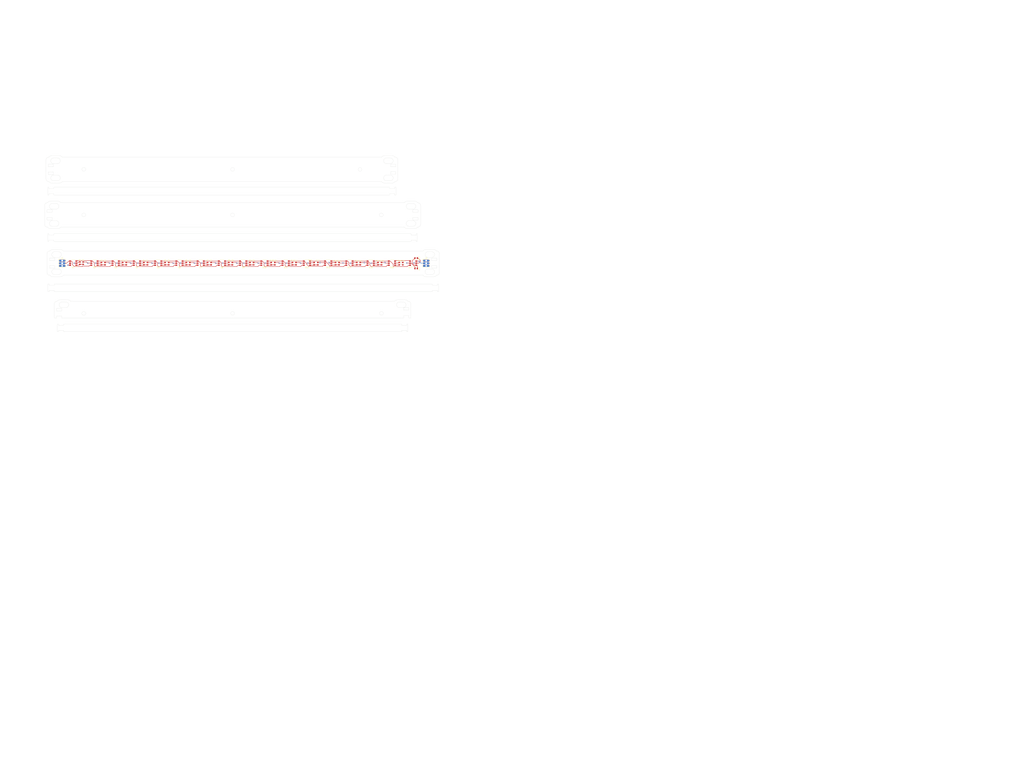
<source format=kicad_pcb>
(kicad_pcb (version 20171130) (host pcbnew "(5.0.0-3-g5ebb6b6)")
  (layers (0 F.Cu signal) (1 In1.Cu power) (2 In2.Cu power) (31 B.Cu signal) (34 B.Paste user) (35 F.Paste user) (36 B.SilkS user) (37 F.SilkS user) (38 B.Mask user) (39 F.Mask user) (44 Edge.Cuts user))
  (net 0 "")
  (net 1 +5V)
  (net 2 "Net-(D1-Pad4)")
  (net 3 GND)
  (net 4 "Net-(D10-Pad4)")
  (net 5 "Net-(D12-Pad3)")
  (net 6 "Net-(C12-Pad1)")
  (net 7 "Net-(C11-Pad1)")
  (net 8 "Net-(C10-Pad1)")
  (net 9 "Net-(C9-Pad1)")
  (net 10 "Net-(C8-Pad1)")
  (net 11 "Net-(C7-Pad1)")
  (net 12 "Net-(C6-Pad1)")
  (net 13 "Net-(C5-Pad1)")
  (net 14 "Net-(C4-Pad1)")
  (net 15 "Net-(C3-Pad1)")
  (net 16 "Net-(C2-Pad1)")
  (net 17 "Net-(C1-Pad1)")
  (net 18 "Net-(D2-Pad3)")
  (net 19 "Net-(D1-Pad3)")
  (net 20 "Net-(D3-Pad3)")
  (net 21 "Net-(D4-Pad3)")
  (net 22 "Net-(D5-Pad3)")
  (net 23 "Net-(D6-Pad3)")
  (net 24 "Net-(D7-Pad3)")
  (net 25 "Net-(D10-Pad6)")
  (net 26 "Net-(D10-Pad3)")
  (net 27 "Net-(D11-Pad3)")
  (net 28 "Net-(D17-Pad3)")
  (net 29 "Net-(C17-Pad1)")
  (net 30 "Net-(C16-Pad1)")
  (net 31 "Net-(C15-Pad1)")
  (net 32 "Net-(C14-Pad1)")
  (net 33 "Net-(C13-Pad1)")
  (net 34 "Net-(D13-Pad3)")
  (net 35 "Net-(D14-Pad3)")
  (net 36 "Net-(D15-Pad3)")
  (net 37 "Net-(D16-Pad3)")
  (module Capacitor_SMD:C_0805_2012Metric (layer F.Cu) (at 278.08682 148.6431 90)
    (fp_text reference C13 (at 2.34442 0.001 180) (layer F.SilkS))
    (fp_text value 100NF)
    (pad 1 smd roundrect (at -0.9375 0 90) (size 0.975 1.4) (layers F.Cu F.Paste F.Mask) (net 33 "Net-(C13-Pad1)"))
    (pad 2 smd roundrect (at 0.9375 0 90) (size 0.975 1.4) (layers F.Cu F.Paste F.Mask) (net 3 GND))
  )
  (module Capacitor_SMD:C_0805_2012Metric (layer F.Cu) (at 294.753486 148.6431 90)
    (fp_text reference C14 (at 2.34442 0.001 180) (layer F.SilkS))
    (fp_text value 100NF)
    (pad 2 smd roundrect (at 0.9375 0 90) (size 0.975 1.4) (layers F.Cu F.Paste F.Mask) (net 3 GND))
    (pad 1 smd roundrect (at -0.9375 0 90) (size 0.975 1.4) (layers F.Cu F.Paste F.Mask) (net 32 "Net-(C14-Pad1)"))
  )
  (module Capacitor_SMD:C_0805_2012Metric (layer F.Cu) (at 311.420152 148.6431 90)
    (fp_text reference C15 (at 2.34442 0.001 180) (layer F.SilkS))
    (fp_text value 100NF)
    (pad 1 smd roundrect (at -0.9375 0 90) (size 0.975 1.4) (layers F.Cu F.Paste F.Mask) (net 31 "Net-(C15-Pad1)"))
    (pad 2 smd roundrect (at 0.9375 0 90) (size 0.975 1.4) (layers F.Cu F.Paste F.Mask) (net 3 GND))
  )
  (module Capacitor_SMD:C_0805_2012Metric (layer F.Cu) (at 328.086818 148.6431 90)
    (fp_text reference C16 (at 2.34442 0.001 180) (layer F.SilkS))
    (fp_text value 100NF)
    (pad 2 smd roundrect (at 0.9375 0 90) (size 0.975 1.4) (layers F.Cu F.Paste F.Mask) (net 3 GND))
    (pad 1 smd roundrect (at -0.9375 0 90) (size 0.975 1.4) (layers F.Cu F.Paste F.Mask) (net 30 "Net-(C16-Pad1)"))
  )
  (module Capacitor_SMD:C_0805_2012Metric (layer F.Cu) (at 338.582 152.4 180)
    (fp_text reference C17 (at -2.54 0 270) (layer F.SilkS))
    (fp_text value 100NF)
    (pad 1 smd roundrect (at -0.9375 0 180) (size 0.975 1.4) (layers F.Cu F.Paste F.Mask) (net 29 "Net-(C17-Pad1)"))
    (pad 2 smd roundrect (at 0.9375 0 180) (size 0.975 1.4) (layers F.Cu F.Paste F.Mask) (net 3 GND))
  )
  (module LED_SMD:LED_WS2812_PLCC6_5.0x5.0mm_P1.6mm (layer F.Cu) (at 336.26399 148.23694 180)
    (fp_text reference D17 (at 2.25399 -3.5 180) (layer F.SilkS))
    (fp_text value WS2813)
    (pad 4 smd rect (at 2.45 1.6 180) (size 1.5 1) (layers F.Cu F.Paste F.Mask) (net 37 "Net-(D16-Pad3)"))
    (pad 5 smd rect (at 2.45 0 180) (size 1.5 1) (layers F.Cu F.Paste F.Mask) (net 3 GND))
    (pad 6 smd rect (at 2.45 -1.6 180) (size 1.5 1) (layers F.Cu F.Paste F.Mask) (net 36 "Net-(D15-Pad3)"))
    (pad 3 smd rect (at -2.45 1.6 180) (size 1.5 1) (layers F.Cu F.Paste F.Mask) (net 28 "Net-(D17-Pad3)"))
    (pad 2 smd rect (at -2.45 0 180) (size 1.5 1) (layers F.Cu F.Paste F.Mask) (net 1 +5V))
    (pad 1 smd rect (at -2.45 -1.6 180) (size 1.5 1) (layers F.Cu F.Paste F.Mask) (net 29 "Net-(C17-Pad1)"))
  )
  (module LED_SMD:LED_WS2812_PLCC6_5.0x5.0mm_P1.6mm (layer F.Cu) (at 319.597322 148.23694 180)
    (fp_text reference D16 (at 0 -3.5 180) (layer F.SilkS))
    (fp_text value WS2813)
    (pad 1 smd rect (at -2.45 -1.6 180) (size 1.5 1) (layers F.Cu F.Paste F.Mask) (net 30 "Net-(C16-Pad1)"))
    (pad 2 smd rect (at -2.45 0 180) (size 1.5 1) (layers F.Cu F.Paste F.Mask) (net 1 +5V))
    (pad 3 smd rect (at -2.45 1.6 180) (size 1.5 1) (layers F.Cu F.Paste F.Mask) (net 37 "Net-(D16-Pad3)"))
    (pad 6 smd rect (at 2.45 -1.6 180) (size 1.5 1) (layers F.Cu F.Paste F.Mask) (net 35 "Net-(D14-Pad3)"))
    (pad 5 smd rect (at 2.45 0 180) (size 1.5 1) (layers F.Cu F.Paste F.Mask) (net 3 GND))
    (pad 4 smd rect (at 2.45 1.6 180) (size 1.5 1) (layers F.Cu F.Paste F.Mask) (net 36 "Net-(D15-Pad3)"))
  )
  (module LED_SMD:LED_WS2812_PLCC6_5.0x5.0mm_P1.6mm (layer F.Cu) (at 302.930657 148.23694 180)
    (fp_text reference D15 (at 0 -3.5 180) (layer F.SilkS))
    (fp_text value WS2813)
    (pad 4 smd rect (at 2.45 1.6 180) (size 1.5 1) (layers F.Cu F.Paste F.Mask) (net 35 "Net-(D14-Pad3)"))
    (pad 5 smd rect (at 2.45 0 180) (size 1.5 1) (layers F.Cu F.Paste F.Mask) (net 3 GND))
    (pad 6 smd rect (at 2.45 -1.6 180) (size 1.5 1) (layers F.Cu F.Paste F.Mask) (net 34 "Net-(D13-Pad3)"))
    (pad 3 smd rect (at -2.45 1.6 180) (size 1.5 1) (layers F.Cu F.Paste F.Mask) (net 36 "Net-(D15-Pad3)"))
    (pad 2 smd rect (at -2.45 0 180) (size 1.5 1) (layers F.Cu F.Paste F.Mask) (net 1 +5V))
    (pad 1 smd rect (at -2.45 -1.6 180) (size 1.5 1) (layers F.Cu F.Paste F.Mask) (net 31 "Net-(C15-Pad1)"))
  )
  (module LED_SMD:LED_WS2812_PLCC6_5.0x5.0mm_P1.6mm (layer F.Cu) (at 286.263992 148.23694 180)
    (fp_text reference D14 (at 0 -3.5 180) (layer F.SilkS))
    (fp_text value WS2813)
    (pad 1 smd rect (at -2.45 -1.6 180) (size 1.5 1) (layers F.Cu F.Paste F.Mask) (net 32 "Net-(C14-Pad1)"))
    (pad 2 smd rect (at -2.45 0 180) (size 1.5 1) (layers F.Cu F.Paste F.Mask) (net 1 +5V))
    (pad 3 smd rect (at -2.45 1.6 180) (size 1.5 1) (layers F.Cu F.Paste F.Mask) (net 35 "Net-(D14-Pad3)"))
    (pad 6 smd rect (at 2.45 -1.6 180) (size 1.5 1) (layers F.Cu F.Paste F.Mask) (net 5 "Net-(D12-Pad3)"))
    (pad 5 smd rect (at 2.45 0 180) (size 1.5 1) (layers F.Cu F.Paste F.Mask) (net 3 GND))
    (pad 4 smd rect (at 2.45 1.6 180) (size 1.5 1) (layers F.Cu F.Paste F.Mask) (net 34 "Net-(D13-Pad3)"))
  )
  (module LED_SMD:LED_WS2812_PLCC6_5.0x5.0mm_P1.6mm (layer F.Cu) (at 269.597327 148.23694 180)
    (fp_text reference D13 (at 0 -3.5 180) (layer F.SilkS))
    (fp_text value WS2813)
    (pad 4 smd rect (at 2.45 1.6 180) (size 1.5 1) (layers F.Cu F.Paste F.Mask) (net 5 "Net-(D12-Pad3)"))
    (pad 5 smd rect (at 2.45 0 180) (size 1.5 1) (layers F.Cu F.Paste F.Mask) (net 3 GND))
    (pad 6 smd rect (at 2.45 -1.6 180) (size 1.5 1) (layers F.Cu F.Paste F.Mask) (net 27 "Net-(D11-Pad3)"))
    (pad 3 smd rect (at -2.45 1.6 180) (size 1.5 1) (layers F.Cu F.Paste F.Mask) (net 34 "Net-(D13-Pad3)"))
    (pad 2 smd rect (at -2.45 0 180) (size 1.5 1) (layers F.Cu F.Paste F.Mask) (net 1 +5V))
    (pad 1 smd rect (at -2.45 -1.6 180) (size 1.5 1) (layers F.Cu F.Paste F.Mask) (net 33 "Net-(C13-Pad1)"))
  )
  (module Resistor_SMD:R_0805_2012Metric (layer F.Cu) (at 275.34616 148.6431 270)
    (fp_text reference R13 (at -2.34442 0.13308) (layer F.SilkS))
    (fp_text value 330)
    (pad 1 smd roundrect (at -0.9375 0 270) (size 0.975 1.4) (layers F.Cu F.Paste F.Mask) (net 1 +5V))
    (pad 2 smd roundrect (at 0.9375 0 270) (size 0.975 1.4) (layers F.Cu F.Paste F.Mask) (net 33 "Net-(C13-Pad1)"))
  )
  (module Resistor_SMD:R_0805_2012Metric (layer F.Cu) (at 292.012826 148.6431 270)
    (fp_text reference R14 (at -2.34442 0.13308) (layer F.SilkS))
    (fp_text value 330)
    (pad 2 smd roundrect (at 0.9375 0 270) (size 0.975 1.4) (layers F.Cu F.Paste F.Mask) (net 32 "Net-(C14-Pad1)"))
    (pad 1 smd roundrect (at -0.9375 0 270) (size 0.975 1.4) (layers F.Cu F.Paste F.Mask) (net 1 +5V))
  )
  (module Resistor_SMD:R_0805_2012Metric (layer F.Cu) (at 308.679492 148.6431 270)
    (fp_text reference R15 (at -2.34442 0.13308) (layer F.SilkS))
    (fp_text value 330)
    (pad 1 smd roundrect (at -0.9375 0 270) (size 0.975 1.4) (layers F.Cu F.Paste F.Mask) (net 1 +5V))
    (pad 2 smd roundrect (at 0.9375 0 270) (size 0.975 1.4) (layers F.Cu F.Paste F.Mask) (net 31 "Net-(C15-Pad1)"))
  )
  (module Resistor_SMD:R_0805_2012Metric (layer F.Cu) (at 325.346158 148.6431 270)
    (fp_text reference R16 (at -2.34442 0.13308) (layer F.SilkS))
    (fp_text value 330)
    (pad 2 smd roundrect (at 0.9375 0 270) (size 0.975 1.4) (layers F.Cu F.Paste F.Mask) (net 30 "Net-(C16-Pad1)"))
    (pad 1 smd roundrect (at -0.9375 0 270) (size 0.975 1.4) (layers F.Cu F.Paste F.Mask) (net 1 +5V))
  )
  (module Resistor_SMD:R_0805_2012Metric (layer F.Cu) (at 338.582 144.272 180)
    (fp_text reference R17 (at -2.34442 0.13308 270) (layer F.SilkS))
    (fp_text value 330)
    (pad 1 smd roundrect (at -0.9375 0 180) (size 0.975 1.4) (layers F.Cu F.Paste F.Mask) (net 1 +5V))
    (pad 2 smd roundrect (at 0.9375 0 180) (size 0.975 1.4) (layers F.Cu F.Paste F.Mask) (net 29 "Net-(C17-Pad1)"))
  )
  (module YonaFootprints:1x3_18awgWireSolderPad-5mm (layer F.Cu) (at 60.96 146.304)
    (fp_text reference J1 (at 0 -2.159) (layer F.SilkS))
    (fp_text value IN)
    (pad 3 thru_hole oval (at 0 4.064) (size 5.08 1.524) (drill oval 1.27) (layers *.Cu *.Mask) (net 3 GND))
    (pad 2 thru_hole oval (at 0 2.032) (size 5.08 1.524) (drill oval 1.27) (layers *.Cu *.Mask) (net 2 "Net-(D1-Pad4)"))
    (pad 1 thru_hole oval (at 0 0) (size 5.08 1.524) (drill oval 1.27) (layers *.Cu *.Mask) (net 1 +5V))
  )
  (module Capacitor_SMD:C_0805_2012Metric (layer F.Cu) (at 194.425452 148.6431 90)
    (fp_text reference C8 (at 2.54 -0.126 180) (layer F.SilkS))
    (fp_text value 100NF)
    (pad 2 smd roundrect (at 0.9375 0 90) (size 0.975 1.4) (layers F.Cu F.Paste F.Mask) (net 3 GND))
    (pad 1 smd roundrect (at -0.9375 0 90) (size 0.975 1.4) (layers F.Cu F.Paste F.Mask) (net 10 "Net-(C8-Pad1)"))
  )
  (module Capacitor_SMD:C_0805_2012Metric (layer F.Cu) (at 211.071688 148.6431 90)
    (fp_text reference C9 (at 2.54 -0.126 180) (layer F.SilkS))
    (fp_text value 100NF)
    (pad 2 smd roundrect (at 0.9375 0 90) (size 0.975 1.4) (layers F.Cu F.Paste F.Mask) (net 3 GND))
    (pad 1 smd roundrect (at -0.9375 0 90) (size 0.975 1.4) (layers F.Cu F.Paste F.Mask) (net 9 "Net-(C9-Pad1)"))
  )
  (module Capacitor_SMD:C_0805_2012Metric (layer F.Cu) (at 227.717924 148.6431 90)
    (fp_text reference C10 (at 2.54 -0.126 180) (layer F.SilkS))
    (fp_text value 100NF)
    (pad 2 smd roundrect (at 0.9375 0 90) (size 0.975 1.4) (layers F.Cu F.Paste F.Mask) (net 3 GND))
    (pad 1 smd roundrect (at -0.9375 0 90) (size 0.975 1.4) (layers F.Cu F.Paste F.Mask) (net 8 "Net-(C10-Pad1)"))
  )
  (module Capacitor_SMD:C_0805_2012Metric (layer F.Cu) (at 244.36416 148.6431 90)
    (fp_text reference C11 (at 2.54 -0.126 180) (layer F.SilkS))
    (fp_text value 100NF)
    (pad 2 smd roundrect (at 0.9375 0 90) (size 0.975 1.4) (layers F.Cu F.Paste F.Mask) (net 3 GND))
    (pad 1 smd roundrect (at -0.9375 0 90) (size 0.975 1.4) (layers F.Cu F.Paste F.Mask) (net 7 "Net-(C11-Pad1)"))
  )
  (module Capacitor_SMD:C_0805_2012Metric (layer F.Cu) (at 261.4653 148.6431 90)
    (fp_text reference C12 (at 2.6185 -0.0485 180) (layer F.SilkS))
    (fp_text value 100NF)
    (pad 2 smd roundrect (at 0.9375 0 90) (size 0.975 1.4) (layers F.Cu F.Paste F.Mask) (net 3 GND))
    (pad 1 smd roundrect (at -0.9375 0 90) (size 0.975 1.4) (layers F.Cu F.Paste F.Mask) (net 6 "Net-(C12-Pad1)"))
  )
  (module LED_SMD:LED_WS2812_PLCC6_5.0x5.0mm_P1.6mm (layer F.Cu) (at 69.60616 148.23694 180)
    (fp_text reference D1 (at 0 -3.5 180) (layer F.SilkS))
    (fp_text value WS2813)
    (pad 1 smd rect (at -2.45 -1.6 180) (size 1.5 1) (layers F.Cu F.Paste F.Mask) (net 17 "Net-(C1-Pad1)"))
    (pad 2 smd rect (at -2.45 0 180) (size 1.5 1) (layers F.Cu F.Paste F.Mask) (net 1 +5V))
    (pad 3 smd rect (at -2.45 1.6 180) (size 1.5 1) (layers F.Cu F.Paste F.Mask) (net 19 "Net-(D1-Pad3)"))
    (pad 6 smd rect (at 2.45 -1.6 180) (size 1.5 1) (layers F.Cu F.Paste F.Mask) (net 3 GND))
    (pad 5 smd rect (at 2.45 0 180) (size 1.5 1) (layers F.Cu F.Paste F.Mask) (net 3 GND))
    (pad 4 smd rect (at 2.45 1.6 180) (size 1.5 1) (layers F.Cu F.Paste F.Mask) (net 2 "Net-(D1-Pad4)"))
  )
  (module LED_SMD:LED_WS2812_PLCC6_5.0x5.0mm_P1.6mm (layer F.Cu) (at 86.272023 148.23694 180)
    (fp_text reference D2 (at 0 -3.5 180) (layer F.SilkS))
    (fp_text value WS2813)
    (pad 1 smd rect (at -2.45 -1.6 180) (size 1.5 1) (layers F.Cu F.Paste F.Mask) (net 16 "Net-(C2-Pad1)"))
    (pad 2 smd rect (at -2.45 0 180) (size 1.5 1) (layers F.Cu F.Paste F.Mask) (net 1 +5V))
    (pad 3 smd rect (at -2.45 1.6 180) (size 1.5 1) (layers F.Cu F.Paste F.Mask) (net 18 "Net-(D2-Pad3)"))
    (pad 6 smd rect (at 2.45 -1.6 180) (size 1.5 1) (layers F.Cu F.Paste F.Mask) (net 2 "Net-(D1-Pad4)"))
    (pad 5 smd rect (at 2.45 0 180) (size 1.5 1) (layers F.Cu F.Paste F.Mask) (net 3 GND))
    (pad 4 smd rect (at 2.45 1.6 180) (size 1.5 1) (layers F.Cu F.Paste F.Mask) (net 19 "Net-(D1-Pad3)"))
  )
  (module LED_SMD:LED_WS2812_PLCC6_5.0x5.0mm_P1.6mm (layer F.Cu) (at 252.93066 148.23694 180)
    (fp_text reference D12 (at 0 -3.5 180) (layer F.SilkS))
    (fp_text value WS2813)
    (pad 1 smd rect (at -2.45 -1.6 180) (size 1.5 1) (layers F.Cu F.Paste F.Mask) (net 6 "Net-(C12-Pad1)"))
    (pad 2 smd rect (at -2.45 0 180) (size 1.5 1) (layers F.Cu F.Paste F.Mask) (net 1 +5V))
    (pad 3 smd rect (at -2.45 1.6 180) (size 1.5 1) (layers F.Cu F.Paste F.Mask) (net 5 "Net-(D12-Pad3)"))
    (pad 6 smd rect (at 2.45 -1.6 180) (size 1.5 1) (layers F.Cu F.Paste F.Mask) (net 26 "Net-(D10-Pad3)"))
    (pad 5 smd rect (at 2.45 0 180) (size 1.5 1) (layers F.Cu F.Paste F.Mask) (net 3 GND))
    (pad 4 smd rect (at 2.45 1.6 180) (size 1.5 1) (layers F.Cu F.Paste F.Mask) (net 27 "Net-(D11-Pad3)"))
  )
  (module LED_SMD:LED_WS2812_PLCC6_5.0x5.0mm_P1.6mm (layer F.Cu) (at 236.26479 148.23694 180)
    (fp_text reference D11 (at 0 -3.5 180) (layer F.SilkS))
    (fp_text value WS2813)
    (pad 1 smd rect (at -2.45 -1.6 180) (size 1.5 1) (layers F.Cu F.Paste F.Mask) (net 7 "Net-(C11-Pad1)"))
    (pad 2 smd rect (at -2.45 0 180) (size 1.5 1) (layers F.Cu F.Paste F.Mask) (net 1 +5V))
    (pad 3 smd rect (at -2.45 1.6 180) (size 1.5 1) (layers F.Cu F.Paste F.Mask) (net 27 "Net-(D11-Pad3)"))
    (pad 6 smd rect (at 2.45 -1.6 180) (size 1.5 1) (layers F.Cu F.Paste F.Mask) (net 4 "Net-(D10-Pad4)"))
    (pad 5 smd rect (at 2.45 0 180) (size 1.5 1) (layers F.Cu F.Paste F.Mask) (net 3 GND))
    (pad 4 smd rect (at 2.45 1.6 180) (size 1.5 1) (layers F.Cu F.Paste F.Mask) (net 26 "Net-(D10-Pad3)"))
  )
  (module LED_SMD:LED_WS2812_PLCC6_5.0x5.0mm_P1.6mm (layer F.Cu) (at 219.598927 148.23694 180)
    (fp_text reference D10 (at 0 -3.5 180) (layer F.SilkS))
    (fp_text value WS2813)
    (pad 1 smd rect (at -2.45 -1.6 180) (size 1.5 1) (layers F.Cu F.Paste F.Mask) (net 8 "Net-(C10-Pad1)"))
    (pad 2 smd rect (at -2.45 0 180) (size 1.5 1) (layers F.Cu F.Paste F.Mask) (net 1 +5V))
    (pad 3 smd rect (at -2.45 1.6 180) (size 1.5 1) (layers F.Cu F.Paste F.Mask) (net 26 "Net-(D10-Pad3)"))
    (pad 6 smd rect (at 2.45 -1.6 180) (size 1.5 1) (layers F.Cu F.Paste F.Mask) (net 25 "Net-(D10-Pad6)"))
    (pad 5 smd rect (at 2.45 0 180) (size 1.5 1) (layers F.Cu F.Paste F.Mask) (net 3 GND))
    (pad 4 smd rect (at 2.45 1.6 180) (size 1.5 1) (layers F.Cu F.Paste F.Mask) (net 4 "Net-(D10-Pad4)"))
  )
  (module LED_SMD:LED_WS2812_PLCC6_5.0x5.0mm_P1.6mm (layer F.Cu) (at 202.933064 148.23694 180)
    (fp_text reference D9 (at 0 -3.5 180) (layer F.SilkS))
    (fp_text value WS2813)
    (pad 1 smd rect (at -2.45 -1.6 180) (size 1.5 1) (layers F.Cu F.Paste F.Mask) (net 9 "Net-(C9-Pad1)"))
    (pad 2 smd rect (at -2.45 0 180) (size 1.5 1) (layers F.Cu F.Paste F.Mask) (net 1 +5V))
    (pad 3 smd rect (at -2.45 1.6 180) (size 1.5 1) (layers F.Cu F.Paste F.Mask) (net 4 "Net-(D10-Pad4)"))
    (pad 6 smd rect (at 2.45 -1.6 180) (size 1.5 1) (layers F.Cu F.Paste F.Mask) (net 24 "Net-(D7-Pad3)"))
    (pad 5 smd rect (at 2.45 0 180) (size 1.5 1) (layers F.Cu F.Paste F.Mask) (net 3 GND))
    (pad 4 smd rect (at 2.45 1.6 180) (size 1.5 1) (layers F.Cu F.Paste F.Mask) (net 25 "Net-(D10-Pad6)"))
  )
  (module LED_SMD:LED_WS2812_PLCC6_5.0x5.0mm_P1.6mm (layer F.Cu) (at 186.267201 148.23694 180)
    (fp_text reference D8 (at 0 -3.5 180) (layer F.SilkS))
    (fp_text value WS2813)
    (pad 1 smd rect (at -2.45 -1.6 180) (size 1.5 1) (layers F.Cu F.Paste F.Mask) (net 10 "Net-(C8-Pad1)"))
    (pad 2 smd rect (at -2.45 0 180) (size 1.5 1) (layers F.Cu F.Paste F.Mask) (net 1 +5V))
    (pad 3 smd rect (at -2.45 1.6 180) (size 1.5 1) (layers F.Cu F.Paste F.Mask) (net 25 "Net-(D10-Pad6)"))
    (pad 6 smd rect (at 2.45 -1.6 180) (size 1.5 1) (layers F.Cu F.Paste F.Mask) (net 23 "Net-(D6-Pad3)"))
    (pad 5 smd rect (at 2.45 0 180) (size 1.5 1) (layers F.Cu F.Paste F.Mask) (net 3 GND))
    (pad 4 smd rect (at 2.45 1.6 180) (size 1.5 1) (layers F.Cu F.Paste F.Mask) (net 24 "Net-(D7-Pad3)"))
  )
  (module LED_SMD:LED_WS2812_PLCC6_5.0x5.0mm_P1.6mm (layer F.Cu) (at 169.601338 148.23694 180)
    (fp_text reference D7 (at 0 -3.5 180) (layer F.SilkS))
    (fp_text value WS2813)
    (pad 1 smd rect (at -2.45 -1.6 180) (size 1.5 1) (layers F.Cu F.Paste F.Mask) (net 11 "Net-(C7-Pad1)"))
    (pad 2 smd rect (at -2.45 0 180) (size 1.5 1) (layers F.Cu F.Paste F.Mask) (net 1 +5V))
    (pad 3 smd rect (at -2.45 1.6 180) (size 1.5 1) (layers F.Cu F.Paste F.Mask) (net 24 "Net-(D7-Pad3)"))
    (pad 6 smd rect (at 2.45 -1.6 180) (size 1.5 1) (layers F.Cu F.Paste F.Mask) (net 22 "Net-(D5-Pad3)"))
    (pad 5 smd rect (at 2.45 0 180) (size 1.5 1) (layers F.Cu F.Paste F.Mask) (net 3 GND))
    (pad 4 smd rect (at 2.45 1.6 180) (size 1.5 1) (layers F.Cu F.Paste F.Mask) (net 23 "Net-(D6-Pad3)"))
  )
  (module LED_SMD:LED_WS2812_PLCC6_5.0x5.0mm_P1.6mm (layer F.Cu) (at 152.935475 148.23694 180)
    (fp_text reference D6 (at 0 -3.5 180) (layer F.SilkS))
    (fp_text value WS2813)
    (pad 1 smd rect (at -2.45 -1.6 180) (size 1.5 1) (layers F.Cu F.Paste F.Mask) (net 12 "Net-(C6-Pad1)"))
    (pad 2 smd rect (at -2.45 0 180) (size 1.5 1) (layers F.Cu F.Paste F.Mask) (net 1 +5V))
    (pad 3 smd rect (at -2.45 1.6 180) (size 1.5 1) (layers F.Cu F.Paste F.Mask) (net 23 "Net-(D6-Pad3)"))
    (pad 6 smd rect (at 2.45 -1.6 180) (size 1.5 1) (layers F.Cu F.Paste F.Mask) (net 21 "Net-(D4-Pad3)"))
    (pad 5 smd rect (at 2.45 0 180) (size 1.5 1) (layers F.Cu F.Paste F.Mask) (net 3 GND))
    (pad 4 smd rect (at 2.45 1.6 180) (size 1.5 1) (layers F.Cu F.Paste F.Mask) (net 22 "Net-(D5-Pad3)"))
  )
  (module LED_SMD:LED_WS2812_PLCC6_5.0x5.0mm_P1.6mm (layer F.Cu) (at 136.269612 148.23694 180)
    (fp_text reference D5 (at 0 -3.5 180) (layer F.SilkS))
    (fp_text value WS2813)
    (pad 1 smd rect (at -2.45 -1.6 180) (size 1.5 1) (layers F.Cu F.Paste F.Mask) (net 13 "Net-(C5-Pad1)"))
    (pad 2 smd rect (at -2.45 0 180) (size 1.5 1) (layers F.Cu F.Paste F.Mask) (net 1 +5V))
    (pad 3 smd rect (at -2.45 1.6 180) (size 1.5 1) (layers F.Cu F.Paste F.Mask) (net 22 "Net-(D5-Pad3)"))
    (pad 6 smd rect (at 2.45 -1.6 180) (size 1.5 1) (layers F.Cu F.Paste F.Mask) (net 20 "Net-(D3-Pad3)"))
    (pad 5 smd rect (at 2.45 0 180) (size 1.5 1) (layers F.Cu F.Paste F.Mask) (net 3 GND))
    (pad 4 smd rect (at 2.45 1.6 180) (size 1.5 1) (layers F.Cu F.Paste F.Mask) (net 21 "Net-(D4-Pad3)"))
  )
  (module LED_SMD:LED_WS2812_PLCC6_5.0x5.0mm_P1.6mm (layer F.Cu) (at 119.603749 148.23694 180)
    (fp_text reference D4 (at 0 -3.5 180) (layer F.SilkS))
    (fp_text value WS2813)
    (pad 1 smd rect (at -2.45 -1.6 180) (size 1.5 1) (layers F.Cu F.Paste F.Mask) (net 14 "Net-(C4-Pad1)"))
    (pad 2 smd rect (at -2.45 0 180) (size 1.5 1) (layers F.Cu F.Paste F.Mask) (net 1 +5V))
    (pad 3 smd rect (at -2.45 1.6 180) (size 1.5 1) (layers F.Cu F.Paste F.Mask) (net 21 "Net-(D4-Pad3)"))
    (pad 6 smd rect (at 2.45 -1.6 180) (size 1.5 1) (layers F.Cu F.Paste F.Mask) (net 18 "Net-(D2-Pad3)"))
    (pad 5 smd rect (at 2.45 0 180) (size 1.5 1) (layers F.Cu F.Paste F.Mask) (net 3 GND))
    (pad 4 smd rect (at 2.45 1.6 180) (size 1.5 1) (layers F.Cu F.Paste F.Mask) (net 20 "Net-(D3-Pad3)"))
  )
  (module LED_SMD:LED_WS2812_PLCC6_5.0x5.0mm_P1.6mm (layer F.Cu) (at 102.937886 148.23694 180)
    (fp_text reference D3 (at 0 -3.5 180) (layer F.SilkS))
    (fp_text value WS2813)
    (pad 1 smd rect (at -2.45 -1.6 180) (size 1.5 1) (layers F.Cu F.Paste F.Mask) (net 15 "Net-(C3-Pad1)"))
    (pad 2 smd rect (at -2.45 0 180) (size 1.5 1) (layers F.Cu F.Paste F.Mask) (net 1 +5V))
    (pad 3 smd rect (at -2.45 1.6 180) (size 1.5 1) (layers F.Cu F.Paste F.Mask) (net 20 "Net-(D3-Pad3)"))
    (pad 6 smd rect (at 2.45 -1.6 180) (size 1.5 1) (layers F.Cu F.Paste F.Mask) (net 19 "Net-(D1-Pad3)"))
    (pad 5 smd rect (at 2.45 0 180) (size 1.5 1) (layers F.Cu F.Paste F.Mask) (net 3 GND))
    (pad 4 smd rect (at 2.45 1.6 180) (size 1.5 1) (layers F.Cu F.Paste F.Mask) (net 18 "Net-(D2-Pad3)"))
  )
  (module Resistor_SMD:R_0805_2012Metric (layer F.Cu) (at 74.8538 148.2621 270)
    (fp_text reference R1 (at -2.3645 0) (layer F.SilkS))
    (fp_text value 330)
    (pad 2 smd roundrect (at 0.9375 0 270) (size 0.975 1.4) (layers F.Cu F.Paste F.Mask) (net 17 "Net-(C1-Pad1)"))
    (pad 1 smd roundrect (at -0.9375 0 270) (size 0.975 1.4) (layers F.Cu F.Paste F.Mask) (net 1 +5V))
  )
  (module Resistor_SMD:R_0805_2012Metric (layer F.Cu) (at 91.754036 148.6431 270)
    (fp_text reference R2 (at -2.54 -0.126) (layer F.SilkS))
    (fp_text value 330)
    (pad 2 smd roundrect (at 0.9375 0 270) (size 0.975 1.4) (layers F.Cu F.Paste F.Mask) (net 16 "Net-(C2-Pad1)"))
    (pad 1 smd roundrect (at -0.9375 0 270) (size 0.975 1.4) (layers F.Cu F.Paste F.Mask) (net 1 +5V))
  )
  (module Resistor_SMD:R_0805_2012Metric (layer F.Cu) (at 108.400272 148.6431 270)
    (fp_text reference R3 (at -2.54 -0.126) (layer F.SilkS))
    (fp_text value 330)
    (pad 2 smd roundrect (at 0.9375 0 270) (size 0.975 1.4) (layers F.Cu F.Paste F.Mask) (net 15 "Net-(C3-Pad1)"))
    (pad 1 smd roundrect (at -0.9375 0 270) (size 0.975 1.4) (layers F.Cu F.Paste F.Mask) (net 1 +5V))
  )
  (module Resistor_SMD:R_0805_2012Metric (layer F.Cu) (at 125.046508 148.6431 270)
    (fp_text reference R4 (at -2.54 -0.126) (layer F.SilkS))
    (fp_text value 330)
    (pad 2 smd roundrect (at 0.9375 0 270) (size 0.975 1.4) (layers F.Cu F.Paste F.Mask) (net 14 "Net-(C4-Pad1)"))
    (pad 1 smd roundrect (at -0.9375 0 270) (size 0.975 1.4) (layers F.Cu F.Paste F.Mask) (net 1 +5V))
  )
  (module Resistor_SMD:R_0805_2012Metric (layer F.Cu) (at 141.692744 148.6431 270)
    (fp_text reference R5 (at -2.54 -0.126) (layer F.SilkS))
    (fp_text value 330)
    (pad 2 smd roundrect (at 0.9375 0 270) (size 0.975 1.4) (layers F.Cu F.Paste F.Mask) (net 13 "Net-(C5-Pad1)"))
    (pad 1 smd roundrect (at -0.9375 0 270) (size 0.975 1.4) (layers F.Cu F.Paste F.Mask) (net 1 +5V))
  )
  (module Resistor_SMD:R_0805_2012Metric (layer F.Cu) (at 158.33898 148.6431 270)
    (fp_text reference R6 (at -2.54 -0.126) (layer F.SilkS))
    (fp_text value 330)
    (pad 2 smd roundrect (at 0.9375 0 270) (size 0.975 1.4) (layers F.Cu F.Paste F.Mask) (net 12 "Net-(C6-Pad1)"))
    (pad 1 smd roundrect (at -0.9375 0 270) (size 0.975 1.4) (layers F.Cu F.Paste F.Mask) (net 1 +5V))
  )
  (module Resistor_SMD:R_0805_2012Metric (layer F.Cu) (at 174.985216 148.6431 270)
    (fp_text reference R7 (at -2.54 -0.126) (layer F.SilkS))
    (fp_text value 330)
    (pad 2 smd roundrect (at 0.9375 0 270) (size 0.975 1.4) (layers F.Cu F.Paste F.Mask) (net 11 "Net-(C7-Pad1)"))
    (pad 1 smd roundrect (at -0.9375 0 270) (size 0.975 1.4) (layers F.Cu F.Paste F.Mask) (net 1 +5V))
  )
  (module Resistor_SMD:R_0805_2012Metric (layer F.Cu) (at 191.631452 148.6431 270)
    (fp_text reference R8 (at -2.54 -0.126) (layer F.SilkS))
    (fp_text value 330)
    (pad 2 smd roundrect (at 0.9375 0 270) (size 0.975 1.4) (layers F.Cu F.Paste F.Mask) (net 10 "Net-(C8-Pad1)"))
    (pad 1 smd roundrect (at -0.9375 0 270) (size 0.975 1.4) (layers F.Cu F.Paste F.Mask) (net 1 +5V))
  )
  (module Resistor_SMD:R_0805_2012Metric (layer F.Cu) (at 208.277688 148.6431 270)
    (fp_text reference R9 (at -2.54 -0.126) (layer F.SilkS))
    (fp_text value 330)
    (pad 2 smd roundrect (at 0.9375 0 270) (size 0.975 1.4) (layers F.Cu F.Paste F.Mask) (net 9 "Net-(C9-Pad1)"))
    (pad 1 smd roundrect (at -0.9375 0 270) (size 0.975 1.4) (layers F.Cu F.Paste F.Mask) (net 1 +5V))
  )
  (module Resistor_SMD:R_0805_2012Metric (layer F.Cu) (at 224.923924 148.6431 270)
    (fp_text reference R10 (at -2.54 -0.126) (layer F.SilkS))
    (fp_text value 330)
    (pad 2 smd roundrect (at 0.9375 0 270) (size 0.975 1.4) (layers F.Cu F.Paste F.Mask) (net 8 "Net-(C10-Pad1)"))
    (pad 1 smd roundrect (at -0.9375 0 270) (size 0.975 1.4) (layers F.Cu F.Paste F.Mask) (net 1 +5V))
  )
  (module Resistor_SMD:R_0805_2012Metric (layer F.Cu) (at 241.57016 148.6431 270)
    (fp_text reference R11 (at -2.54 -0.126) (layer F.SilkS))
    (fp_text value 330)
    (pad 2 smd roundrect (at 0.9375 0 270) (size 0.975 1.4) (layers F.Cu F.Paste F.Mask) (net 7 "Net-(C11-Pad1)"))
    (pad 1 smd roundrect (at -0.9375 0 270) (size 0.975 1.4) (layers F.Cu F.Paste F.Mask) (net 1 +5V))
  )
  (module Resistor_SMD:R_0805_2012Metric (layer F.Cu) (at 258.5743 148.6431 270)
    (fp_text reference R12 (at -2.54 3.175) (layer F.SilkS))
    (fp_text value 330)
    (pad 2 smd roundrect (at 0.9375 0 270) (size 0.975 1.4) (layers F.Cu F.Paste F.Mask) (net 6 "Net-(C12-Pad1)"))
    (pad 1 smd roundrect (at -0.9375 0 270) (size 0.975 1.4) (layers F.Cu F.Paste F.Mask) (net 1 +5V))
  )
  (module Capacitor_SMD:C_0805_2012Metric (layer F.Cu) (at 177.779216 148.6431 90)
    (fp_text reference C7 (at 2.54 -0.126 180) (layer F.SilkS))
    (fp_text value 100NF)
    (pad 2 smd roundrect (at 0.9375 0 90) (size 0.975 1.4) (layers F.Cu F.Paste F.Mask) (net 3 GND))
    (pad 1 smd roundrect (at -0.9375 0 90) (size 0.975 1.4) (layers F.Cu F.Paste F.Mask) (net 11 "Net-(C7-Pad1)"))
  )
  (module Capacitor_SMD:C_0805_2012Metric (layer F.Cu) (at 161.13298 148.6431 90)
    (fp_text reference C6 (at 2.54 -0.126 180) (layer F.SilkS))
    (fp_text value 100NF)
    (pad 2 smd roundrect (at 0.9375 0 90) (size 0.975 1.4) (layers F.Cu F.Paste F.Mask) (net 3 GND))
    (pad 1 smd roundrect (at -0.9375 0 90) (size 0.975 1.4) (layers F.Cu F.Paste F.Mask) (net 12 "Net-(C6-Pad1)"))
  )
  (module Capacitor_SMD:C_0805_2012Metric (layer F.Cu) (at 144.486744 148.6431 90)
    (fp_text reference C5 (at 2.54 -0.126 180) (layer F.SilkS))
    (fp_text value 100NF)
    (pad 2 smd roundrect (at 0.9375 0 90) (size 0.975 1.4) (layers F.Cu F.Paste F.Mask) (net 3 GND))
    (pad 1 smd roundrect (at -0.9375 0 90) (size 0.975 1.4) (layers F.Cu F.Paste F.Mask) (net 13 "Net-(C5-Pad1)"))
  )
  (module Capacitor_SMD:C_0805_2012Metric (layer F.Cu) (at 127.840508 148.6431 90)
    (fp_text reference C4 (at 2.54 -0.126 180) (layer F.SilkS))
    (fp_text value 100NF)
    (pad 2 smd roundrect (at 0.9375 0 90) (size 0.975 1.4) (layers F.Cu F.Paste F.Mask) (net 3 GND))
    (pad 1 smd roundrect (at -0.9375 0 90) (size 0.975 1.4) (layers F.Cu F.Paste F.Mask) (net 14 "Net-(C4-Pad1)"))
  )
  (module Capacitor_SMD:C_0805_2012Metric (layer F.Cu) (at 111.194272 148.6431 90)
    (fp_text reference C3 (at 2.54 -0.126 180) (layer F.SilkS))
    (fp_text value 100NF)
    (pad 2 smd roundrect (at 0.9375 0 90) (size 0.975 1.4) (layers F.Cu F.Paste F.Mask) (net 3 GND))
    (pad 1 smd roundrect (at -0.9375 0 90) (size 0.975 1.4) (layers F.Cu F.Paste F.Mask) (net 15 "Net-(C3-Pad1)"))
  )
  (module Capacitor_SMD:C_0805_2012Metric (layer F.Cu) (at 94.548036 148.6431 90)
    (fp_text reference C2 (at 2.54 -0.126 180) (layer F.SilkS))
    (fp_text value 100NF)
    (pad 2 smd roundrect (at 0.9375 0 90) (size 0.975 1.4) (layers F.Cu F.Paste F.Mask) (net 3 GND))
    (pad 1 smd roundrect (at -0.9375 0 90) (size 0.975 1.4) (layers F.Cu F.Paste F.Mask) (net 16 "Net-(C2-Pad1)"))
  )
  (module Capacitor_SMD:C_0805_2012Metric (layer F.Cu) (at 77.3938 148.2621 90)
    (fp_text reference C1 (at 2.4615 0 180) (layer F.SilkS))
    (fp_text value 100NF)
    (pad 2 smd roundrect (at 0.9375 0 90) (size 0.975 1.4) (layers F.Cu F.Paste F.Mask) (net 3 GND))
    (pad 1 smd roundrect (at -0.9375 0 90) (size 0.975 1.4) (layers F.Cu F.Paste F.Mask) (net 17 "Net-(C1-Pad1)"))
  )
  (module YonaFootprints:1x3_18awgWireSolderPad-5mm (layer F.Cu) (at 346.456 146.304)
    (fp_text reference J2 (at 0 -2.159) (layer F.SilkS))
    (fp_text value OUT)
    (pad 3 thru_hole oval (at 0 4.064) (size 5.08 1.524) (drill oval 1.27) (layers *.Cu *.Mask) (net 3 GND))
    (pad 2 thru_hole oval (at 0 2.032) (size 5.08 1.524) (drill oval 1.27) (layers *.Cu *.Mask) (net 28 "Net-(D17-Pad3)"))
    (pad 1 thru_hole oval (at 0 0) (size 5.08 1.524) (drill oval 1.27) (layers *.Cu *.Mask) (net 1 +5V))
  )
  (gr_circle (center 311.3405 187.6425) (end 312.8137 187.6425) (layer Edge.Cuts) (width 0.1))
  (gr_circle (center 311.277 110.363) (end 312.7502 110.363) (layer Edge.Cuts) (width 0.1))
  (gr_circle (center 294.5765 74.676) (end 296.0497 74.676) (layer Edge.Cuts) (width 0.1))
  (gr_circle (center 194.6275 74.6125) (end 196.1007 74.6125) (layer Edge.Cuts) (width 0.1))
  (gr_circle (center 194.564 110.4265) (end 196.0372 110.4265) (layer Edge.Cuts) (width 0.1))
  (gr_circle (center 194.6275 187.6425) (end 196.1007 187.6425) (layer Edge.Cuts) (width 0.1))
  (gr_circle (center 77.9145 187.706) (end 79.3877 187.706) (layer Edge.Cuts) (width 0.1))
  (gr_circle (center 77.9145 74.6125) (end 79.3877 74.6125) (layer Edge.Cuts) (width 0.1))
  (gr_circle (center 77.9145 110.363) (end 79.3877 110.363) (layer Edge.Cuts) (width 0.1))
  (gr_circle (center 77.9907 148.209) (end 79.4639 148.209) (layer Edge.Cuts) (width 0.1))
  (gr_circle (center 211.2518 148.2725) (end 212.725 148.2725) (layer Edge.Cuts) (width 0.1))
  (gr_circle (center 327.9775 148.2217) (end 329.4507 148.2217) (layer Edge.Cuts) (width 0.1))
  (gr_line (start 325.417808 183.188358) (end 324.722801 183.078358) (layer F.SilkS) (width 0.01))
  (gr_line (start 324.722801 183.078358) (end 324.095817 182.759058) (layer F.SilkS) (width 0.01))
  (gr_line (start 324.095817 182.759058) (end 323.598808 182.261759) (layer F.SilkS) (width 0.01))
  (gr_line (start 323.598808 182.261759) (end 323.279808 181.635058) (layer F.SilkS) (width 0.01))
  (gr_line (start 323.279808 181.635058) (end 323.169822 180.940458) (layer F.SilkS) (width 0.01))
  (gr_line (start 323.169822 180.940458) (end 323.279808 180.245859) (layer F.SilkS) (width 0.01))
  (gr_line (start 323.279808 180.245859) (end 323.598808 179.619158) (layer F.SilkS) (width 0.01))
  (gr_line (start 323.598808 179.619158) (end 324.095817 179.121859) (layer F.SilkS) (width 0.01))
  (gr_line (start 324.095817 179.121859) (end 324.722801 178.802559) (layer F.SilkS) (width 0.01))
  (gr_line (start 324.722801 178.802559) (end 325.417808 178.692558) (layer F.SilkS) (width 0.01))
  (gr_line (start 325.417808 178.692558) (end 328.417808 178.692558) (layer F.SilkS) (width 0.01))
  (gr_line (start 328.417808 178.692558) (end 329.111809 178.802559) (layer F.SilkS) (width 0.01))
  (gr_line (start 329.111809 178.802559) (end 329.738823 179.121859) (layer F.SilkS) (width 0.01))
  (gr_line (start 329.738823 179.121859) (end 330.235801 179.619158) (layer F.SilkS) (width 0.01))
  (gr_line (start 330.235801 179.619158) (end 330.554802 180.245859) (layer F.SilkS) (width 0.01))
  (gr_line (start 330.554802 180.245859) (end 330.664818 180.940458) (layer F.SilkS) (width 0.01))
  (gr_line (start 330.664818 180.940458) (end 330.554802 181.635058) (layer F.SilkS) (width 0.01))
  (gr_line (start 330.554802 181.635058) (end 330.235801 182.261759) (layer F.SilkS) (width 0.01))
  (gr_line (start 330.235801 182.261759) (end 329.738823 182.759058) (layer F.SilkS) (width 0.01))
  (gr_line (start 329.738823 182.759058) (end 329.111809 183.078358) (layer F.SilkS) (width 0.01))
  (gr_line (start 329.111809 183.078358) (end 328.417808 183.188358) (layer F.SilkS) (width 0.01))
  (gr_line (start 328.417808 183.188358) (end 325.417808 183.188358) (layer F.SilkS) (width 0.01))
  (gr_line (start 333.776203 167.646087) (end 338.776203 167.646087) (layer F.SilkS) (width 0.01))
  (gr_line (start 336.276203 165.146087) (end 336.276203 170.146087) (layer F.SilkS) (width 0.01))
  (gr_line (start 333.776203 148.237477) (end 338.776203 148.237477) (layer F.SilkS) (width 0.01))
  (gr_line (start 336.276203 145.737477) (end 336.276203 150.737477) (layer F.SilkS) (width 0.01))
  (gr_line (start 317.108723 199.024033) (end 322.108723 199.024033) (layer F.SilkS) (width 0.01))
  (gr_line (start 319.608723 196.524033) (end 319.608723 201.524033) (layer F.SilkS) (width 0.01))
  (gr_line (start 317.108723 187.690459) (end 322.108723 187.690459) (layer F.SilkS) (width 0.01))
  (gr_line (start 319.608723 185.190459) (end 319.608723 190.190459) (layer F.SilkS) (width 0.01))
  (gr_line (start 317.108723 167.646087) (end 322.108723 167.646087) (layer F.SilkS) (width 0.01))
  (gr_line (start 319.608723 165.146087) (end 319.608723 170.146087) (layer F.SilkS) (width 0.01))
  (gr_line (start 317.108723 148.237477) (end 322.108723 148.237477) (layer F.SilkS) (width 0.01))
  (gr_line (start 319.608723 145.737477) (end 319.608723 150.737477) (layer F.SilkS) (width 0.01))
  (gr_line (start 317.108723 128.193103) (end 322.108723 128.193103) (layer F.SilkS) (width 0.01))
  (gr_line (start 319.608723 125.693103) (end 319.608723 130.693103) (layer F.SilkS) (width 0.01))
  (gr_line (start 317.108723 110.372666) (end 322.108723 110.372666) (layer F.SilkS) (width 0.01))
  (gr_line (start 319.608723 107.872666) (end 319.608723 112.872666) (layer F.SilkS) (width 0.01))
  (gr_line (start 300.441243 199.024033) (end 305.441243 199.024033) (layer F.SilkS) (width 0.01))
  (gr_line (start 302.941243 196.524033) (end 302.941243 201.524033) (layer F.SilkS) (width 0.01))
  (gr_line (start 300.441243 187.690459) (end 305.441243 187.690459) (layer F.SilkS) (width 0.01))
  (gr_line (start 302.941243 185.190459) (end 302.941243 190.190459) (layer F.SilkS) (width 0.01))
  (gr_line (start 300.441243 167.646087) (end 305.441243 167.646087) (layer F.SilkS) (width 0.01))
  (gr_line (start 302.941243 165.146087) (end 302.941243 170.146087) (layer F.SilkS) (width 0.01))
  (gr_line (start 300.441243 148.237477) (end 305.441243 148.237477) (layer F.SilkS) (width 0.01))
  (gr_line (start 302.941243 145.737477) (end 302.941243 150.737477) (layer F.SilkS) (width 0.01))
  (gr_line (start 300.441243 128.193103) (end 305.441243 128.193103) (layer F.SilkS) (width 0.01))
  (gr_line (start 302.941243 125.693103) (end 302.941243 130.693103) (layer F.SilkS) (width 0.01))
  (gr_line (start 300.441243 110.372666) (end 305.441243 110.372666) (layer F.SilkS) (width 0.01))
  (gr_line (start 302.941243 107.872666) (end 302.941243 112.872666) (layer F.SilkS) (width 0.01))
  (gr_line (start 300.441243 91.719952) (end 305.441243 91.719952) (layer F.SilkS) (width 0.01))
  (gr_line (start 302.941243 89.219952) (end 302.941243 94.219952) (layer F.SilkS) (width 0.01))
  (gr_line (start 300.441243 74.630808) (end 305.441243 74.630808) (layer F.SilkS) (width 0.01))
  (gr_line (start 302.941243 72.130808) (end 302.941243 77.130808) (layer F.SilkS) (width 0.01))
  (gr_line (start 283.773763 199.024033) (end 288.773763 199.024033) (layer F.SilkS) (width 0.01))
  (gr_line (start 286.273763 196.524033) (end 286.273763 201.524033) (layer F.SilkS) (width 0.01))
  (gr_line (start 283.773763 187.690459) (end 288.773763 187.690459) (layer F.SilkS) (width 0.01))
  (gr_line (start 286.273763 185.190459) (end 286.273763 190.190459) (layer F.SilkS) (width 0.01))
  (gr_line (start 283.773763 167.646087) (end 288.773763 167.646087) (layer F.SilkS) (width 0.01))
  (gr_line (start 286.273763 165.146087) (end 286.273763 170.146087) (layer F.SilkS) (width 0.01))
  (gr_line (start 283.773763 148.237477) (end 288.773763 148.237477) (layer F.SilkS) (width 0.01))
  (gr_line (start 286.273763 145.737477) (end 286.273763 150.737477) (layer F.SilkS) (width 0.01))
  (gr_line (start 283.773763 128.193103) (end 288.773763 128.193103) (layer F.SilkS) (width 0.01))
  (gr_line (start 286.273763 125.693103) (end 286.273763 130.693103) (layer F.SilkS) (width 0.01))
  (gr_line (start 283.773763 110.372666) (end 288.773763 110.372666) (layer F.SilkS) (width 0.01))
  (gr_line (start 286.273763 107.872666) (end 286.273763 112.872666) (layer F.SilkS) (width 0.01))
  (gr_line (start 283.773763 91.719952) (end 288.773763 91.719952) (layer F.SilkS) (width 0.01))
  (gr_line (start 286.273763 89.219952) (end 286.273763 94.219952) (layer F.SilkS) (width 0.01))
  (gr_line (start 283.773763 74.630808) (end 288.773763 74.630808) (layer F.SilkS) (width 0.01))
  (gr_line (start 286.273763 72.130808) (end 286.273763 77.130808) (layer F.SilkS) (width 0.01))
  (gr_line (start 267.106283 199.024033) (end 272.106283 199.024033) (layer F.SilkS) (width 0.01))
  (gr_line (start 269.606283 196.524033) (end 269.606283 201.524033) (layer F.SilkS) (width 0.01))
  (gr_line (start 267.106283 187.690459) (end 272.106283 187.690459) (layer F.SilkS) (width 0.01))
  (gr_line (start 269.606283 185.190459) (end 269.606283 190.190459) (layer F.SilkS) (width 0.01))
  (gr_line (start 267.106283 167.646087) (end 272.106283 167.646087) (layer F.SilkS) (width 0.01))
  (gr_line (start 269.606283 165.146087) (end 269.606283 170.146087) (layer F.SilkS) (width 0.01))
  (gr_line (start 267.106283 148.237477) (end 272.106283 148.237477) (layer F.SilkS) (width 0.01))
  (gr_line (start 269.606283 145.737477) (end 269.606283 150.737477) (layer F.SilkS) (width 0.01))
  (gr_line (start 267.106283 128.193103) (end 272.106283 128.193103) (layer F.SilkS) (width 0.01))
  (gr_line (start 269.606283 125.693103) (end 269.606283 130.693103) (layer F.SilkS) (width 0.01))
  (gr_line (start 267.106283 110.372666) (end 272.106283 110.372666) (layer F.SilkS) (width 0.01))
  (gr_line (start 269.606283 107.872666) (end 269.606283 112.872666) (layer F.SilkS) (width 0.01))
  (gr_line (start 267.106283 91.719952) (end 272.106283 91.719952) (layer F.SilkS) (width 0.01))
  (gr_line (start 269.606283 89.219952) (end 269.606283 94.219952) (layer F.SilkS) (width 0.01))
  (gr_line (start 267.106283 74.630808) (end 272.106283 74.630808) (layer F.SilkS) (width 0.01))
  (gr_line (start 269.606283 72.130808) (end 269.606283 77.130808) (layer F.SilkS) (width 0.01))
  (gr_line (start 250.438803 199.024033) (end 255.438803 199.024033) (layer F.SilkS) (width 0.01))
  (gr_line (start 252.938803 196.524033) (end 252.938803 201.524033) (layer F.SilkS) (width 0.01))
  (gr_line (start 233.772103 199.024033) (end 238.772103 199.024033) (layer F.SilkS) (width 0.01))
  (gr_line (start 236.272103 196.524033) (end 236.272103 201.524033) (layer F.SilkS) (width 0.01))
  (gr_line (start 217.105403 199.024033) (end 222.105403 199.024033) (layer F.SilkS) (width 0.01))
  (gr_line (start 219.605403 196.524033) (end 219.605403 201.524033) (layer F.SilkS) (width 0.01))
  (gr_line (start 200.438703 199.024033) (end 205.438703 199.024033) (layer F.SilkS) (width 0.01))
  (gr_line (start 202.938703 196.524033) (end 202.938703 201.524033) (layer F.SilkS) (width 0.01))
  (gr_line (start 183.772003 199.024033) (end 188.772003 199.024033) (layer F.SilkS) (width 0.01))
  (gr_line (start 186.272003 196.524033) (end 186.272003 201.524033) (layer F.SilkS) (width 0.01))
  (gr_line (start 167.105303 199.024033) (end 172.105303 199.024033) (layer F.SilkS) (width 0.01))
  (gr_line (start 169.605303 196.524033) (end 169.605303 201.524033) (layer F.SilkS) (width 0.01))
  (gr_line (start 150.438603 199.024033) (end 155.438603 199.024033) (layer F.SilkS) (width 0.01))
  (gr_line (start 152.938603 196.524033) (end 152.938603 201.524033) (layer F.SilkS) (width 0.01))
  (gr_line (start 133.771903 199.024033) (end 138.771903 199.024033) (layer F.SilkS) (width 0.01))
  (gr_line (start 136.271903 196.524033) (end 136.271903 201.524033) (layer F.SilkS) (width 0.01))
  (gr_line (start 117.105203 199.024033) (end 122.105203 199.024033) (layer F.SilkS) (width 0.01))
  (gr_line (start 119.605203 196.524033) (end 119.605203 201.524033) (layer F.SilkS) (width 0.01))
  (gr_line (start 100.438503 199.024033) (end 105.438503 199.024033) (layer F.SilkS) (width 0.01))
  (gr_line (start 102.938503 196.524033) (end 102.938503 201.524033) (layer F.SilkS) (width 0.01))
  (gr_line (start 83.771803 199.024033) (end 88.771803 199.024033) (layer F.SilkS) (width 0.01))
  (gr_line (start 86.271803 196.524033) (end 86.271803 201.524033) (layer F.SilkS) (width 0.01))
  (gr_line (start 67.105103 199.024033) (end 72.105103 199.024033) (layer F.SilkS) (width 0.01))
  (gr_line (start 69.605103 196.524033) (end 69.605103 201.524033) (layer F.SilkS) (width 0.01))
  (gr_line (start 250.438803 187.690459) (end 255.438803 187.690459) (layer F.SilkS) (width 0.01))
  (gr_line (start 252.938803 185.190459) (end 252.938803 190.190459) (layer F.SilkS) (width 0.01))
  (gr_line (start 233.772103 187.690459) (end 238.772103 187.690459) (layer F.SilkS) (width 0.01))
  (gr_line (start 236.272103 185.190459) (end 236.272103 190.190459) (layer F.SilkS) (width 0.01))
  (gr_line (start 217.105403 187.690459) (end 222.105403 187.690459) (layer F.SilkS) (width 0.01))
  (gr_line (start 219.605403 185.190459) (end 219.605403 190.190459) (layer F.SilkS) (width 0.01))
  (gr_line (start 200.438703 187.690459) (end 205.438703 187.690459) (layer F.SilkS) (width 0.01))
  (gr_line (start 202.938703 185.190459) (end 202.938703 190.190459) (layer F.SilkS) (width 0.01))
  (gr_line (start 183.772003 187.690459) (end 188.772003 187.690459) (layer F.SilkS) (width 0.01))
  (gr_line (start 186.272003 185.190459) (end 186.272003 190.190459) (layer F.SilkS) (width 0.01))
  (gr_line (start 167.105303 187.690459) (end 172.105303 187.690459) (layer F.SilkS) (width 0.01))
  (gr_line (start 169.605303 185.190459) (end 169.605303 190.190459) (layer F.SilkS) (width 0.01))
  (gr_line (start 150.438603 187.690459) (end 155.438603 187.690459) (layer F.SilkS) (width 0.01))
  (gr_line (start 152.938603 185.190459) (end 152.938603 190.190459) (layer F.SilkS) (width 0.01))
  (gr_line (start 133.771903 187.690459) (end 138.771903 187.690459) (layer F.SilkS) (width 0.01))
  (gr_line (start 136.271903 185.190459) (end 136.271903 190.190459) (layer F.SilkS) (width 0.01))
  (gr_line (start 117.105203 187.690459) (end 122.105203 187.690459) (layer F.SilkS) (width 0.01))
  (gr_line (start 119.605203 185.190459) (end 119.605203 190.190459) (layer F.SilkS) (width 0.01))
  (gr_line (start 100.438503 187.690459) (end 105.438503 187.690459) (layer F.SilkS) (width 0.01))
  (gr_line (start 102.938503 185.190459) (end 102.938503 190.190459) (layer F.SilkS) (width 0.01))
  (gr_line (start 83.771803 187.690459) (end 88.771803 187.690459) (layer F.SilkS) (width 0.01))
  (gr_line (start 86.271803 185.190459) (end 86.271803 190.190459) (layer F.SilkS) (width 0.01))
  (gr_line (start 67.105103 187.690459) (end 72.105103 187.690459) (layer F.SilkS) (width 0.01))
  (gr_line (start 69.605103 185.190459) (end 69.605103 190.190459) (layer F.SilkS) (width 0.01))
  (gr_line (start 250.438803 167.646087) (end 255.438803 167.646087) (layer F.SilkS) (width 0.01))
  (gr_line (start 252.938803 165.146087) (end 252.938803 170.146087) (layer F.SilkS) (width 0.01))
  (gr_line (start 233.772103 167.646087) (end 238.772103 167.646087) (layer F.SilkS) (width 0.01))
  (gr_line (start 236.272103 165.146087) (end 236.272103 170.146087) (layer F.SilkS) (width 0.01))
  (gr_line (start 217.105403 167.646087) (end 222.105403 167.646087) (layer F.SilkS) (width 0.01))
  (gr_line (start 219.605403 165.146087) (end 219.605403 170.146087) (layer F.SilkS) (width 0.01))
  (gr_line (start 200.438703 167.646087) (end 205.438703 167.646087) (layer F.SilkS) (width 0.01))
  (gr_line (start 202.938703 165.146087) (end 202.938703 170.146087) (layer F.SilkS) (width 0.01))
  (gr_line (start 183.772003 167.646087) (end 188.772003 167.646087) (layer F.SilkS) (width 0.01))
  (gr_line (start 186.272003 165.146087) (end 186.272003 170.146087) (layer F.SilkS) (width 0.01))
  (gr_line (start 167.105303 167.646087) (end 172.105303 167.646087) (layer F.SilkS) (width 0.01))
  (gr_line (start 169.605303 165.146087) (end 169.605303 170.146087) (layer F.SilkS) (width 0.01))
  (gr_line (start 150.438603 167.646087) (end 155.438603 167.646087) (layer F.SilkS) (width 0.01))
  (gr_line (start 152.938603 165.146087) (end 152.938603 170.146087) (layer F.SilkS) (width 0.01))
  (gr_line (start 133.771903 167.646087) (end 138.771903 167.646087) (layer F.SilkS) (width 0.01))
  (gr_line (start 136.271903 165.146087) (end 136.271903 170.146087) (layer F.SilkS) (width 0.01))
  (gr_line (start 117.105203 167.646087) (end 122.105203 167.646087) (layer F.SilkS) (width 0.01))
  (gr_line (start 119.605203 165.146087) (end 119.605203 170.146087) (layer F.SilkS) (width 0.01))
  (gr_line (start 100.438503 167.646087) (end 105.438503 167.646087) (layer F.SilkS) (width 0.01))
  (gr_line (start 102.938503 165.146087) (end 102.938503 170.146087) (layer F.SilkS) (width 0.01))
  (gr_line (start 83.771803 167.646087) (end 88.771803 167.646087) (layer F.SilkS) (width 0.01))
  (gr_line (start 86.271803 165.146087) (end 86.271803 170.146087) (layer F.SilkS) (width 0.01))
  (gr_line (start 67.105103 167.646087) (end 72.105103 167.646087) (layer F.SilkS) (width 0.01))
  (gr_line (start 69.605103 165.146087) (end 69.605103 170.146087) (layer F.SilkS) (width 0.01))
  (gr_line (start 250.438803 148.237477) (end 255.438803 148.237477) (layer F.SilkS) (width 0.01))
  (gr_line (start 252.938803 145.737477) (end 252.938803 150.737477) (layer F.SilkS) (width 0.01))
  (gr_line (start 233.772103 148.237477) (end 238.772103 148.237477) (layer F.SilkS) (width 0.01))
  (gr_line (start 236.272103 145.737477) (end 236.272103 150.737477) (layer F.SilkS) (width 0.01))
  (gr_line (start 217.105403 148.237477) (end 222.105403 148.237477) (layer F.SilkS) (width 0.01))
  (gr_line (start 219.605403 145.737477) (end 219.605403 150.737477) (layer F.SilkS) (width 0.01))
  (gr_line (start 200.438703 148.237477) (end 205.438703 148.237477) (layer F.SilkS) (width 0.01))
  (gr_line (start 202.938703 145.737477) (end 202.938703 150.737477) (layer F.SilkS) (width 0.01))
  (gr_line (start 183.772003 148.237477) (end 188.772003 148.237477) (layer F.SilkS) (width 0.01))
  (gr_line (start 186.272003 145.737477) (end 186.272003 150.737477) (layer F.SilkS) (width 0.01))
  (gr_line (start 167.105303 148.237477) (end 172.105303 148.237477) (layer F.SilkS) (width 0.01))
  (gr_line (start 169.605303 145.737477) (end 169.605303 150.737477) (layer F.SilkS) (width 0.01))
  (gr_line (start 150.438603 148.237477) (end 155.438603 148.237477) (layer F.SilkS) (width 0.01))
  (gr_line (start 152.938603 145.737477) (end 152.938603 150.737477) (layer F.SilkS) (width 0.01))
  (gr_line (start 133.771903 148.237477) (end 138.771903 148.237477) (layer F.SilkS) (width 0.01))
  (gr_line (start 136.271903 145.737477) (end 136.271903 150.737477) (layer F.SilkS) (width 0.01))
  (gr_line (start 117.105203 148.237477) (end 122.105203 148.237477) (layer F.SilkS) (width 0.01))
  (gr_line (start 119.605203 145.737477) (end 119.605203 150.737477) (layer F.SilkS) (width 0.01))
  (gr_line (start 100.438503 148.237477) (end 105.438503 148.237477) (layer F.SilkS) (width 0.01))
  (gr_line (start 102.938503 145.737477) (end 102.938503 150.737477) (layer F.SilkS) (width 0.01))
  (gr_line (start 83.771803 148.237477) (end 88.771803 148.237477) (layer F.SilkS) (width 0.01))
  (gr_line (start 86.271803 145.737477) (end 86.271803 150.737477) (layer F.SilkS) (width 0.01))
  (gr_line (start 67.105103 148.237477) (end 72.105103 148.237477) (layer F.SilkS) (width 0.01))
  (gr_line (start 69.605103 145.737477) (end 69.605103 150.737477) (layer F.SilkS) (width 0.01))
  (gr_line (start 250.438803 128.193103) (end 255.438803 128.193103) (layer F.SilkS) (width 0.01))
  (gr_line (start 252.938803 125.693103) (end 252.938803 130.693103) (layer F.SilkS) (width 0.01))
  (gr_line (start 233.772103 128.193103) (end 238.772103 128.193103) (layer F.SilkS) (width 0.01))
  (gr_line (start 236.272103 125.693103) (end 236.272103 130.693103) (layer F.SilkS) (width 0.01))
  (gr_line (start 217.105403 128.193103) (end 222.105403 128.193103) (layer F.SilkS) (width 0.01))
  (gr_line (start 219.605403 125.693103) (end 219.605403 130.693103) (layer F.SilkS) (width 0.01))
  (gr_line (start 200.438703 128.193103) (end 205.438703 128.193103) (layer F.SilkS) (width 0.01))
  (gr_line (start 202.938703 125.693103) (end 202.938703 130.693103) (layer F.SilkS) (width 0.01))
  (gr_line (start 183.772003 128.193103) (end 188.772003 128.193103) (layer F.SilkS) (width 0.01))
  (gr_line (start 186.272003 125.693103) (end 186.272003 130.693103) (layer F.SilkS) (width 0.01))
  (gr_line (start 167.105303 128.193103) (end 172.105303 128.193103) (layer F.SilkS) (width 0.01))
  (gr_line (start 169.605303 125.693103) (end 169.605303 130.693103) (layer F.SilkS) (width 0.01))
  (gr_line (start 150.438603 128.193103) (end 155.438603 128.193103) (layer F.SilkS) (width 0.01))
  (gr_line (start 152.938603 125.693103) (end 152.938603 130.693103) (layer F.SilkS) (width 0.01))
  (gr_line (start 133.771903 128.193103) (end 138.771903 128.193103) (layer F.SilkS) (width 0.01))
  (gr_line (start 136.271903 125.693103) (end 136.271903 130.693103) (layer F.SilkS) (width 0.01))
  (gr_line (start 117.105203 128.193103) (end 122.105203 128.193103) (layer F.SilkS) (width 0.01))
  (gr_line (start 119.605203 125.693103) (end 119.605203 130.693103) (layer F.SilkS) (width 0.01))
  (gr_line (start 100.438503 128.193103) (end 105.438503 128.193103) (layer F.SilkS) (width 0.01))
  (gr_line (start 102.938503 125.693103) (end 102.938503 130.693103) (layer F.SilkS) (width 0.01))
  (gr_line (start 83.771803 128.193103) (end 88.771803 128.193103) (layer F.SilkS) (width 0.01))
  (gr_line (start 86.271803 125.693103) (end 86.271803 130.693103) (layer F.SilkS) (width 0.01))
  (gr_line (start 67.105103 128.193103) (end 72.105103 128.193103) (layer F.SilkS) (width 0.01))
  (gr_line (start 69.605103 125.693103) (end 69.605103 130.693103) (layer F.SilkS) (width 0.01))
  (gr_line (start 250.438803 110.372666) (end 255.438803 110.372666) (layer F.SilkS) (width 0.01))
  (gr_line (start 252.938803 107.872666) (end 252.938803 112.872666) (layer F.SilkS) (width 0.01))
  (gr_line (start 233.772103 110.372666) (end 238.772103 110.372666) (layer F.SilkS) (width 0.01))
  (gr_line (start 236.272103 107.872666) (end 236.272103 112.872666) (layer F.SilkS) (width 0.01))
  (gr_line (start 217.105403 110.372666) (end 222.105403 110.372666) (layer F.SilkS) (width 0.01))
  (gr_line (start 219.605403 107.872666) (end 219.605403 112.872666) (layer F.SilkS) (width 0.01))
  (gr_line (start 200.438703 110.372666) (end 205.438703 110.372666) (layer F.SilkS) (width 0.01))
  (gr_line (start 202.938703 107.872666) (end 202.938703 112.872666) (layer F.SilkS) (width 0.01))
  (gr_line (start 183.772003 110.372666) (end 188.772003 110.372666) (layer F.SilkS) (width 0.01))
  (gr_line (start 186.272003 107.872666) (end 186.272003 112.872666) (layer F.SilkS) (width 0.01))
  (gr_line (start 167.105303 110.372666) (end 172.105303 110.372666) (layer F.SilkS) (width 0.01))
  (gr_line (start 169.605303 107.872666) (end 169.605303 112.872666) (layer F.SilkS) (width 0.01))
  (gr_line (start 150.438603 110.372666) (end 155.438603 110.372666) (layer F.SilkS) (width 0.01))
  (gr_line (start 152.938603 107.872666) (end 152.938603 112.872666) (layer F.SilkS) (width 0.01))
  (gr_line (start 133.771903 110.372666) (end 138.771903 110.372666) (layer F.SilkS) (width 0.01))
  (gr_line (start 136.271903 107.872666) (end 136.271903 112.872666) (layer F.SilkS) (width 0.01))
  (gr_line (start 117.105203 110.372666) (end 122.105203 110.372666) (layer F.SilkS) (width 0.01))
  (gr_line (start 119.605203 107.872666) (end 119.605203 112.872666) (layer F.SilkS) (width 0.01))
  (gr_line (start 100.438503 110.372666) (end 105.438503 110.372666) (layer F.SilkS) (width 0.01))
  (gr_line (start 102.938503 107.872666) (end 102.938503 112.872666) (layer F.SilkS) (width 0.01))
  (gr_line (start 83.771803 110.372666) (end 88.771803 110.372666) (layer F.SilkS) (width 0.01))
  (gr_line (start 86.271803 107.872666) (end 86.271803 112.872666) (layer F.SilkS) (width 0.01))
  (gr_line (start 67.105103 110.372666) (end 72.105103 110.372666) (layer F.SilkS) (width 0.01))
  (gr_line (start 69.605103 107.872666) (end 69.605103 112.872666) (layer F.SilkS) (width 0.01))
  (gr_line (start 250.438803 91.719952) (end 255.438803 91.719952) (layer F.SilkS) (width 0.01))
  (gr_line (start 252.938803 89.219952) (end 252.938803 94.219952) (layer F.SilkS) (width 0.01))
  (gr_line (start 233.772103 91.719952) (end 238.772103 91.719952) (layer F.SilkS) (width 0.01))
  (gr_line (start 236.272103 89.219952) (end 236.272103 94.219952) (layer F.SilkS) (width 0.01))
  (gr_line (start 217.105403 91.719952) (end 222.105403 91.719952) (layer F.SilkS) (width 0.01))
  (gr_line (start 219.605403 89.219952) (end 219.605403 94.219952) (layer F.SilkS) (width 0.01))
  (gr_line (start 200.438703 91.719952) (end 205.438703 91.719952) (layer F.SilkS) (width 0.01))
  (gr_line (start 202.938703 89.219952) (end 202.938703 94.219952) (layer F.SilkS) (width 0.01))
  (gr_line (start 183.772003 91.719952) (end 188.772003 91.719952) (layer F.SilkS) (width 0.01))
  (gr_line (start 186.272003 89.219952) (end 186.272003 94.219952) (layer F.SilkS) (width 0.01))
  (gr_line (start 167.105303 91.719952) (end 172.105303 91.719952) (layer F.SilkS) (width 0.01))
  (gr_line (start 169.605303 89.219952) (end 169.605303 94.219952) (layer F.SilkS) (width 0.01))
  (gr_line (start 150.438603 91.719952) (end 155.438603 91.719952) (layer F.SilkS) (width 0.01))
  (gr_line (start 152.938603 89.219952) (end 152.938603 94.219952) (layer F.SilkS) (width 0.01))
  (gr_line (start 133.771903 91.719952) (end 138.771903 91.719952) (layer F.SilkS) (width 0.01))
  (gr_line (start 136.271903 89.219952) (end 136.271903 94.219952) (layer F.SilkS) (width 0.01))
  (gr_line (start 117.105203 91.719952) (end 122.105203 91.719952) (layer F.SilkS) (width 0.01))
  (gr_line (start 119.605203 89.219952) (end 119.605203 94.219952) (layer F.SilkS) (width 0.01))
  (gr_line (start 100.438503 91.719952) (end 105.438503 91.719952) (layer F.SilkS) (width 0.01))
  (gr_line (start 102.938503 89.219952) (end 102.938503 94.219952) (layer F.SilkS) (width 0.01))
  (gr_line (start 83.771803 91.719952) (end 88.771803 91.719952) (layer F.SilkS) (width 0.01))
  (gr_line (start 86.271803 89.219952) (end 86.271803 94.219952) (layer F.SilkS) (width 0.01))
  (gr_line (start 67.105103 91.719952) (end 72.105103 91.719952) (layer F.SilkS) (width 0.01))
  (gr_line (start 69.605103 89.219952) (end 69.605103 94.219952) (layer F.SilkS) (width 0.01))
  (gr_line (start 250.438803 74.630808) (end 255.438803 74.630808) (layer F.SilkS) (width 0.01))
  (gr_line (start 252.938803 72.130808) (end 252.938803 77.130808) (layer F.SilkS) (width 0.01))
  (gr_line (start 233.772103 74.630808) (end 238.772103 74.630808) (layer F.SilkS) (width 0.01))
  (gr_line (start 236.272103 72.130808) (end 236.272103 77.130808) (layer F.SilkS) (width 0.01))
  (gr_line (start 217.105403 74.630808) (end 222.105403 74.630808) (layer F.SilkS) (width 0.01))
  (gr_line (start 219.605403 72.130808) (end 219.605403 77.130808) (layer F.SilkS) (width 0.01))
  (gr_line (start 200.438703 74.630808) (end 205.438703 74.630808) (layer F.SilkS) (width 0.01))
  (gr_line (start 202.938703 72.130808) (end 202.938703 77.130808) (layer F.SilkS) (width 0.01))
  (gr_line (start 183.772003 74.630808) (end 188.772003 74.630808) (layer F.SilkS) (width 0.01))
  (gr_line (start 186.272003 72.130808) (end 186.272003 77.130808) (layer F.SilkS) (width 0.01))
  (gr_line (start 167.105303 74.630808) (end 172.105303 74.630808) (layer F.SilkS) (width 0.01))
  (gr_line (start 169.605303 72.130808) (end 169.605303 77.130808) (layer F.SilkS) (width 0.01))
  (gr_line (start 150.438603 74.630808) (end 155.438603 74.630808) (layer F.SilkS) (width 0.01))
  (gr_line (start 152.938603 72.130808) (end 152.938603 77.130808) (layer F.SilkS) (width 0.01))
  (gr_line (start 133.771903 74.630808) (end 138.771903 74.630808) (layer F.SilkS) (width 0.01))
  (gr_line (start 136.271903 72.130808) (end 136.271903 77.130808) (layer F.SilkS) (width 0.01))
  (gr_line (start 117.105203 74.630808) (end 122.105203 74.630808) (layer F.SilkS) (width 0.01))
  (gr_line (start 119.605203 72.130808) (end 119.605203 77.130808) (layer F.SilkS) (width 0.01))
  (gr_line (start 100.438503 74.630808) (end 105.438503 74.630808) (layer F.SilkS) (width 0.01))
  (gr_line (start 102.938503 72.130808) (end 102.938503 77.130808) (layer F.SilkS) (width 0.01))
  (gr_line (start 83.771803 74.630808) (end 88.771803 74.630808) (layer F.SilkS) (width 0.01))
  (gr_line (start 86.271803 72.130808) (end 86.271803 77.130808) (layer F.SilkS) (width 0.01))
  (gr_line (start 67.105103 74.630808) (end 72.105103 74.630808) (layer F.SilkS) (width 0.01))
  (gr_line (start 69.605103 72.130808) (end 69.605103 77.130808) (layer F.SilkS) (width 0.01))
  (gr_line (start 348.364155 198.449019) (end 348.364155 198.449019) (layer F.SilkS) (width 0.01))
  (gr_line (start 348.364155 199.305125) (end 348.364155 198.449019) (layer F.SilkS) (width 0.01))
  (gr_line (start 348.364155 200.161231) (end 348.364155 199.305125) (layer F.SilkS) (width 0.01))
  (gr_line (start 348.364155 201.017338) (end 348.364155 200.161231) (layer F.SilkS) (width 0.01))
  (gr_line (start 348.364155 201.873444) (end 348.364155 201.017338) (layer F.SilkS) (width 0.01))
  (gr_line (start 348.91761 201.873444) (end 348.364155 201.873444) (layer F.SilkS) (width 0.01))
  (gr_line (start 349.471065 201.873444) (end 348.91761 201.873444) (layer F.SilkS) (width 0.01))
  (gr_line (start 350.024519 201.873444) (end 349.471065 201.873444) (layer F.SilkS) (width 0.01))
  (gr_line (start 350.577974 201.873444) (end 350.024519 201.873444) (layer F.SilkS) (width 0.01))
  (gr_line (start 350.597783 201.712902) (end 350.577974 201.873444) (layer F.SilkS) (width 0.01))
  (gr_line (start 350.617592 201.552361) (end 350.597783 201.712902) (layer F.SilkS) (width 0.01))
  (gr_line (start 350.637402 201.39182) (end 350.617592 201.552361) (layer F.SilkS) (width 0.01))
  (gr_line (start 350.657211 201.231278) (end 350.637402 201.39182) (layer F.SilkS) (width 0.01))
  (gr_line (start 350.286605 201.231278) (end 350.657211 201.231278) (layer F.SilkS) (width 0.01))
  (gr_line (start 349.915999 201.231278) (end 350.286605 201.231278) (layer F.SilkS) (width 0.01))
  (gr_line (start 349.545392 201.231278) (end 349.915999 201.231278) (layer F.SilkS) (width 0.01))
  (gr_line (start 349.174786 201.231278) (end 349.545392 201.231278) (layer F.SilkS) (width 0.01))
  (gr_line (start 349.174786 200.535713) (end 349.174786 201.231278) (layer F.SilkS) (width 0.01))
  (gr_line (start 349.174786 199.840149) (end 349.174786 200.535713) (layer F.SilkS) (width 0.01))
  (gr_line (start 349.174786 199.144584) (end 349.174786 199.840149) (layer F.SilkS) (width 0.01))
  (gr_line (start 349.174786 198.449019) (end 349.174786 199.144584) (layer F.SilkS) (width 0.01))
  (gr_line (start 348.972129 198.449019) (end 349.174786 198.449019) (layer F.SilkS) (width 0.01))
  (gr_line (start 348.769471 198.449019) (end 348.972129 198.449019) (layer F.SilkS) (width 0.01))
  (gr_line (start 348.566813 198.449019) (end 348.769471 198.449019) (layer F.SilkS) (width 0.01))
  (gr_line (start 348.364155 198.449019) (end 348.566813 198.449019) (layer F.SilkS) (width 0.01))
  (gr_line (start 346.898267 200.756888) (end 346.898267 200.756888) (layer F.SilkS) (width 0.01))
  (gr_line (start 346.873554 201.007218) (end 346.898267 200.756888) (layer F.SilkS) (width 0.01))
  (gr_line (start 346.796938 201.211297) (end 346.873554 201.007218) (layer F.SilkS) (width 0.01))
  (gr_line (start 346.664706 201.348713) (end 346.796938 201.211297) (layer F.SilkS) (width 0.01))
  (gr_line (start 346.473142 201.399054) (end 346.664706 201.348713) (layer F.SilkS) (width 0.01))
  (gr_line (start 346.253227 201.335912) (end 346.473142 201.399054) (layer F.SilkS) (width 0.01))
  (gr_line (start 346.110632 201.14584) (end 346.253227 201.335912) (layer F.SilkS) (width 0.01))
  (gr_line (start 346.031987 200.827868) (end 346.110632 201.14584) (layer F.SilkS) (width 0.01))
  (gr_line (start 346.00392 200.381029) (end 346.031987 200.827868) (layer F.SilkS) (width 0.01))
  (gr_line (start 346.118965 200.266404) (end 346.00392 200.381029) (layer F.SilkS) (width 0.01))
  (gr_line (start 346.246025 200.182849) (end 346.118965 200.266404) (layer F.SilkS) (width 0.01))
  (gr_line (start 346.380448 200.131722) (end 346.246025 200.182849) (layer F.SilkS) (width 0.01))
  (gr_line (start 346.517584 200.114378) (end 346.380448 200.131722) (layer F.SilkS) (width 0.01))
  (gr_line (start 346.67924 200.148738) (end 346.517584 200.114378) (layer F.SilkS) (width 0.01))
  (gr_line (start 346.798747 200.259546) (end 346.67924 200.148738) (layer F.SilkS) (width 0.01))
  (gr_line (start 346.872844 200.458398) (end 346.798747 200.259546) (layer F.SilkS) (width 0.01))
  (gr_line (start 346.898267 200.756888) (end 346.872844 200.458398) (layer F.SilkS) (width 0.01))
  (gr_line (start 347.678926 200.712102) (end 347.678926 200.712102) (layer F.SilkS) (width 0.01))
  (gr_line (start 347.604216 200.228142) (end 347.678926 200.712102) (layer F.SilkS) (width 0.01))
  (gr_line (start 347.39983 199.871499) (end 347.604216 200.228142) (layer F.SilkS) (width 0.01))
  (gr_line (start 347.095386 199.651024) (end 347.39983 199.871499) (layer F.SilkS) (width 0.01))
  (gr_line (start 346.7205 199.575565) (end 347.095386 199.651024) (layer F.SilkS) (width 0.01))
  (gr_line (start 346.535526 199.595062) (end 346.7205 199.575565) (layer F.SilkS) (width 0.01))
  (gr_line (start 346.349162 199.653511) (end 346.535526 199.595062) (layer F.SilkS) (width 0.01))
  (gr_line (start 346.169323 199.750845) (end 346.349162 199.653511) (layer F.SilkS) (width 0.01))
  (gr_line (start 346.00392 199.887002) (end 346.169323 199.750845) (layer F.SilkS) (width 0.01))
  (gr_line (start 346.075616 199.470877) (end 346.00392 199.887002) (layer F.SilkS) (width 0.01))
  (gr_line (start 346.222469 199.167408) (end 346.075616 199.470877) (layer F.SilkS) (width 0.01))
  (gr_line (start 346.430493 198.981631) (end 346.222469 199.167408) (layer F.SilkS) (width 0.01))
  (gr_line (start 346.685705 198.918586) (end 346.430493 198.981631) (layer F.SilkS) (width 0.01))
  (gr_line (start 346.797385 198.926994) (end 346.685705 198.918586) (layer F.SilkS) (width 0.01))
  (gr_line (start 346.908646 198.95252) (end 346.797385 198.926994) (layer F.SilkS) (width 0.01))
  (gr_line (start 347.017128 198.995616) (end 346.908646 198.95252) (layer F.SilkS) (width 0.01))
  (gr_line (start 347.120476 199.056734) (end 347.017128 198.995616) (layer F.SilkS) (width 0.01))
  (gr_line (start 347.194632 198.938136) (end 347.120476 199.056734) (layer F.SilkS) (width 0.01))
  (gr_line (start 347.268787 198.819539) (end 347.194632 198.938136) (layer F.SilkS) (width 0.01))
  (gr_line (start 347.342943 198.700942) (end 347.268787 198.819539) (layer F.SilkS) (width 0.01))
  (gr_line (start 347.417099 198.582344) (end 347.342943 198.700942) (layer F.SilkS) (width 0.01))
  (gr_line (start 347.261725 198.491378) (end 347.417099 198.582344) (layer F.SilkS) (width 0.01))
  (gr_line (start 347.085422 198.421243) (end 347.261725 198.491378) (layer F.SilkS) (width 0.01))
  (gr_line (start 346.889611 198.376107) (end 347.085422 198.421243) (layer F.SilkS) (width 0.01))
  (gr_line (start 346.675714 198.360136) (end 346.889611 198.376107) (layer F.SilkS) (width 0.01))
  (gr_line (start 346.051495 198.504813) (end 346.675714 198.360136) (layer F.SilkS) (width 0.01))
  (gr_line (start 345.583791 198.909844) (end 346.051495 198.504813) (layer F.SilkS) (width 0.01))
  (gr_line (start 345.290237 199.531721) (end 345.583791 198.909844) (layer F.SilkS) (width 0.01))
  (gr_line (start 345.188466 200.326941) (end 345.290237 199.531721) (layer F.SilkS) (width 0.01))
  (gr_line (start 345.259791 200.952769) (end 345.188466 200.326941) (layer F.SilkS) (width 0.01))
  (gr_line (start 345.484917 201.472047) (end 345.259791 200.952769) (layer F.SilkS) (width 0.01))
  (gr_line (start 345.880575 201.826413) (end 345.484917 201.472047) (layer F.SilkS) (width 0.01))
  (gr_line (start 346.463496 201.957504) (end 345.880575 201.826413) (layer F.SilkS) (width 0.01))
  (gr_line (start 346.968213 201.859513) (end 346.463496 201.957504) (layer F.SilkS) (width 0.01))
  (gr_line (start 347.351039 201.59241) (end 346.968213 201.859513) (layer F.SilkS) (width 0.01))
  (gr_line (start 347.59395 201.196504) (end 347.351039 201.59241) (layer F.SilkS) (width 0.01))
  (gr_line (start 347.678926 200.712102) (end 347.59395 201.196504) (layer F.SilkS) (width 0.01))
  (gr_line (start 344.700985 201.280543) (end 344.700985 201.280543) (layer F.SilkS) (width 0.01))
  (gr_line (start 344.541564 201.280543) (end 344.700985 201.280543) (layer F.SilkS) (width 0.01))
  (gr_line (start 344.382142 201.280543) (end 344.541564 201.280543) (layer F.SilkS) (width 0.01))
  (gr_line (start 344.22272 201.280543) (end 344.382142 201.280543) (layer F.SilkS) (width 0.01))
  (gr_line (start 344.063298 201.280543) (end 344.22272 201.280543) (layer F.SilkS) (width 0.01))
  (gr_line (start 344.063298 200.572662) (end 344.063298 201.280543) (layer F.SilkS) (width 0.01))
  (gr_line (start 344.063298 199.864781) (end 344.063298 200.572662) (layer F.SilkS) (width 0.01))
  (gr_line (start 344.063298 199.1569) (end 344.063298 199.864781) (layer F.SilkS) (width 0.01))
  (gr_line (start 344.063298 198.449019) (end 344.063298 199.1569) (layer F.SilkS) (width 0.01))
  (gr_line (start 343.890354 198.449019) (end 344.063298 198.449019) (layer F.SilkS) (width 0.01))
  (gr_line (start 343.717411 198.449019) (end 343.890354 198.449019) (layer F.SilkS) (width 0.01))
  (gr_line (start 343.544467 198.449019) (end 343.717411 198.449019) (layer F.SilkS) (width 0.01))
  (gr_line (start 343.371523 198.449019) (end 343.544467 198.449019) (layer F.SilkS) (width 0.01))
  (gr_line (start 343.094796 198.617054) (end 343.371523 198.449019) (layer F.SilkS) (width 0.01))
  (gr_line (start 342.818068 198.785088) (end 343.094796 198.617054) (layer F.SilkS) (width 0.01))
  (gr_line (start 342.541341 198.953123) (end 342.818068 198.785088) (layer F.SilkS) (width 0.01))
  (gr_line (start 342.264614 199.121157) (end 342.541341 198.953123) (layer F.SilkS) (width 0.01))
  (gr_line (start 342.347382 199.255774) (end 342.264614 199.121157) (layer F.SilkS) (width 0.01))
  (gr_line (start 342.430151 199.390391) (end 342.347382 199.255774) (layer F.SilkS) (width 0.01))
  (gr_line (start 342.512919 199.525008) (end 342.430151 199.390391) (layer F.SilkS) (width 0.01))
  (gr_line (start 342.595687 199.659626) (end 342.512919 199.525008) (layer F.SilkS) (width 0.01))
  (gr_line (start 342.772335 199.548435) (end 342.595687 199.659626) (layer F.SilkS) (width 0.01))
  (gr_line (start 342.948982 199.437245) (end 342.772335 199.548435) (layer F.SilkS) (width 0.01))
  (gr_line (start 343.125629 199.326054) (end 342.948982 199.437245) (layer F.SilkS) (width 0.01))
  (gr_line (start 343.302277 199.214864) (end 343.125629 199.326054) (layer F.SilkS) (width 0.01))
  (gr_line (start 343.302277 199.731284) (end 343.302277 199.214864) (layer F.SilkS) (width 0.01))
  (gr_line (start 343.302277 200.247703) (end 343.302277 199.731284) (layer F.SilkS) (width 0.01))
  (gr_line (start 343.302277 200.764123) (end 343.302277 200.247703) (layer F.SilkS) (width 0.01))
  (gr_line (start 343.302277 201.280543) (end 343.302277 200.764123) (layer F.SilkS) (width 0.01))
  (gr_line (start 343.096001 201.280543) (end 343.302277 201.280543) (layer F.SilkS) (width 0.01))
  (gr_line (start 342.889726 201.280543) (end 343.096001 201.280543) (layer F.SilkS) (width 0.01))
  (gr_line (start 342.683451 201.280543) (end 342.889726 201.280543) (layer F.SilkS) (width 0.01))
  (gr_line (start 342.477176 201.280543) (end 342.683451 201.280543) (layer F.SilkS) (width 0.01))
  (gr_line (start 342.477176 201.428768) (end 342.477176 201.280543) (layer F.SilkS) (width 0.01))
  (gr_line (start 342.477176 201.576993) (end 342.477176 201.428768) (layer F.SilkS) (width 0.01))
  (gr_line (start 342.477176 201.725219) (end 342.477176 201.576993) (layer F.SilkS) (width 0.01))
  (gr_line (start 342.477176 201.873444) (end 342.477176 201.725219) (layer F.SilkS) (width 0.01))
  (gr_line (start 343.033128 201.873444) (end 342.477176 201.873444) (layer F.SilkS) (width 0.01))
  (gr_line (start 343.589081 201.873444) (end 343.033128 201.873444) (layer F.SilkS) (width 0.01))
  (gr_line (start 344.145033 201.873444) (end 343.589081 201.873444) (layer F.SilkS) (width 0.01))
  (gr_line (start 344.700985 201.873444) (end 344.145033 201.873444) (layer F.SilkS) (width 0.01))
  (gr_line (start 344.700985 201.725219) (end 344.700985 201.873444) (layer F.SilkS) (width 0.01))
  (gr_line (start 344.700985 201.576993) (end 344.700985 201.725219) (layer F.SilkS) (width 0.01))
  (gr_line (start 344.700985 201.428768) (end 344.700985 201.576993) (layer F.SilkS) (width 0.01))
  (gr_line (start 344.700985 201.280543) (end 344.700985 201.428768) (layer F.SilkS) (width 0.01))
  (gr_line (start 348.364155 186.24718) (end 348.364155 186.24718) (layer F.SilkS) (width 0.01))
  (gr_line (start 348.364155 187.103286) (end 348.364155 186.24718) (layer F.SilkS) (width 0.01))
  (gr_line (start 348.364155 187.959392) (end 348.364155 187.103286) (layer F.SilkS) (width 0.01))
  (gr_line (start 348.364155 188.815499) (end 348.364155 187.959392) (layer F.SilkS) (width 0.01))
  (gr_line (start 348.364155 189.671605) (end 348.364155 188.815499) (layer F.SilkS) (width 0.01))
  (gr_line (start 348.91761 189.671605) (end 348.364155 189.671605) (layer F.SilkS) (width 0.01))
  (gr_line (start 349.471065 189.671605) (end 348.91761 189.671605) (layer F.SilkS) (width 0.01))
  (gr_line (start 350.024519 189.671605) (end 349.471065 189.671605) (layer F.SilkS) (width 0.01))
  (gr_line (start 350.577974 189.671605) (end 350.024519 189.671605) (layer F.SilkS) (width 0.01))
  (gr_line (start 350.597783 189.511063) (end 350.577974 189.671605) (layer F.SilkS) (width 0.01))
  (gr_line (start 350.617592 189.350522) (end 350.597783 189.511063) (layer F.SilkS) (width 0.01))
  (gr_line (start 350.637402 189.18998) (end 350.617592 189.350522) (layer F.SilkS) (width 0.01))
  (gr_line (start 350.657211 189.029439) (end 350.637402 189.18998) (layer F.SilkS) (width 0.01))
  (gr_line (start 350.286605 189.029439) (end 350.657211 189.029439) (layer F.SilkS) (width 0.01))
  (gr_line (start 349.915999 189.029439) (end 350.286605 189.029439) (layer F.SilkS) (width 0.01))
  (gr_line (start 349.545392 189.029439) (end 349.915999 189.029439) (layer F.SilkS) (width 0.01))
  (gr_line (start 349.174786 189.029439) (end 349.545392 189.029439) (layer F.SilkS) (width 0.01))
  (gr_line (start 349.174786 188.333874) (end 349.174786 189.029439) (layer F.SilkS) (width 0.01))
  (gr_line (start 349.174786 187.638309) (end 349.174786 188.333874) (layer F.SilkS) (width 0.01))
  (gr_line (start 349.174786 186.942745) (end 349.174786 187.638309) (layer F.SilkS) (width 0.01))
  (gr_line (start 349.174786 186.24718) (end 349.174786 186.942745) (layer F.SilkS) (width 0.01))
  (gr_line (start 348.972129 186.24718) (end 349.174786 186.24718) (layer F.SilkS) (width 0.01))
  (gr_line (start 348.769471 186.24718) (end 348.972129 186.24718) (layer F.SilkS) (width 0.01))
  (gr_line (start 348.566813 186.24718) (end 348.769471 186.24718) (layer F.SilkS) (width 0.01))
  (gr_line (start 348.364155 186.24718) (end 348.566813 186.24718) (layer F.SilkS) (width 0.01))
  (gr_line (start 346.898267 188.555049) (end 346.898267 188.555049) (layer F.SilkS) (width 0.01))
  (gr_line (start 346.873554 188.805379) (end 346.898267 188.555049) (layer F.SilkS) (width 0.01))
  (gr_line (start 346.796938 189.009457) (end 346.873554 188.805379) (layer F.SilkS) (width 0.01))
  (gr_line (start 346.664706 189.146874) (end 346.796938 189.009457) (layer F.SilkS) (width 0.01))
  (gr_line (start 346.473142 189.197215) (end 346.664706 189.146874) (layer F.SilkS) (width 0.01))
  (gr_line (start 346.253227 189.134073) (end 346.473142 189.197215) (layer F.SilkS) (width 0.01))
  (gr_line (start 346.110632 188.944001) (end 346.253227 189.134073) (layer F.SilkS) (width 0.01))
  (gr_line (start 346.031987 188.626029) (end 346.110632 188.944001) (layer F.SilkS) (width 0.01))
  (gr_line (start 346.00392 188.179189) (end 346.031987 188.626029) (layer F.SilkS) (width 0.01))
  (gr_line (start 346.118965 188.064565) (end 346.00392 188.179189) (layer F.SilkS) (width 0.01))
  (gr_line (start 346.246025 187.98101) (end 346.118965 188.064565) (layer F.SilkS) (width 0.01))
  (gr_line (start 346.380448 187.929883) (end 346.246025 187.98101) (layer F.SilkS) (width 0.01))
  (gr_line (start 346.517584 187.912539) (end 346.380448 187.929883) (layer F.SilkS) (width 0.01))
  (gr_line (start 346.67924 187.946898) (end 346.517584 187.912539) (layer F.SilkS) (width 0.01))
  (gr_line (start 346.798747 188.057707) (end 346.67924 187.946898) (layer F.SilkS) (width 0.01))
  (gr_line (start 346.872844 188.256559) (end 346.798747 188.057707) (layer F.SilkS) (width 0.01))
  (gr_line (start 346.898267 188.555049) (end 346.872844 188.256559) (layer F.SilkS) (width 0.01))
  (gr_line (start 347.678926 188.510263) (end 347.678926 188.510263) (layer F.SilkS) (width 0.01))
  (gr_line (start 347.604216 188.026302) (end 347.678926 188.510263) (layer F.SilkS) (width 0.01))
  (gr_line (start 347.39983 187.66966) (end 347.604216 188.026302) (layer F.SilkS) (width 0.01))
  (gr_line (start 347.095386 187.449184) (end 347.39983 187.66966) (layer F.SilkS) (width 0.01))
  (gr_line (start 346.7205 187.373726) (end 347.095386 187.449184) (layer F.SilkS) (width 0.01))
  (gr_line (start 346.535526 187.393223) (end 346.7205 187.373726) (layer F.SilkS) (width 0.01))
  (gr_line (start 346.349162 187.451671) (end 346.535526 187.393223) (layer F.SilkS) (width 0.01))
  (gr_line (start 346.169323 187.549006) (end 346.349162 187.451671) (layer F.SilkS) (width 0.01))
  (gr_line (start 346.00392 187.685163) (end 346.169323 187.549006) (layer F.SilkS) (width 0.01))
  (gr_line (start 346.075616 187.269038) (end 346.00392 187.685163) (layer F.SilkS) (width 0.01))
  (gr_line (start 346.222469 186.965568) (end 346.075616 187.269038) (layer F.SilkS) (width 0.01))
  (gr_line (start 346.430493 186.779792) (end 346.222469 186.965568) (layer F.SilkS) (width 0.01))
  (gr_line (start 346.685705 186.716746) (end 346.430493 186.779792) (layer F.SilkS) (width 0.01))
  (gr_line (start 346.797385 186.725155) (end 346.685705 186.716746) (layer F.SilkS) (width 0.01))
  (gr_line (start 346.908646 186.750681) (end 346.797385 186.725155) (layer F.SilkS) (width 0.01))
  (gr_line (start 347.017128 186.793777) (end 346.908646 186.750681) (layer F.SilkS) (width 0.01))
  (gr_line (start 347.120476 186.854895) (end 347.017128 186.793777) (layer F.SilkS) (width 0.01))
  (gr_line (start 347.194632 186.736297) (end 347.120476 186.854895) (layer F.SilkS) (width 0.01))
  (gr_line (start 347.268787 186.6177) (end 347.194632 186.736297) (layer F.SilkS) (width 0.01))
  (gr_line (start 347.342943 186.499102) (end 347.268787 186.6177) (layer F.SilkS) (width 0.01))
  (gr_line (start 347.417099 186.380505) (end 347.342943 186.499102) (layer F.SilkS) (width 0.01))
  (gr_line (start 347.261725 186.289538) (end 347.417099 186.380505) (layer F.SilkS) (width 0.01))
  (gr_line (start 347.085422 186.219404) (end 347.261725 186.289538) (layer F.SilkS) (width 0.01))
  (gr_line (start 346.889611 186.174268) (end 347.085422 186.219404) (layer F.SilkS) (width 0.01))
  (gr_line (start 346.675714 186.158296) (end 346.889611 186.174268) (layer F.SilkS) (width 0.01))
  (gr_line (start 346.051495 186.302974) (end 346.675714 186.158296) (layer F.SilkS) (width 0.01))
  (gr_line (start 345.583791 186.708004) (end 346.051495 186.302974) (layer F.SilkS) (width 0.01))
  (gr_line (start 345.290237 187.329882) (end 345.583791 186.708004) (layer F.SilkS) (width 0.01))
  (gr_line (start 345.188466 188.125101) (end 345.290237 187.329882) (layer F.SilkS) (width 0.01))
  (gr_line (start 345.259791 188.75093) (end 345.188466 188.125101) (layer F.SilkS) (width 0.01))
  (gr_line (start 345.484917 189.270208) (end 345.259791 188.75093) (layer F.SilkS) (width 0.01))
  (gr_line (start 345.880575 189.624574) (end 345.484917 189.270208) (layer F.SilkS) (width 0.01))
  (gr_line (start 346.463496 189.755665) (end 345.880575 189.624574) (layer F.SilkS) (width 0.01))
  (gr_line (start 346.968213 189.657674) (end 346.463496 189.755665) (layer F.SilkS) (width 0.01))
  (gr_line (start 347.351039 189.390571) (end 346.968213 189.657674) (layer F.SilkS) (width 0.01))
  (gr_line (start 347.59395 188.994665) (end 347.351039 189.390571) (layer F.SilkS) (width 0.01))
  (gr_line (start 347.678926 188.510263) (end 347.59395 188.994665) (layer F.SilkS) (width 0.01))
  (gr_line (start 344.700985 189.078704) (end 344.700985 189.078704) (layer F.SilkS) (width 0.01))
  (gr_line (start 344.541564 189.078704) (end 344.700985 189.078704) (layer F.SilkS) (width 0.01))
  (gr_line (start 344.382142 189.078704) (end 344.541564 189.078704) (layer F.SilkS) (width 0.01))
  (gr_line (start 344.22272 189.078704) (end 344.382142 189.078704) (layer F.SilkS) (width 0.01))
  (gr_line (start 344.063298 189.078704) (end 344.22272 189.078704) (layer F.SilkS) (width 0.01))
  (gr_line (start 344.063298 188.370823) (end 344.063298 189.078704) (layer F.SilkS) (width 0.01))
  (gr_line (start 344.063298 187.662942) (end 344.063298 188.370823) (layer F.SilkS) (width 0.01))
  (gr_line (start 344.063298 186.955061) (end 344.063298 187.662942) (layer F.SilkS) (width 0.01))
  (gr_line (start 344.063298 186.24718) (end 344.063298 186.955061) (layer F.SilkS) (width 0.01))
  (gr_line (start 343.890354 186.24718) (end 344.063298 186.24718) (layer F.SilkS) (width 0.01))
  (gr_line (start 343.717411 186.24718) (end 343.890354 186.24718) (layer F.SilkS) (width 0.01))
  (gr_line (start 343.544467 186.24718) (end 343.717411 186.24718) (layer F.SilkS) (width 0.01))
  (gr_line (start 343.371523 186.24718) (end 343.544467 186.24718) (layer F.SilkS) (width 0.01))
  (gr_line (start 343.094796 186.415214) (end 343.371523 186.24718) (layer F.SilkS) (width 0.01))
  (gr_line (start 342.818068 186.583249) (end 343.094796 186.415214) (layer F.SilkS) (width 0.01))
  (gr_line (start 342.541341 186.751283) (end 342.818068 186.583249) (layer F.SilkS) (width 0.01))
  (gr_line (start 342.264614 186.919318) (end 342.541341 186.751283) (layer F.SilkS) (width 0.01))
  (gr_line (start 342.347382 187.053935) (end 342.264614 186.919318) (layer F.SilkS) (width 0.01))
  (gr_line (start 342.430151 187.188552) (end 342.347382 187.053935) (layer F.SilkS) (width 0.01))
  (gr_line (start 342.512919 187.323169) (end 342.430151 187.188552) (layer F.SilkS) (width 0.01))
  (gr_line (start 342.595687 187.457786) (end 342.512919 187.323169) (layer F.SilkS) (width 0.01))
  (gr_line (start 342.772335 187.346596) (end 342.595687 187.457786) (layer F.SilkS) (width 0.01))
  (gr_line (start 342.948982 187.235405) (end 342.772335 187.346596) (layer F.SilkS) (width 0.01))
  (gr_line (start 343.125629 187.124215) (end 342.948982 187.235405) (layer F.SilkS) (width 0.01))
  (gr_line (start 343.302277 187.013025) (end 343.125629 187.124215) (layer F.SilkS) (width 0.01))
  (gr_line (start 343.302277 187.529444) (end 343.302277 187.013025) (layer F.SilkS) (width 0.01))
  (gr_line (start 343.302277 188.045864) (end 343.302277 187.529444) (layer F.SilkS) (width 0.01))
  (gr_line (start 343.302277 188.562284) (end 343.302277 188.045864) (layer F.SilkS) (width 0.01))
  (gr_line (start 343.302277 189.078704) (end 343.302277 188.562284) (layer F.SilkS) (width 0.01))
  (gr_line (start 343.096001 189.078704) (end 343.302277 189.078704) (layer F.SilkS) (width 0.01))
  (gr_line (start 342.889726 189.078704) (end 343.096001 189.078704) (layer F.SilkS) (width 0.01))
  (gr_line (start 342.683451 189.078704) (end 342.889726 189.078704) (layer F.SilkS) (width 0.01))
  (gr_line (start 342.477176 189.078704) (end 342.683451 189.078704) (layer F.SilkS) (width 0.01))
  (gr_line (start 342.477176 189.226929) (end 342.477176 189.078704) (layer F.SilkS) (width 0.01))
  (gr_line (start 342.477176 189.375154) (end 342.477176 189.226929) (layer F.SilkS) (width 0.01))
  (gr_line (start 342.477176 189.52338) (end 342.477176 189.375154) (layer F.SilkS) (width 0.01))
  (gr_line (start 342.477176 189.671605) (end 342.477176 189.52338) (layer F.SilkS) (width 0.01))
  (gr_line (start 343.033128 189.671605) (end 342.477176 189.671605) (layer F.SilkS) (width 0.01))
  (gr_line (start 343.589081 189.671605) (end 343.033128 189.671605) (layer F.SilkS) (width 0.01))
  (gr_line (start 344.145033 189.671605) (end 343.589081 189.671605) (layer F.SilkS) (width 0.01))
  (gr_line (start 344.700985 189.671605) (end 344.145033 189.671605) (layer F.SilkS) (width 0.01))
  (gr_line (start 344.700985 189.52338) (end 344.700985 189.671605) (layer F.SilkS) (width 0.01))
  (gr_line (start 344.700985 189.375154) (end 344.700985 189.52338) (layer F.SilkS) (width 0.01))
  (gr_line (start 344.700985 189.226929) (end 344.700985 189.375154) (layer F.SilkS) (width 0.01))
  (gr_line (start 344.700985 189.078704) (end 344.700985 189.226929) (layer F.SilkS) (width 0.01))
  (gr_line (start 53.523245 197.936933) (end 53.523245 197.936933) (layer F.SilkS) (width 0.01))
  (gr_line (start 53.420823 197.494747) (end 53.523245 197.936933) (layer F.SilkS) (width 0.01))
  (gr_line (start 53.123614 197.130415) (end 53.420823 197.494747) (layer F.SilkS) (width 0.01))
  (gr_line (start 52.6467 196.883097) (end 53.123614 197.130415) (layer F.SilkS) (width 0.01))
  (gr_line (start 52.005164 196.791955) (end 52.6467 196.883097) (layer F.SilkS) (width 0.01))
  (gr_line (start 51.566105 196.831246) (end 52.005164 196.791955) (layer F.SilkS) (width 0.01))
  (gr_line (start 51.165658 196.947114) (end 51.566105 196.831246) (layer F.SilkS) (width 0.01))
  (gr_line (start 50.803808 197.136557) (end 51.165658 196.947114) (layer F.SilkS) (width 0.01))
  (gr_line (start 50.480537 197.39657) (end 50.803808 197.136557) (layer F.SilkS) (width 0.01))
  (gr_line (start 50.610804 197.531661) (end 50.480537 197.39657) (layer F.SilkS) (width 0.01))
  (gr_line (start 50.741072 197.666751) (end 50.610804 197.531661) (layer F.SilkS) (width 0.01))
  (gr_line (start 50.87134 197.801842) (end 50.741072 197.666751) (layer F.SilkS) (width 0.01))
  (gr_line (start 51.001607 197.936933) (end 50.87134 197.801842) (layer F.SilkS) (width 0.01))
  (gr_line (start 51.196352 197.776187) (end 51.001607 197.936933) (layer F.SilkS) (width 0.01))
  (gr_line (start 51.406793 197.65465) (end 51.196352 197.776187) (layer F.SilkS) (width 0.01))
  (gr_line (start 51.636549 197.577749) (end 51.406793 197.65465) (layer F.SilkS) (width 0.01))
  (gr_line (start 51.889236 197.55091) (end 51.636549 197.577749) (layer F.SilkS) (width 0.01))
  (gr_line (start 52.153612 197.5883) (end 51.889236 197.55091) (layer F.SilkS) (width 0.01))
  (gr_line (start 52.358867 197.695647) (end 52.153612 197.5883) (layer F.SilkS) (width 0.01))
  (gr_line (start 52.491743 197.865716) (end 52.358867 197.695647) (layer F.SilkS) (width 0.01))
  (gr_line (start 52.538981 198.091273) (end 52.491743 197.865716) (layer F.SilkS) (width 0.01))
  (gr_line (start 52.489525 198.345583) (end 52.538981 198.091273) (layer F.SilkS) (width 0.01))
  (gr_line (start 52.350814 198.528693) (end 52.489525 198.345583) (layer F.SilkS) (width 0.01))
  (gr_line (start 52.137334 198.639423) (end 52.350814 198.528693) (layer F.SilkS) (width 0.01))
  (gr_line (start 51.86357 198.676595) (end 52.137334 198.639423) (layer F.SilkS) (width 0.01))
  (gr_line (start 51.792816 198.676595) (end 51.86357 198.676595) (layer F.SilkS) (width 0.01))
  (gr_line (start 51.722063 198.676595) (end 51.792816 198.676595) (layer F.SilkS) (width 0.01))
  (gr_line (start 51.651309 198.676595) (end 51.722063 198.676595) (layer F.SilkS) (width 0.01))
  (gr_line (start 51.580556 198.676595) (end 51.651309 198.676595) (layer F.SilkS) (width 0.01))
  (gr_line (start 51.551617 198.850271) (end 51.580556 198.676595) (layer F.SilkS) (width 0.01))
  (gr_line (start 51.522678 199.023947) (end 51.551617 198.850271) (layer F.SilkS) (width 0.01))
  (gr_line (start 51.493739 199.197623) (end 51.522678 199.023947) (layer F.SilkS) (width 0.01))
  (gr_line (start 51.4648 199.371298) (end 51.493739 199.197623) (layer F.SilkS) (width 0.01))
  (gr_line (start 51.566086 199.371298) (end 51.4648 199.371298) (layer F.SilkS) (width 0.01))
  (gr_line (start 51.667372 199.371298) (end 51.566086 199.371298) (layer F.SilkS) (width 0.01))
  (gr_line (start 51.768658 199.371298) (end 51.667372 199.371298) (layer F.SilkS) (width 0.01))
  (gr_line (start 51.869944 199.371298) (end 51.768658 199.371298) (layer F.SilkS) (width 0.01))
  (gr_line (start 52.188394 199.409803) (end 51.869944 199.371298) (layer F.SilkS) (width 0.01))
  (gr_line (start 52.424776 199.52973) (end 52.188394 199.409803) (layer F.SilkS) (width 0.01))
  (gr_line (start 52.571887 199.737701) (end 52.424776 199.52973) (layer F.SilkS) (width 0.01))
  (gr_line (start 52.622525 200.040336) (end 52.571887 199.737701) (layer F.SilkS) (width 0.01))
  (gr_line (start 52.567357 200.321986) (end 52.622525 200.040336) (layer F.SilkS) (width 0.01))
  (gr_line (start 52.412697 200.527623) (end 52.567357 200.321986) (layer F.SilkS) (width 0.01))
  (gr_line (start 52.174805 200.653646) (end 52.412697 200.527623) (layer F.SilkS) (width 0.01))
  (gr_line (start 51.869944 200.696454) (end 52.174805 200.653646) (layer F.SilkS) (width 0.01))
  (gr_line (start 51.61491 200.671728) (end 51.869944 200.696454) (layer F.SilkS) (width 0.01))
  (gr_line (start 51.373118 200.595147) (end 51.61491 200.671728) (layer F.SilkS) (width 0.01))
  (gr_line (start 51.148185 200.463111) (end 51.373118 200.595147) (layer F.SilkS) (width 0.01))
  (gr_line (start 50.94373 200.272019) (end 51.148185 200.463111) (layer F.SilkS) (width 0.01))
  (gr_line (start 50.800586 200.405473) (end 50.94373 200.272019) (layer F.SilkS) (width 0.01))
  (gr_line (start 50.657442 200.538927) (end 50.800586 200.405473) (layer F.SilkS) (width 0.01))
  (gr_line (start 50.514298 200.672382) (end 50.657442 200.538927) (layer F.SilkS) (width 0.01))
  (gr_line (start 50.371155 200.805836) (end 50.514298 200.672382) (layer F.SilkS) (width 0.01))
  (gr_line (start 50.680643 201.089505) (end 50.371155 200.805836) (layer F.SilkS) (width 0.01))
  (gr_line (start 51.047427 201.299583) (end 50.680643 201.089505) (layer F.SilkS) (width 0.01))
  (gr_line (start 51.468471 201.430047) (end 51.047427 201.299583) (layer F.SilkS) (width 0.01))
  (gr_line (start 51.94074 201.474874) (end 51.468471 201.430047) (layer F.SilkS) (width 0.01))
  (gr_line (start 52.660585 201.367621) (end 51.94074 201.474874) (layer F.SilkS) (width 0.01))
  (gr_line (start 53.203131 201.075221) (end 52.660585 201.367621) (layer F.SilkS) (width 0.01))
  (gr_line (start 53.545463 200.641712) (end 53.203131 201.075221) (layer F.SilkS) (width 0.01))
  (gr_line (start 53.664666 200.111133) (end 53.545463 200.641712) (layer F.SilkS) (width 0.01))
  (gr_line (start 53.58668 199.646029) (end 53.664666 200.111133) (layer F.SilkS) (width 0.01))
  (gr_line (start 53.368797 199.319062) (end 53.58668 199.646029) (layer F.SilkS) (width 0.01))
  (gr_line (start 53.035126 199.111533) (end 53.368797 199.319062) (layer F.SilkS) (width 0.01))
  (gr_line (start 52.609778 199.00474) (end 53.035126 199.111533) (layer F.SilkS) (width 0.01))
  (gr_line (start 52.98585 198.849619) (end 52.609778 199.00474) (layer F.SilkS) (width 0.01))
  (gr_line (start 53.273928 198.622765) (end 52.98585 198.849619) (layer F.SilkS) (width 0.01))
  (gr_line (start 53.458297 198.319947) (end 53.273928 198.622765) (layer F.SilkS) (width 0.01))
  (gr_line (start 53.523245 197.936933) (end 53.458297 198.319947) (layer F.SilkS) (width 0.01))
  (gr_line (start 46.536936 201.365492) (end 46.536936 201.365492) (layer F.SilkS) (width 0.01))
  (gr_line (start 46.811897 201.365492) (end 46.536936 201.365492) (layer F.SilkS) (width 0.01))
  (gr_line (start 47.086859 201.365492) (end 46.811897 201.365492) (layer F.SilkS) (width 0.01))
  (gr_line (start 47.361821 201.365492) (end 47.086859 201.365492) (layer F.SilkS) (width 0.01))
  (gr_line (start 47.636782 201.365492) (end 47.361821 201.365492) (layer F.SilkS) (width 0.01))
  (gr_line (start 47.799219 201.045486) (end 47.636782 201.365492) (layer F.SilkS) (width 0.01))
  (gr_line (start 47.961655 200.725479) (end 47.799219 201.045486) (layer F.SilkS) (width 0.01))
  (gr_line (start 48.124091 200.405473) (end 47.961655 200.725479) (layer F.SilkS) (width 0.01))
  (gr_line (start 48.286527 200.085467) (end 48.124091 200.405473) (layer F.SilkS) (width 0.01))
  (gr_line (start 48.45538 200.405473) (end 48.286527 200.085467) (layer F.SilkS) (width 0.01))
  (gr_line (start 48.624233 200.725479) (end 48.45538 200.405473) (layer F.SilkS) (width 0.01))
  (gr_line (start 48.793086 201.045486) (end 48.624233 200.725479) (layer F.SilkS) (width 0.01))
  (gr_line (start 48.961938 201.365492) (end 48.793086 201.045486) (layer F.SilkS) (width 0.01))
  (gr_line (start 49.249819 201.365492) (end 48.961938 201.365492) (layer F.SilkS) (width 0.01))
  (gr_line (start 49.5377 201.365492) (end 49.249819 201.365492) (layer F.SilkS) (width 0.01))
  (gr_line (start 49.825581 201.365492) (end 49.5377 201.365492) (layer F.SilkS) (width 0.01))
  (gr_line (start 50.113462 201.365492) (end 49.825581 201.365492) (layer F.SilkS) (width 0.01))
  (gr_line (start 49.819164 200.907165) (end 50.113462 201.365492) (layer F.SilkS) (width 0.01))
  (gr_line (start 49.524867 200.448838) (end 49.819164 200.907165) (layer F.SilkS) (width 0.01))
  (gr_line (start 49.23057 199.990511) (end 49.524867 200.448838) (layer F.SilkS) (width 0.01))
  (gr_line (start 48.936272 199.532184) (end 49.23057 199.990511) (layer F.SilkS) (width 0.01))
  (gr_line (start 49.187118 199.136558) (end 48.936272 199.532184) (layer F.SilkS) (width 0.01))
  (gr_line (start 49.437964 198.740932) (end 49.187118 199.136558) (layer F.SilkS) (width 0.01))
  (gr_line (start 49.688811 198.345306) (end 49.437964 198.740932) (layer F.SilkS) (width 0.01))
  (gr_line (start 49.939657 197.94968) (end 49.688811 198.345306) (layer F.SilkS) (width 0.01))
  (gr_line (start 49.669518 197.94968) (end 49.939657 197.94968) (layer F.SilkS) (width 0.01))
  (gr_line (start 49.399379 197.94968) (end 49.669518 197.94968) (layer F.SilkS) (width 0.01))
  (gr_line (start 49.129241 197.94968) (end 49.399379 197.94968) (layer F.SilkS) (width 0.01))
  (gr_line (start 48.859102 197.94968) (end 49.129241 197.94968) (layer F.SilkS) (width 0.01))
  (gr_line (start 48.727198 198.223091) (end 48.859102 197.94968) (layer F.SilkS) (width 0.01))
  (gr_line (start 48.595294 198.496503) (end 48.727198 198.223091) (layer F.SilkS) (width 0.01))
  (gr_line (start 48.46339 198.769914) (end 48.595294 198.496503) (layer F.SilkS) (width 0.01))
  (gr_line (start 48.331486 199.043325) (end 48.46339 198.769914) (layer F.SilkS) (width 0.01))
  (gr_line (start 48.194802 198.769914) (end 48.331486 199.043325) (layer F.SilkS) (width 0.01))
  (gr_line (start 48.058118 198.496503) (end 48.194802 198.769914) (layer F.SilkS) (width 0.01))
  (gr_line (start 47.921433 198.223091) (end 48.058118 198.496503) (layer F.SilkS) (width 0.01))
  (gr_line (start 47.784749 197.94968) (end 47.921433 198.223091) (layer F.SilkS) (width 0.01))
  (gr_line (start 47.500098 197.94968) (end 47.784749 197.94968) (layer F.SilkS) (width 0.01))
  (gr_line (start 47.215447 197.94968) (end 47.500098 197.94968) (layer F.SilkS) (width 0.01))
  (gr_line (start 46.930796 197.94968) (end 47.215447 197.94968) (layer F.SilkS) (width 0.01))
  (gr_line (start 46.646145 197.94968) (end 46.930796 197.94968) (layer F.SilkS) (width 0.01))
  (gr_line (start 46.911504 198.354952) (end 46.646145 197.94968) (layer F.SilkS) (width 0.01))
  (gr_line (start 47.176862 198.760225) (end 46.911504 198.354952) (layer F.SilkS) (width 0.01))
  (gr_line (start 47.442221 199.165497) (end 47.176862 198.760225) (layer F.SilkS) (width 0.01))
  (gr_line (start 47.707579 199.570769) (end 47.442221 199.165497) (layer F.SilkS) (width 0.01))
  (gr_line (start 47.414918 200.01945) (end 47.707579 199.570769) (layer F.SilkS) (width 0.01))
  (gr_line (start 47.122257 200.468131) (end 47.414918 200.01945) (layer F.SilkS) (width 0.01))
  (gr_line (start 46.829597 200.916811) (end 47.122257 200.468131) (layer F.SilkS) (width 0.01))
  (gr_line (start 46.536936 201.365492) (end 46.829597 200.916811) (layer F.SilkS) (width 0.01))
  (gr_line (start 53.523245 186.493977) (end 53.523245 186.493977) (layer F.SilkS) (width 0.01))
  (gr_line (start 53.420823 186.051791) (end 53.523245 186.493977) (layer F.SilkS) (width 0.01))
  (gr_line (start 53.123614 185.687459) (end 53.420823 186.051791) (layer F.SilkS) (width 0.01))
  (gr_line (start 52.6467 185.440141) (end 53.123614 185.687459) (layer F.SilkS) (width 0.01))
  (gr_line (start 52.005164 185.348999) (end 52.6467 185.440141) (layer F.SilkS) (width 0.01))
  (gr_line (start 51.566105 185.38829) (end 52.005164 185.348999) (layer F.SilkS) (width 0.01))
  (gr_line (start 51.165658 185.504158) (end 51.566105 185.38829) (layer F.SilkS) (width 0.01))
  (gr_line (start 50.803808 185.693601) (end 51.165658 185.504158) (layer F.SilkS) (width 0.01))
  (gr_line (start 50.480537 185.953614) (end 50.803808 185.693601) (layer F.SilkS) (width 0.01))
  (gr_line (start 50.610804 186.088705) (end 50.480537 185.953614) (layer F.SilkS) (width 0.01))
  (gr_line (start 50.741072 186.223795) (end 50.610804 186.088705) (layer F.SilkS) (width 0.01))
  (gr_line (start 50.87134 186.358886) (end 50.741072 186.223795) (layer F.SilkS) (width 0.01))
  (gr_line (start 51.001607 186.493977) (end 50.87134 186.358886) (layer F.SilkS) (width 0.01))
  (gr_line (start 51.196352 186.333231) (end 51.001607 186.493977) (layer F.SilkS) (width 0.01))
  (gr_line (start 51.406793 186.211694) (end 51.196352 186.333231) (layer F.SilkS) (width 0.01))
  (gr_line (start 51.636549 186.134793) (end 51.406793 186.211694) (layer F.SilkS) (width 0.01))
  (gr_line (start 51.889236 186.107954) (end 51.636549 186.134793) (layer F.SilkS) (width 0.01))
  (gr_line (start 52.153612 186.145344) (end 51.889236 186.107954) (layer F.SilkS) (width 0.01))
  (gr_line (start 52.358867 186.252691) (end 52.153612 186.145344) (layer F.SilkS) (width 0.01))
  (gr_line (start 52.491743 186.42276) (end 52.358867 186.252691) (layer F.SilkS) (width 0.01))
  (gr_line (start 52.538981 186.648317) (end 52.491743 186.42276) (layer F.SilkS) (width 0.01))
  (gr_line (start 52.489525 186.902627) (end 52.538981 186.648317) (layer F.SilkS) (width 0.01))
  (gr_line (start 52.350814 187.085737) (end 52.489525 186.902627) (layer F.SilkS) (width 0.01))
  (gr_line (start 52.137334 187.196467) (end 52.350814 187.085737) (layer F.SilkS) (width 0.01))
  (gr_line (start 51.86357 187.233639) (end 52.137334 187.196467) (layer F.SilkS) (width 0.01))
  (gr_line (start 51.792816 187.233639) (end 51.86357 187.233639) (layer F.SilkS) (width 0.01))
  (gr_line (start 51.722063 187.233639) (end 51.792816 187.233639) (layer F.SilkS) (width 0.01))
  (gr_line (start 51.651309 187.233639) (end 51.722063 187.233639) (layer F.SilkS) (width 0.01))
  (gr_line (start 51.580556 187.233639) (end 51.651309 187.233639) (layer F.SilkS) (width 0.01))
  (gr_line (start 51.551617 187.407315) (end 51.580556 187.233639) (layer F.SilkS) (width 0.01))
  (gr_line (start 51.522678 187.580991) (end 51.551617 187.407315) (layer F.SilkS) (width 0.01))
  (gr_line (start 51.493739 187.754667) (end 51.522678 187.580991) (layer F.SilkS) (width 0.01))
  (gr_line (start 51.4648 187.928342) (end 51.493739 187.754667) (layer F.SilkS) (width 0.01))
  (gr_line (start 51.566086 187.928342) (end 51.4648 187.928342) (layer F.SilkS) (width 0.01))
  (gr_line (start 51.667372 187.928342) (end 51.566086 187.928342) (layer F.SilkS) (width 0.01))
  (gr_line (start 51.768658 187.928342) (end 51.667372 187.928342) (layer F.SilkS) (width 0.01))
  (gr_line (start 51.869944 187.928342) (end 51.768658 187.928342) (layer F.SilkS) (width 0.01))
  (gr_line (start 52.188394 187.966847) (end 51.869944 187.928342) (layer F.SilkS) (width 0.01))
  (gr_line (start 52.424776 188.086774) (end 52.188394 187.966847) (layer F.SilkS) (width 0.01))
  (gr_line (start 52.571887 188.294745) (end 52.424776 188.086774) (layer F.SilkS) (width 0.01))
  (gr_line (start 52.622525 188.59738) (end 52.571887 188.294745) (layer F.SilkS) (width 0.01))
  (gr_line (start 52.567357 188.87903) (end 52.622525 188.59738) (layer F.SilkS) (width 0.01))
  (gr_line (start 52.412697 189.084667) (end 52.567357 188.87903) (layer F.SilkS) (width 0.01))
  (gr_line (start 52.174805 189.21069) (end 52.412697 189.084667) (layer F.SilkS) (width 0.01))
  (gr_line (start 51.869944 189.253498) (end 52.174805 189.21069) (layer F.SilkS) (width 0.01))
  (gr_line (start 51.61491 189.228772) (end 51.869944 189.253498) (layer F.SilkS) (width 0.01))
  (gr_line (start 51.373118 189.152191) (end 51.61491 189.228772) (layer F.SilkS) (width 0.01))
  (gr_line (start 51.148185 189.020155) (end 51.373118 189.152191) (layer F.SilkS) (width 0.01))
  (gr_line (start 50.94373 188.829063) (end 51.148185 189.020155) (layer F.SilkS) (width 0.01))
  (gr_line (start 50.800586 188.962517) (end 50.94373 188.829063) (layer F.SilkS) (width 0.01))
  (gr_line (start 50.657442 189.095971) (end 50.800586 188.962517) (layer F.SilkS) (width 0.01))
  (gr_line (start 50.514298 189.229426) (end 50.657442 189.095971) (layer F.SilkS) (width 0.01))
  (gr_line (start 50.371155 189.36288) (end 50.514298 189.229426) (layer F.SilkS) (width 0.01))
  (gr_line (start 50.680643 189.646549) (end 50.371155 189.36288) (layer F.SilkS) (width 0.01))
  (gr_line (start 51.047427 189.856627) (end 50.680643 189.646549) (layer F.SilkS) (width 0.01))
  (gr_line (start 311.271716 111.845669) (end 310.816699 111.773663) (layer F.SilkS) (width 0.01))
  (gr_line (start 311.726703 111.773663) (end 311.271716 111.845669) (layer F.SilkS) (width 0.01))
  (gr_line (start 312.137714 111.564664) (end 311.726703 111.773663) (layer F.SilkS) (width 0.01))
  (gr_line (start 312.463702 111.23866) (end 312.137714 111.564664) (layer F.SilkS) (width 0.01))
  (gr_line (start 312.672717 110.827664) (end 312.463702 111.23866) (layer F.SilkS) (width 0.01))
  (gr_line (start 312.744708 110.372662) (end 312.672717 110.827664) (layer F.SilkS) (width 0.01))
  (gr_line (start 312.672717 109.91766) (end 312.744708 110.372662) (layer F.SilkS) (width 0.01))
  (gr_line (start 312.463702 109.506665) (end 312.672717 109.91766) (layer F.SilkS) (width 0.01))
  (gr_line (start 312.137714 109.180661) (end 312.463702 109.506665) (layer F.SilkS) (width 0.01))
  (gr_line (start 311.726703 108.971661) (end 312.137714 109.180661) (layer F.SilkS) (width 0.01))
  (gr_line (start 311.271716 108.899655) (end 311.726703 108.971661) (layer F.SilkS) (width 0.01))
  (gr_line (start 310.816699 108.971661) (end 311.271716 108.899655) (layer F.SilkS) (width 0.01))
  (gr_line (start 310.405719 109.180661) (end 310.816699 108.971661) (layer F.SilkS) (width 0.01))
  (gr_line (start 310.0797 109.506665) (end 310.405719 109.180661) (layer F.SilkS) (width 0.01))
  (gr_line (start 309.870715 109.91766) (end 310.0797 109.506665) (layer F.SilkS) (width 0.01))
  (gr_line (start 309.798694 110.372662) (end 309.870715 109.91766) (layer F.SilkS) (width 0.01))
  (gr_line (start 309.870715 110.827664) (end 309.798694 110.372662) (layer F.SilkS) (width 0.01))
  (gr_line (start 310.0797 111.23866) (end 309.870715 110.827664) (layer F.SilkS) (width 0.01))
  (gr_line (start 310.405719 111.564664) (end 310.0797 111.23866) (layer F.SilkS) (width 0.01))
  (gr_line (start 310.816699 111.773663) (end 310.405719 111.564664) (layer F.SilkS) (width 0.01))
  (gr_line (start 194.604706 111.845669) (end 194.149704 111.773663) (layer F.SilkS) (width 0.01))
  (gr_line (start 195.060699 111.773663) (end 194.604706 111.845669) (layer F.SilkS) (width 0.01))
  (gr_line (start 195.470703 111.564664) (end 195.060699 111.773663) (layer F.SilkS) (width 0.01))
  (gr_line (start 195.796707 111.23866) (end 195.470703 111.564664) (layer F.SilkS) (width 0.01))
  (gr_line (start 196.005707 110.827664) (end 195.796707 111.23866) (layer F.SilkS) (width 0.01))
  (gr_line (start 196.078705 110.372662) (end 196.005707 110.827664) (layer F.SilkS) (width 0.01))
  (gr_line (start 196.005707 109.91766) (end 196.078705 110.372662) (layer F.SilkS) (width 0.01))
  (gr_line (start 195.796707 109.506665) (end 196.005707 109.91766) (layer F.SilkS) (width 0.01))
  (gr_line (start 195.470703 109.180661) (end 195.796707 109.506665) (layer F.SilkS) (width 0.01))
  (gr_line (start 195.060699 108.971661) (end 195.470703 109.180661) (layer F.SilkS) (width 0.01))
  (gr_line (start 194.604706 108.899655) (end 195.060699 108.971661) (layer F.SilkS) (width 0.01))
  (gr_line (start 194.149704 108.971661) (end 194.604706 108.899655) (layer F.SilkS) (width 0.01))
  (gr_line (start 193.738708 109.180661) (end 194.149704 108.971661) (layer F.SilkS) (width 0.01))
  (gr_line (start 193.413711 109.506665) (end 193.738708 109.180661) (layer F.SilkS) (width 0.01))
  (gr_line (start 193.203705 109.91766) (end 193.413711 109.506665) (layer F.SilkS) (width 0.01))
  (gr_line (start 193.131698 110.372662) (end 193.203705 109.91766) (layer F.SilkS) (width 0.01))
  (gr_line (start 193.203705 110.827664) (end 193.131698 110.372662) (layer F.SilkS) (width 0.01))
  (gr_line (start 193.413711 111.23866) (end 193.203705 110.827664) (layer F.SilkS) (width 0.01))
  (gr_line (start 193.738708 111.564664) (end 193.413711 111.23866) (layer F.SilkS) (width 0.01))
  (gr_line (start 194.149704 111.773663) (end 193.738708 111.564664) (layer F.SilkS) (width 0.01))
  (gr_line (start 77.938401 111.845669) (end 77.4832 111.773663) (layer F.SilkS) (width 0.01))
  (gr_line (start 78.3937 111.773663) (end 77.938401 111.845669) (layer F.SilkS) (width 0.01))
  (gr_line (start 78.804303 111.564664) (end 78.3937 111.773663) (layer F.SilkS) (width 0.01))
  (gr_line (start 79.130303 111.23866) (end 78.804303 111.564664) (layer F.SilkS) (width 0.01))
  (gr_line (start 79.339501 110.827664) (end 79.130303 111.23866) (layer F.SilkS) (width 0.01))
  (gr_line (start 79.411602 110.372662) (end 79.339501 110.827664) (layer F.SilkS) (width 0.01))
  (gr_line (start 79.339501 109.91766) (end 79.411602 110.372662) (layer F.SilkS) (width 0.01))
  (gr_line (start 79.130303 109.506665) (end 79.339501 109.91766) (layer F.SilkS) (width 0.01))
  (gr_line (start 78.804303 109.180661) (end 79.130303 109.506665) (layer F.SilkS) (width 0.01))
  (gr_line (start 78.3937 108.971661) (end 78.804303 109.180661) (layer F.SilkS) (width 0.01))
  (gr_line (start 77.938401 108.899655) (end 78.3937 108.971661) (layer F.SilkS) (width 0.01))
  (gr_line (start 77.4832 108.971661) (end 77.938401 108.899655) (layer F.SilkS) (width 0.01))
  (gr_line (start 77.072503 109.180661) (end 77.4832 108.971661) (layer F.SilkS) (width 0.01))
  (gr_line (start 76.746601 109.506665) (end 77.072503 109.180661) (layer F.SilkS) (width 0.01))
  (gr_line (start 76.5373 109.91766) (end 76.746601 109.506665) (layer F.SilkS) (width 0.01))
  (gr_line (start 76.465203 110.372662) (end 76.5373 109.91766) (layer F.SilkS) (width 0.01))
  (gr_line (start 76.5373 110.827664) (end 76.465203 110.372662) (layer F.SilkS) (width 0.01))
  (gr_line (start 76.746601 111.23866) (end 76.5373 110.827664) (layer F.SilkS) (width 0.01))
  (gr_line (start 77.072503 111.564664) (end 76.746601 111.23866) (layer F.SilkS) (width 0.01))
  (gr_line (start 77.4832 111.773663) (end 77.072503 111.564664) (layer F.SilkS) (width 0.01))
  (gr_line (start 193.213207 130.072101) (end 194.282207 130.072101) (layer F.SilkS) (width 0.01))
  (gr_line (start 193.213207 126.314106) (end 193.213207 130.072101) (layer F.SilkS) (width 0.01))
  (gr_line (start 194.136204 126.314106) (end 193.213207 126.314106) (layer F.SilkS) (width 0.01))
  (gr_line (start 194.705204 126.366107) (end 194.136204 126.314106) (layer F.SilkS) (width 0.01))
  (gr_line (start 195.177204 126.523105) (end 194.705204 126.366107) (layer F.SilkS) (width 0.01))
  (gr_line (start 195.551205 126.7831) (end 195.177204 126.523105) (layer F.SilkS) (width 0.01))
  (gr_line (start 195.823208 127.142108) (end 195.551205 126.7831) (layer F.SilkS) (width 0.01))
  (gr_line (start 195.986202 127.596103) (end 195.823208 127.142108) (layer F.SilkS) (width 0.01))
  (gr_line (start 196.040203 128.144107) (end 195.986202 127.596103) (layer F.SilkS) (width 0.01))
  (gr_line (start 196.016209 128.522098) (end 196.040203 128.144107) (layer F.SilkS) (width 0.01))
  (gr_line (start 195.945202 128.8651) (end 196.016209 128.522098) (layer F.SilkS) (width 0.01))
  (gr_line (start 195.825207 129.173099) (end 195.945202 128.8651) (layer F.SilkS) (width 0.01))
  (gr_line (start 195.662205 129.441105) (end 195.825207 129.173099) (layer F.SilkS) (width 0.01))
  (gr_line (start 195.457203 129.664096) (end 195.662205 129.441105) (layer F.SilkS) (width 0.01))
  (gr_line (start 195.210209 129.841098) (end 195.457203 129.664096) (layer F.SilkS) (width 0.01))
  (gr_line (start 194.929203 129.969104) (end 195.210209 129.841098) (layer F.SilkS) (width 0.01))
  (gr_line (start 194.620205 130.0461) (end 194.929203 129.969104) (layer F.SilkS) (width 0.01))
  (gr_line (start 194.282207 130.072101) (end 194.620205 130.0461) (layer F.SilkS) (width 0.01))
  (gr_line (start 192.562206 130.593097) (end 192.562206 125.793109) (layer F.SilkS) (width 0.01))
  (gr_line (start 194.357204 130.593097) (end 192.562206 130.593097) (layer F.SilkS) (width 0.01))
  (gr_line (start 194.802204 130.560108) (end 194.357204 130.593097) (layer F.SilkS) (width 0.01))
  (gr_line (start 195.211208 130.462101) (end 194.802204 130.560108) (layer F.SilkS) (width 0.01))
  (gr_line (start 195.583202 130.297107) (end 195.211208 130.462101) (layer F.SilkS) (width 0.01))
  (gr_line (start 195.911205 130.070102) (end 195.583202 130.297107) (layer F.SilkS) (width 0.01))
  (gr_line (start 196.185207 129.786106) (end 195.911205 130.070102) (layer F.SilkS) (width 0.01))
  (gr_line (start 196.404202 129.443103) (end 196.185207 129.786106) (layer F.SilkS) (width 0.01))
  (gr_line (start 196.565205 129.051105) (end 196.404202 129.443103) (layer F.SilkS) (width 0.01))
  (gr_line (start 196.662205 128.618106) (end 196.565205 129.051105) (layer F.SilkS) (width 0.01))
  (gr_line (start 196.694202 128.144107) (end 196.662205 128.618106) (layer F.SilkS) (width 0.01))
  (gr_line (start 196.621204 127.450107) (end 196.694202 128.144107) (layer F.SilkS) (width 0.01))
  (gr_line (start 196.400204 126.870105) (end 196.621204 127.450107) (layer F.SilkS) (width 0.01))
  (gr_line (start 196.031208 126.405109) (end 196.400204 126.870105) (layer F.SilkS) (width 0.01))
  (gr_line (start 195.528202 126.065097) (end 196.031208 126.405109) (layer F.SilkS) (width 0.01))
  (gr_line (start 194.901203 125.861103) (end 195.528202 126.065097) (layer F.SilkS) (width 0.01))
  (gr_line (start 194.149204 125.793109) (end 194.901203 125.861103) (layer F.SilkS) (width 0.01))
  (gr_line (start 192.562206 125.793109) (end 194.149204 125.793109) (layer F.SilkS) (width 0.01))
  (gr_line (start 193.213207 106.062661) (end 194.282207 106.062661) (layer F.SilkS) (width 0.01))
  (gr_line (start 193.213207 102.304665) (end 193.213207 106.062661) (layer F.SilkS) (width 0.01))
  (gr_line (start 194.136204 102.304665) (end 193.213207 102.304665) (layer F.SilkS) (width 0.01))
  (gr_line (start 194.705204 102.356667) (end 194.136204 102.304665) (layer F.SilkS) (width 0.01))
  (gr_line (start 195.177204 102.513665) (end 194.705204 102.356667) (layer F.SilkS) (width 0.01))
  (gr_line (start 195.551205 102.773659) (end 195.177204 102.513665) (layer F.SilkS) (width 0.01))
  (gr_line (start 195.823208 103.132668) (end 195.551205 102.773659) (layer F.SilkS) (width 0.01))
  (gr_line (start 195.986202 103.586663) (end 195.823208 103.132668) (layer F.SilkS) (width 0.01))
  (gr_line (start 196.040203 104.134667) (end 195.986202 103.586663) (layer F.SilkS) (width 0.01))
  (gr_line (start 196.016209 104.512658) (end 196.040203 104.134667) (layer F.SilkS) (width 0.01))
  (gr_line (start 195.945202 104.85566) (end 196.016209 104.512658) (layer F.SilkS) (width 0.01))
  (gr_line (start 195.825207 105.163659) (end 195.945202 104.85566) (layer F.SilkS) (width 0.01))
  (gr_line (start 195.662205 105.431664) (end 195.825207 105.163659) (layer F.SilkS) (width 0.01))
  (gr_line (start 195.457203 105.654656) (end 195.662205 105.431664) (layer F.SilkS) (width 0.01))
  (gr_line (start 195.210209 105.831658) (end 195.457203 105.654656) (layer F.SilkS) (width 0.01))
  (gr_line (start 194.929203 105.959664) (end 195.210209 105.831658) (layer F.SilkS) (width 0.01))
  (gr_line (start 194.620205 106.03666) (end 194.929203 105.959664) (layer F.SilkS) (width 0.01))
  (gr_line (start 194.282207 106.062661) (end 194.620205 106.03666) (layer F.SilkS) (width 0.01))
  (gr_line (start 192.562206 106.583657) (end 192.562206 101.783669) (layer F.SilkS) (width 0.01))
  (gr_line (start 194.357204 106.583657) (end 192.562206 106.583657) (layer F.SilkS) (width 0.01))
  (gr_line (start 194.802204 106.550667) (end 194.357204 106.583657) (layer F.SilkS) (width 0.01))
  (gr_line (start 195.211208 106.45266) (end 194.802204 106.550667) (layer F.SilkS) (width 0.01))
  (gr_line (start 195.583202 106.287667) (end 195.211208 106.45266) (layer F.SilkS) (width 0.01))
  (gr_line (start 195.911205 106.060662) (end 195.583202 106.287667) (layer F.SilkS) (width 0.01))
  (gr_line (start 196.185207 105.776665) (end 195.911205 106.060662) (layer F.SilkS) (width 0.01))
  (gr_line (start 196.404202 105.433663) (end 196.185207 105.776665) (layer F.SilkS) (width 0.01))
  (gr_line (start 196.565205 105.041665) (end 196.404202 105.433663) (layer F.SilkS) (width 0.01))
  (gr_line (start 196.662205 104.608666) (end 196.565205 105.041665) (layer F.SilkS) (width 0.01))
  (gr_line (start 196.694202 104.134667) (end 196.662205 104.608666) (layer F.SilkS) (width 0.01))
  (gr_line (start 196.621204 103.440667) (end 196.694202 104.134667) (layer F.SilkS) (width 0.01))
  (gr_line (start 196.400204 102.860665) (end 196.621204 103.440667) (layer F.SilkS) (width 0.01))
  (gr_line (start 196.031208 102.395668) (end 196.400204 102.860665) (layer F.SilkS) (width 0.01))
  (gr_line (start 195.528202 102.055657) (end 196.031208 102.395668) (layer F.SilkS) (width 0.01))
  (gr_line (start 194.901203 101.851662) (end 195.528202 102.055657) (layer F.SilkS) (width 0.01))
  (gr_line (start 194.149204 101.783669) (end 194.901203 101.851662) (layer F.SilkS) (width 0.01))
  (gr_line (start 192.562206 101.783669) (end 194.149204 101.783669) (layer F.SilkS) (width 0.01))
  (gr_line (start 322.105603 107.872666) (end 322.105603 112.872666) (layer F.SilkS) (width 0.01))
  (gr_line (start 317.105603 107.872666) (end 322.105603 107.872666) (layer F.SilkS) (width 0.01))
  (gr_line (start 317.105603 112.872666) (end 317.105603 107.872666) (layer F.SilkS) (width 0.01))
  (gr_line (start 322.105603 112.872666) (end 317.105603 112.872666) (layer F.SilkS) (width 0.01))
  (gr_line (start 305.438903 107.872666) (end 305.438903 112.872666) (layer F.SilkS) (width 0.01))
  (gr_line (start 300.438903 107.872666) (end 305.438903 107.872666) (layer F.SilkS) (width 0.01))
  (gr_line (start 300.438903 112.872666) (end 300.438903 107.872666) (layer F.SilkS) (width 0.01))
  (gr_line (start 305.438903 112.872666) (end 300.438903 112.872666) (layer F.SilkS) (width 0.01))
  (gr_line (start 288.772203 107.872666) (end 288.772203 112.872666) (layer F.SilkS) (width 0.01))
  (gr_line (start 283.772203 107.872666) (end 288.772203 107.872666) (layer F.SilkS) (width 0.01))
  (gr_line (start 283.772203 112.872666) (end 283.772203 107.872666) (layer F.SilkS) (width 0.01))
  (gr_line (start 288.772203 112.872666) (end 283.772203 112.872666) (layer F.SilkS) (width 0.01))
  (gr_line (start 272.105503 107.872666) (end 272.105503 112.872666) (layer F.SilkS) (width 0.01))
  (gr_line (start 267.105503 107.872666) (end 272.105503 107.872666) (layer F.SilkS) (width 0.01))
  (gr_line (start 267.105503 112.872666) (end 267.105503 107.872666) (layer F.SilkS) (width 0.01))
  (gr_line (start 272.105503 112.872666) (end 267.105503 112.872666) (layer F.SilkS) (width 0.01))
  (gr_line (start 255.438803 107.872666) (end 255.438803 112.872666) (layer F.SilkS) (width 0.01))
  (gr_line (start 250.438803 107.872666) (end 255.438803 107.872666) (layer F.SilkS) (width 0.01))
  (gr_line (start 250.438803 112.872666) (end 250.438803 107.872666) (layer F.SilkS) (width 0.01))
  (gr_line (start 255.438803 112.872666) (end 250.438803 112.872666) (layer F.SilkS) (width 0.01))
  (gr_line (start 238.772103 107.872666) (end 238.772103 112.872666) (layer F.SilkS) (width 0.01))
  (gr_line (start 233.772103 107.872666) (end 238.772103 107.872666) (layer F.SilkS) (width 0.01))
  (gr_line (start 233.772103 112.872666) (end 233.772103 107.872666) (layer F.SilkS) (width 0.01))
  (gr_line (start 238.772103 112.872666) (end 233.772103 112.872666) (layer F.SilkS) (width 0.01))
  (gr_line (start 222.105403 107.872666) (end 222.105403 112.872666) (layer F.SilkS) (width 0.01))
  (gr_line (start 217.105403 107.872666) (end 222.105403 107.872666) (layer F.SilkS) (width 0.01))
  (gr_line (start 217.105403 112.872666) (end 217.105403 107.872666) (layer F.SilkS) (width 0.01))
  (gr_line (start 222.105403 112.872666) (end 217.105403 112.872666) (layer F.SilkS) (width 0.01))
  (gr_line (start 205.438703 107.872666) (end 205.438703 112.872666) (layer F.SilkS) (width 0.01))
  (gr_line (start 200.438703 107.872666) (end 205.438703 107.872666) (layer F.SilkS) (width 0.01))
  (gr_line (start 200.438703 112.872666) (end 200.438703 107.872666) (layer F.SilkS) (width 0.01))
  (gr_line (start 205.438703 112.872666) (end 200.438703 112.872666) (layer F.SilkS) (width 0.01))
  (gr_line (start 188.772003 107.872666) (end 188.772003 112.872666) (layer F.SilkS) (width 0.01))
  (gr_line (start 183.772003 107.872666) (end 188.772003 107.872666) (layer F.SilkS) (width 0.01))
  (gr_line (start 183.772003 112.872666) (end 183.772003 107.872666) (layer F.SilkS) (width 0.01))
  (gr_line (start 188.772003 112.872666) (end 183.772003 112.872666) (layer F.SilkS) (width 0.01))
  (gr_line (start 172.105303 107.872666) (end 172.105303 112.872666) (layer F.SilkS) (width 0.01))
  (gr_line (start 167.105303 107.872666) (end 172.105303 107.872666) (layer F.SilkS) (width 0.01))
  (gr_line (start 167.105303 112.872666) (end 167.105303 107.872666) (layer F.SilkS) (width 0.01))
  (gr_line (start 172.105303 112.872666) (end 167.105303 112.872666) (layer F.SilkS) (width 0.01))
  (gr_line (start 155.438603 107.872666) (end 155.438603 112.872666) (layer F.SilkS) (width 0.01))
  (gr_line (start 150.438603 107.872666) (end 155.438603 107.872666) (layer F.SilkS) (width 0.01))
  (gr_line (start 150.438603 112.872666) (end 150.438603 107.872666) (layer F.SilkS) (width 0.01))
  (gr_line (start 155.438603 112.872666) (end 150.438603 112.872666) (layer F.SilkS) (width 0.01))
  (gr_line (start 138.771903 107.872666) (end 138.771903 112.872666) (layer F.SilkS) (width 0.01))
  (gr_line (start 133.771903 107.872666) (end 138.771903 107.872666) (layer F.SilkS) (width 0.01))
  (gr_line (start 133.771903 112.872666) (end 133.771903 107.872666) (layer F.SilkS) (width 0.01))
  (gr_line (start 138.771903 112.872666) (end 133.771903 112.872666) (layer F.SilkS) (width 0.01))
  (gr_line (start 122.105203 107.872666) (end 122.105203 112.872666) (layer F.SilkS) (width 0.01))
  (gr_line (start 117.105203 107.872666) (end 122.105203 107.872666) (layer F.SilkS) (width 0.01))
  (gr_line (start 117.105203 112.872666) (end 117.105203 107.872666) (layer F.SilkS) (width 0.01))
  (gr_line (start 122.105203 112.872666) (end 117.105203 112.872666) (layer F.SilkS) (width 0.01))
  (gr_line (start 105.438503 107.872666) (end 105.438503 112.872666) (layer F.SilkS) (width 0.01))
  (gr_line (start 100.438503 107.872666) (end 105.438503 107.872666) (layer F.SilkS) (width 0.01))
  (gr_line (start 100.438503 112.872666) (end 100.438503 107.872666) (layer F.SilkS) (width 0.01))
  (gr_line (start 105.438503 112.872666) (end 100.438503 112.872666) (layer F.SilkS) (width 0.01))
  (gr_line (start 88.771803 107.872666) (end 88.771803 112.872666) (layer F.SilkS) (width 0.01))
  (gr_line (start 83.771803 107.872666) (end 88.771803 107.872666) (layer F.SilkS) (width 0.01))
  (gr_line (start 83.771803 112.872666) (end 83.771803 107.872666) (layer F.SilkS) (width 0.01))
  (gr_line (start 88.771803 112.872666) (end 83.771803 112.872666) (layer F.SilkS) (width 0.01))
  (gr_line (start 72.105103 107.872666) (end 72.105103 112.872666) (layer F.SilkS) (width 0.01))
  (gr_line (start 67.105103 107.872666) (end 72.105103 107.872666) (layer F.SilkS) (width 0.01))
  (gr_line (start 67.105103 112.872666) (end 67.105103 107.872666) (layer F.SilkS) (width 0.01))
  (gr_line (start 72.105103 112.872666) (end 67.105103 112.872666) (layer F.SilkS) (width 0.01))
  (gr_line (start 322.090903 125.693103) (end 322.090903 130.693103) (layer F.SilkS) (width 0.01))
  (gr_line (start 317.090903 125.693103) (end 322.090903 125.693103) (layer F.SilkS) (width 0.01))
  (gr_line (start 317.090903 130.693103) (end 317.090903 125.693103) (layer F.SilkS) (width 0.01))
  (gr_line (start 322.090903 130.693103) (end 317.090903 130.693103) (layer F.SilkS) (width 0.01))
  (gr_line (start 305.430903 125.693103) (end 305.430903 130.693103) (layer F.SilkS) (width 0.01))
  (gr_line (start 300.430903 125.693103) (end 305.430903 125.693103) (layer F.SilkS) (width 0.01))
  (gr_line (start 300.430903 130.693103) (end 300.430903 125.693103) (layer F.SilkS) (width 0.01))
  (gr_line (start 305.430903 130.693103) (end 300.430903 130.693103) (layer F.SilkS) (width 0.01))
  (gr_line (start 288.764303 125.693103) (end 288.764303 130.693103) (layer F.SilkS) (width 0.01))
  (gr_line (start 283.764303 125.693103) (end 288.764303 125.693103) (layer F.SilkS) (width 0.01))
  (gr_line (start 283.764303 130.693103) (end 283.764303 125.693103) (layer F.SilkS) (width 0.01))
  (gr_line (start 288.764303 130.693103) (end 283.764303 130.693103) (layer F.SilkS) (width 0.01))
  (gr_line (start 272.097703 125.693103) (end 272.097703 130.693103) (layer F.SilkS) (width 0.01))
  (gr_line (start 267.097703 125.693103) (end 272.097703 125.693103) (layer F.SilkS) (width 0.01))
  (gr_line (start 267.097703 130.693103) (end 267.097703 125.693103) (layer F.SilkS) (width 0.01))
  (gr_line (start 272.097703 130.693103) (end 267.097703 130.693103) (layer F.SilkS) (width 0.01))
  (gr_line (start 255.431103 125.693103) (end 255.431103 130.693103) (layer F.SilkS) (width 0.01))
  (gr_line (start 250.431103 125.693103) (end 255.431103 125.693103) (layer F.SilkS) (width 0.01))
  (gr_line (start 250.431103 130.693103) (end 250.431103 125.693103) (layer F.SilkS) (width 0.01))
  (gr_line (start 255.431103 130.693103) (end 250.431103 130.693103) (layer F.SilkS) (width 0.01))
  (gr_line (start 238.765103 125.693103) (end 238.765103 130.693103) (layer F.SilkS) (width 0.01))
  (gr_line (start 233.765103 125.693103) (end 238.765103 125.693103) (layer F.SilkS) (width 0.01))
  (gr_line (start 233.765103 130.693103) (end 233.765103 125.693103) (layer F.SilkS) (width 0.01))
  (gr_line (start 238.765103 130.693103) (end 233.765103 130.693103) (layer F.SilkS) (width 0.01))
  (gr_line (start 222.099103 125.693103) (end 222.099103 130.693103) (layer F.SilkS) (width 0.01))
  (gr_line (start 217.099103 125.693103) (end 222.099103 125.693103) (layer F.SilkS) (width 0.01))
  (gr_line (start 217.099103 130.693103) (end 217.099103 125.693103) (layer F.SilkS) (width 0.01))
  (gr_line (start 222.099103 130.693103) (end 217.099103 130.693103) (layer F.SilkS) (width 0.01))
  (gr_line (start 205.433103 125.693103) (end 205.433103 130.693103) (layer F.SilkS) (width 0.01))
  (gr_line (start 200.433103 125.693103) (end 205.433103 125.693103) (layer F.SilkS) (width 0.01))
  (gr_line (start 200.433103 130.693103) (end 200.433103 125.693103) (layer F.SilkS) (width 0.01))
  (gr_line (start 205.433103 130.693103) (end 200.433103 130.693103) (layer F.SilkS) (width 0.01))
  (gr_line (start 188.767103 125.693103) (end 188.767103 130.693103) (layer F.SilkS) (width 0.01))
  (gr_line (start 183.767103 125.693103) (end 188.767103 125.693103) (layer F.SilkS) (width 0.01))
  (gr_line (start 183.767103 130.693103) (end 183.767103 125.693103) (layer F.SilkS) (width 0.01))
  (gr_line (start 188.767103 130.693103) (end 183.767103 130.693103) (layer F.SilkS) (width 0.01))
  (gr_line (start 172.101103 125.693103) (end 172.101103 130.693103) (layer F.SilkS) (width 0.01))
  (gr_line (start 167.101103 125.693103) (end 172.101103 125.693103) (layer F.SilkS) (width 0.01))
  (gr_line (start 167.101103 130.693103) (end 167.101103 125.693103) (layer F.SilkS) (width 0.01))
  (gr_line (start 172.101103 130.693103) (end 167.101103 130.693103) (layer F.SilkS) (width 0.01))
  (gr_line (start 155.435103 125.693103) (end 155.435103 130.693103) (layer F.SilkS) (width 0.01))
  (gr_line (start 150.435103 125.693103) (end 155.435103 125.693103) (layer F.SilkS) (width 0.01))
  (gr_line (start 150.435103 130.693103) (end 150.435103 125.693103) (layer F.SilkS) (width 0.01))
  (gr_line (start 155.435103 130.693103) (end 150.435103 130.693103) (layer F.SilkS) (width 0.01))
  (gr_line (start 138.769103 125.693103) (end 138.769103 130.693103) (layer F.SilkS) (width 0.01))
  (gr_line (start 133.769103 125.693103) (end 138.769103 125.693103) (layer F.SilkS) (width 0.01))
  (gr_line (start 133.769103 130.693103) (end 133.769103 125.693103) (layer F.SilkS) (width 0.01))
  (gr_line (start 138.769103 130.693103) (end 133.769103 130.693103) (layer F.SilkS) (width 0.01))
  (gr_line (start 122.103103 125.693103) (end 122.103103 130.693103) (layer F.SilkS) (width 0.01))
  (gr_line (start 117.103103 125.693103) (end 122.103103 125.693103) (layer F.SilkS) (width 0.01))
  (gr_line (start 117.103103 130.693103) (end 117.103103 125.693103) (layer F.SilkS) (width 0.01))
  (gr_line (start 122.103103 130.693103) (end 117.103103 130.693103) (layer F.SilkS) (width 0.01))
  (gr_line (start 105.437103 125.693103) (end 105.437103 130.693103) (layer F.SilkS) (width 0.01))
  (gr_line (start 100.437103 125.693103) (end 105.437103 125.693103) (layer F.SilkS) (width 0.01))
  (gr_line (start 100.437103 130.693103) (end 100.437103 125.693103) (layer F.SilkS) (width 0.01))
  (gr_line (start 105.437103 130.693103) (end 100.437103 130.693103) (layer F.SilkS) (width 0.01))
  (gr_line (start 88.771103 125.693103) (end 88.771103 130.693103) (layer F.SilkS) (width 0.01))
  (gr_line (start 83.771103 125.693103) (end 88.771103 125.693103) (layer F.SilkS) (width 0.01))
  (gr_line (start 83.771103 130.693103) (end 83.771103 125.693103) (layer F.SilkS) (width 0.01))
  (gr_line (start 88.771103 130.693103) (end 83.771103 130.693103) (layer F.SilkS) (width 0.01))
  (gr_line (start 72.105103 125.693103) (end 72.105103 130.693103) (layer F.SilkS) (width 0.01))
  (gr_line (start 67.105103 125.693103) (end 72.105103 125.693103) (layer F.SilkS) (width 0.01))
  (gr_line (start 67.105103 130.693103) (end 67.105103 125.693103) (layer F.SilkS) (width 0.01))
  (gr_line (start 72.105103 130.693103) (end 67.105103 130.693103) (layer F.SilkS) (width 0.01))
  (gr_line (start 336.839277 90.856988) (end 336.839277 90.856988) (layer F.SilkS) (width 0.01))
  (gr_line (start 336.839277 91.713095) (end 336.839277 90.856988) (layer F.SilkS) (width 0.01))
  (gr_line (start 336.839277 92.569201) (end 336.839277 91.713095) (layer F.SilkS) (width 0.01))
  (gr_line (start 336.839277 93.425307) (end 336.839277 92.569201) (layer F.SilkS) (width 0.01))
  (gr_line (start 336.839277 94.281413) (end 336.839277 93.425307) (layer F.SilkS) (width 0.01))
  (gr_line (start 337.392732 94.281413) (end 336.839277 94.281413) (layer F.SilkS) (width 0.01))
  (gr_line (start 337.946187 94.281413) (end 337.392732 94.281413) (layer F.SilkS) (width 0.01))
  (gr_line (start 338.499641 94.281413) (end 337.946187 94.281413) (layer F.SilkS) (width 0.01))
  (gr_line (start 339.053096 94.281413) (end 338.499641 94.281413) (layer F.SilkS) (width 0.01))
  (gr_line (start 339.072905 94.120829) (end 339.053096 94.281413) (layer F.SilkS) (width 0.01))
  (gr_line (start 339.092714 93.960244) (end 339.072905 94.120829) (layer F.SilkS) (width 0.01))
  (gr_line (start 339.112524 93.79966) (end 339.092714 93.960244) (layer F.SilkS) (width 0.01))
  (gr_line (start 339.132333 93.639075) (end 339.112524 93.79966) (layer F.SilkS) (width 0.01))
  (gr_line (start 338.761727 93.639075) (end 339.132333 93.639075) (layer F.SilkS) (width 0.01))
  (gr_line (start 338.391121 93.639075) (end 338.761727 93.639075) (layer F.SilkS) (width 0.01))
  (gr_line (start 338.020515 93.639075) (end 338.391121 93.639075) (layer F.SilkS) (width 0.01))
  (gr_line (start 337.649908 93.639075) (end 338.020515 93.639075) (layer F.SilkS) (width 0.01))
  (gr_line (start 337.649908 92.943553) (end 337.649908 93.639075) (layer F.SilkS) (width 0.01))
  (gr_line (start 337.649908 92.248032) (end 337.649908 92.943553) (layer F.SilkS) (width 0.01))
  (gr_line (start 337.649908 91.55251) (end 337.649908 92.248032) (layer F.SilkS) (width 0.01))
  (gr_line (start 337.649908 90.856988) (end 337.649908 91.55251) (layer F.SilkS) (width 0.01))
  (gr_line (start 337.447251 90.856988) (end 337.649908 90.856988) (layer F.SilkS) (width 0.01))
  (gr_line (start 337.244593 90.856988) (end 337.447251 90.856988) (layer F.SilkS) (width 0.01))
  (gr_line (start 337.041935 90.856988) (end 337.244593 90.856988) (layer F.SilkS) (width 0.01))
  (gr_line (start 336.839277 90.856988) (end 337.041935 90.856988) (layer F.SilkS) (width 0.01))
  (gr_line (start 335.872584 91.415266) (end 335.872584 91.415266) (layer F.SilkS) (width 0.01))
  (gr_line (start 335.894805 91.275697) (end 335.872584 91.415266) (layer F.SilkS) (width 0.01))
  (gr_line (start 335.917025 91.136127) (end 335.894805 91.275697) (layer F.SilkS) (width 0.01))
  (gr_line (start 335.939246 90.996558) (end 335.917025 91.136127) (layer F.SilkS) (width 0.01))
  (gr_line (start 335.961467 90.856988) (end 335.939246 90.996558) (layer F.SilkS) (width 0.01))
  (gr_line (start 335.440138 90.856988) (end 335.961467 90.856988) (layer F.SilkS) (width 0.01))
  (gr_line (start 334.918809 90.856988) (end 335.440138 90.856988) (layer F.SilkS) (width 0.01))
  (gr_line (start 334.39748 90.856988) (end 334.918809 90.856988) (layer F.SilkS) (width 0.01))
  (gr_line (start 333.876151 90.856988) (end 334.39748 90.856988) (layer F.SilkS) (width 0.01))
  (gr_line (start 333.876151 91.316521) (end 333.876151 90.856988) (layer F.SilkS) (width 0.01))
  (gr_line (start 333.876151 91.776054) (end 333.876151 91.316521) (layer F.SilkS) (width 0.01))
  (gr_line (start 333.876151 92.235586) (end 333.876151 91.776054) (layer F.SilkS) (width 0.01))
  (gr_line (start 333.876151 92.695119) (end 333.876151 92.235586) (layer F.SilkS) (width 0.01))
  (gr_line (start 334.008356 92.695119) (end 333.876151 92.695119) (layer F.SilkS) (width 0.01))
  (gr_line (start 334.140562 92.695119) (end 334.008356 92.695119) (layer F.SilkS) (width 0.01))
  (gr_line (start 334.272767 92.695119) (end 334.140562 92.695119) (layer F.SilkS) (width 0.01))
  (gr_line (start 334.404973 92.695119) (end 334.272767 92.695119) (layer F.SilkS) (width 0.01))
  (gr_line (start 334.514936 92.641965) (end 334.404973 92.695119) (layer F.SilkS) (width 0.01))
  (gr_line (start 334.621669 92.606817) (end 334.514936 92.641965) (layer F.SilkS) (width 0.01))
  (gr_line (start 334.723752 92.587398) (end 334.621669 92.606817) (layer F.SilkS) (width 0.01))
  (gr_line (start 334.819762 92.581431) (end 334.723752 92.587398) (layer F.SilkS) (width 0.01))
  (gr_line (start 335.011267 92.613559) (end 334.819762 92.581431) (layer F.SilkS) (width 0.01))
  (gr_line (start 335.157812 92.716113) (end 335.011267 92.613559) (layer F.SilkS) (width 0.01))
  (gr_line (start 335.251519 92.898345) (end 335.157812 92.716113) (layer F.SilkS) (width 0.01))
  (gr_line (start 335.284506 93.169509) (end 335.251519 92.898345) (layer F.SilkS) (width 0.01))
  (gr_line (start 335.241781 93.413093) (end 335.284506 93.169509) (layer F.SilkS) (width 0.01))
  (gr_line (start 335.120735 93.601997) (end 335.241781 93.413093) (layer F.SilkS) (width 0.01))
  (gr_line (start 334.932056 93.724174) (end 335.120735 93.601997) (layer F.SilkS) (width 0.01))
  (gr_line (start 334.686437 93.767577) (end 334.932056 93.724174) (layer F.SilkS) (width 0.01))
  (gr_line (start 334.509149 93.746492) (end 334.686437 93.767577) (layer F.SilkS) (width 0.01))
  (gr_line (start 334.343004 93.684163) (end 334.509149 93.746492) (layer F.SilkS) (width 0.01))
  (gr_line (start 334.191652 93.581978) (end 334.343004 93.684163) (layer F.SilkS) (width 0.01))
  (gr_line (start 334.058741 93.441327) (end 334.191652 93.581978) (layer F.SilkS) (width 0.01))
  (gr_line (start 333.946345 93.543861) (end 334.058741 93.441327) (layer F.SilkS) (width 0.01))
  (gr_line (start 333.833948 93.646396) (end 333.946345 93.543861) (layer F.SilkS) (width 0.01))
  (gr_line (start 333.721552 93.748931) (end 333.833948 93.646396) (layer F.SilkS) (width 0.01))
  (gr_line (start 333.609156 93.851465) (end 333.721552 93.748931) (layer F.SilkS) (width 0.01))
  (gr_line (start 333.823656 94.063094) (end 333.609156 93.851465) (layer F.SilkS) (width 0.01))
  (gr_line (start 334.086732 94.225194) (end 333.823656 94.063094) (layer F.SilkS) (width 0.01))
  (gr_line (start 334.395154 94.328931) (end 334.086732 94.225194) (layer F.SilkS) (width 0.01))
  (gr_line (start 334.745693 94.365474) (end 334.395154 94.328931) (layer F.SilkS) (width 0.01))
  (gr_line (start 335.295541 94.274273) (end 334.745693 94.365474) (layer F.SilkS) (width 0.01))
  (gr_line (start 335.71988 94.021373) (end 335.295541 94.274273) (layer F.SilkS) (width 0.01))
  (gr_line (start 335.993194 93.637829) (end 335.71988 94.021373) (layer F.SilkS) (width 0.01))
  (gr_line (start 336.089969 93.154695) (end 335.993194 93.637829) (layer F.SilkS) (width 0.01))
  (gr_line (start 336.013725 92.689144) (end 336.089969 93.154695) (layer F.SilkS) (width 0.01))
  (gr_line (start 335.806352 92.339413) (end 336.013725 92.689144) (layer F.SilkS) (width 0.01))
  (gr_line (start 335.499889 92.11939) (end 335.806352 92.339413) (layer F.SilkS) (width 0.01))
  (gr_line (start 335.126376 92.042962) (end 335.499889 92.11939) (layer F.SilkS) (width 0.01))
  (gr_line (start 335.008575 92.049581) (end 335.126376 92.042962) (layer F.SilkS) (width 0.01))
  (gr_line (start 334.881602 92.070071) (end 335.008575 92.049581) (layer F.SilkS) (width 0.01))
  (gr_line (start 334.751011 92.105386) (end 334.881602 92.070071) (layer F.SilkS) (width 0.01))
  (gr_line (start 334.622358 92.156478) (end 334.751011 92.105386) (layer F.SilkS) (width 0.01))
  (gr_line (start 334.622358 91.971175) (end 334.622358 92.156478) (layer F.SilkS) (width 0.01))
  (gr_line (start 334.622358 91.785872) (end 334.622358 91.971175) (layer F.SilkS) (width 0.01))
  (gr_line (start 334.622358 91.600569) (end 334.622358 91.785872) (layer F.SilkS) (width 0.01))
  (gr_line (start 334.622358 91.415266) (end 334.622358 91.600569) (layer F.SilkS) (width 0.01))
  (gr_line (start 334.934915 91.415266) (end 334.622358 91.415266) (layer F.SilkS) (width 0.01))
  (gr_line (start 335.247471 91.415266) (end 334.934915 91.415266) (layer F.SilkS) (width 0.01))
  (gr_line (start 335.560027 91.415266) (end 335.247471 91.415266) (layer F.SilkS) (width 0.01))
  (gr_line (start 335.872584 91.415266) (end 335.560027 91.415266) (layer F.SilkS) (width 0.01))
  (gr_line (start 333.176107 93.68834) (end 333.176107 93.68834) (layer F.SilkS) (width 0.01))
  (gr_line (start 333.016686 93.68834) (end 333.176107 93.68834) (layer F.SilkS) (width 0.01))
  (gr_line (start 332.857264 93.68834) (end 333.016686 93.68834) (layer F.SilkS) (width 0.01))
  (gr_line (start 332.697842 93.68834) (end 332.857264 93.68834) (layer F.SilkS) (width 0.01))
  (gr_line (start 332.53842 93.68834) (end 332.697842 93.68834) (layer F.SilkS) (width 0.01))
  (gr_line (start 332.53842 92.980502) (end 332.53842 93.68834) (layer F.SilkS) (width 0.01))
  (gr_line (start 332.53842 92.272664) (end 332.53842 92.980502) (layer F.SilkS) (width 0.01))
  (gr_line (start 332.53842 91.564826) (end 332.53842 92.272664) (layer F.SilkS) (width 0.01))
  (gr_line (start 332.53842 90.856988) (end 332.53842 91.564826) (layer F.SilkS) (width 0.01))
  (gr_line (start 332.365476 90.856988) (end 332.53842 90.856988) (layer F.SilkS) (width 0.01))
  (gr_line (start 332.192533 90.856988) (end 332.365476 90.856988) (layer F.SilkS) (width 0.01))
  (gr_line (start 332.019589 90.856988) (end 332.192533 90.856988) (layer F.SilkS) (width 0.01))
  (gr_line (start 331.846645 90.856988) (end 332.019589 90.856988) (layer F.SilkS) (width 0.01))
  (gr_line (start 331.569918 91.02498) (end 331.846645 90.856988) (layer F.SilkS) (width 0.01))
  (gr_line (start 331.29319 91.192971) (end 331.569918 91.02498) (layer F.SilkS) (width 0.01))
  (gr_line (start 331.016463 91.360963) (end 331.29319 91.192971) (layer F.SilkS) (width 0.01))
  (gr_line (start 330.739736 91.528954) (end 331.016463 91.360963) (layer F.SilkS) (width 0.01))
  (gr_line (start 330.822504 91.663614) (end 330.739736 91.528954) (layer F.SilkS) (width 0.01))
  (gr_line (start 330.905273 91.798275) (end 330.822504 91.663614) (layer F.SilkS) (width 0.01))
  (gr_line (start 330.988041 91.932935) (end 330.905273 91.798275) (layer F.SilkS) (width 0.01))
  (gr_line (start 331.07081 92.067595) (end 330.988041 91.932935) (layer F.SilkS) (width 0.01))
  (gr_line (start 331.247457 91.956404) (end 331.07081 92.067595) (layer F.SilkS) (width 0.01))
  (gr_line (start 331.424104 91.845214) (end 331.247457 91.956404) (layer F.SilkS) (width 0.01))
  (gr_line (start 331.600751 91.734024) (end 331.424104 91.845214) (layer F.SilkS) (width 0.01))
  (gr_line (start 331.777399 91.622833) (end 331.600751 91.734024) (layer F.SilkS) (width 0.01))
  (gr_line (start 331.777399 92.13921) (end 331.777399 91.622833) (layer F.SilkS) (width 0.01))
  (gr_line (start 331.777399 92.655587) (end 331.777399 92.13921) (layer F.SilkS) (width 0.01))
  (gr_line (start 331.777399 93.171963) (end 331.777399 92.655587) (layer F.SilkS) (width 0.01))
  (gr_line (start 331.777399 93.68834) (end 331.777399 93.171963) (layer F.SilkS) (width 0.01))
  (gr_line (start 331.571124 93.68834) (end 331.777399 93.68834) (layer F.SilkS) (width 0.01))
  (gr_line (start 331.364848 93.68834) (end 331.571124 93.68834) (layer F.SilkS) (width 0.01))
  (gr_line (start 331.158573 93.68834) (end 331.364848 93.68834) (layer F.SilkS) (width 0.01))
  (gr_line (start 330.952298 93.68834) (end 331.158573 93.68834) (layer F.SilkS) (width 0.01))
  (gr_line (start 330.952298 93.836608) (end 330.952298 93.68834) (layer F.SilkS) (width 0.01))
  (gr_line (start 330.952298 93.984877) (end 330.952298 93.836608) (layer F.SilkS) (width 0.01))
  (gr_line (start 330.952298 94.133145) (end 330.952298 93.984877) (layer F.SilkS) (width 0.01))
  (gr_line (start 330.952298 94.281413) (end 330.952298 94.133145) (layer F.SilkS) (width 0.01))
  (gr_line (start 331.508251 94.281413) (end 330.952298 94.281413) (layer F.SilkS) (width 0.01))
  (gr_line (start 332.064203 94.281413) (end 331.508251 94.281413) (layer F.SilkS) (width 0.01))
  (gr_line (start 332.620155 94.281413) (end 332.064203 94.281413) (layer F.SilkS) (width 0.01))
  (gr_line (start 333.176107 94.281413) (end 332.620155 94.281413) (layer F.SilkS) (width 0.01))
  (gr_line (start 333.176107 94.133145) (end 333.176107 94.281413) (layer F.SilkS) (width 0.01))
  (gr_line (start 333.176107 93.984877) (end 333.176107 94.133145) (layer F.SilkS) (width 0.01))
  (gr_line (start 333.176107 93.836608) (end 333.176107 93.984877) (layer F.SilkS) (width 0.01))
  (gr_line (start 333.176107 93.68834) (end 333.176107 93.836608) (layer F.SilkS) (width 0.01))
  (gr_line (start 338.383369 73.328859) (end 338.383369 73.328859) (layer F.SilkS) (width 0.01))
  (gr_line (start 338.383369 74.184965) (end 338.383369 73.328859) (layer F.SilkS) (width 0.01))
  (gr_line (start 338.383369 75.041072) (end 338.383369 74.184965) (layer F.SilkS) (width 0.01))
  (gr_line (start 338.383369 75.897178) (end 338.383369 75.041072) (layer F.SilkS) (width 0.01))
  (gr_line (start 338.383369 76.753284) (end 338.383369 75.897178) (layer F.SilkS) (width 0.01))
  (gr_line (start 338.936824 76.753284) (end 338.383369 76.753284) (layer F.SilkS) (width 0.01))
  (gr_line (start 339.490278 76.753284) (end 338.936824 76.753284) (layer F.SilkS) (width 0.01))
  (gr_line (start 340.043733 76.753284) (end 339.490278 76.753284) (layer F.SilkS) (width 0.01))
  (gr_line (start 340.597188 76.753284) (end 340.043733 76.753284) (layer F.SilkS) (width 0.01))
  (gr_line (start 340.616911 76.5927) (end 340.597188 76.753284) (layer F.SilkS) (width 0.01))
  (gr_line (start 340.636634 76.432115) (end 340.616911 76.5927) (layer F.SilkS) (width 0.01))
  (gr_line (start 340.656357 76.271531) (end 340.636634 76.432115) (layer F.SilkS) (width 0.01))
  (gr_line (start 340.67608 76.110946) (end 340.656357 76.271531) (layer F.SilkS) (width 0.01))
  (gr_line (start 340.305474 76.110946) (end 340.67608 76.110946) (layer F.SilkS) (width 0.01))
  (gr_line (start 339.934868 76.110946) (end 340.305474 76.110946) (layer F.SilkS) (width 0.01))
  (gr_line (start 339.564262 76.110946) (end 339.934868 76.110946) (layer F.SilkS) (width 0.01))
  (gr_line (start 339.193656 76.110946) (end 339.564262 76.110946) (layer F.SilkS) (width 0.01))
  (gr_line (start 339.193656 75.415424) (end 339.193656 76.110946) (layer F.SilkS) (width 0.01))
  (gr_line (start 339.193656 74.719903) (end 339.193656 75.415424) (layer F.SilkS) (width 0.01))
  (gr_line (start 339.193656 74.024381) (end 339.193656 74.719903) (layer F.SilkS) (width 0.01))
  (gr_line (start 339.193656 73.328859) (end 339.193656 74.024381) (layer F.SilkS) (width 0.01))
  (gr_line (start 338.991084 73.328859) (end 339.193656 73.328859) (layer F.SilkS) (width 0.01))
  (gr_line (start 338.788512 73.328859) (end 338.991084 73.328859) (layer F.SilkS) (width 0.01))
  (gr_line (start 338.585941 73.328859) (end 338.788512 73.328859) (layer F.SilkS) (width 0.01))
  (gr_line (start 338.383369 73.328859) (end 338.585941 73.328859) (layer F.SilkS) (width 0.01))
  (gr_line (start 337.416331 73.887137) (end 337.416331 73.887137) (layer F.SilkS) (width 0.01))
  (gr_line (start 337.438552 73.747568) (end 337.416331 73.887137) (layer F.SilkS) (width 0.01))
  (gr_line (start 337.460773 73.607998) (end 337.438552 73.747568) (layer F.SilkS) (width 0.01))
  (gr_line (start 337.482994 73.468429) (end 337.460773 73.607998) (layer F.SilkS) (width 0.01))
  (gr_line (start 337.505214 73.328859) (end 337.482994 73.468429) (layer F.SilkS) (width 0.01))
  (gr_line (start 336.983885 73.328859) (end 337.505214 73.328859) (layer F.SilkS) (width 0.01))
  (gr_line (start 336.462556 73.328859) (end 336.983885 73.328859) (layer F.SilkS) (width 0.01))
  (gr_line (start 335.941227 73.328859) (end 336.462556 73.328859) (layer F.SilkS) (width 0.01))
  (gr_line (start 335.419898 73.328859) (end 335.941227 73.328859) (layer F.SilkS) (width 0.01))
  (gr_line (start 335.419898 73.788392) (end 335.419898 73.328859) (layer F.SilkS) (width 0.01))
  (gr_line (start 335.419898 74.247925) (end 335.419898 73.788392) (layer F.SilkS) (width 0.01))
  (gr_line (start 335.419898 74.707457) (end 335.419898 74.247925) (layer F.SilkS) (width 0.01))
  (gr_line (start 335.419898 75.16699) (end 335.419898 74.707457) (layer F.SilkS) (width 0.01))
  (gr_line (start 335.552104 75.16699) (end 335.419898 75.16699) (layer F.SilkS) (width 0.01))
  (gr_line (start 335.684309 75.16699) (end 335.552104 75.16699) (layer F.SilkS) (width 0.01))
  (gr_line (start 335.816515 75.16699) (end 335.684309 75.16699) (layer F.SilkS) (width 0.01))
  (gr_line (start 335.94872 75.16699) (end 335.816515 75.16699) (layer F.SilkS) (width 0.01))
  (gr_line (start 336.058689 75.113836) (end 335.94872 75.16699) (layer F.SilkS) (width 0.01))
  (gr_line (start 336.16546 75.078688) (end 336.058689 75.113836) (layer F.SilkS) (width 0.01))
  (gr_line (start 336.267645 75.059269) (end 336.16546 75.078688) (layer F.SilkS) (width 0.01))
  (gr_line (start 336.363854 75.053302) (end 336.267645 75.059269) (layer F.SilkS) (width 0.01))
  (gr_line (start 336.555159 75.08543) (end 336.363854 75.053302) (layer F.SilkS) (width 0.01))
  (gr_line (start 336.701603 75.187984) (end 336.555159 75.08543) (layer F.SilkS) (width 0.01))
  (gr_line (start 336.795272 75.370216) (end 336.701603 75.187984) (layer F.SilkS) (width 0.01))
  (gr_line (start 336.828253 75.64138) (end 336.795272 75.370216) (layer F.SilkS) (width 0.01))
  (gr_line (start 336.785582 75.884964) (end 336.828253 75.64138) (layer F.SilkS) (width 0.01))
  (gr_line (start 336.664654 76.073868) (end 336.785582 75.884964) (layer F.SilkS) (width 0.01))
  (gr_line (start 336.476094 76.196045) (end 336.664654 76.073868) (layer F.SilkS) (width 0.01))
  (gr_line (start 336.230529 76.239448) (end 336.476094 76.196045) (layer F.SilkS) (width 0.01))
  (gr_line (start 336.053193 76.218363) (end 336.230529 76.239448) (layer F.SilkS) (width 0.01))
  (gr_line (start 335.886967 76.156034) (end 336.053193 76.218363) (layer F.SilkS) (width 0.01))
  (gr_line (start 335.735598 76.053849) (end 335.886967 76.156034) (layer F.SilkS) (width 0.01))
  (gr_line (start 335.602833 75.913198) (end 335.735598 76.053849) (layer F.SilkS) (width 0.01))
  (gr_line (start 335.490436 76.015732) (end 335.602833 75.913198) (layer F.SilkS) (width 0.01))
  (gr_line (start 335.37804 76.118267) (end 335.490436 76.015732) (layer F.SilkS) (width 0.01))
  (gr_line (start 335.265644 76.220802) (end 335.37804 76.118267) (layer F.SilkS) (width 0.01))
  (gr_line (start 335.153248 76.323336) (end 335.265644 76.220802) (layer F.SilkS) (width 0.01))
  (gr_line (start 335.367554 76.534965) (end 335.153248 76.323336) (layer F.SilkS) (width 0.01))
  (gr_line (start 335.630566 76.697065) (end 335.367554 76.534965) (layer F.SilkS) (width 0.01))
  (gr_line (start 335.939052 76.800802) (end 335.630566 76.697065) (layer F.SilkS) (width 0.01))
  (gr_line (start 336.289785 76.837345) (end 335.939052 76.800802) (layer F.SilkS) (width 0.01))
  (gr_line (start 336.839579 76.746144) (end 336.289785 76.837345) (layer F.SilkS) (width 0.01))
  (gr_line (start 337.263799 76.493244) (end 336.839579 76.746144) (layer F.SilkS) (width 0.01))
  (gr_line (start 337.536995 76.1097) (end 337.263799 76.493244) (layer F.SilkS) (width 0.01))
  (gr_line (start 337.633716 75.626566) (end 337.536995 76.1097) (layer F.SilkS) (width 0.01))
  (gr_line (start 337.557521 75.161015) (end 337.633716 75.626566) (layer F.SilkS) (width 0.01))
  (gr_line (start 337.350228 74.811284) (end 337.557521 75.161015) (layer F.SilkS) (width 0.01))
  (gr_line (start 337.043782 74.591261) (end 337.350228 74.811284) (layer F.SilkS) (width 0.01))
  (gr_line (start 336.670123 74.514833) (end 337.043782 74.591261) (layer F.SilkS) (width 0.01))
  (gr_line (start 336.552516 74.521452) (end 336.670123 74.514833) (layer F.SilkS) (width 0.01))
  (gr_line (start 336.425608 74.541942) (end 336.552516 74.521452) (layer F.SilkS) (width 0.01))
  (gr_line (start 336.294952 74.577257) (end 336.425608 74.541942) (layer F.SilkS) (width 0.01))
  (gr_line (start 336.166106 74.628349) (end 336.294952 74.577257) (layer F.SilkS) (width 0.01))
  (gr_line (start 336.166106 74.443046) (end 336.166106 74.628349) (layer F.SilkS) (width 0.01))
  (gr_line (start 336.166106 74.257743) (end 336.166106 74.443046) (layer F.SilkS) (width 0.01))
  (gr_line (start 336.166106 74.07244) (end 336.166106 74.257743) (layer F.SilkS) (width 0.01))
  (gr_line (start 336.166106 73.887137) (end 336.166106 74.07244) (layer F.SilkS) (width 0.01))
  (gr_line (start 336.478662 73.887137) (end 336.166106 73.887137) (layer F.SilkS) (width 0.01))
  (gr_line (start 336.791218 73.887137) (end 336.478662 73.887137) (layer F.SilkS) (width 0.01))
  (gr_line (start 337.103775 73.887137) (end 336.791218 73.887137) (layer F.SilkS) (width 0.01))
  (gr_line (start 337.416331 73.887137) (end 337.103775 73.887137) (layer F.SilkS) (width 0.01))
  (gr_line (start 334.719855 76.160211) (end 334.719855 76.160211) (layer F.SilkS) (width 0.01))
  (gr_line (start 334.560519 76.160211) (end 334.719855 76.160211) (layer F.SilkS) (width 0.01))
  (gr_line (start 334.401183 76.160211) (end 334.560519 76.160211) (layer F.SilkS) (width 0.01))
  (gr_line (start 334.241848 76.160211) (end 334.401183 76.160211) (layer F.SilkS) (width 0.01))
  (gr_line (start 334.082512 76.160211) (end 334.241848 76.160211) (layer F.SilkS) (width 0.01))
  (gr_line (start 334.082512 75.452373) (end 334.082512 76.160211) (layer F.SilkS) (width 0.01))
  (gr_line (start 334.082512 74.744535) (end 334.082512 75.452373) (layer F.SilkS) (width 0.01))
  (gr_line (start 334.082512 74.036697) (end 334.082512 74.744535) (layer F.SilkS) (width 0.01))
  (gr_line (start 334.082512 73.328859) (end 334.082512 74.036697) (layer F.SilkS) (width 0.01))
  (gr_line (start 333.909568 73.328859) (end 334.082512 73.328859) (layer F.SilkS) (width 0.01))
  (gr_line (start 333.736624 73.328859) (end 333.909568 73.328859) (layer F.SilkS) (width 0.01))
  (gr_line (start 333.563681 73.328859) (end 333.736624 73.328859) (layer F.SilkS) (width 0.01))
  (gr_line (start 333.390737 73.328859) (end 333.563681 73.328859) (layer F.SilkS) (width 0.01))
  (gr_line (start 333.11401 73.496851) (end 333.390737 73.328859) (layer F.SilkS) (width 0.01))
  (gr_line (start 332.837282 73.664842) (end 333.11401 73.496851) (layer F.SilkS) (width 0.01))
  (gr_line (start 332.560555 73.832834) (end 332.837282 73.664842) (layer F.SilkS) (width 0.01))
  (gr_line (start 332.283828 74.000825) (end 332.560555 73.832834) (layer F.SilkS) (width 0.01))
  (gr_line (start 332.366596 74.135485) (end 332.283828 74.000825) (layer F.SilkS) (width 0.01))
  (gr_line (start 332.449365 74.270145) (end 332.366596 74.135485) (layer F.SilkS) (width 0.01))
  (gr_line (start 332.532133 74.404806) (end 332.449365 74.270145) (layer F.SilkS) (width 0.01))
  (gr_line (start 332.614901 74.539466) (end 332.532133 74.404806) (layer F.SilkS) (width 0.01))
  (gr_line (start 332.791549 74.428275) (end 332.614901 74.539466) (layer F.SilkS) (width 0.01))
  (gr_line (start 332.968196 74.317085) (end 332.791549 74.428275) (layer F.SilkS) (width 0.01))
  (gr_line (start 333.144843 74.205894) (end 332.968196 74.317085) (layer F.SilkS) (width 0.01))
  (gr_line (start 333.32149 74.094704) (end 333.144843 74.205894) (layer F.SilkS) (width 0.01))
  (gr_line (start 333.32149 74.611081) (end 333.32149 74.094704) (layer F.SilkS) (width 0.01))
  (gr_line (start 333.32149 75.127457) (end 333.32149 74.611081) (layer F.SilkS) (width 0.01))
  (gr_line (start 333.32149 75.643834) (end 333.32149 75.127457) (layer F.SilkS) (width 0.01))
  (gr_line (start 333.32149 76.160211) (end 333.32149 75.643834) (layer F.SilkS) (width 0.01))
  (gr_line (start 333.115129 76.160211) (end 333.32149 76.160211) (layer F.SilkS) (width 0.01))
  (gr_line (start 332.908768 76.160211) (end 333.115129 76.160211) (layer F.SilkS) (width 0.01))
  (gr_line (start 332.702407 76.160211) (end 332.908768 76.160211) (layer F.SilkS) (width 0.01))
  (gr_line (start 332.496046 76.160211) (end 332.702407 76.160211) (layer F.SilkS) (width 0.01))
  (gr_line (start 332.496046 76.308479) (end 332.496046 76.160211) (layer F.SilkS) (width 0.01))
  (gr_line (start 332.496046 76.456748) (end 332.496046 76.308479) (layer F.SilkS) (width 0.01))
  (gr_line (start 332.496046 76.605016) (end 332.496046 76.456748) (layer F.SilkS) (width 0.01))
  (gr_line (start 332.496046 76.753284) (end 332.496046 76.605016) (layer F.SilkS) (width 0.01))
  (gr_line (start 333.051998 76.753284) (end 332.496046 76.753284) (layer F.SilkS) (width 0.01))
  (gr_line (start 333.60795 76.753284) (end 333.051998 76.753284) (layer F.SilkS) (width 0.01))
  (gr_line (start 334.163902 76.753284) (end 333.60795 76.753284) (layer F.SilkS) (width 0.01))
  (gr_line (start 334.719855 76.753284) (end 334.163902 76.753284) (layer F.SilkS) (width 0.01))
  (gr_line (start 334.719855 76.605016) (end 334.719855 76.753284) (layer F.SilkS) (width 0.01))
  (gr_line (start 334.719855 76.456748) (end 334.719855 76.605016) (layer F.SilkS) (width 0.01))
  (gr_line (start 334.719855 76.308479) (end 334.719855 76.456748) (layer F.SilkS) (width 0.01))
  (gr_line (start 334.719855 76.160211) (end 334.719855 76.308479) (layer F.SilkS) (width 0.01))
  (gr_line (start 46.176733 92.210197) (end 46.176733 92.210197) (layer F.SilkS) (width 0.01))
  (gr_line (start 46.14457 92.536278) (end 46.176733 92.210197) (layer F.SilkS) (width 0.01))
  (gr_line (start 46.044872 92.802043) (end 46.14457 92.536278) (layer F.SilkS) (width 0.01))
  (gr_line (start 45.872827 92.980959) (end 46.044872 92.802043) (layer F.SilkS) (width 0.01))
  (gr_line (start 45.623623 93.046494) (end 45.872827 92.980959) (layer F.SilkS) (width 0.01))
  (gr_line (start 45.337225 92.964286) (end 45.623623 93.046494) (layer F.SilkS) (width 0.01))
  (gr_line (start 45.151581 92.716842) (end 45.337225 92.964286) (layer F.SilkS) (width 0.01))
  (gr_line (start 45.049167 92.302935) (end 45.151581 92.716842) (layer F.SilkS) (width 0.01))
  (gr_line (start 45.012463 91.721338) (end 45.049167 92.302935) (layer F.SilkS) (width 0.01))
  (gr_line (start 45.162225 91.572098) (end 45.012463 91.721338) (layer F.SilkS) (width 0.01))
  (gr_line (start 45.327668 91.463279) (end 45.162225 91.572098) (layer F.SilkS) (width 0.01))
  (gr_line (start 45.502768 91.396673) (end 45.327668 91.463279) (layer F.SilkS) (width 0.01))
  (gr_line (start 45.681501 91.374073) (end 45.502768 91.396673) (layer F.SilkS) (width 0.01))
  (gr_line (start 45.891794 91.418797) (end 45.681501 91.374073) (layer F.SilkS) (width 0.01))
  (gr_line (start 46.047262 91.563015) (end 45.891794 91.418797) (layer F.SilkS) (width 0.01))
  (gr_line (start 46.143658 91.821792) (end 46.047262 91.563015) (layer F.SilkS) (width 0.01))
  (gr_line (start 46.176733 92.210197) (end 46.143658 91.821792) (layer F.SilkS) (width 0.01))
  (gr_line (start 47.193036 92.15232) (end 47.193036 92.15232) (layer F.SilkS) (width 0.01))
  (gr_line (start 47.095758 91.522263) (end 47.193036 92.15232) (layer F.SilkS) (width 0.01))
  (gr_line (start 46.829643 91.058007) (end 47.095758 91.522263) (layer F.SilkS) (width 0.01))
  (gr_line (start 46.433272 90.771033) (end 46.829643 91.058007) (layer F.SilkS) (width 0.01))
  (gr_line (start 45.945223 90.672823) (end 46.433272 90.771033) (layer F.SilkS) (width 0.01))
  (gr_line (start 45.704475 90.698148) (end 45.945223 90.672823) (layer F.SilkS) (width 0.01))
  (gr_line (start 45.461919 90.774131) (end 45.704475 90.698148) (layer F.SilkS) (width 0.01))
  (gr_line (start 45.227825 90.900789) (end 45.461919 90.774131) (layer F.SilkS) (width 0.01))
  (gr_line (start 45.012463 91.078139) (end 45.227825 90.900789) (layer F.SilkS) (width 0.01))
  (gr_line (start 45.105955 90.536449) (end 45.012463 91.078139) (layer F.SilkS) (width 0.01))
  (gr_line (start 45.297114 90.14131) (end 45.105955 90.536449) (layer F.SilkS) (width 0.01))
  (gr_line (start 45.567856 89.899359) (end 45.297114 90.14131) (layer F.SilkS) (width 0.01))
  (gr_line (start 45.900092 89.817234) (end 45.567856 89.899359) (layer F.SilkS) (width 0.01))
  (gr_line (start 46.045583 89.828213) (end 45.900092 89.817234) (layer F.SilkS) (width 0.01))
  (gr_line (start 46.190428 89.861525) (end 46.045583 89.828213) (layer F.SilkS) (width 0.01))
  (gr_line (start 46.331655 89.917737) (end 46.190428 89.861525) (layer F.SilkS) (width 0.01))
  (gr_line (start 46.466294 89.997413) (end 46.331655 89.917737) (layer F.SilkS) (width 0.01))
  (gr_line (start 46.562756 89.843029) (end 46.466294 89.997413) (layer F.SilkS) (width 0.01))
  (gr_line (start 46.659219 89.688646) (end 46.562756 89.843029) (layer F.SilkS) (width 0.01))
  (gr_line (start 46.755682 89.534262) (end 46.659219 89.688646) (layer F.SilkS) (width 0.01))
  (gr_line (start 46.852144 89.379879) (end 46.755682 89.534262) (layer F.SilkS) (width 0.01))
  (gr_line (start 46.649847 89.261411) (end 46.852144 89.379879) (layer F.SilkS) (width 0.01))
  (gr_line (start 46.420388 89.170073) (end 46.649847 89.261411) (layer F.SilkS) (width 0.01))
  (gr_line (start 46.165607 89.111291) (end 46.420388 89.170073) (layer F.SilkS) (width 0.01))
  (gr_line (start 45.887345 89.090491) (end 46.165607 89.111291) (layer F.SilkS) (width 0.01))
  (gr_line (start 45.07458 89.278836) (end 45.887345 89.090491) (layer F.SilkS) (width 0.01))
  (gr_line (start 44.465662 89.806081) (end 45.07458 89.278836) (layer F.SilkS) (width 0.01))
  (gr_line (start 44.083507 90.615543) (end 44.465662 89.806081) (layer F.SilkS) (width 0.01))
  (gr_line (start 43.951029 91.650542) (end 44.083507 90.615543) (layer F.SilkS) (width 0.01))
  (gr_line (start 44.043915 92.46535) (end 43.951029 91.650542) (layer F.SilkS) (width 0.01))
  (gr_line (start 44.337031 93.141407) (end 44.043915 92.46535) (layer F.SilkS) (width 0.01))
  (gr_line (start 44.852064 93.602748) (end 44.337031 93.141407) (layer F.SilkS) (width 0.01))
  (gr_line (start 45.610704 93.773409) (end 44.852064 93.602748) (layer F.SilkS) (width 0.01))
  (gr_line (start 46.26773 93.645857) (end 45.610704 93.773409) (layer F.SilkS) (width 0.01))
  (gr_line (start 46.766125 93.29818) (end 46.26773 93.645857) (layer F.SilkS) (width 0.01))
  (gr_line (start 47.082392 92.782845) (end 46.766125 93.29818) (layer F.SilkS) (width 0.01))
  (gr_line (start 47.193036 92.15232) (end 47.082392 92.782845) (layer F.SilkS) (width 0.01))
  (gr_line (start 39.910966 93.664028) (end 39.910966 93.664028) (layer F.SilkS) (width 0.01))
  (gr_line (start 40.185928 93.664028) (end 39.910966 93.664028) (layer F.SilkS) (width 0.01))
  (gr_line (start 40.460889 93.664028) (end 40.185928 93.664028) (layer F.SilkS) (width 0.01))
  (gr_line (start 40.735851 93.664028) (end 40.460889 93.664028) (layer F.SilkS) (width 0.01))
  (gr_line (start 41.010813 93.664028) (end 40.735851 93.664028) (layer F.SilkS) (width 0.01))
  (gr_line (start 41.173249 93.344021) (end 41.010813 93.664028) (layer F.SilkS) (width 0.01))
  (gr_line (start 41.335685 93.024015) (end 41.173249 93.344021) (layer F.SilkS) (width 0.01))
  (gr_line (start 41.498121 92.704009) (end 41.335685 93.024015) (layer F.SilkS) (width 0.01))
  (gr_line (start 41.660558 92.384002) (end 41.498121 92.704009) (layer F.SilkS) (width 0.01))
  (gr_line (start 41.82941 92.704009) (end 41.660558 92.384002) (layer F.SilkS) (width 0.01))
  (gr_line (start 41.998263 93.024015) (end 41.82941 92.704009) (layer F.SilkS) (width 0.01))
  (gr_line (start 42.167116 93.344021) (end 41.998263 93.024015) (layer F.SilkS) (width 0.01))
  (gr_line (start 42.335969 93.664028) (end 42.167116 93.344021) (layer F.SilkS) (width 0.01))
  (gr_line (start 42.623849 93.664028) (end 42.335969 93.664028) (layer F.SilkS) (width 0.01))
  (gr_line (start 42.91173 93.664028) (end 42.623849 93.664028) (layer F.SilkS) (width 0.01))
  (gr_line (start 43.199611 93.664028) (end 42.91173 93.664028) (layer F.SilkS) (width 0.01))
  (gr_line (start 43.487492 93.664028) (end 43.199611 93.664028) (layer F.SilkS) (width 0.01))
  (gr_line (start 43.193194 93.205701) (end 43.487492 93.664028) (layer F.SilkS) (width 0.01))
  (gr_line (start 42.898897 92.747374) (end 43.193194 93.205701) (layer F.SilkS) (width 0.01))
  (gr_line (start 42.6046 92.289047) (end 42.898897 92.747374) (layer F.SilkS) (width 0.01))
  (gr_line (start 42.310303 91.83072) (end 42.6046 92.289047) (layer F.SilkS) (width 0.01))
  (gr_line (start 42.561149 91.435094) (end 42.310303 91.83072) (layer F.SilkS) (width 0.01))
  (gr_line (start 42.811995 91.039468) (end 42.561149 91.435094) (layer F.SilkS) (width 0.01))
  (gr_line (start 43.062841 90.643842) (end 42.811995 91.039468) (layer F.SilkS) (width 0.01))
  (gr_line (start 43.313687 90.248215) (end 43.062841 90.643842) (layer F.SilkS) (width 0.01))
  (gr_line (start 43.043548 90.248215) (end 43.313687 90.248215) (layer F.SilkS) (width 0.01))
  (gr_line (start 42.77341 90.248215) (end 43.043548 90.248215) (layer F.SilkS) (width 0.01))
  (gr_line (start 42.503271 90.248215) (end 42.77341 90.248215) (layer F.SilkS) (width 0.01))
  (gr_line (start 42.233132 90.248215) (end 42.503271 90.248215) (layer F.SilkS) (width 0.01))
  (gr_line (start 42.101228 90.521627) (end 42.233132 90.248215) (layer F.SilkS) (width 0.01))
  (gr_line (start 41.969324 90.795038) (end 42.101228 90.521627) (layer F.SilkS) (width 0.01))
  (gr_line (start 41.83742 91.06845) (end 41.969324 90.795038) (layer F.SilkS) (width 0.01))
  (gr_line (start 41.705516 91.341861) (end 41.83742 91.06845) (layer F.SilkS) (width 0.01))
  (gr_line (start 41.568832 91.06845) (end 41.705516 91.341861) (layer F.SilkS) (width 0.01))
  (gr_line (start 41.432148 90.795038) (end 41.568832 91.06845) (layer F.SilkS) (width 0.01))
  (gr_line (start 41.295464 90.521627) (end 41.432148 90.795038) (layer F.SilkS) (width 0.01))
  (gr_line (start 41.158779 90.248215) (end 41.295464 90.521627) (layer F.SilkS) (width 0.01))
  (gr_line (start 40.874128 90.248215) (end 41.158779 90.248215) (layer F.SilkS) (width 0.01))
  (gr_line (start 40.589477 90.248215) (end 40.874128 90.248215) (layer F.SilkS) (width 0.01))
  (gr_line (start 40.304826 90.248215) (end 40.589477 90.248215) (layer F.SilkS) (width 0.01))
  (gr_line (start 40.020175 90.248215) (end 40.304826 90.248215) (layer F.SilkS) (width 0.01))
  (gr_line (start 40.285534 90.653488) (end 40.020175 90.248215) (layer F.SilkS) (width 0.01))
  (gr_line (start 40.550892 91.05876) (end 40.285534 90.653488) (layer F.SilkS) (width 0.01))
  (gr_line (start 40.816251 91.464033) (end 40.550892 91.05876) (layer F.SilkS) (width 0.01))
  (gr_line (start 41.081609 91.869305) (end 40.816251 91.464033) (layer F.SilkS) (width 0.01))
  (gr_line (start 40.788948 92.317986) (end 41.081609 91.869305) (layer F.SilkS) (width 0.01))
  (gr_line (start 40.496288 92.766666) (end 40.788948 92.317986) (layer F.SilkS) (width 0.01))
  (gr_line (start 40.203627 93.215347) (end 40.496288 92.766666) (layer F.SilkS) (width 0.01))
  (gr_line (start 39.910966 93.664028) (end 40.203627 93.215347) (layer F.SilkS) (width 0.01))
  (gr_line (start 46.176733 75.409056) (end 46.176733 75.409056) (layer F.SilkS) (width 0.01))
  (gr_line (start 46.14457 75.735136) (end 46.176733 75.409056) (layer F.SilkS) (width 0.01))
  (gr_line (start 46.044872 76.000901) (end 46.14457 75.735136) (layer F.SilkS) (width 0.01))
  (gr_line (start 45.872827 76.179818) (end 46.044872 76.000901) (layer F.SilkS) (width 0.01))
  (gr_line (start 45.623623 76.245352) (end 45.872827 76.179818) (layer F.SilkS) (width 0.01))
  (gr_line (start 45.337225 76.163144) (end 45.623623 76.245352) (layer F.SilkS) (width 0.01))
  (gr_line (start 45.151581 75.9157) (end 45.337225 76.163144) (layer F.SilkS) (width 0.01))
  (gr_line (start 45.049167 75.501793) (end 45.151581 75.9157) (layer F.SilkS) (width 0.01))
  (gr_line (start 45.012463 74.920196) (end 45.049167 75.501793) (layer F.SilkS) (width 0.01))
  (gr_line (start 45.162225 74.770957) (end 45.012463 74.920196) (layer F.SilkS) (width 0.01))
  (gr_line (start 45.327668 74.662137) (end 45.162225 74.770957) (layer F.SilkS) (width 0.01))
  (gr_line (start 45.502768 74.595531) (end 45.327668 74.662137) (layer F.SilkS) (width 0.01))
  (gr_line (start 45.681501 74.572931) (end 45.502768 74.595531) (layer F.SilkS) (width 0.01))
  (gr_line (start 45.891794 74.617655) (end 45.681501 74.572931) (layer F.SilkS) (width 0.01))
  (gr_line (start 46.047262 74.761873) (end 45.891794 74.617655) (layer F.SilkS) (width 0.01))
  (gr_line (start 46.143658 75.020651) (end 46.047262 74.761873) (layer F.SilkS) (width 0.01))
  (gr_line (start 46.176733 75.409056) (end 46.143658 75.020651) (layer F.SilkS) (width 0.01))
  (gr_line (start 47.193036 75.351178) (end 47.193036 75.351178) (layer F.SilkS) (width 0.01))
  (gr_line (start 47.095758 74.721121) (end 47.193036 75.351178) (layer F.SilkS) (width 0.01))
  (gr_line (start 46.829643 74.256865) (end 47.095758 74.721121) (layer F.SilkS) (width 0.01))
  (gr_line (start 46.433272 73.969891) (end 46.829643 74.256865) (layer F.SilkS) (width 0.01))
  (gr_line (start 45.945223 73.871682) (end 46.433272 73.969891) (layer F.SilkS) (width 0.01))
  (gr_line (start 45.704475 73.897006) (end 45.945223 73.871682) (layer F.SilkS) (width 0.01))
  (gr_line (start 45.461919 73.972989) (end 45.704475 73.897006) (layer F.SilkS) (width 0.01))
  (gr_line (start 45.227825 74.099647) (end 45.461919 73.972989) (layer F.SilkS) (width 0.01))
  (gr_line (start 45.012463 74.276997) (end 45.227825 74.099647) (layer F.SilkS) (width 0.01))
  (gr_line (start 45.105955 73.735307) (end 45.012463 74.276997) (layer F.SilkS) (width 0.01))
  (gr_line (start 45.297114 73.340168) (end 45.105955 73.735307) (layer F.SilkS) (width 0.01))
  (gr_line (start 45.567856 73.098217) (end 45.297114 73.340168) (layer F.SilkS) (width 0.01))
  (gr_line (start 45.900092 73.016092) (end 45.567856 73.098217) (layer F.SilkS) (width 0.01))
  (gr_line (start 46.045583 73.027071) (end 45.900092 73.016092) (layer F.SilkS) (width 0.01))
  (gr_line (start 46.190428 73.060383) (end 46.045583 73.027071) (layer F.SilkS) (width 0.01))
  (gr_line (start 46.331655 73.116595) (end 46.190428 73.060383) (layer F.SilkS) (width 0.01))
  (gr_line (start 46.466294 73.196271) (end 46.331655 73.116595) (layer F.SilkS) (width 0.01))
  (gr_line (start 46.562756 73.041887) (end 46.466294 73.196271) (layer F.SilkS) (width 0.01))
  (gr_line (start 46.659219 72.887504) (end 46.562756 73.041887) (layer F.SilkS) (width 0.01))
  (gr_line (start 46.755682 72.733121) (end 46.659219 72.887504) (layer F.SilkS) (width 0.01))
  (gr_line (start 46.852144 72.578737) (end 46.755682 72.733121) (layer F.SilkS) (width 0.01))
  (gr_line (start 46.649847 72.460269) (end 46.852144 72.578737) (layer F.SilkS) (width 0.01))
  (gr_line (start 46.420388 72.368931) (end 46.649847 72.460269) (layer F.SilkS) (width 0.01))
  (gr_line (start 46.165607 72.310149) (end 46.420388 72.368931) (layer F.SilkS) (width 0.01))
  (gr_line (start 45.887345 72.289349) (end 46.165607 72.310149) (layer F.SilkS) (width 0.01))
  (gr_line (start 45.07458 72.477694) (end 45.887345 72.289349) (layer F.SilkS) (width 0.01))
  (gr_line (start 44.465662 73.004939) (end 45.07458 72.477694) (layer F.SilkS) (width 0.01))
  (gr_line (start 44.083507 73.814402) (end 44.465662 73.004939) (layer F.SilkS) (width 0.01))
  (gr_line (start 43.951029 74.8494) (end 44.083507 73.814402) (layer F.SilkS) (width 0.01))
  (gr_line (start 44.043915 75.664208) (end 43.951029 74.8494) (layer F.SilkS) (width 0.01))
  (gr_line (start 44.337031 76.340265) (end 44.043915 75.664208) (layer F.SilkS) (width 0.01))
  (gr_line (start 44.852064 76.801606) (end 44.337031 76.340265) (layer F.SilkS) (width 0.01))
  (gr_line (start 45.610704 76.972268) (end 44.852064 76.801606) (layer F.SilkS) (width 0.01))
  (gr_line (start 46.26773 76.844716) (end 45.610704 76.972268) (layer F.SilkS) (width 0.01))
  (gr_line (start 46.766125 76.497038) (end 46.26773 76.844716) (layer F.SilkS) (width 0.01))
  (gr_line (start 47.082392 75.981703) (end 46.766125 76.497038) (layer F.SilkS) (width 0.01))
  (gr_line (start 47.193036 75.351178) (end 47.082392 75.981703) (layer F.SilkS) (width 0.01))
  (gr_line (start 39.910966 76.862886) (end 39.910966 76.862886) (layer F.SilkS) (width 0.01))
  (gr_line (start 40.185928 76.862886) (end 39.910966 76.862886) (layer F.SilkS) (width 0.01))
  (gr_line (start 40.460889 76.862886) (end 40.185928 76.862886) (layer F.SilkS) (width 0.01))
  (gr_line (start 40.735851 76.862886) (end 40.460889 76.862886) (layer F.SilkS) (width 0.01))
  (gr_line (start 41.010813 76.862886) (end 40.735851 76.862886) (layer F.SilkS) (width 0.01))
  (gr_line (start 41.173249 76.542879) (end 41.010813 76.862886) (layer F.SilkS) (width 0.01))
  (gr_line (start 41.335685 76.222873) (end 41.173249 76.542879) (layer F.SilkS) (width 0.01))
  (gr_line (start 41.498121 75.902867) (end 41.335685 76.222873) (layer F.SilkS) (width 0.01))
  (gr_line (start 41.660558 75.582861) (end 41.498121 75.902867) (layer F.SilkS) (width 0.01))
  (gr_line (start 41.82941 75.902867) (end 41.660558 75.582861) (layer F.SilkS) (width 0.01))
  (gr_line (start 41.998263 76.222873) (end 41.82941 75.902867) (layer F.SilkS) (width 0.01))
  (gr_line (start 42.167116 76.542879) (end 41.998263 76.222873) (layer F.SilkS) (width 0.01))
  (gr_line (start 42.335969 76.862886) (end 42.167116 76.542879) (layer F.SilkS) (width 0.01))
  (gr_line (start 42.623849 76.862886) (end 42.335969 76.862886) (layer F.SilkS) (width 0.01))
  (gr_line (start 42.91173 76.862886) (end 42.623849 76.862886) (layer F.SilkS) (width 0.01))
  (gr_line (start 43.199611 76.862886) (end 42.91173 76.862886) (layer F.SilkS) (width 0.01))
  (gr_line (start 43.487492 76.862886) (end 43.199611 76.862886) (layer F.SilkS) (width 0.01))
  (gr_line (start 43.193194 76.404559) (end 43.487492 76.862886) (layer F.SilkS) (width 0.01))
  (gr_line (start 42.898897 75.946232) (end 43.193194 76.404559) (layer F.SilkS) (width 0.01))
  (gr_line (start 42.6046 75.487905) (end 42.898897 75.946232) (layer F.SilkS) (width 0.01))
  (gr_line (start 42.310303 75.029578) (end 42.6046 75.487905) (layer F.SilkS) (width 0.01))
  (gr_line (start 42.561149 74.633952) (end 42.310303 75.029578) (layer F.SilkS) (width 0.01))
  (gr_line (start 42.811995 74.238326) (end 42.561149 74.633952) (layer F.SilkS) (width 0.01))
  (gr_line (start 43.062841 73.8427) (end 42.811995 74.238326) (layer F.SilkS) (width 0.01))
  (gr_line (start 43.313687 73.447074) (end 43.062841 73.8427) (layer F.SilkS) (width 0.01))
  (gr_line (start 43.043548 73.447074) (end 43.313687 73.447074) (layer F.SilkS) (width 0.01))
  (gr_line (start 42.77341 73.447074) (end 43.043548 73.447074) (layer F.SilkS) (width 0.01))
  (gr_line (start 42.503271 73.447074) (end 42.77341 73.447074) (layer F.SilkS) (width 0.01))
  (gr_line (start 42.233132 73.447074) (end 42.503271 73.447074) (layer F.SilkS) (width 0.01))
  (gr_line (start 42.101228 73.720485) (end 42.233132 73.447074) (layer F.SilkS) (width 0.01))
  (gr_line (start 41.969324 73.993896) (end 42.101228 73.720485) (layer F.SilkS) (width 0.01))
  (gr_line (start 41.83742 74.267308) (end 41.969324 73.993896) (layer F.SilkS) (width 0.01))
  (gr_line (start 41.705516 74.540719) (end 41.83742 74.267308) (layer F.SilkS) (width 0.01))
  (gr_line (start 41.568832 74.267308) (end 41.705516 74.540719) (layer F.SilkS) (width 0.01))
  (gr_line (start 41.432148 73.993896) (end 41.568832 74.267308) (layer F.SilkS) (width 0.01))
  (gr_line (start 41.295464 73.720485) (end 41.432148 73.993896) (layer F.SilkS) (width 0.01))
  (gr_line (start 41.158779 73.447074) (end 41.295464 73.720485) (layer F.SilkS) (width 0.01))
  (gr_line (start 40.874128 73.447074) (end 41.158779 73.447074) (layer F.SilkS) (width 0.01))
  (gr_line (start 40.589477 73.447074) (end 40.874128 73.447074) (layer F.SilkS) (width 0.01))
  (gr_line (start 40.304826 73.447074) (end 40.589477 73.447074) (layer F.SilkS) (width 0.01))
  (gr_line (start 40.020175 73.447074) (end 40.304826 73.447074) (layer F.SilkS) (width 0.01))
  (gr_line (start 40.285534 73.852346) (end 40.020175 73.447074) (layer F.SilkS) (width 0.01))
  (gr_line (start 40.550892 74.257618) (end 40.285534 73.852346) (layer F.SilkS) (width 0.01))
  (gr_line (start 40.816251 74.662891) (end 40.550892 74.257618) (layer F.SilkS) (width 0.01))
  (gr_line (start 41.081609 75.068163) (end 40.816251 74.662891) (layer F.SilkS) (width 0.01))
  (gr_line (start 40.788948 75.516844) (end 41.081609 75.068163) (layer F.SilkS) (width 0.01))
  (gr_line (start 40.496288 75.965525) (end 40.788948 75.516844) (layer F.SilkS) (width 0.01))
  (gr_line (start 40.203627 76.414205) (end 40.496288 75.965525) (layer F.SilkS) (width 0.01))
  (gr_line (start 39.910966 76.862886) (end 40.203627 76.414205) (layer F.SilkS) (width 0.01))
  (gr_line (start 194.367502 91.699956) (end 194.436502 90.990956) (layer F.SilkS) (width 0.01))
  (gr_line (start 194.398507 92.185948) (end 194.367502 91.699956) (layer F.SilkS) (width 0.01))
  (gr_line (start 194.490503 92.626942) (end 194.398507 92.185948) (layer F.SilkS) (width 0.01))
  (gr_line (start 194.64451 93.022954) (end 194.490503 92.626942) (layer F.SilkS) (width 0.01))
  (gr_line (start 194.858499 93.366948) (end 194.64451 93.022954) (layer F.SilkS) (width 0.01))
  (gr_line (start 195.127496 93.65395) (end 194.858499 93.366948) (layer F.SilkS) (width 0.01))
  (gr_line (start 195.452508 93.882954) (end 195.127496 93.65395) (layer F.SilkS) (width 0.01))
  (gr_line (start 195.827508 94.049947) (end 195.452508 93.882954) (layer F.SilkS) (width 0.01))
  (gr_line (start 196.246499 94.149953) (end 195.827508 94.049947) (layer F.SilkS) (width 0.01))
  (gr_line (start 196.707498 94.183949) (end 196.246499 94.149953) (layer F.SilkS) (width 0.01))
  (gr_line (start 197.161508 94.147954) (end 196.707498 94.183949) (layer F.SilkS) (width 0.01))
  (gr_line (start 197.576501 94.039952) (end 197.161508 94.147954) (layer F.SilkS) (width 0.01))
  (gr_line (start 197.952508 93.859944) (end 197.576501 94.039952) (layer F.SilkS) (width 0.01))
  (gr_line (start 198.283502 93.609944) (end 197.952508 93.859944) (layer F.SilkS) (width 0.01))
  (gr_line (start 198.561502 93.294957) (end 198.283502 93.609944) (layer F.SilkS) (width 0.01))
  (gr_line (start 198.785501 92.913945) (end 198.561502 93.294957) (layer F.SilkS) (width 0.01))
  (gr_line (start 198.25451 92.647954) (end 198.785501 92.913945) (layer F.SilkS) (width 0.01))
  (gr_line (start 197.860498 93.203953) (end 198.25451 92.647954) (layer F.SilkS) (width 0.01))
  (gr_line (start 197.355508 93.537953) (end 197.860498 93.203953) (layer F.SilkS) (width 0.01))
  (gr_line (start 196.738504 93.648946) (end 197.355508 93.537953) (layer F.SilkS) (width 0.01))
  (gr_line (start 196.250497 93.588948) (end 196.738504 93.648946) (layer F.SilkS) (width 0.01))
  (gr_line (start 195.833505 93.410954) (end 196.250497 93.588948) (layer F.SilkS) (width 0.01))
  (gr_line (start 195.489496 93.113942) (end 195.833505 93.410954) (layer F.SilkS) (width 0.01))
  (gr_line (start 195.233499 92.718953) (end 195.489496 93.113942) (layer F.SilkS) (width 0.01))
  (gr_line (start 195.079507 92.246953) (end 195.233499 92.718953) (layer F.SilkS) (width 0.01))
  (gr_line (start 195.028497 91.698949) (end 195.079507 92.246953) (layer F.SilkS) (width 0.01))
  (gr_line (start 195.077508 91.147954) (end 195.028497 91.698949) (layer F.SilkS) (width 0.01))
  (gr_line (start 195.225503 90.680943) (end 195.077508 91.147954) (layer F.SilkS) (width 0.01))
  (gr_line (start 195.471506 90.297948) (end 195.225503 90.680943) (layer F.SilkS) (width 0.01))
  (gr_line (start 195.806497 90.013951) (end 195.471506 90.297948) (layer F.SilkS) (width 0.01))
  (gr_line (start 196.219507 89.843953) (end 195.806497 90.013951) (layer F.SilkS) (width 0.01))
  (gr_line (start 196.711496 89.786946) (end 196.219507 89.843953) (layer F.SilkS) (width 0.01))
  (gr_line (start 197.034509 89.811955) (end 196.711496 89.786946) (layer F.SilkS) (width 0.01))
  (gr_line (start 197.326501 89.886952) (end 197.034509 89.811955) (layer F.SilkS) (width 0.01))
  (gr_line (start 197.587503 90.012944) (end 197.326501 89.886952) (layer F.SilkS) (width 0.01))
  (gr_line (start 197.811502 90.184956) (end 197.587503 90.012944) (layer F.SilkS) (width 0.01))
  (gr_line (start 197.990503 90.401951) (end 197.811502 90.184956) (layer F.SilkS) (width 0.01))
  (gr_line (start 198.124505 90.663945) (end 197.990503 90.401951) (layer F.SilkS) (width 0.01))
  (gr_line (start 198.74151 90.456944) (end 198.124505 90.663945) (layer F.SilkS) (width 0.01))
  (gr_line (start 198.5505 90.092946) (end 198.74151 90.456944) (layer F.SilkS) (width 0.01))
  (gr_line (start 198.29751 89.792943) (end 198.5505 90.092946) (layer F.SilkS) (width 0.01))
  (gr_line (start 197.984506 89.558949) (end 198.29751 89.792943) (layer F.SilkS) (width 0.01))
  (gr_line (start 197.614496 89.39095) (end 197.984506 89.558949) (layer F.SilkS) (width 0.01))
  (gr_line (start 197.187509 89.289952) (end 197.614496 89.39095) (layer F.SilkS) (width 0.01))
  (gr_line (start 196.704507 89.255955) (end 197.187509 89.289952) (layer F.SilkS) (width 0.01))
  (gr_line (start 196.026498 89.327946) (end 196.704507 89.255955) (layer F.SilkS) (width 0.01))
  (gr_line (start 195.454507 89.54395) (end 196.026498 89.327946) (layer F.SilkS) (width 0.01))
  (gr_line (start 194.987497 89.904942) (end 195.454507 89.54395) (layer F.SilkS) (width 0.01))
  (gr_line (start 194.643503 90.392949) (end 194.987497 89.904942) (layer F.SilkS) (width 0.01))
  (gr_line (start 194.436502 90.990956) (end 194.643503 90.392949) (layer F.SilkS) (width 0.01))
  (gr_line (start 190.895302 91.43195) (end 191.988305 91.43195) (layer F.SilkS) (width 0.01))
  (gr_line (start 190.895302 89.904942) (end 190.895302 91.43195) (layer F.SilkS) (width 0.01))
  (gr_line (start 191.988305 89.904942) (end 190.895302 89.904942) (layer F.SilkS) (width 0.01))
  (gr_line (start 192.298302 89.923939) (end 191.988305 89.904942) (layer F.SilkS) (width 0.01))
  (gr_line (start 192.555306 89.979954) (end 192.298302 89.923939) (layer F.SilkS) (width 0.01))
  (gr_line (start 192.758309 90.072941) (end 192.555306 89.979954) (layer F.SilkS) (width 0.01))
  (gr_line (start 192.906304 90.20995) (end 192.758309 90.072941) (layer F.SilkS) (width 0.01))
  (gr_line (start 192.995309 90.395939) (end 192.906304 90.20995) (layer F.SilkS) (width 0.01))
  (gr_line (start 193.0243 90.63094) (end 192.995309 90.395939) (layer F.SilkS) (width 0.01))
  (gr_line (start 192.9963 90.878941) (end 193.0243 90.63094) (layer F.SilkS) (width 0.01))
  (gr_line (start 192.910302 91.080952) (end 192.9963 90.878941) (layer F.SilkS) (width 0.01))
  (gr_line (start 192.767297 91.235951) (end 192.910302 91.080952) (layer F.SilkS) (width 0.01))
  (gr_line (start 192.566308 91.344945) (end 192.767297 91.235951) (layer F.SilkS) (width 0.01))
  (gr_line (start 192.307305 91.410954) (end 192.566308 91.344945) (layer F.SilkS) (width 0.01))
  (gr_line (start 191.988305 91.43195) (end 192.307305 91.410954) (layer F.SilkS) (width 0.01))
  (gr_line (start 190.895302 93.662953) (end 192.15931 93.662953) (layer F.SilkS) (width 0.01))
  (gr_line (start 190.895302 91.939946) (end 190.895302 93.662953) (layer F.SilkS) (width 0.01))
  (gr_line (start 192.1083 91.939946) (end 190.895302 91.939946) (layer F.SilkS) (width 0.01))
  (gr_line (start 192.77131 92.03394) (end 192.1083 91.939946) (layer F.SilkS) (width 0.01))
  (gr_line (start 193.168298 92.315953) (end 192.77131 92.03394) (layer F.SilkS) (width 0.01))
  (gr_line (start 193.300301 92.784947) (end 193.168298 92.315953) (layer F.SilkS) (width 0.01))
  (gr_line (start 193.270303 93.052953) (end 193.300301 92.784947) (layer F.SilkS) (width 0.01))
  (gr_line (start 193.179299 93.271947) (end 193.270303 93.052953) (layer F.SilkS) (width 0.01))
  (gr_line (start 193.027306 93.442952) (end 193.179299 93.271947) (layer F.SilkS) (width 0.01))
  (gr_line (start 192.810311 93.565953) (end 193.027306 93.442952) (layer F.SilkS) (width 0.01))
  (gr_line (start 192.52131 93.638951) (end 192.810311 93.565953) (layer F.SilkS) (width 0.01))
  (gr_line (start 192.15931 93.662953) (end 192.52131 93.638951) (layer F.SilkS) (width 0.01))
  (gr_line (start 190.244301 94.183949) (end 190.244301 89.384953) (layer F.SilkS) (width 0.01))
  (gr_line (start 192.1923 94.183949) (end 190.244301 94.183949) (layer F.SilkS) (width 0.01))
  (gr_line (start 192.706307 94.144948) (end 192.1923 94.183949) (layer F.SilkS) (width 0.01))
  (gr_line (start 193.139306 94.026952) (end 192.706307 94.144948) (layer F.SilkS) (width 0.01))
  (gr_line (start 193.490304 93.828954) (end 193.139306 94.026952) (layer F.SilkS) (width 0.01))
  (gr_line (start 193.750298 93.560948) (end 193.490304 93.828954) (layer F.SilkS) (width 0.01))
  (gr_line (start 193.905297 93.229954) (end 193.750298 93.560948) (layer F.SilkS) (width 0.01))
  (gr_line (start 193.957299 92.83495) (end 193.905297 93.229954) (layer F.SilkS) (width 0.01))
  (gr_line (start 193.923302 92.53394) (end 193.957299 92.83495) (layer F.SilkS) (width 0.01))
  (gr_line (start 193.819299 92.269948) (end 193.923302 92.53394) (layer F.SilkS) (width 0.01))
  (gr_line (start 193.647301 92.041951) (end 193.819299 92.269948) (layer F.SilkS) (width 0.01))
  (gr_line (start 193.411309 91.859944) (end 193.647301 92.041951) (layer F.SilkS) (width 0.01))
  (gr_line (start 193.11831 91.732945) (end 193.411309 91.859944) (layer F.SilkS) (width 0.01))
  (gr_line (start 192.765298 91.660954) (end 193.11831 91.732945) (layer F.SilkS) (width 0.01))
  (gr_line (start 193.03431 91.572941) (end 192.765298 91.660954) (layer F.SilkS) (width 0.01))
  (gr_line (start 193.259301 91.443944) (end 193.03431 91.572941) (layer F.SilkS) (width 0.01))
  (gr_line (start 193.439309 91.27094) (end 193.259301 91.443944) (layer F.SilkS) (width 0.01))
  (gr_line (start 193.572304 91.06194) (end 193.439309 91.27094) (layer F.SilkS) (width 0.01))
  (gr_line (start 193.652306 90.822941) (end 193.572304 91.06194) (layer F.SilkS) (width 0.01))
  (gr_line (start 193.678307 90.552952) (end 193.652306 90.822941) (layer F.SilkS) (width 0.01))
  (gr_line (start 193.491311 89.90395) (end 193.678307 90.552952) (layer F.SilkS) (width 0.01))
  (gr_line (start 192.9273 89.513951) (end 193.491311 89.90395) (layer F.SilkS) (width 0.01))
  (gr_line (start 191.988305 89.384953) (end 192.9273 89.513951) (layer F.SilkS) (width 0.01))
  (gr_line (start 190.244301 89.384953) (end 191.988305 89.384953) (layer F.SilkS) (width 0.01))
  (gr_line (start 194.367502 68.242823) (end 194.436502 67.533823) (layer F.SilkS) (width 0.01))
  (gr_line (start 194.398507 68.728815) (end 194.367502 68.242823) (layer F.SilkS) (width 0.01))
  (gr_line (start 194.490503 69.16981) (end 194.398507 68.728815) (layer F.SilkS) (width 0.01))
  (gr_line (start 194.64451 69.565821) (end 194.490503 69.16981) (layer F.SilkS) (width 0.01))
  (gr_line (start 194.858499 69.909815) (end 194.64451 69.565821) (layer F.SilkS) (width 0.01))
  (gr_line (start 195.127496 70.196818) (end 194.858499 69.909815) (layer F.SilkS) (width 0.01))
  (gr_line (start 195.452508 70.425822) (end 195.127496 70.196818) (layer F.SilkS) (width 0.01))
  (gr_line (start 195.827508 70.592814) (end 195.452508 70.425822) (layer F.SilkS) (width 0.01))
  (gr_line (start 196.246499 70.69282) (end 195.827508 70.592814) (layer F.SilkS) (width 0.01))
  (gr_line (start 196.707498 70.726817) (end 196.246499 70.69282) (layer F.SilkS) (width 0.01))
  (gr_line (start 197.161508 70.690821) (end 196.707498 70.726817) (layer F.SilkS) (width 0.01))
  (gr_line (start 197.576501 70.582819) (end 197.161508 70.690821) (layer F.SilkS) (width 0.01))
  (gr_line (start 197.952508 70.402811) (end 197.576501 70.582819) (layer F.SilkS) (width 0.01))
  (gr_line (start 198.283502 70.152811) (end 197.952508 70.402811) (layer F.SilkS) (width 0.01))
  (gr_line (start 198.561502 69.837824) (end 198.283502 70.152811) (layer F.SilkS) (width 0.01))
  (gr_line (start 198.785501 69.456812) (end 198.561502 69.837824) (layer F.SilkS) (width 0.01))
  (gr_line (start 198.25451 69.190821) (end 198.785501 69.456812) (layer F.SilkS) (width 0.01))
  (gr_line (start 197.860498 69.746821) (end 198.25451 69.190821) (layer F.SilkS) (width 0.01))
  (gr_line (start 197.355508 70.080821) (end 197.860498 69.746821) (layer F.SilkS) (width 0.01))
  (gr_line (start 196.738504 70.191813) (end 197.355508 70.080821) (layer F.SilkS) (width 0.01))
  (gr_line (start 196.250497 70.131815) (end 196.738504 70.191813) (layer F.SilkS) (width 0.01))
  (gr_line (start 195.833505 69.953822) (end 196.250497 70.131815) (layer F.SilkS) (width 0.01))
  (gr_line (start 195.489496 69.656809) (end 195.833505 69.953822) (layer F.SilkS) (width 0.01))
  (gr_line (start 195.233499 69.26182) (end 195.489496 69.656809) (layer F.SilkS) (width 0.01))
  (gr_line (start 195.079507 68.78982) (end 195.233499 69.26182) (layer F.SilkS) (width 0.01))
  (gr_line (start 195.028497 68.241816) (end 195.079507 68.78982) (layer F.SilkS) (width 0.01))
  (gr_line (start 195.077508 67.690821) (end 195.028497 68.241816) (layer F.SilkS) (width 0.01))
  (gr_line (start 195.225503 67.223811) (end 195.077508 67.690821) (layer F.SilkS) (width 0.01))
  (gr_line (start 195.471506 66.840815) (end 195.225503 67.223811) (layer F.SilkS) (width 0.01))
  (gr_line (start 195.806497 66.556818) (end 195.471506 66.840815) (layer F.SilkS) (width 0.01))
  (gr_line (start 196.219507 66.38682) (end 195.806497 66.556818) (layer F.SilkS) (width 0.01))
  (gr_line (start 196.711496 66.329813) (end 196.219507 66.38682) (layer F.SilkS) (width 0.01))
  (gr_line (start 197.034509 66.354822) (end 196.711496 66.329813) (layer F.SilkS) (width 0.01))
  (gr_line (start 197.326501 66.429819) (end 197.034509 66.354822) (layer F.SilkS) (width 0.01))
  (gr_line (start 197.587503 66.555811) (end 197.326501 66.429819) (layer F.SilkS) (width 0.01))
  (gr_line (start 197.811502 66.727824) (end 197.587503 66.555811) (layer F.SilkS) (width 0.01))
  (gr_line (start 197.990503 66.944819) (end 197.811502 66.727824) (layer F.SilkS) (width 0.01))
  (gr_line (start 198.124505 67.206812) (end 197.990503 66.944819) (layer F.SilkS) (width 0.01))
  (gr_line (start 198.74151 66.999812) (end 198.124505 67.206812) (layer F.SilkS) (width 0.01))
  (gr_line (start 198.5505 66.635813) (end 198.74151 66.999812) (layer F.SilkS) (width 0.01))
  (gr_line (start 198.29751 66.33581) (end 198.5505 66.635813) (layer F.SilkS) (width 0.01))
  (gr_line (start 197.984506 66.101817) (end 198.29751 66.33581) (layer F.SilkS) (width 0.01))
  (gr_line (start 197.614496 65.933817) (end 197.984506 66.101817) (layer F.SilkS) (width 0.01))
  (gr_line (start 197.187509 65.832819) (end 197.614496 65.933817) (layer F.SilkS) (width 0.01))
  (gr_line (start 196.704507 65.798823) (end 197.187509 65.832819) (layer F.SilkS) (width 0.01))
  (gr_line (start 196.026498 65.870814) (end 196.704507 65.798823) (layer F.SilkS) (width 0.01))
  (gr_line (start 195.454507 66.086817) (end 196.026498 65.870814) (layer F.SilkS) (width 0.01))
  (gr_line (start 194.987497 66.44781) (end 195.454507 66.086817) (layer F.SilkS) (width 0.01))
  (gr_line (start 194.643503 66.935816) (end 194.987497 66.44781) (layer F.SilkS) (width 0.01))
  (gr_line (start 194.436502 67.533823) (end 194.643503 66.935816) (layer F.SilkS) (width 0.01))
  (gr_line (start 190.895302 67.974818) (end 191.988305 67.974818) (layer F.SilkS) (width 0.01))
  (gr_line (start 190.895302 66.44781) (end 190.895302 67.974818) (layer F.SilkS) (width 0.01))
  (gr_line (start 191.988305 66.44781) (end 190.895302 66.44781) (layer F.SilkS) (width 0.01))
  (gr_line (start 192.298302 66.466807) (end 191.988305 66.44781) (layer F.SilkS) (width 0.01))
  (gr_line (start 192.555306 66.522822) (end 192.298302 66.466807) (layer F.SilkS) (width 0.01))
  (gr_line (start 192.758309 66.615809) (end 192.555306 66.522822) (layer F.SilkS) (width 0.01))
  (gr_line (start 192.906304 66.752817) (end 192.758309 66.615809) (layer F.SilkS) (width 0.01))
  (gr_line (start 192.995309 66.938807) (end 192.906304 66.752817) (layer F.SilkS) (width 0.01))
  (gr_line (start 193.0243 67.173807) (end 192.995309 66.938807) (layer F.SilkS) (width 0.01))
  (gr_line (start 192.9963 67.421809) (end 193.0243 67.173807) (layer F.SilkS) (width 0.01))
  (gr_line (start 192.910302 67.62382) (end 192.9963 67.421809) (layer F.SilkS) (width 0.01))
  (gr_line (start 192.767297 67.778818) (end 192.910302 67.62382) (layer F.SilkS) (width 0.01))
  (gr_line (start 192.566308 67.887812) (end 192.767297 67.778818) (layer F.SilkS) (width 0.01))
  (gr_line (start 192.307305 67.953822) (end 192.566308 67.887812) (layer F.SilkS) (width 0.01))
  (gr_line (start 191.988305 67.974818) (end 192.307305 67.953822) (layer F.SilkS) (width 0.01))
  (gr_line (start 190.895302 70.205821) (end 192.15931 70.205821) (layer F.SilkS) (width 0.01))
  (gr_line (start 190.895302 68.482813) (end 190.895302 70.205821) (layer F.SilkS) (width 0.01))
  (gr_line (start 192.1083 68.482813) (end 190.895302 68.482813) (layer F.SilkS) (width 0.01))
  (gr_line (start 192.77131 68.576807) (end 192.1083 68.482813) (layer F.SilkS) (width 0.01))
  (gr_line (start 193.168298 68.85882) (end 192.77131 68.576807) (layer F.SilkS) (width 0.01))
  (gr_line (start 193.300301 69.327815) (end 193.168298 68.85882) (layer F.SilkS) (width 0.01))
  (gr_line (start 193.270303 69.59582) (end 193.300301 69.327815) (layer F.SilkS) (width 0.01))
  (gr_line (start 193.179299 69.814814) (end 193.270303 69.59582) (layer F.SilkS) (width 0.01))
  (gr_line (start 193.027306 69.985819) (end 193.179299 69.814814) (layer F.SilkS) (width 0.01))
  (gr_line (start 192.810311 70.10882) (end 193.027306 69.985819) (layer F.SilkS) (width 0.01))
  (gr_line (start 192.52131 70.181818) (end 192.810311 70.10882) (layer F.SilkS) (width 0.01))
  (gr_line (start 192.15931 70.205821) (end 192.52131 70.181818) (layer F.SilkS) (width 0.01))
  (gr_line (start 190.244301 70.726817) (end 190.244301 65.927821) (layer F.SilkS) (width 0.01))
  (gr_line (start 192.1923 70.726817) (end 190.244301 70.726817) (layer F.SilkS) (width 0.01))
  (gr_line (start 192.706307 70.687815) (end 192.1923 70.726817) (layer F.SilkS) (width 0.01))
  (gr_line (start 193.139306 70.569819) (end 192.706307 70.687815) (layer F.SilkS) (width 0.01))
  (gr_line (start 193.490304 70.371821) (end 193.139306 70.569819) (layer F.SilkS) (width 0.01))
  (gr_line (start 193.750298 70.103816) (end 193.490304 70.371821) (layer F.SilkS) (width 0.01))
  (gr_line (start 193.905297 69.772822) (end 193.750298 70.103816) (layer F.SilkS) (width 0.01))
  (gr_line (start 193.957299 69.377818) (end 193.905297 69.772822) (layer F.SilkS) (width 0.01))
  (gr_line (start 193.923302 69.076807) (end 193.957299 69.377818) (layer F.SilkS) (width 0.01))
  (gr_line (start 193.819299 68.812815) (end 193.923302 69.076807) (layer F.SilkS) (width 0.01))
  (gr_line (start 193.647301 68.584818) (end 193.819299 68.812815) (layer F.SilkS) (width 0.01))
  (gr_line (start 193.411309 68.402811) (end 193.647301 68.584818) (layer F.SilkS) (width 0.01))
  (gr_line (start 193.11831 68.275813) (end 193.411309 68.402811) (layer F.SilkS) (width 0.01))
  (gr_line (start 192.765298 68.203822) (end 193.11831 68.275813) (layer F.SilkS) (width 0.01))
  (gr_line (start 193.03431 68.115809) (end 192.765298 68.203822) (layer F.SilkS) (width 0.01))
  (gr_line (start 193.259301 67.986811) (end 193.03431 68.115809) (layer F.SilkS) (width 0.01))
  (gr_line (start 193.439309 67.813807) (end 193.259301 67.986811) (layer F.SilkS) (width 0.01))
  (gr_line (start 193.572304 67.604807) (end 193.439309 67.813807) (layer F.SilkS) (width 0.01))
  (gr_line (start 193.652306 67.365809) (end 193.572304 67.604807) (layer F.SilkS) (width 0.01))
  (gr_line (start 193.678307 67.09582) (end 193.652306 67.365809) (layer F.SilkS) (width 0.01))
  (gr_line (start 193.491311 66.446818) (end 193.678307 67.09582) (layer F.SilkS) (width 0.01))
  (gr_line (start 192.9273 66.056818) (end 193.491311 66.446818) (layer F.SilkS) (width 0.01))
  (gr_line (start 191.988305 65.927821) (end 192.9273 66.056818) (layer F.SilkS) (width 0.01))
  (gr_line (start 190.244301 65.927821) (end 191.988305 65.927821) (layer F.SilkS) (width 0.01))
  (gr_line (start 77.938403 76.103816) (end 77.483202 76.031809) (layer F.SilkS) (width 0.01))
  (gr_line (start 78.393702 76.031809) (end 77.938403 76.103816) (layer F.SilkS) (width 0.01))
  (gr_line (start 78.804301 75.82281) (end 78.393702 76.031809) (layer F.SilkS) (width 0.01))
  (gr_line (start 79.130301 75.496806) (end 78.804301 75.82281) (layer F.SilkS) (width 0.01))
  (gr_line (start 79.339503 75.08581) (end 79.130301 75.496806) (layer F.SilkS) (width 0.01))
  (gr_line (start 79.411601 74.630808) (end 79.339503 75.08581) (layer F.SilkS) (width 0.01))
  (gr_line (start 79.339503 74.175807) (end 79.411601 74.630808) (layer F.SilkS) (width 0.01))
  (gr_line (start 79.130301 73.764811) (end 79.339503 74.175807) (layer F.SilkS) (width 0.01))
  (gr_line (start 78.804301 73.438807) (end 79.130301 73.764811) (layer F.SilkS) (width 0.01))
  (gr_line (start 78.393702 73.229807) (end 78.804301 73.438807) (layer F.SilkS) (width 0.01))
  (gr_line (start 77.938403 73.157801) (end 78.393702 73.229807) (layer F.SilkS) (width 0.01))
  (gr_line (start 77.483202 73.229807) (end 77.938403 73.157801) (layer F.SilkS) (width 0.01))
  (gr_line (start 77.072501 73.438807) (end 77.483202 73.229807) (layer F.SilkS) (width 0.01))
  (gr_line (start 76.746603 73.764811) (end 77.072501 73.438807) (layer F.SilkS) (width 0.01))
  (gr_line (start 76.537302 74.175807) (end 76.746603 73.764811) (layer F.SilkS) (width 0.01))
  (gr_line (start 76.465201 74.630808) (end 76.537302 74.175807) (layer F.SilkS) (width 0.01))
  (gr_line (start 76.537302 75.08581) (end 76.465201 74.630808) (layer F.SilkS) (width 0.01))
  (gr_line (start 76.746603 75.496806) (end 76.537302 75.08581) (layer F.SilkS) (width 0.01))
  (gr_line (start 77.072501 75.82281) (end 76.746603 75.496806) (layer F.SilkS) (width 0.01))
  (gr_line (start 77.483202 76.031809) (end 77.072501 75.82281) (layer F.SilkS) (width 0.01))
  (gr_line (start 194.604997 76.103816) (end 194.150011 76.031809) (layer F.SilkS) (width 0.01))
  (gr_line (start 195.059999 76.031809) (end 194.604997 76.103816) (layer F.SilkS) (width 0.01))
  (gr_line (start 195.47101 75.82281) (end 195.059999 76.031809) (layer F.SilkS) (width 0.01))
  (gr_line (start 195.796999 75.496806) (end 195.47101 75.82281) (layer F.SilkS) (width 0.01))
  (gr_line (start 196.005998 75.08581) (end 195.796999 75.496806) (layer F.SilkS) (width 0.01))
  (gr_line (start 196.078005 74.630808) (end 196.005998 75.08581) (layer F.SilkS) (width 0.01))
  (gr_line (start 196.005998 74.175807) (end 196.078005 74.630808) (layer F.SilkS) (width 0.01))
  (gr_line (start 195.796999 73.764811) (end 196.005998 74.175807) (layer F.SilkS) (width 0.01))
  (gr_line (start 195.47101 73.438807) (end 195.796999 73.764811) (layer F.SilkS) (width 0.01))
  (gr_line (start 195.059999 73.229807) (end 195.47101 73.438807) (layer F.SilkS) (width 0.01))
  (gr_line (start 194.604997 73.157801) (end 195.059999 73.229807) (layer F.SilkS) (width 0.01))
  (gr_line (start 194.150011 73.229807) (end 194.604997 73.157801) (layer F.SilkS) (width 0.01))
  (gr_line (start 193.739 73.438807) (end 194.150011 73.229807) (layer F.SilkS) (width 0.01))
  (gr_line (start 193.413011 73.764811) (end 193.739 73.438807) (layer F.SilkS) (width 0.01))
  (gr_line (start 193.204012 74.175807) (end 193.413011 73.764811) (layer F.SilkS) (width 0.01))
  (gr_line (start 193.132005 74.630808) (end 193.204012 74.175807) (layer F.SilkS) (width 0.01))
  (gr_line (start 193.204012 75.08581) (end 193.132005 74.630808) (layer F.SilkS) (width 0.01))
  (gr_line (start 193.413011 75.496806) (end 193.204012 75.08581) (layer F.SilkS) (width 0.01))
  (gr_line (start 193.739 75.82281) (end 193.413011 75.496806) (layer F.SilkS) (width 0.01))
  (gr_line (start 194.150011 76.031809) (end 193.739 75.82281) (layer F.SilkS) (width 0.01))
  (gr_line (start 294.605 76.103816) (end 294.150014 76.031809) (layer F.SilkS) (width 0.01))
  (gr_line (start 295.060017 76.031809) (end 294.605 76.103816) (layer F.SilkS) (width 0.01))
  (gr_line (start 295.470998 75.82281) (end 295.060017 76.031809) (layer F.SilkS) (width 0.01))
  (gr_line (start 295.797017 75.496806) (end 295.470998 75.82281) (layer F.SilkS) (width 0.01))
  (gr_line (start 296.006001 75.08581) (end 295.797017 75.496806) (layer F.SilkS) (width 0.01))
  (gr_line (start 296.078023 74.630808) (end 296.006001 75.08581) (layer F.SilkS) (width 0.01))
  (gr_line (start 296.006001 74.175807) (end 296.078023 74.630808) (layer F.SilkS) (width 0.01))
  (gr_line (start 295.797017 73.764811) (end 296.006001 74.175807) (layer F.SilkS) (width 0.01))
  (gr_line (start 295.470998 73.438807) (end 295.797017 73.764811) (layer F.SilkS) (width 0.01))
  (gr_line (start 295.060017 73.229807) (end 295.470998 73.438807) (layer F.SilkS) (width 0.01))
  (gr_line (start 294.605 73.157801) (end 295.060017 73.229807) (layer F.SilkS) (width 0.01))
  (gr_line (start 294.150014 73.229807) (end 294.605 73.157801) (layer F.SilkS) (width 0.01))
  (gr_line (start 293.739003 73.438807) (end 294.150014 73.229807) (layer F.SilkS) (width 0.01))
  (gr_line (start 293.413014 73.764811) (end 293.739003 73.438807) (layer F.SilkS) (width 0.01))
  (gr_line (start 293.203999 74.175807) (end 293.413014 73.764811) (layer F.SilkS) (width 0.01))
  (gr_line (start 293.132008 74.630808) (end 293.203999 74.175807) (layer F.SilkS) (width 0.01))
  (gr_line (start 293.203999 75.08581) (end 293.132008 74.630808) (layer F.SilkS) (width 0.01))
  (gr_line (start 293.413014 75.496806) (end 293.203999 75.08581) (layer F.SilkS) (width 0.01))
  (gr_line (start 293.739003 75.82281) (end 293.413014 75.496806) (layer F.SilkS) (width 0.01))
  (gr_line (start 294.150014 76.031809) (end 293.739003 75.82281) (layer F.SilkS) (width 0.01))
  (gr_line (start 305.438903 72.130808) (end 305.438903 77.130808) (layer F.SilkS) (width 0.01))
  (gr_line (start 300.438903 72.130808) (end 305.438903 72.130808) (layer F.SilkS) (width 0.01))
  (gr_line (start 300.438903 77.130808) (end 300.438903 72.130808) (layer F.SilkS) (width 0.01))
  (gr_line (start 305.438903 77.130808) (end 300.438903 77.130808) (layer F.SilkS) (width 0.01))
  (gr_line (start 288.772203 72.130808) (end 288.772203 77.130808) (layer F.SilkS) (width 0.01))
  (gr_line (start 283.772203 72.130808) (end 288.772203 72.130808) (layer F.SilkS) (width 0.01))
  (gr_line (start 283.772203 77.130808) (end 283.772203 72.130808) (layer F.SilkS) (width 0.01))
  (gr_line (start 288.772203 77.130808) (end 283.772203 77.130808) (layer F.SilkS) (width 0.01))
  (gr_line (start 272.105503 72.130808) (end 272.105503 77.130808) (layer F.SilkS) (width 0.01))
  (gr_line (start 267.105503 72.130808) (end 272.105503 72.130808) (layer F.SilkS) (width 0.01))
  (gr_line (start 267.105503 77.130808) (end 267.105503 72.130808) (layer F.SilkS) (width 0.01))
  (gr_line (start 272.105503 77.130808) (end 267.105503 77.130808) (layer F.SilkS) (width 0.01))
  (gr_line (start 255.438803 72.130808) (end 255.438803 77.130808) (layer F.SilkS) (width 0.01))
  (gr_line (start 250.438803 72.130808) (end 255.438803 72.130808) (layer F.SilkS) (width 0.01))
  (gr_line (start 250.438803 77.130808) (end 250.438803 72.130808) (layer F.SilkS) (width 0.01))
  (gr_line (start 255.438803 77.130808) (end 250.438803 77.130808) (layer F.SilkS) (width 0.01))
  (gr_line (start 238.772103 72.130808) (end 238.772103 77.130808) (layer F.SilkS) (width 0.01))
  (gr_line (start 233.772103 72.130808) (end 238.772103 72.130808) (layer F.SilkS) (width 0.01))
  (gr_line (start 233.772103 77.130808) (end 233.772103 72.130808) (layer F.SilkS) (width 0.01))
  (gr_line (start 238.772103 77.130808) (end 233.772103 77.130808) (layer F.SilkS) (width 0.01))
  (gr_line (start 222.105403 72.130808) (end 222.105403 77.130808) (layer F.SilkS) (width 0.01))
  (gr_line (start 217.105403 72.130808) (end 222.105403 72.130808) (layer F.SilkS) (width 0.01))
  (gr_line (start 217.105403 77.130808) (end 217.105403 72.130808) (layer F.SilkS) (width 0.01))
  (gr_line (start 222.105403 77.130808) (end 217.105403 77.130808) (layer F.SilkS) (width 0.01))
  (gr_line (start 205.438703 72.130808) (end 205.438703 77.130808) (layer F.SilkS) (width 0.01))
  (gr_line (start 200.438703 72.130808) (end 205.438703 72.130808) (layer F.SilkS) (width 0.01))
  (gr_line (start 200.438703 77.130808) (end 200.438703 72.130808) (layer F.SilkS) (width 0.01))
  (gr_line (start 205.438703 77.130808) (end 200.438703 77.130808) (layer F.SilkS) (width 0.01))
  (gr_line (start 188.772003 72.130808) (end 188.772003 77.130808) (layer F.SilkS) (width 0.01))
  (gr_line (start 183.772003 72.130808) (end 188.772003 72.130808) (layer F.SilkS) (width 0.01))
  (gr_line (start 183.772003 77.130808) (end 183.772003 72.130808) (layer F.SilkS) (width 0.01))
  (gr_line (start 188.772003 77.130808) (end 183.772003 77.130808) (layer F.SilkS) (width 0.01))
  (gr_line (start 172.105303 72.130808) (end 172.105303 77.130808) (layer F.SilkS) (width 0.01))
  (gr_line (start 167.105303 72.130808) (end 172.105303 72.130808) (layer F.SilkS) (width 0.01))
  (gr_line (start 167.105303 77.130808) (end 167.105303 72.130808) (layer F.SilkS) (width 0.01))
  (gr_line (start 172.105303 77.130808) (end 167.105303 77.130808) (layer F.SilkS) (width 0.01))
  (gr_line (start 155.438603 72.130808) (end 155.438603 77.130808) (layer F.SilkS) (width 0.01))
  (gr_line (start 150.438603 72.130808) (end 155.438603 72.130808) (layer F.SilkS) (width 0.01))
  (gr_line (start 150.438603 77.130808) (end 150.438603 72.130808) (layer F.SilkS) (width 0.01))
  (gr_line (start 155.438603 77.130808) (end 150.438603 77.130808) (layer F.SilkS) (width 0.01))
  (gr_line (start 138.771903 72.130808) (end 138.771903 77.130808) (layer F.SilkS) (width 0.01))
  (gr_line (start 133.771903 72.130808) (end 138.771903 72.130808) (layer F.SilkS) (width 0.01))
  (gr_line (start 133.771903 77.130808) (end 133.771903 72.130808) (layer F.SilkS) (width 0.01))
  (gr_line (start 138.771903 77.130808) (end 133.771903 77.130808) (layer F.SilkS) (width 0.01))
  (gr_line (start 122.105203 72.130808) (end 122.105203 77.130808) (layer F.SilkS) (width 0.01))
  (gr_line (start 117.105203 72.130808) (end 122.105203 72.130808) (layer F.SilkS) (width 0.01))
  (gr_line (start 117.105203 77.130808) (end 117.105203 72.130808) (layer F.SilkS) (width 0.01))
  (gr_line (start 122.105203 77.130808) (end 117.105203 77.130808) (layer F.SilkS) (width 0.01))
  (gr_line (start 105.438503 72.130808) (end 105.438503 77.130808) (layer F.SilkS) (width 0.01))
  (gr_line (start 100.438503 72.130808) (end 105.438503 72.130808) (layer F.SilkS) (width 0.01))
  (gr_line (start 100.438503 77.130808) (end 100.438503 72.130808) (layer F.SilkS) (width 0.01))
  (gr_line (start 105.438503 77.130808) (end 100.438503 77.130808) (layer F.SilkS) (width 0.01))
  (gr_line (start 88.771803 72.130808) (end 88.771803 77.130808) (layer F.SilkS) (width 0.01))
  (gr_line (start 83.771803 72.130808) (end 88.771803 72.130808) (layer F.SilkS) (width 0.01))
  (gr_line (start 83.771803 77.130808) (end 83.771803 72.130808) (layer F.SilkS) (width 0.01))
  (gr_line (start 88.771803 77.130808) (end 83.771803 77.130808) (layer F.SilkS) (width 0.01))
  (gr_line (start 72.105103 72.130808) (end 72.105103 77.130808) (layer F.SilkS) (width 0.01))
  (gr_line (start 67.105103 72.130808) (end 72.105103 72.130808) (layer F.SilkS) (width 0.01))
  (gr_line (start 67.105103 77.130808) (end 67.105103 72.130808) (layer F.SilkS) (width 0.01))
  (gr_line (start 72.105103 77.130808) (end 67.105103 77.130808) (layer F.SilkS) (width 0.01))
  (gr_line (start 305.430903 89.219952) (end 305.430903 94.219952) (layer F.SilkS) (width 0.01))
  (gr_line (start 300.430903 89.219952) (end 305.430903 89.219952) (layer F.SilkS) (width 0.01))
  (gr_line (start 300.430903 94.219952) (end 300.430903 89.219952) (layer F.SilkS) (width 0.01))
  (gr_line (start 305.430903 94.219952) (end 300.430903 94.219952) (layer F.SilkS) (width 0.01))
  (gr_line (start 288.764303 89.219952) (end 288.764303 94.219952) (layer F.SilkS) (width 0.01))
  (gr_line (start 283.764303 89.219952) (end 288.764303 89.219952) (layer F.SilkS) (width 0.01))
  (gr_line (start 283.764303 94.219952) (end 283.764303 89.219952) (layer F.SilkS) (width 0.01))
  (gr_line (start 288.764303 94.219952) (end 283.764303 94.219952) (layer F.SilkS) (width 0.01))
  (gr_line (start 272.097703 89.219952) (end 272.097703 94.219952) (layer F.SilkS) (width 0.01))
  (gr_line (start 267.097703 89.219952) (end 272.097703 89.219952) (layer F.SilkS) (width 0.01))
  (gr_line (start 267.097703 94.219952) (end 267.097703 89.219952) (layer F.SilkS) (width 0.01))
  (gr_line (start 272.097703 94.219952) (end 267.097703 94.219952) (layer F.SilkS) (width 0.01))
  (gr_line (start 51.468471 189.987091) (end 51.047427 189.856627) (layer F.SilkS) (width 0.01))
  (gr_line (start 51.94074 190.031918) (end 51.468471 189.987091) (layer F.SilkS) (width 0.01))
  (gr_line (start 52.660585 189.924665) (end 51.94074 190.031918) (layer F.SilkS) (width 0.01))
  (gr_line (start 53.203131 189.632265) (end 52.660585 189.924665) (layer F.SilkS) (width 0.01))
  (gr_line (start 53.545463 189.198756) (end 53.203131 189.632265) (layer F.SilkS) (width 0.01))
  (gr_line (start 53.664666 188.668177) (end 53.545463 189.198756) (layer F.SilkS) (width 0.01))
  (gr_line (start 53.58668 188.203073) (end 53.664666 188.668177) (layer F.SilkS) (width 0.01))
  (gr_line (start 53.368797 187.876106) (end 53.58668 188.203073) (layer F.SilkS) (width 0.01))
  (gr_line (start 53.035126 187.668577) (end 53.368797 187.876106) (layer F.SilkS) (width 0.01))
  (gr_line (start 52.609778 187.561784) (end 53.035126 187.668577) (layer F.SilkS) (width 0.01))
  (gr_line (start 52.98585 187.406663) (end 52.609778 187.561784) (layer F.SilkS) (width 0.01))
  (gr_line (start 53.273928 187.179809) (end 52.98585 187.406663) (layer F.SilkS) (width 0.01))
  (gr_line (start 53.458297 186.876991) (end 53.273928 187.179809) (layer F.SilkS) (width 0.01))
  (gr_line (start 53.523245 186.493977) (end 53.458297 186.876991) (layer F.SilkS) (width 0.01))
  (gr_line (start 46.536936 189.922536) (end 46.536936 189.922536) (layer F.SilkS) (width 0.01))
  (gr_line (start 46.811897 189.922536) (end 46.536936 189.922536) (layer F.SilkS) (width 0.01))
  (gr_line (start 47.086859 189.922536) (end 46.811897 189.922536) (layer F.SilkS) (width 0.01))
  (gr_line (start 47.361821 189.922536) (end 47.086859 189.922536) (layer F.SilkS) (width 0.01))
  (gr_line (start 47.636782 189.922536) (end 47.361821 189.922536) (layer F.SilkS) (width 0.01))
  (gr_line (start 47.799219 189.60253) (end 47.636782 189.922536) (layer F.SilkS) (width 0.01))
  (gr_line (start 47.961655 189.282523) (end 47.799219 189.60253) (layer F.SilkS) (width 0.01))
  (gr_line (start 48.124091 188.962517) (end 47.961655 189.282523) (layer F.SilkS) (width 0.01))
  (gr_line (start 48.286527 188.642511) (end 48.124091 188.962517) (layer F.SilkS) (width 0.01))
  (gr_line (start 48.45538 188.962517) (end 48.286527 188.642511) (layer F.SilkS) (width 0.01))
  (gr_line (start 48.624233 189.282523) (end 48.45538 188.962517) (layer F.SilkS) (width 0.01))
  (gr_line (start 48.793086 189.60253) (end 48.624233 189.282523) (layer F.SilkS) (width 0.01))
  (gr_line (start 48.961938 189.922536) (end 48.793086 189.60253) (layer F.SilkS) (width 0.01))
  (gr_line (start 49.249819 189.922536) (end 48.961938 189.922536) (layer F.SilkS) (width 0.01))
  (gr_line (start 49.5377 189.922536) (end 49.249819 189.922536) (layer F.SilkS) (width 0.01))
  (gr_line (start 49.825581 189.922536) (end 49.5377 189.922536) (layer F.SilkS) (width 0.01))
  (gr_line (start 50.113462 189.922536) (end 49.825581 189.922536) (layer F.SilkS) (width 0.01))
  (gr_line (start 49.819164 189.464209) (end 50.113462 189.922536) (layer F.SilkS) (width 0.01))
  (gr_line (start 49.524867 189.005882) (end 49.819164 189.464209) (layer F.SilkS) (width 0.01))
  (gr_line (start 49.23057 188.547555) (end 49.524867 189.005882) (layer F.SilkS) (width 0.01))
  (gr_line (start 48.936272 188.089228) (end 49.23057 188.547555) (layer F.SilkS) (width 0.01))
  (gr_line (start 49.187118 187.693602) (end 48.936272 188.089228) (layer F.SilkS) (width 0.01))
  (gr_line (start 49.437964 187.297976) (end 49.187118 187.693602) (layer F.SilkS) (width 0.01))
  (gr_line (start 49.688811 186.90235) (end 49.437964 187.297976) (layer F.SilkS) (width 0.01))
  (gr_line (start 49.939657 186.506724) (end 49.688811 186.90235) (layer F.SilkS) (width 0.01))
  (gr_line (start 49.669518 186.506724) (end 49.939657 186.506724) (layer F.SilkS) (width 0.01))
  (gr_line (start 49.399379 186.506724) (end 49.669518 186.506724) (layer F.SilkS) (width 0.01))
  (gr_line (start 49.129241 186.506724) (end 49.399379 186.506724) (layer F.SilkS) (width 0.01))
  (gr_line (start 48.859102 186.506724) (end 49.129241 186.506724) (layer F.SilkS) (width 0.01))
  (gr_line (start 48.727198 186.780135) (end 48.859102 186.506724) (layer F.SilkS) (width 0.01))
  (gr_line (start 48.595294 187.053547) (end 48.727198 186.780135) (layer F.SilkS) (width 0.01))
  (gr_line (start 48.46339 187.326958) (end 48.595294 187.053547) (layer F.SilkS) (width 0.01))
  (gr_line (start 48.331486 187.600369) (end 48.46339 187.326958) (layer F.SilkS) (width 0.01))
  (gr_line (start 48.194802 187.326958) (end 48.331486 187.600369) (layer F.SilkS) (width 0.01))
  (gr_line (start 48.058118 187.053547) (end 48.194802 187.326958) (layer F.SilkS) (width 0.01))
  (gr_line (start 47.921433 186.780135) (end 48.058118 187.053547) (layer F.SilkS) (width 0.01))
  (gr_line (start 47.784749 186.506724) (end 47.921433 186.780135) (layer F.SilkS) (width 0.01))
  (gr_line (start 47.500098 186.506724) (end 47.784749 186.506724) (layer F.SilkS) (width 0.01))
  (gr_line (start 47.215447 186.506724) (end 47.500098 186.506724) (layer F.SilkS) (width 0.01))
  (gr_line (start 46.930796 186.506724) (end 47.215447 186.506724) (layer F.SilkS) (width 0.01))
  (gr_line (start 46.646145 186.506724) (end 46.930796 186.506724) (layer F.SilkS) (width 0.01))
  (gr_line (start 46.911504 186.911996) (end 46.646145 186.506724) (layer F.SilkS) (width 0.01))
  (gr_line (start 47.176862 187.317269) (end 46.911504 186.911996) (layer F.SilkS) (width 0.01))
  (gr_line (start 47.442221 187.722541) (end 47.176862 187.317269) (layer F.SilkS) (width 0.01))
  (gr_line (start 47.707579 188.127813) (end 47.442221 187.722541) (layer F.SilkS) (width 0.01))
  (gr_line (start 47.414918 188.576494) (end 47.707579 188.127813) (layer F.SilkS) (width 0.01))
  (gr_line (start 47.122257 189.025175) (end 47.414918 188.576494) (layer F.SilkS) (width 0.01))
  (gr_line (start 46.829597 189.473855) (end 47.122257 189.025175) (layer F.SilkS) (width 0.01))
  (gr_line (start 46.536936 189.922536) (end 46.829597 189.473855) (layer F.SilkS) (width 0.01))
  (gr_line (start 311.271812 189.163658) (end 310.816795 189.091559) (layer F.SilkS) (width 0.01))
  (gr_line (start 311.726798 189.091559) (end 311.271812 189.163658) (layer F.SilkS) (width 0.01))
  (gr_line (start 312.137809 188.882258) (end 311.726798 189.091559) (layer F.SilkS) (width 0.01))
  (gr_line (start 312.463798 188.556359) (end 312.137809 188.882258) (layer F.SilkS) (width 0.01))
  (gr_line (start 312.672813 188.145659) (end 312.463798 188.556359) (layer F.SilkS) (width 0.01))
  (gr_line (start 312.744804 187.690459) (end 312.672813 188.145659) (layer F.SilkS) (width 0.01))
  (gr_line (start 312.672813 187.235258) (end 312.744804 187.690459) (layer F.SilkS) (width 0.01))
  (gr_line (start 312.463798 186.824559) (end 312.672813 187.235258) (layer F.SilkS) (width 0.01))
  (gr_line (start 312.137809 186.498659) (end 312.463798 186.824559) (layer F.SilkS) (width 0.01))
  (gr_line (start 311.726798 186.289358) (end 312.137809 186.498659) (layer F.SilkS) (width 0.01))
  (gr_line (start 311.271812 186.217259) (end 311.726798 186.289358) (layer F.SilkS) (width 0.01))
  (gr_line (start 310.816795 186.289358) (end 311.271812 186.217259) (layer F.SilkS) (width 0.01))
  (gr_line (start 310.405814 186.498659) (end 310.816795 186.289358) (layer F.SilkS) (width 0.01))
  (gr_line (start 310.079795 186.824559) (end 310.405814 186.498659) (layer F.SilkS) (width 0.01))
  (gr_line (start 309.870811 187.235258) (end 310.079795 186.824559) (layer F.SilkS) (width 0.01))
  (gr_line (start 309.79882 187.690459) (end 309.870811 187.235258) (layer F.SilkS) (width 0.01))
  (gr_line (start 309.870811 188.145659) (end 309.79882 187.690459) (layer F.SilkS) (width 0.01))
  (gr_line (start 310.079795 188.556359) (end 309.870811 188.145659) (layer F.SilkS) (width 0.01))
  (gr_line (start 310.405814 188.882258) (end 310.079795 188.556359) (layer F.SilkS) (width 0.01))
  (gr_line (start 310.816795 189.091559) (end 310.405814 188.882258) (layer F.SilkS) (width 0.01))
  (gr_line (start 77.938401 189.163658) (end 77.4832 189.091559) (layer F.SilkS) (width 0.01))
  (gr_line (start 78.3937 189.091559) (end 77.938401 189.163658) (layer F.SilkS) (width 0.01))
  (gr_line (start 78.804303 188.882258) (end 78.3937 189.091559) (layer F.SilkS) (width 0.01))
  (gr_line (start 79.130303 188.556359) (end 78.804303 188.882258) (layer F.SilkS) (width 0.01))
  (gr_line (start 79.339501 188.145659) (end 79.130303 188.556359) (layer F.SilkS) (width 0.01))
  (gr_line (start 79.411602 187.690459) (end 79.339501 188.145659) (layer F.SilkS) (width 0.01))
  (gr_line (start 79.339501 187.235258) (end 79.411602 187.690459) (layer F.SilkS) (width 0.01))
  (gr_line (start 79.130303 186.824559) (end 79.339501 187.235258) (layer F.SilkS) (width 0.01))
  (gr_line (start 78.804303 186.498659) (end 79.130303 186.824559) (layer F.SilkS) (width 0.01))
  (gr_line (start 78.3937 186.289358) (end 78.804303 186.498659) (layer F.SilkS) (width 0.01))
  (gr_line (start 77.938401 186.217259) (end 78.3937 186.289358) (layer F.SilkS) (width 0.01))
  (gr_line (start 77.4832 186.289358) (end 77.938401 186.217259) (layer F.SilkS) (width 0.01))
  (gr_line (start 77.072503 186.498659) (end 77.4832 186.289358) (layer F.SilkS) (width 0.01))
  (gr_line (start 76.746601 186.824559) (end 77.072503 186.498659) (layer F.SilkS) (width 0.01))
  (gr_line (start 76.5373 187.235258) (end 76.746601 186.824559) (layer F.SilkS) (width 0.01))
  (gr_line (start 76.465203 187.690459) (end 76.5373 187.235258) (layer F.SilkS) (width 0.01))
  (gr_line (start 76.5373 188.145659) (end 76.465203 187.690459) (layer F.SilkS) (width 0.01))
  (gr_line (start 76.746601 188.556359) (end 76.5373 188.145659) (layer F.SilkS) (width 0.01))
  (gr_line (start 77.072503 188.882258) (end 76.746601 188.556359) (layer F.SilkS) (width 0.01))
  (gr_line (start 77.4832 189.091559) (end 77.072503 188.882258) (layer F.SilkS) (width 0.01))
  (gr_line (start 194.604801 189.163658) (end 194.149799 189.091559) (layer F.SilkS) (width 0.01))
  (gr_line (start 195.06081 189.091559) (end 194.604801 189.163658) (layer F.SilkS) (width 0.01))
  (gr_line (start 195.470798 188.882258) (end 195.06081 189.091559) (layer F.SilkS) (width 0.01))
  (gr_line (start 195.796802 188.556359) (end 195.470798 188.882258) (layer F.SilkS) (width 0.01))
  (gr_line (start 196.005802 188.145659) (end 195.796802 188.556359) (layer F.SilkS) (width 0.01))
  (gr_line (start 196.077808 187.690459) (end 196.005802 188.145659) (layer F.SilkS) (width 0.01))
  (gr_line (start 196.005802 187.235258) (end 196.077808 187.690459) (layer F.SilkS) (width 0.01))
  (gr_line (start 195.796802 186.824559) (end 196.005802 187.235258) (layer F.SilkS) (width 0.01))
  (gr_line (start 195.470798 186.498659) (end 195.796802 186.824559) (layer F.SilkS) (width 0.01))
  (gr_line (start 195.06081 186.289358) (end 195.470798 186.498659) (layer F.SilkS) (width 0.01))
  (gr_line (start 194.604801 186.217259) (end 195.06081 186.289358) (layer F.SilkS) (width 0.01))
  (gr_line (start 194.149799 186.289358) (end 194.604801 186.217259) (layer F.SilkS) (width 0.01))
  (gr_line (start 193.738804 186.498659) (end 194.149799 186.289358) (layer F.SilkS) (width 0.01))
  (gr_line (start 193.4128 186.824559) (end 193.738804 186.498659) (layer F.SilkS) (width 0.01))
  (gr_line (start 193.2038 187.235258) (end 193.4128 186.824559) (layer F.SilkS) (width 0.01))
  (gr_line (start 193.131809 187.690459) (end 193.2038 187.235258) (layer F.SilkS) (width 0.01))
  (gr_line (start 193.2038 188.145659) (end 193.131809 187.690459) (layer F.SilkS) (width 0.01))
  (gr_line (start 193.4128 188.556359) (end 193.2038 188.145659) (layer F.SilkS) (width 0.01))
  (gr_line (start 193.738804 188.882258) (end 193.4128 188.556359) (layer F.SilkS) (width 0.01))
  (gr_line (start 194.149799 189.091559) (end 193.738804 188.882258) (layer F.SilkS) (width 0.01))
  (gr_line (start 192.923204 201.424034) (end 192.923204 196.624031) (layer F.SilkS) (width 0.01))
  (gr_line (start 193.574203 201.424034) (end 192.923204 201.424034) (layer F.SilkS) (width 0.01))
  (gr_line (start 193.574203 199.466027) (end 193.574203 201.424034) (layer F.SilkS) (width 0.01))
  (gr_line (start 196.251204 199.466027) (end 193.574203 199.466027) (layer F.SilkS) (width 0.01))
  (gr_line (start 196.251204 198.928032) (end 196.251204 199.466027) (layer F.SilkS) (width 0.01))
  (gr_line (start 193.574203 198.928032) (end 196.251204 198.928032) (layer F.SilkS) (width 0.01))
  (gr_line (start 193.574203 197.155022) (end 193.574203 198.928032) (layer F.SilkS) (width 0.01))
  (gr_line (start 196.333204 197.155022) (end 193.574203 197.155022) (layer F.SilkS) (width 0.01))
  (gr_line (start 196.333204 196.624031) (end 196.333204 197.155022) (layer F.SilkS) (width 0.01))
  (gr_line (start 192.923204 196.624031) (end 196.333204 196.624031) (layer F.SilkS) (width 0.01))
  (gr_line (start 192.923204 183.88476) (end 192.923204 179.084757) (layer F.SilkS) (width 0.01))
  (gr_line (start 193.574203 183.88476) (end 192.923204 183.88476) (layer F.SilkS) (width 0.01))
  (gr_line (start 193.574203 181.926752) (end 193.574203 183.88476) (layer F.SilkS) (width 0.01))
  (gr_line (start 196.251204 181.926752) (end 193.574203 181.926752) (layer F.SilkS) (width 0.01))
  (gr_line (start 196.251204 181.388758) (end 196.251204 181.926752) (layer F.SilkS) (width 0.01))
  (gr_line (start 193.574203 181.388758) (end 196.251204 181.388758) (layer F.SilkS) (width 0.01))
  (gr_line (start 193.574203 179.615748) (end 193.574203 181.388758) (layer F.SilkS) (width 0.01))
  (gr_line (start 196.333204 179.615748) (end 193.574203 179.615748) (layer F.SilkS) (width 0.01))
  (gr_line (start 196.333204 179.084757) (end 196.333204 179.615748) (layer F.SilkS) (width 0.01))
  (gr_line (start 192.923204 179.084757) (end 196.333204 179.084757) (layer F.SilkS) (width 0.01))
  (gr_line (start 322.105603 185.190459) (end 322.105603 190.190459) (layer F.SilkS) (width 0.01))
  (gr_line (start 317.105603 185.190459) (end 322.105603 185.190459) (layer F.SilkS) (width 0.01))
  (gr_line (start 317.105603 190.190459) (end 317.105603 185.190459) (layer F.SilkS) (width 0.01))
  (gr_line (start 322.105603 190.190459) (end 317.105603 190.190459) (layer F.SilkS) (width 0.01))
  (gr_line (start 305.438903 185.190459) (end 305.438903 190.190459) (layer F.SilkS) (width 0.01))
  (gr_line (start 300.438903 185.190459) (end 305.438903 185.190459) (layer F.SilkS) (width 0.01))
  (gr_line (start 300.438903 190.190459) (end 300.438903 185.190459) (layer F.SilkS) (width 0.01))
  (gr_line (start 305.438903 190.190459) (end 300.438903 190.190459) (layer F.SilkS) (width 0.01))
  (gr_line (start 288.772203 185.190459) (end 288.772203 190.190459) (layer F.SilkS) (width 0.01))
  (gr_line (start 283.772203 185.190459) (end 288.772203 185.190459) (layer F.SilkS) (width 0.01))
  (gr_line (start 283.772203 190.190459) (end 283.772203 185.190459) (layer F.SilkS) (width 0.01))
  (gr_line (start 288.772203 190.190459) (end 283.772203 190.190459) (layer F.SilkS) (width 0.01))
  (gr_line (start 272.105503 185.190459) (end 272.105503 190.190459) (layer F.SilkS) (width 0.01))
  (gr_line (start 267.105503 185.190459) (end 272.105503 185.190459) (layer F.SilkS) (width 0.01))
  (gr_line (start 267.105503 190.190459) (end 267.105503 185.190459) (layer F.SilkS) (width 0.01))
  (gr_line (start 272.105503 190.190459) (end 267.105503 190.190459) (layer F.SilkS) (width 0.01))
  (gr_line (start 255.438803 185.190459) (end 255.438803 190.190459) (layer F.SilkS) (width 0.01))
  (gr_line (start 250.438803 185.190459) (end 255.438803 185.190459) (layer F.SilkS) (width 0.01))
  (gr_line (start 250.438803 190.190459) (end 250.438803 185.190459) (layer F.SilkS) (width 0.01))
  (gr_line (start 255.438803 190.190459) (end 250.438803 190.190459) (layer F.SilkS) (width 0.01))
  (gr_line (start 238.772103 185.190459) (end 238.772103 190.190459) (layer F.SilkS) (width 0.01))
  (gr_line (start 233.772103 185.190459) (end 238.772103 185.190459) (layer F.SilkS) (width 0.01))
  (gr_line (start 233.772103 190.190459) (end 233.772103 185.190459) (layer F.SilkS) (width 0.01))
  (gr_line (start 238.772103 190.190459) (end 233.772103 190.190459) (layer F.SilkS) (width 0.01))
  (gr_line (start 222.105403 185.190459) (end 222.105403 190.190459) (layer F.SilkS) (width 0.01))
  (gr_line (start 217.105403 185.190459) (end 222.105403 185.190459) (layer F.SilkS) (width 0.01))
  (gr_line (start 217.105403 190.190459) (end 217.105403 185.190459) (layer F.SilkS) (width 0.01))
  (gr_line (start 222.105403 190.190459) (end 217.105403 190.190459) (layer F.SilkS) (width 0.01))
  (gr_line (start 205.438703 185.190459) (end 205.438703 190.190459) (layer F.SilkS) (width 0.01))
  (gr_line (start 200.438703 185.190459) (end 205.438703 185.190459) (layer F.SilkS) (width 0.01))
  (gr_line (start 200.438703 190.190459) (end 200.438703 185.190459) (layer F.SilkS) (width 0.01))
  (gr_line (start 205.438703 190.190459) (end 200.438703 190.190459) (layer F.SilkS) (width 0.01))
  (gr_line (start 188.772003 185.190459) (end 188.772003 190.190459) (layer F.SilkS) (width 0.01))
  (gr_line (start 183.772003 185.190459) (end 188.772003 185.190459) (layer F.SilkS) (width 0.01))
  (gr_line (start 183.772003 190.190459) (end 183.772003 185.190459) (layer F.SilkS) (width 0.01))
  (gr_line (start 188.772003 190.190459) (end 183.772003 190.190459) (layer F.SilkS) (width 0.01))
  (gr_line (start 172.105303 185.190459) (end 172.105303 190.190459) (layer F.SilkS) (width 0.01))
  (gr_line (start 167.105303 185.190459) (end 172.105303 185.190459) (layer F.SilkS) (width 0.01))
  (gr_line (start 167.105303 190.190459) (end 167.105303 185.190459) (layer F.SilkS) (width 0.01))
  (gr_line (start 172.105303 190.190459) (end 167.105303 190.190459) (layer F.SilkS) (width 0.01))
  (gr_line (start 155.438603 185.190459) (end 155.438603 190.190459) (layer F.SilkS) (width 0.01))
  (gr_line (start 150.438603 185.190459) (end 155.438603 185.190459) (layer F.SilkS) (width 0.01))
  (gr_line (start 150.438603 190.190459) (end 150.438603 185.190459) (layer F.SilkS) (width 0.01))
  (gr_line (start 155.438603 190.190459) (end 150.438603 190.190459) (layer F.SilkS) (width 0.01))
  (gr_line (start 138.771903 185.190459) (end 138.771903 190.190459) (layer F.SilkS) (width 0.01))
  (gr_line (start 133.771903 185.190459) (end 138.771903 185.190459) (layer F.SilkS) (width 0.01))
  (gr_line (start 133.771903 190.190459) (end 133.771903 185.190459) (layer F.SilkS) (width 0.01))
  (gr_line (start 138.771903 190.190459) (end 133.771903 190.190459) (layer F.SilkS) (width 0.01))
  (gr_line (start 122.105203 185.190459) (end 122.105203 190.190459) (layer F.SilkS) (width 0.01))
  (gr_line (start 117.105203 185.190459) (end 122.105203 185.190459) (layer F.SilkS) (width 0.01))
  (gr_line (start 117.105203 190.190459) (end 117.105203 185.190459) (layer F.SilkS) (width 0.01))
  (gr_line (start 122.105203 190.190459) (end 117.105203 190.190459) (layer F.SilkS) (width 0.01))
  (gr_line (start 105.438503 185.190459) (end 105.438503 190.190459) (layer F.SilkS) (width 0.01))
  (gr_line (start 100.438503 185.190459) (end 105.438503 185.190459) (layer F.SilkS) (width 0.01))
  (gr_line (start 100.438503 190.190459) (end 100.438503 185.190459) (layer F.SilkS) (width 0.01))
  (gr_line (start 105.438503 190.190459) (end 100.438503 190.190459) (layer F.SilkS) (width 0.01))
  (gr_line (start 88.771803 185.190459) (end 88.771803 190.190459) (layer F.SilkS) (width 0.01))
  (gr_line (start 83.771803 185.190459) (end 88.771803 185.190459) (layer F.SilkS) (width 0.01))
  (gr_line (start 83.771803 190.190459) (end 83.771803 185.190459) (layer F.SilkS) (width 0.01))
  (gr_line (start 88.771803 190.190459) (end 83.771803 190.190459) (layer F.SilkS) (width 0.01))
  (gr_line (start 72.105103 185.190459) (end 72.105103 190.190459) (layer F.SilkS) (width 0.01))
  (gr_line (start 67.105103 185.190459) (end 72.105103 185.190459) (layer F.SilkS) (width 0.01))
  (gr_line (start 67.105103 190.190459) (end 67.105103 185.190459) (layer F.SilkS) (width 0.01))
  (gr_line (start 72.105103 190.190459) (end 67.105103 190.190459) (layer F.SilkS) (width 0.01))
  (gr_line (start 322.090903 196.524033) (end 322.090903 201.524033) (layer F.SilkS) (width 0.01))
  (gr_line (start 317.090903 196.524033) (end 322.090903 196.524033) (layer F.SilkS) (width 0.01))
  (gr_line (start 317.090903 201.524033) (end 317.090903 196.524033) (layer F.SilkS) (width 0.01))
  (gr_line (start 322.090903 201.524033) (end 317.090903 201.524033) (layer F.SilkS) (width 0.01))
  (gr_line (start 305.430903 196.524033) (end 305.430903 201.524033) (layer F.SilkS) (width 0.01))
  (gr_line (start 300.430903 196.524033) (end 305.430903 196.524033) (layer F.SilkS) (width 0.01))
  (gr_line (start 300.430903 201.524033) (end 300.430903 196.524033) (layer F.SilkS) (width 0.01))
  (gr_line (start 305.430903 201.524033) (end 300.430903 201.524033) (layer F.SilkS) (width 0.01))
  (gr_line (start 288.764303 196.524033) (end 288.764303 201.524033) (layer F.SilkS) (width 0.01))
  (gr_line (start 283.764303 196.524033) (end 288.764303 196.524033) (layer F.SilkS) (width 0.01))
  (gr_line (start 283.764303 201.524033) (end 283.764303 196.524033) (layer F.SilkS) (width 0.01))
  (gr_line (start 288.764303 201.524033) (end 283.764303 201.524033) (layer F.SilkS) (width 0.01))
  (gr_line (start 272.097703 196.524033) (end 272.097703 201.524033) (layer F.SilkS) (width 0.01))
  (gr_line (start 267.097703 196.524033) (end 272.097703 196.524033) (layer F.SilkS) (width 0.01))
  (gr_line (start 267.097703 201.524033) (end 267.097703 196.524033) (layer F.SilkS) (width 0.01))
  (gr_line (start 272.097703 201.524033) (end 267.097703 201.524033) (layer F.SilkS) (width 0.01))
  (gr_line (start 255.431103 196.524033) (end 255.431103 201.524033) (layer F.SilkS) (width 0.01))
  (gr_line (start 250.431103 196.524033) (end 255.431103 196.524033) (layer F.SilkS) (width 0.01))
  (gr_line (start 250.431103 201.524033) (end 250.431103 196.524033) (layer F.SilkS) (width 0.01))
  (gr_line (start 255.431103 201.524033) (end 250.431103 201.524033) (layer F.SilkS) (width 0.01))
  (gr_line (start 238.765103 196.524033) (end 238.765103 201.524033) (layer F.SilkS) (width 0.01))
  (gr_line (start 233.765103 196.524033) (end 238.765103 196.524033) (layer F.SilkS) (width 0.01))
  (gr_line (start 233.765103 201.524033) (end 233.765103 196.524033) (layer F.SilkS) (width 0.01))
  (gr_line (start 238.765103 201.524033) (end 233.765103 201.524033) (layer F.SilkS) (width 0.01))
  (gr_line (start 222.099103 196.524033) (end 222.099103 201.524033) (layer F.SilkS) (width 0.01))
  (gr_line (start 217.099103 196.524033) (end 222.099103 196.524033) (layer F.SilkS) (width 0.01))
  (gr_line (start 217.099103 201.524033) (end 217.099103 196.524033) (layer F.SilkS) (width 0.01))
  (gr_line (start 222.099103 201.524033) (end 217.099103 201.524033) (layer F.SilkS) (width 0.01))
  (gr_line (start 205.433103 196.524033) (end 205.433103 201.524033) (layer F.SilkS) (width 0.01))
  (gr_line (start 200.433103 196.524033) (end 205.433103 196.524033) (layer F.SilkS) (width 0.01))
  (gr_line (start 200.433103 201.524033) (end 200.433103 196.524033) (layer F.SilkS) (width 0.01))
  (gr_line (start 205.433103 201.524033) (end 200.433103 201.524033) (layer F.SilkS) (width 0.01))
  (gr_line (start 188.767103 196.524033) (end 188.767103 201.524033) (layer F.SilkS) (width 0.01))
  (gr_line (start 183.767103 196.524033) (end 188.767103 196.524033) (layer F.SilkS) (width 0.01))
  (gr_line (start 183.767103 201.524033) (end 183.767103 196.524033) (layer F.SilkS) (width 0.01))
  (gr_line (start 188.767103 201.524033) (end 183.767103 201.524033) (layer F.SilkS) (width 0.01))
  (gr_line (start 172.101103 196.524033) (end 172.101103 201.524033) (layer F.SilkS) (width 0.01))
  (gr_line (start 167.101103 196.524033) (end 172.101103 196.524033) (layer F.SilkS) (width 0.01))
  (gr_line (start 167.101103 201.524033) (end 167.101103 196.524033) (layer F.SilkS) (width 0.01))
  (gr_line (start 172.101103 201.524033) (end 167.101103 201.524033) (layer F.SilkS) (width 0.01))
  (gr_line (start 155.435103 196.524033) (end 155.435103 201.524033) (layer F.SilkS) (width 0.01))
  (gr_line (start 150.435103 196.524033) (end 155.435103 196.524033) (layer F.SilkS) (width 0.01))
  (gr_line (start 150.435103 201.524033) (end 150.435103 196.524033) (layer F.SilkS) (width 0.01))
  (gr_line (start 155.435103 201.524033) (end 150.435103 201.524033) (layer F.SilkS) (width 0.01))
  (gr_line (start 138.769103 196.524033) (end 138.769103 201.524033) (layer F.SilkS) (width 0.01))
  (gr_line (start 133.769103 196.524033) (end 138.769103 196.524033) (layer F.SilkS) (width 0.01))
  (gr_line (start 133.769103 201.524033) (end 133.769103 196.524033) (layer F.SilkS) (width 0.01))
  (gr_line (start 138.769103 201.524033) (end 133.769103 201.524033) (layer F.SilkS) (width 0.01))
  (gr_line (start 122.103103 196.524033) (end 122.103103 201.524033) (layer F.SilkS) (width 0.01))
  (gr_line (start 117.103103 196.524033) (end 122.103103 196.524033) (layer F.SilkS) (width 0.01))
  (gr_line (start 117.103103 201.524033) (end 117.103103 196.524033) (layer F.SilkS) (width 0.01))
  (gr_line (start 122.103103 201.524033) (end 117.103103 201.524033) (layer F.SilkS) (width 0.01))
  (gr_line (start 105.437103 196.524033) (end 105.437103 201.524033) (layer F.SilkS) (width 0.01))
  (gr_line (start 100.437103 196.524033) (end 105.437103 196.524033) (layer F.SilkS) (width 0.01))
  (gr_line (start 100.437103 201.524033) (end 100.437103 196.524033) (layer F.SilkS) (width 0.01))
  (gr_line (start 105.437103 201.524033) (end 100.437103 201.524033) (layer F.SilkS) (width 0.01))
  (gr_line (start 88.771103 196.524033) (end 88.771103 201.524033) (layer F.SilkS) (width 0.01))
  (gr_line (start 83.771103 196.524033) (end 88.771103 196.524033) (layer F.SilkS) (width 0.01))
  (gr_line (start 83.771103 201.524033) (end 83.771103 196.524033) (layer F.SilkS) (width 0.01))
  (gr_line (start 88.771103 201.524033) (end 83.771103 201.524033) (layer F.SilkS) (width 0.01))
  (gr_line (start 72.105103 196.524033) (end 72.105103 201.524033) (layer F.SilkS) (width 0.01))
  (gr_line (start 67.105103 196.524033) (end 72.105103 196.524033) (layer F.SilkS) (width 0.01))
  (gr_line (start 67.105103 201.524033) (end 67.105103 196.524033) (layer F.SilkS) (width 0.01))
  (gr_line (start 72.105103 201.524033) (end 67.105103 201.524033) (layer F.SilkS) (width 0.01))
  (gr_line (start 369.336519 166.661739) (end 369.336519 166.661739) (layer F.SilkS) (width 0.01))
  (gr_line (start 369.336519 167.517845) (end 369.336519 166.661739) (layer F.SilkS) (width 0.01))
  (gr_line (start 369.336519 168.373952) (end 369.336519 167.517845) (layer F.SilkS) (width 0.01))
  (gr_line (start 369.336519 169.230058) (end 369.336519 168.373952) (layer F.SilkS) (width 0.01))
  (gr_line (start 369.336519 170.086164) (end 369.336519 169.230058) (layer F.SilkS) (width 0.01))
  (gr_line (start 369.889973 170.086164) (end 369.336519 170.086164) (layer F.SilkS) (width 0.01))
  (gr_line (start 370.443428 170.086164) (end 369.889973 170.086164) (layer F.SilkS) (width 0.01))
  (gr_line (start 370.996882 170.086164) (end 370.443428 170.086164) (layer F.SilkS) (width 0.01))
  (gr_line (start 371.550337 170.086164) (end 370.996882 170.086164) (layer F.SilkS) (width 0.01))
  (gr_line (start 371.57006 169.925623) (end 371.550337 170.086164) (layer F.SilkS) (width 0.01))
  (gr_line (start 371.589783 169.765081) (end 371.57006 169.925623) (layer F.SilkS) (width 0.01))
  (gr_line (start 371.609507 169.60454) (end 371.589783 169.765081) (layer F.SilkS) (width 0.01))
  (gr_line (start 371.62923 169.443998) (end 371.609507 169.60454) (layer F.SilkS) (width 0.01))
  (gr_line (start 371.258624 169.443998) (end 371.62923 169.443998) (layer F.SilkS) (width 0.01))
  (gr_line (start 370.888017 169.443998) (end 371.258624 169.443998) (layer F.SilkS) (width 0.01))
  (gr_line (start 370.517411 169.443998) (end 370.888017 169.443998) (layer F.SilkS) (width 0.01))
  (gr_line (start 370.146805 169.443998) (end 370.517411 169.443998) (layer F.SilkS) (width 0.01))
  (gr_line (start 370.146805 168.748433) (end 370.146805 169.443998) (layer F.SilkS) (width 0.01))
  (gr_line (start 370.146805 168.052869) (end 370.146805 168.748433) (layer F.SilkS) (width 0.01))
  (gr_line (start 370.146805 167.357304) (end 370.146805 168.052869) (layer F.SilkS) (width 0.01))
  (gr_line (start 370.146805 166.661739) (end 370.146805 167.357304) (layer F.SilkS) (width 0.01))
  (gr_line (start 369.944233 166.661739) (end 370.146805 166.661739) (layer F.SilkS) (width 0.01))
  (gr_line (start 369.741662 166.661739) (end 369.944233 166.661739) (layer F.SilkS) (width 0.01))
  (gr_line (start 369.53909 166.661739) (end 369.741662 166.661739) (layer F.SilkS) (width 0.01))
  (gr_line (start 369.336519 166.661739) (end 369.53909 166.661739) (layer F.SilkS) (width 0.01))
  (gr_line (start 366.476745 169.933202) (end 366.476745 169.933202) (layer F.SilkS) (width 0.01))
  (gr_line (start 366.662091 169.991252) (end 366.476745 169.933202) (layer F.SilkS) (width 0.01))
  (gr_line (start 366.847437 170.049301) (end 366.662091 169.991252) (layer F.SilkS) (width 0.01))
  (gr_line (start 367.032783 170.107351) (end 366.847437 170.049301) (layer F.SilkS) (width 0.01))
  (gr_line (start 367.218129 170.165401) (end 367.032783 170.107351) (layer F.SilkS) (width 0.01))
  (gr_line (start 367.549203 169.421691) (end 367.218129 170.165401) (layer F.SilkS) (width 0.01))
  (gr_line (start 367.880277 168.677981) (end 367.549203 169.421691) (layer F.SilkS) (width 0.01))
  (gr_line (start 368.21135 167.934271) (end 367.880277 168.677981) (layer F.SilkS) (width 0.01))
  (gr_line (start 368.542424 167.190561) (end 368.21135 167.934271) (layer F.SilkS) (width 0.01))
  (gr_line (start 368.542424 167.058356) (end 368.542424 167.190561) (layer F.SilkS) (width 0.01))
  (gr_line (start 368.542424 166.92615) (end 368.542424 167.058356) (layer F.SilkS) (width 0.01))
  (gr_line (start 368.542424 166.793945) (end 368.542424 166.92615) (layer F.SilkS) (width 0.01))
  (gr_line (start 368.542424 166.661739) (end 368.542424 166.793945) (layer F.SilkS) (width 0.01))
  (gr_line (start 367.969246 166.661739) (end 368.542424 166.661739) (layer F.SilkS) (width 0.01))
  (gr_line (start 367.396069 166.661739) (end 367.969246 166.661739) (layer F.SilkS) (width 0.01))
  (gr_line (start 366.822891 166.661739) (end 367.396069 166.661739) (layer F.SilkS) (width 0.01))
  (gr_line (start 366.249713 166.661739) (end 366.822891 166.661739) (layer F.SilkS) (width 0.01))
  (gr_line (start 366.249713 166.808759) (end 366.249713 166.661739) (layer F.SilkS) (width 0.01))
  (gr_line (start 366.249713 166.955778) (end 366.249713 166.808759) (layer F.SilkS) (width 0.01))
  (gr_line (start 366.249713 167.102797) (end 366.249713 166.955778) (layer F.SilkS) (width 0.01))
  (gr_line (start 366.249713 167.249817) (end 366.249713 167.102797) (layer F.SilkS) (width 0.01))
  (gr_line (start 366.625228 167.249817) (end 366.249713 167.249817) (layer F.SilkS) (width 0.01))
  (gr_line (start 367.000744 167.249817) (end 366.625228 167.249817) (layer F.SilkS) (width 0.01))
  (gr_line (start 367.376259 167.249817) (end 367.000744 167.249817) (layer F.SilkS) (width 0.01))
  (gr_line (start 367.751775 167.249817) (end 367.376259 167.249817) (layer F.SilkS) (width 0.01))
  (gr_line (start 367.433017 167.920663) (end 367.751775 167.249817) (layer F.SilkS) (width 0.01))
  (gr_line (start 367.11426 168.591509) (end 367.433017 167.920663) (layer F.SilkS) (width 0.01))
  (gr_line (start 366.795502 169.262356) (end 367.11426 168.591509) (layer F.SilkS) (width 0.01))
  (gr_line (start 366.476745 169.933202) (end 366.795502 169.262356) (layer F.SilkS) (width 0.01))
  (gr_line (start 365.673004 169.493263) (end 365.673004 169.493263) (layer F.SilkS) (width 0.01))
  (gr_line (start 365.513668 169.493263) (end 365.673004 169.493263) (layer F.SilkS) (width 0.01))
  (gr_line (start 365.354333 169.493263) (end 365.513668 169.493263) (layer F.SilkS) (width 0.01))
  (gr_line (start 365.194997 169.493263) (end 365.354333 169.493263) (layer F.SilkS) (width 0.01))
  (gr_line (start 365.035661 169.493263) (end 365.194997 169.493263) (layer F.SilkS) (width 0.01))
  (gr_line (start 365.035661 168.785382) (end 365.035661 169.493263) (layer F.SilkS) (width 0.01))
  (gr_line (start 365.035661 168.077501) (end 365.035661 168.785382) (layer F.SilkS) (width 0.01))
  (gr_line (start 365.035661 167.36962) (end 365.035661 168.077501) (layer F.SilkS) (width 0.01))
  (gr_line (start 365.035661 166.661739) (end 365.035661 167.36962) (layer F.SilkS) (width 0.01))
  (gr_line (start 364.862718 166.661739) (end 365.035661 166.661739) (layer F.SilkS) (width 0.01))
  (gr_line (start 364.689774 166.661739) (end 364.862718 166.661739) (layer F.SilkS) (width 0.01))
  (gr_line (start 364.51683 166.661739) (end 364.689774 166.661739) (layer F.SilkS) (width 0.01))
  (gr_line (start 364.343886 166.661739) (end 364.51683 166.661739) (layer F.SilkS) (width 0.01))
  (gr_line (start 364.067159 166.829774) (end 364.343886 166.661739) (layer F.SilkS) (width 0.01))
  (gr_line (start 363.790432 166.997808) (end 364.067159 166.829774) (layer F.SilkS) (width 0.01))
  (gr_line (start 363.513704 167.165843) (end 363.790432 166.997808) (layer F.SilkS) (width 0.01))
  (gr_line (start 363.236977 167.333877) (end 363.513704 167.165843) (layer F.SilkS) (width 0.01))
  (gr_line (start 363.319746 167.468494) (end 363.236977 167.333877) (layer F.SilkS) (width 0.01))
  (gr_line (start 363.402514 167.603111) (end 363.319746 167.468494) (layer F.SilkS) (width 0.01))
  (gr_line (start 363.485282 167.737729) (end 363.402514 167.603111) (layer F.SilkS) (width 0.01))
  (gr_line (start 363.568051 167.872346) (end 363.485282 167.737729) (layer F.SilkS) (width 0.01))
  (gr_line (start 363.744698 167.761155) (end 363.568051 167.872346) (layer F.SilkS) (width 0.01))
  (gr_line (start 363.921345 167.649965) (end 363.744698 167.761155) (layer F.SilkS) (width 0.01))
  (gr_line (start 364.097993 167.538774) (end 363.921345 167.649965) (layer F.SilkS) (width 0.01))
  (gr_line (start 364.27464 167.427584) (end 364.097993 167.538774) (layer F.SilkS) (width 0.01))
  (gr_line (start 364.27464 167.944004) (end 364.27464 167.427584) (layer F.SilkS) (width 0.01))
  (gr_line (start 364.27464 168.460423) (end 364.27464 167.944004) (layer F.SilkS) (width 0.01))
  (gr_line (start 364.27464 168.976843) (end 364.27464 168.460423) (layer F.SilkS) (width 0.01))
  (gr_line (start 364.27464 169.493263) (end 364.27464 168.976843) (layer F.SilkS) (width 0.01))
  (gr_line (start 364.068279 169.493263) (end 364.27464 169.493263) (layer F.SilkS) (width 0.01))
  (gr_line (start 363.861917 169.493263) (end 364.068279 169.493263) (layer F.SilkS) (width 0.01))
  (gr_line (start 363.655556 169.493263) (end 363.861917 169.493263) (layer F.SilkS) (width 0.01))
  (gr_line (start 363.449195 169.493263) (end 363.655556 169.493263) (layer F.SilkS) (width 0.01))
  (gr_line (start 363.449195 169.641488) (end 363.449195 169.493263) (layer F.SilkS) (width 0.01))
  (gr_line (start 363.449195 169.789714) (end 363.449195 169.641488) (layer F.SilkS) (width 0.01))
  (gr_line (start 363.449195 169.937939) (end 363.449195 169.789714) (layer F.SilkS) (width 0.01))
  (gr_line (start 363.449195 170.086164) (end 363.449195 169.937939) (layer F.SilkS) (width 0.01))
  (gr_line (start 364.005147 170.086164) (end 363.449195 170.086164) (layer F.SilkS) (width 0.01))
  (gr_line (start 364.5611 170.086164) (end 364.005147 170.086164) (layer F.SilkS) (width 0.01))
  (gr_line (start 365.117052 170.086164) (end 364.5611 170.086164) (layer F.SilkS) (width 0.01))
  (gr_line (start 365.673004 170.086164) (end 365.117052 170.086164) (layer F.SilkS) (width 0.01))
  (gr_line (start 365.673004 169.937939) (end 365.673004 170.086164) (layer F.SilkS) (width 0.01))
  (gr_line (start 365.673004 169.789714) (end 365.673004 169.937939) (layer F.SilkS) (width 0.01))
  (gr_line (start 365.673004 169.641488) (end 365.673004 169.789714) (layer F.SilkS) (width 0.01))
  (gr_line (start 365.673004 169.493263) (end 365.673004 169.641488) (layer F.SilkS) (width 0.01))
  (gr_line (start 369.336519 146.794218) (end 369.336519 146.794218) (layer F.SilkS) (width 0.01))
  (gr_line (start 369.336519 147.650324) (end 369.336519 146.794218) (layer F.SilkS) (width 0.01))
  (gr_line (start 369.336519 148.50643) (end 369.336519 147.650324) (layer F.SilkS) (width 0.01))
  (gr_line (start 369.336519 149.362537) (end 369.336519 148.50643) (layer F.SilkS) (width 0.01))
  (gr_line (start 369.336519 150.218643) (end 369.336519 149.362537) (layer F.SilkS) (width 0.01))
  (gr_line (start 369.889973 150.218643) (end 369.336519 150.218643) (layer F.SilkS) (width 0.01))
  (gr_line (start 370.443428 150.218643) (end 369.889973 150.218643) (layer F.SilkS) (width 0.01))
  (gr_line (start 370.996882 150.218643) (end 370.443428 150.218643) (layer F.SilkS) (width 0.01))
  (gr_line (start 371.550337 150.218643) (end 370.996882 150.218643) (layer F.SilkS) (width 0.01))
  (gr_line (start 371.57006 150.058058) (end 371.550337 150.218643) (layer F.SilkS) (width 0.01))
  (gr_line (start 371.589783 149.897474) (end 371.57006 150.058058) (layer F.SilkS) (width 0.01))
  (gr_line (start 371.609507 149.736889) (end 371.589783 149.897474) (layer F.SilkS) (width 0.01))
  (gr_line (start 371.62923 149.576305) (end 371.609507 149.736889) (layer F.SilkS) (width 0.01))
  (gr_line (start 371.258624 149.576305) (end 371.62923 149.576305) (layer F.SilkS) (width 0.01))
  (gr_line (start 370.888017 149.576305) (end 371.258624 149.576305) (layer F.SilkS) (width 0.01))
  (gr_line (start 370.517411 149.576305) (end 370.888017 149.576305) (layer F.SilkS) (width 0.01))
  (gr_line (start 370.146805 149.576305) (end 370.517411 149.576305) (layer F.SilkS) (width 0.01))
  (gr_line (start 370.146805 148.880783) (end 370.146805 149.576305) (layer F.SilkS) (width 0.01))
  (gr_line (start 370.146805 148.185261) (end 370.146805 148.880783) (layer F.SilkS) (width 0.01))
  (gr_line (start 370.146805 147.48974) (end 370.146805 148.185261) (layer F.SilkS) (width 0.01))
  (gr_line (start 370.146805 146.794218) (end 370.146805 147.48974) (layer F.SilkS) (width 0.01))
  (gr_line (start 369.944233 146.794218) (end 370.146805 146.794218) (layer F.SilkS) (width 0.01))
  (gr_line (start 369.741662 146.794218) (end 369.944233 146.794218) (layer F.SilkS) (width 0.01))
  (gr_line (start 369.53909 146.794218) (end 369.741662 146.794218) (layer F.SilkS) (width 0.01))
  (gr_line (start 369.336519 146.794218) (end 369.53909 146.794218) (layer F.SilkS) (width 0.01))
  (gr_line (start 366.476745 150.065508) (end 366.476745 150.065508) (layer F.SilkS) (width 0.01))
  (gr_line (start 366.662091 150.123558) (end 366.476745 150.065508) (layer F.SilkS) (width 0.01))
  (gr_line (start 366.847437 150.181608) (end 366.662091 150.123558) (layer F.SilkS) (width 0.01))
  (gr_line (start 367.032783 150.239658) (end 366.847437 150.181608) (layer F.SilkS) (width 0.01))
  (gr_line (start 367.218129 150.297708) (end 367.032783 150.239658) (layer F.SilkS) (width 0.01))
  (gr_line (start 367.549203 149.553998) (end 367.218129 150.297708) (layer F.SilkS) (width 0.01))
  (gr_line (start 367.880277 148.810288) (end 367.549203 149.553998) (layer F.SilkS) (width 0.01))
  (gr_line (start 368.21135 148.066578) (end 367.880277 148.810288) (layer F.SilkS) (width 0.01))
  (gr_line (start 368.542424 147.322868) (end 368.21135 148.066578) (layer F.SilkS) (width 0.01))
  (gr_line (start 368.542424 147.190705) (end 368.542424 147.322868) (layer F.SilkS) (width 0.01))
  (gr_line (start 368.542424 147.058543) (end 368.542424 147.190705) (layer F.SilkS) (width 0.01))
  (gr_line (start 368.542424 146.92638) (end 368.542424 147.058543) (layer F.SilkS) (width 0.01))
  (gr_line (start 368.542424 146.794218) (end 368.542424 146.92638) (layer F.SilkS) (width 0.01))
  (gr_line (start 367.969246 146.794218) (end 368.542424 146.794218) (layer F.SilkS) (width 0.01))
  (gr_line (start 367.396069 146.794218) (end 367.969246 146.794218) (layer F.SilkS) (width 0.01))
  (gr_line (start 366.822891 146.794218) (end 367.396069 146.794218) (layer F.SilkS) (width 0.01))
  (gr_line (start 366.249713 146.794218) (end 366.822891 146.794218) (layer F.SilkS) (width 0.01))
  (gr_line (start 366.249713 146.941194) (end 366.249713 146.794218) (layer F.SilkS) (width 0.01))
  (gr_line (start 366.249713 147.088171) (end 366.249713 146.941194) (layer F.SilkS) (width 0.01))
  (gr_line (start 366.249713 147.235147) (end 366.249713 147.088171) (layer F.SilkS) (width 0.01))
  (gr_line (start 366.249713 147.382123) (end 366.249713 147.235147) (layer F.SilkS) (width 0.01))
  (gr_line (start 366.625228 147.382123) (end 366.249713 147.382123) (layer F.SilkS) (width 0.01))
  (gr_line (start 367.000744 147.382123) (end 366.625228 147.382123) (layer F.SilkS) (width 0.01))
  (gr_line (start 367.376259 147.382123) (end 367.000744 147.382123) (layer F.SilkS) (width 0.01))
  (gr_line (start 367.751775 147.382123) (end 367.376259 147.382123) (layer F.SilkS) (width 0.01))
  (gr_line (start 367.433017 148.05297) (end 367.751775 147.382123) (layer F.SilkS) (width 0.01))
  (gr_line (start 367.11426 148.723816) (end 367.433017 148.05297) (layer F.SilkS) (width 0.01))
  (gr_line (start 366.795502 149.394662) (end 367.11426 148.723816) (layer F.SilkS) (width 0.01))
  (gr_line (start 366.476745 150.065508) (end 366.795502 149.394662) (layer F.SilkS) (width 0.01))
  (gr_line (start 365.673004 149.62557) (end 365.673004 149.62557) (layer F.SilkS) (width 0.01))
  (gr_line (start 365.513668 149.62557) (end 365.673004 149.62557) (layer F.SilkS) (width 0.01))
  (gr_line (start 365.354333 149.62557) (end 365.513668 149.62557) (layer F.SilkS) (width 0.01))
  (gr_line (start 365.194997 149.62557) (end 365.354333 149.62557) (layer F.SilkS) (width 0.01))
  (gr_line (start 365.035661 149.62557) (end 365.194997 149.62557) (layer F.SilkS) (width 0.01))
  (gr_line (start 365.035661 148.917732) (end 365.035661 149.62557) (layer F.SilkS) (width 0.01))
  (gr_line (start 365.035661 148.209894) (end 365.035661 148.917732) (layer F.SilkS) (width 0.01))
  (gr_line (start 365.035661 147.502056) (end 365.035661 148.209894) (layer F.SilkS) (width 0.01))
  (gr_line (start 365.035661 146.794218) (end 365.035661 147.502056) (layer F.SilkS) (width 0.01))
  (gr_line (start 364.862718 146.794218) (end 365.035661 146.794218) (layer F.SilkS) (width 0.01))
  (gr_line (start 364.689774 146.794218) (end 364.862718 146.794218) (layer F.SilkS) (width 0.01))
  (gr_line (start 364.51683 146.794218) (end 364.689774 146.794218) (layer F.SilkS) (width 0.01))
  (gr_line (start 364.343886 146.794218) (end 364.51683 146.794218) (layer F.SilkS) (width 0.01))
  (gr_line (start 364.067159 146.962209) (end 364.343886 146.794218) (layer F.SilkS) (width 0.01))
  (gr_line (start 363.790432 147.130201) (end 364.067159 146.962209) (layer F.SilkS) (width 0.01))
  (gr_line (start 363.513704 147.298192) (end 363.790432 147.130201) (layer F.SilkS) (width 0.01))
  (gr_line (start 363.236977 147.466184) (end 363.513704 147.298192) (layer F.SilkS) (width 0.01))
  (gr_line (start 363.319746 147.600844) (end 363.236977 147.466184) (layer F.SilkS) (width 0.01))
  (gr_line (start 363.402514 147.735504) (end 363.319746 147.600844) (layer F.SilkS) (width 0.01))
  (gr_line (start 363.485282 147.870164) (end 363.402514 147.735504) (layer F.SilkS) (width 0.01))
  (gr_line (start 363.568051 148.004824) (end 363.485282 147.870164) (layer F.SilkS) (width 0.01))
  (gr_line (start 363.744698 147.893634) (end 363.568051 148.004824) (layer F.SilkS) (width 0.01))
  (gr_line (start 363.921345 147.782444) (end 363.744698 147.893634) (layer F.SilkS) (width 0.01))
  (gr_line (start 364.097993 147.671253) (end 363.921345 147.782444) (layer F.SilkS) (width 0.01))
  (gr_line (start 364.27464 147.560063) (end 364.097993 147.671253) (layer F.SilkS) (width 0.01))
  (gr_line (start 364.27464 148.076439) (end 364.27464 147.560063) (layer F.SilkS) (width 0.01))
  (gr_line (start 364.27464 148.592816) (end 364.27464 148.076439) (layer F.SilkS) (width 0.01))
  (gr_line (start 364.27464 149.109193) (end 364.27464 148.592816) (layer F.SilkS) (width 0.01))
  (gr_line (start 364.27464 149.62557) (end 364.27464 149.109193) (layer F.SilkS) (width 0.01))
  (gr_line (start 364.068279 149.62557) (end 364.27464 149.62557) (layer F.SilkS) (width 0.01))
  (gr_line (start 363.861917 149.62557) (end 364.068279 149.62557) (layer F.SilkS) (width 0.01))
  (gr_line (start 363.655556 149.62557) (end 363.861917 149.62557) (layer F.SilkS) (width 0.01))
  (gr_line (start 363.449195 149.62557) (end 363.655556 149.62557) (layer F.SilkS) (width 0.01))
  (gr_line (start 363.449195 149.773838) (end 363.449195 149.62557) (layer F.SilkS) (width 0.01))
  (gr_line (start 363.449195 149.922106) (end 363.449195 149.773838) (layer F.SilkS) (width 0.01))
  (gr_line (start 363.449195 150.070375) (end 363.449195 149.922106) (layer F.SilkS) (width 0.01))
  (gr_line (start 363.449195 150.218643) (end 363.449195 150.070375) (layer F.SilkS) (width 0.01))
  (gr_line (start 364.005147 150.218643) (end 363.449195 150.218643) (layer F.SilkS) (width 0.01))
  (gr_line (start 364.5611 150.218643) (end 364.005147 150.218643) (layer F.SilkS) (width 0.01))
  (gr_line (start 365.117052 150.218643) (end 364.5611 150.218643) (layer F.SilkS) (width 0.01))
  (gr_line (start 365.673004 150.218643) (end 365.117052 150.218643) (layer F.SilkS) (width 0.01))
  (gr_line (start 365.673004 150.070375) (end 365.673004 150.218643) (layer F.SilkS) (width 0.01))
  (gr_line (start 365.673004 149.922106) (end 365.673004 150.070375) (layer F.SilkS) (width 0.01))
  (gr_line (start 365.673004 149.773838) (end 365.673004 149.922106) (layer F.SilkS) (width 0.01))
  (gr_line (start 365.673004 149.62557) (end 365.673004 149.773838) (layer F.SilkS) (width 0.01))
  (gr_line (start 47.546762 166.449605) (end 47.546762 166.449605) (layer F.SilkS) (width 0.01))
  (gr_line (start 47.44434 166.007419) (end 47.546762 166.449605) (layer F.SilkS) (width 0.01))
  (gr_line (start 47.147131 165.643087) (end 47.44434 166.007419) (layer F.SilkS) (width 0.01))
  (gr_line (start 46.670216 165.395769) (end 47.147131 165.643087) (layer F.SilkS) (width 0.01))
  (gr_line (start 46.02868 165.304628) (end 46.670216 165.395769) (layer F.SilkS) (width 0.01))
  (gr_line (start 45.589622 165.343918) (end 46.02868 165.304628) (layer F.SilkS) (width 0.01))
  (gr_line (start 45.189175 165.459786) (end 45.589622 165.343918) (layer F.SilkS) (width 0.01))
  (gr_line (start 44.827324 165.649229) (end 45.189175 165.459786) (layer F.SilkS) (width 0.01))
  (gr_line (start 44.504053 165.909242) (end 44.827324 165.649229) (layer F.SilkS) (width 0.01))
  (gr_line (start 44.634321 166.044333) (end 44.504053 165.909242) (layer F.SilkS) (width 0.01))
  (gr_line (start 44.764589 166.179424) (end 44.634321 166.044333) (layer F.SilkS) (width 0.01))
  (gr_line (start 44.894856 166.314514) (end 44.764589 166.179424) (layer F.SilkS) (width 0.01))
  (gr_line (start 45.025124 166.449605) (end 44.894856 166.314514) (layer F.SilkS) (width 0.01))
  (gr_line (start 45.219869 166.288859) (end 45.025124 166.449605) (layer F.SilkS) (width 0.01))
  (gr_line (start 45.43031 166.167323) (end 45.219869 166.288859) (layer F.SilkS) (width 0.01))
  (gr_line (start 45.660066 166.090422) (end 45.43031 166.167323) (layer F.SilkS) (width 0.01))
  (gr_line (start 45.912753 166.063582) (end 45.660066 166.090422) (layer F.SilkS) (width 0.01))
  (gr_line (start 46.177129 166.100972) (end 45.912753 166.063582) (layer F.SilkS) (width 0.01))
  (gr_line (start 46.382384 166.208319) (end 46.177129 166.100972) (layer F.SilkS) (width 0.01))
  (gr_line (start 46.51526 166.378389) (end 46.382384 166.208319) (layer F.SilkS) (width 0.01))
  (gr_line (start 46.562498 166.603946) (end 46.51526 166.378389) (layer F.SilkS) (width 0.01))
  (gr_line (start 46.513042 166.858255) (end 46.562498 166.603946) (layer F.SilkS) (width 0.01))
  (gr_line (start 46.374331 167.041365) (end 46.513042 166.858255) (layer F.SilkS) (width 0.01))
  (gr_line (start 46.160851 167.152095) (end 46.374331 167.041365) (layer F.SilkS) (width 0.01))
  (gr_line (start 45.887087 167.189267) (end 46.160851 167.152095) (layer F.SilkS) (width 0.01))
  (gr_line (start 45.816333 167.189267) (end 45.887087 167.189267) (layer F.SilkS) (width 0.01))
  (gr_line (start 45.74558 167.189267) (end 45.816333 167.189267) (layer F.SilkS) (width 0.01))
  (gr_line (start 45.674826 167.189267) (end 45.74558 167.189267) (layer F.SilkS) (width 0.01))
  (gr_line (start 45.604072 167.189267) (end 45.674826 167.189267) (layer F.SilkS) (width 0.01))
  (gr_line (start 45.575133 167.362943) (end 45.604072 167.189267) (layer F.SilkS) (width 0.01))
  (gr_line (start 45.546195 167.536619) (end 45.575133 167.362943) (layer F.SilkS) (width 0.01))
  (gr_line (start 45.517256 167.710295) (end 45.546195 167.536619) (layer F.SilkS) (width 0.01))
  (gr_line (start 45.488317 167.883971) (end 45.517256 167.710295) (layer F.SilkS) (width 0.01))
  (gr_line (start 45.589603 167.883971) (end 45.488317 167.883971) (layer F.SilkS) (width 0.01))
  (gr_line (start 45.690889 167.883971) (end 45.589603 167.883971) (layer F.SilkS) (width 0.01))
  (gr_line (start 45.792175 167.883971) (end 45.690889 167.883971) (layer F.SilkS) (width 0.01))
  (gr_line (start 45.89346 167.883971) (end 45.792175 167.883971) (layer F.SilkS) (width 0.01))
  (gr_line (start 46.211911 167.922475) (end 45.89346 167.883971) (layer F.SilkS) (width 0.01))
  (gr_line (start 46.448293 168.042402) (end 46.211911 167.922475) (layer F.SilkS) (width 0.01))
  (gr_line (start 46.595404 168.250373) (end 46.448293 168.042402) (layer F.SilkS) (width 0.01))
  (gr_line (start 46.646041 168.553008) (end 46.595404 168.250373) (layer F.SilkS) (width 0.01))
  (gr_line (start 46.590874 168.834658) (end 46.646041 168.553008) (layer F.SilkS) (width 0.01))
  (gr_line (start 46.436214 169.040296) (end 46.590874 168.834658) (layer F.SilkS) (width 0.01))
  (gr_line (start 46.198322 169.166319) (end 46.436214 169.040296) (layer F.SilkS) (width 0.01))
  (gr_line (start 45.89346 169.209127) (end 46.198322 169.166319) (layer F.SilkS) (width 0.01))
  (gr_line (start 45.638426 169.1844) (end 45.89346 169.209127) (layer F.SilkS) (width 0.01))
  (gr_line (start 45.396634 169.107819) (end 45.638426 169.1844) (layer F.SilkS) (width 0.01))
  (gr_line (start 45.171702 168.975783) (end 45.396634 169.107819) (layer F.SilkS) (width 0.01))
  (gr_line (start 44.967246 168.784691) (end 45.171702 168.975783) (layer F.SilkS) (width 0.01))
  (gr_line (start 44.824103 168.918145) (end 44.967246 168.784691) (layer F.SilkS) (width 0.01))
  (gr_line (start 44.680959 169.0516) (end 44.824103 168.918145) (layer F.SilkS) (width 0.01))
  (gr_line (start 44.537815 169.185054) (end 44.680959 169.0516) (layer F.SilkS) (width 0.01))
  (gr_line (start 44.394672 169.318509) (end 44.537815 169.185054) (layer F.SilkS) (width 0.01))
  (gr_line (start 44.70416 169.602177) (end 44.394672 169.318509) (layer F.SilkS) (width 0.01))
  (gr_line (start 45.070944 169.812255) (end 44.70416 169.602177) (layer F.SilkS) (width 0.01))
  (gr_line (start 45.491988 169.942719) (end 45.070944 169.812255) (layer F.SilkS) (width 0.01))
  (gr_line (start 45.964257 169.987546) (end 45.491988 169.942719) (layer F.SilkS) (width 0.01))
  (gr_line (start 46.684102 169.880293) (end 45.964257 169.987546) (layer F.SilkS) (width 0.01))
  (gr_line (start 47.226648 169.587893) (end 46.684102 169.880293) (layer F.SilkS) (width 0.01))
  (gr_line (start 47.56898 169.154385) (end 47.226648 169.587893) (layer F.SilkS) (width 0.01))
  (gr_line (start 47.688183 168.623805) (end 47.56898 169.154385) (layer F.SilkS) (width 0.01))
  (gr_line (start 47.610197 168.158701) (end 47.688183 168.623805) (layer F.SilkS) (width 0.01))
  (gr_line (start 47.392314 167.831734) (end 47.610197 168.158701) (layer F.SilkS) (width 0.01))
  (gr_line (start 47.058643 167.624205) (end 47.392314 167.831734) (layer F.SilkS) (width 0.01))
  (gr_line (start 46.633295 167.517413) (end 47.058643 167.624205) (layer F.SilkS) (width 0.01))
  (gr_line (start 47.009367 167.362292) (end 46.633295 167.517413) (layer F.SilkS) (width 0.01))
  (gr_line (start 47.297444 167.135438) (end 47.009367 167.362292) (layer F.SilkS) (width 0.01))
  (gr_line (start 47.481814 166.832619) (end 47.297444 167.135438) (layer F.SilkS) (width 0.01))
  (gr_line (start 47.546762 166.449605) (end 47.481814 166.832619) (layer F.SilkS) (width 0.01))
  (gr_line (start 40.560453 169.878164) (end 40.560453 169.878164) (layer F.SilkS) (width 0.01))
  (gr_line (start 40.835414 169.878164) (end 40.560453 169.878164) (layer F.SilkS) (width 0.01))
  (gr_line (start 41.110376 169.878164) (end 40.835414 169.878164) (layer F.SilkS) (width 0.01))
  (gr_line (start 41.385338 169.878164) (end 41.110376 169.878164) (layer F.SilkS) (width 0.01))
  (gr_line (start 41.660299 169.878164) (end 41.385338 169.878164) (layer F.SilkS) (width 0.01))
  (gr_line (start 41.822735 169.558158) (end 41.660299 169.878164) (layer F.SilkS) (width 0.01))
  (gr_line (start 41.985172 169.238152) (end 41.822735 169.558158) (layer F.SilkS) (width 0.01))
  (gr_line (start 42.147608 168.918145) (end 41.985172 169.238152) (layer F.SilkS) (width 0.01))
  (gr_line (start 42.310044 168.598139) (end 42.147608 168.918145) (layer F.SilkS) (width 0.01))
  (gr_line (start 42.478897 168.918145) (end 42.310044 168.598139) (layer F.SilkS) (width 0.01))
  (gr_line (start 42.64775 169.238152) (end 42.478897 168.918145) (layer F.SilkS) (width 0.01))
  (gr_line (start 42.816602 169.558158) (end 42.64775 169.238152) (layer F.SilkS) (width 0.01))
  (gr_line (start 42.985455 169.878164) (end 42.816602 169.558158) (layer F.SilkS) (width 0.01))
  (gr_line (start 43.273336 169.878164) (end 42.985455 169.878164) (layer F.SilkS) (width 0.01))
  (gr_line (start 43.561217 169.878164) (end 43.273336 169.878164) (layer F.SilkS) (width 0.01))
  (gr_line (start 43.849098 169.878164) (end 43.561217 169.878164) (layer F.SilkS) (width 0.01))
  (gr_line (start 44.136978 169.878164) (end 43.849098 169.878164) (layer F.SilkS) (width 0.01))
  (gr_line (start 43.842681 169.419837) (end 44.136978 169.878164) (layer F.SilkS) (width 0.01))
  (gr_line (start 43.548384 168.96151) (end 43.842681 169.419837) (layer F.SilkS) (width 0.01))
  (gr_line (start 43.254087 168.503184) (end 43.548384 168.96151) (layer F.SilkS) (width 0.01))
  (gr_line (start 42.959789 168.044857) (end 43.254087 168.503184) (layer F.SilkS) (width 0.01))
  (gr_line (start 43.210635 167.649231) (end 42.959789 168.044857) (layer F.SilkS) (width 0.01))
  (gr_line (start 43.461481 167.253604) (end 43.210635 167.649231) (layer F.SilkS) (width 0.01))
  (gr_line (start 43.712327 166.857978) (end 43.461481 167.253604) (layer F.SilkS) (width 0.01))
  (gr_line (start 43.963173 166.462352) (end 43.712327 166.857978) (layer F.SilkS) (width 0.01))
  (gr_line (start 43.693035 166.462352) (end 43.963173 166.462352) (layer F.SilkS) (width 0.01))
  (gr_line (start 43.422896 166.462352) (end 43.693035 166.462352) (layer F.SilkS) (width 0.01))
  (gr_line (start 43.152758 166.462352) (end 43.422896 166.462352) (layer F.SilkS) (width 0.01))
  (gr_line (start 42.882619 166.462352) (end 43.152758 166.462352) (layer F.SilkS) (width 0.01))
  (gr_line (start 42.750715 166.735763) (end 42.882619 166.462352) (layer F.SilkS) (width 0.01))
  (gr_line (start 42.618811 167.009175) (end 42.750715 166.735763) (layer F.SilkS) (width 0.01))
  (gr_line (start 42.486907 167.282586) (end 42.618811 167.009175) (layer F.SilkS) (width 0.01))
  (gr_line (start 42.355003 167.555998) (end 42.486907 167.282586) (layer F.SilkS) (width 0.01))
  (gr_line (start 42.218319 167.282586) (end 42.355003 167.555998) (layer F.SilkS) (width 0.01))
  (gr_line (start 42.081634 167.009175) (end 42.218319 167.282586) (layer F.SilkS) (width 0.01))
  (gr_line (start 41.94495 166.735763) (end 42.081634 167.009175) (layer F.SilkS) (width 0.01))
  (gr_line (start 41.808266 166.462352) (end 41.94495 166.735763) (layer F.SilkS) (width 0.01))
  (gr_line (start 41.523615 166.462352) (end 41.808266 166.462352) (layer F.SilkS) (width 0.01))
  (gr_line (start 41.238964 166.462352) (end 41.523615 166.462352) (layer F.SilkS) (width 0.01))
  (gr_line (start 40.954313 166.462352) (end 41.238964 166.462352) (layer F.SilkS) (width 0.01))
  (gr_line (start 40.669662 166.462352) (end 40.954313 166.462352) (layer F.SilkS) (width 0.01))
  (gr_line (start 40.935021 166.867625) (end 40.669662 166.462352) (layer F.SilkS) (width 0.01))
  (gr_line (start 41.200379 167.272897) (end 40.935021 166.867625) (layer F.SilkS) (width 0.01))
  (gr_line (start 41.465737 167.678169) (end 41.200379 167.272897) (layer F.SilkS) (width 0.01))
  (gr_line (start 41.731096 168.083442) (end 41.465737 167.678169) (layer F.SilkS) (width 0.01))
  (gr_line (start 41.438435 168.532122) (end 41.731096 168.083442) (layer F.SilkS) (width 0.01))
  (gr_line (start 41.145774 168.980803) (end 41.438435 168.532122) (layer F.SilkS) (width 0.01))
  (gr_line (start 40.853113 169.429484) (end 41.145774 168.980803) (layer F.SilkS) (width 0.01))
  (gr_line (start 40.560453 169.878164) (end 40.853113 169.429484) (layer F.SilkS) (width 0.01))
  (gr_line (start 47.546762 146.404169) (end 47.546762 146.404169) (layer F.SilkS) (width 0.01))
  (gr_line (start 47.44434 145.961983) (end 47.546762 146.404169) (layer F.SilkS) (width 0.01))
  (gr_line (start 47.147131 145.597651) (end 47.44434 145.961983) (layer F.SilkS) (width 0.01))
  (gr_line (start 46.670216 145.350334) (end 47.147131 145.597651) (layer F.SilkS) (width 0.01))
  (gr_line (start 46.02868 145.259192) (end 46.670216 145.350334) (layer F.SilkS) (width 0.01))
  (gr_line (start 45.589622 145.298482) (end 46.02868 145.259192) (layer F.SilkS) (width 0.01))
  (gr_line (start 45.189175 145.41435) (end 45.589622 145.298482) (layer F.SilkS) (width 0.01))
  (gr_line (start 44.827324 145.603793) (end 45.189175 145.41435) (layer F.SilkS) (width 0.01))
  (gr_line (start 44.504053 145.863806) (end 44.827324 145.603793) (layer F.SilkS) (width 0.01))
  (gr_line (start 44.634321 145.998897) (end 44.504053 145.863806) (layer F.SilkS) (width 0.01))
  (gr_line (start 44.764589 146.133988) (end 44.634321 145.998897) (layer F.SilkS) (width 0.01))
  (gr_line (start 44.894856 146.269079) (end 44.764589 146.133988) (layer F.SilkS) (width 0.01))
  (gr_line (start 45.025124 146.404169) (end 44.894856 146.269079) (layer F.SilkS) (width 0.01))
  (gr_line (start 45.219869 146.243423) (end 45.025124 146.404169) (layer F.SilkS) (width 0.01))
  (gr_line (start 45.43031 146.121887) (end 45.219869 146.243423) (layer F.SilkS) (width 0.01))
  (gr_line (start 45.660066 146.044986) (end 45.43031 146.121887) (layer F.SilkS) (width 0.01))
  (gr_line (start 45.912753 146.018146) (end 45.660066 146.044986) (layer F.SilkS) (width 0.01))
  (gr_line (start 46.177129 146.055537) (end 45.912753 146.018146) (layer F.SilkS) (width 0.01))
  (gr_line (start 46.382384 146.162884) (end 46.177129 146.055537) (layer F.SilkS) (width 0.01))
  (gr_line (start 46.51526 146.332953) (end 46.382384 146.162884) (layer F.SilkS) (width 0.01))
  (gr_line (start 46.562498 146.55851) (end 46.51526 146.332953) (layer F.SilkS) (width 0.01))
  (gr_line (start 46.513042 146.81282) (end 46.562498 146.55851) (layer F.SilkS) (width 0.01))
  (gr_line (start 46.374331 146.995929) (end 46.513042 146.81282) (layer F.SilkS) (width 0.01))
  (gr_line (start 46.160851 147.106659) (end 46.374331 146.995929) (layer F.SilkS) (width 0.01))
  (gr_line (start 45.887087 147.143831) (end 46.160851 147.106659) (layer F.SilkS) (width 0.01))
  (gr_line (start 45.816333 147.143831) (end 45.887087 147.143831) (layer F.SilkS) (width 0.01))
  (gr_line (start 45.74558 147.143831) (end 45.816333 147.143831) (layer F.SilkS) (width 0.01))
  (gr_line (start 45.674826 147.143831) (end 45.74558 147.143831) (layer F.SilkS) (width 0.01))
  (gr_line (start 45.604072 147.143831) (end 45.674826 147.143831) (layer F.SilkS) (width 0.01))
  (gr_line (start 45.575133 147.317507) (end 45.604072 147.143831) (layer F.SilkS) (width 0.01))
  (gr_line (start 45.546195 147.491183) (end 45.575133 147.317507) (layer F.SilkS) (width 0.01))
  (gr_line (start 45.517256 147.664859) (end 45.546195 147.491183) (layer F.SilkS) (width 0.01))
  (gr_line (start 45.488317 147.838535) (end 45.517256 147.664859) (layer F.SilkS) (width 0.01))
  (gr_line (start 45.589603 147.838535) (end 45.488317 147.838535) (layer F.SilkS) (width 0.01))
  (gr_line (start 45.690889 147.838535) (end 45.589603 147.838535) (layer F.SilkS) (width 0.01))
  (gr_line (start 45.792175 147.838535) (end 45.690889 147.838535) (layer F.SilkS) (width 0.01))
  (gr_line (start 45.89346 147.838535) (end 45.792175 147.838535) (layer F.SilkS) (width 0.01))
  (gr_line (start 46.211911 147.877039) (end 45.89346 147.838535) (layer F.SilkS) (width 0.01))
  (gr_line (start 46.448293 147.996966) (end 46.211911 147.877039) (layer F.SilkS) (width 0.01))
  (gr_line (start 46.595404 148.204937) (end 46.448293 147.996966) (layer F.SilkS) (width 0.01))
  (gr_line (start 46.646041 148.507572) (end 46.595404 148.204937) (layer F.SilkS) (width 0.01))
  (gr_line (start 46.590874 148.789222) (end 46.646041 148.507572) (layer F.SilkS) (width 0.01))
  (gr_line (start 46.436214 148.99486) (end 46.590874 148.789222) (layer F.SilkS) (width 0.01))
  (gr_line (start 46.198322 149.120883) (end 46.436214 148.99486) (layer F.SilkS) (width 0.01))
  (gr_line (start 45.89346 149.163691) (end 46.198322 149.120883) (layer F.SilkS) (width 0.01))
  (gr_line (start 45.638426 149.138964) (end 45.89346 149.163691) (layer F.SilkS) (width 0.01))
  (gr_line (start 45.396634 149.062384) (end 45.638426 149.138964) (layer F.SilkS) (width 0.01))
  (gr_line (start 45.171702 148.930348) (end 45.396634 149.062384) (layer F.SilkS) (width 0.01))
  (gr_line (start 44.967246 148.739255) (end 45.171702 148.930348) (layer F.SilkS) (width 0.01))
  (gr_line (start 44.824103 148.87271) (end 44.967246 148.739255) (layer F.SilkS) (width 0.01))
  (gr_line (start 44.680959 149.006164) (end 44.824103 148.87271) (layer F.SilkS) (width 0.01))
  (gr_line (start 44.537815 149.139618) (end 44.680959 149.006164) (layer F.SilkS) (width 0.01))
  (gr_line (start 44.394672 149.273073) (end 44.537815 149.139618) (layer F.SilkS) (width 0.01))
  (gr_line (start 44.70416 149.556741) (end 44.394672 149.273073) (layer F.SilkS) (width 0.01))
  (gr_line (start 45.070944 149.766819) (end 44.70416 149.556741) (layer F.SilkS) (width 0.01))
  (gr_line (start 45.491988 149.897284) (end 45.070944 149.766819) (layer F.SilkS) (width 0.01))
  (gr_line (start 45.964257 149.94211) (end 45.491988 149.897284) (layer F.SilkS) (width 0.01))
  (gr_line (start 46.684102 149.834857) (end 45.964257 149.94211) (layer F.SilkS) (width 0.01))
  (gr_line (start 47.226648 149.542458) (end 46.684102 149.834857) (layer F.SilkS) (width 0.01))
  (gr_line (start 47.56898 149.108949) (end 47.226648 149.542458) (layer F.SilkS) (width 0.01))
  (gr_line (start 47.688183 148.578369) (end 47.56898 149.108949) (layer F.SilkS) (width 0.01))
  (gr_line (start 47.610197 148.113265) (end 47.688183 148.578369) (layer F.SilkS) (width 0.01))
  (gr_line (start 47.392314 147.786299) (end 47.610197 148.113265) (layer F.SilkS) (width 0.01))
  (gr_line (start 47.058643 147.578769) (end 47.392314 147.786299) (layer F.SilkS) (width 0.01))
  (gr_line (start 46.633295 147.471977) (end 47.058643 147.578769) (layer F.SilkS) (width 0.01))
  (gr_line (start 47.009367 147.316856) (end 46.633295 147.471977) (layer F.SilkS) (width 0.01))
  (gr_line (start 47.297444 147.090002) (end 47.009367 147.316856) (layer F.SilkS) (width 0.01))
  (gr_line (start 47.481814 146.787183) (end 47.297444 147.090002) (layer F.SilkS) (width 0.01))
  (gr_line (start 47.546762 146.404169) (end 47.481814 146.787183) (layer F.SilkS) (width 0.01))
  (gr_line (start 40.560453 149.832728) (end 40.560453 149.832728) (layer F.SilkS) (width 0.01))
  (gr_line (start 40.835414 149.832728) (end 40.560453 149.832728) (layer F.SilkS) (width 0.01))
  (gr_line (start 41.110376 149.832728) (end 40.835414 149.832728) (layer F.SilkS) (width 0.01))
  (gr_line (start 41.385338 149.832728) (end 41.110376 149.832728) (layer F.SilkS) (width 0.01))
  (gr_line (start 41.660299 149.832728) (end 41.385338 149.832728) (layer F.SilkS) (width 0.01))
  (gr_line (start 41.822735 149.512722) (end 41.660299 149.832728) (layer F.SilkS) (width 0.01))
  (gr_line (start 41.985172 149.192716) (end 41.822735 149.512722) (layer F.SilkS) (width 0.01))
  (gr_line (start 42.147608 148.87271) (end 41.985172 149.192716) (layer F.SilkS) (width 0.01))
  (gr_line (start 42.310044 148.552703) (end 42.147608 148.87271) (layer F.SilkS) (width 0.01))
  (gr_line (start 42.478897 148.87271) (end 42.310044 148.552703) (layer F.SilkS) (width 0.01))
  (gr_line (start 42.64775 149.192716) (end 42.478897 148.87271) (layer F.SilkS) (width 0.01))
  (gr_line (start 42.816602 149.512722) (end 42.64775 149.192716) (layer F.SilkS) (width 0.01))
  (gr_line (start 42.985455 149.832728) (end 42.816602 149.512722) (layer F.SilkS) (width 0.01))
  (gr_line (start 43.273336 149.832728) (end 42.985455 149.832728) (layer F.SilkS) (width 0.01))
  (gr_line (start 43.561217 149.832728) (end 43.273336 149.832728) (layer F.SilkS) (width 0.01))
  (gr_line (start 43.849098 149.832728) (end 43.561217 149.832728) (layer F.SilkS) (width 0.01))
  (gr_line (start 44.136978 149.832728) (end 43.849098 149.832728) (layer F.SilkS) (width 0.01))
  (gr_line (start 43.842681 149.374402) (end 44.136978 149.832728) (layer F.SilkS) (width 0.01))
  (gr_line (start 43.548384 148.916075) (end 43.842681 149.374402) (layer F.SilkS) (width 0.01))
  (gr_line (start 43.254087 148.457748) (end 43.548384 148.916075) (layer F.SilkS) (width 0.01))
  (gr_line (start 42.959789 147.999421) (end 43.254087 148.457748) (layer F.SilkS) (width 0.01))
  (gr_line (start 43.210635 147.603795) (end 42.959789 147.999421) (layer F.SilkS) (width 0.01))
  (gr_line (start 43.461481 147.208169) (end 43.210635 147.603795) (layer F.SilkS) (width 0.01))
  (gr_line (start 43.712327 146.812542) (end 43.461481 147.208169) (layer F.SilkS) (width 0.01))
  (gr_line (start 43.963173 146.416916) (end 43.712327 146.812542) (layer F.SilkS) (width 0.01))
  (gr_line (start 43.693035 146.416916) (end 43.963173 146.416916) (layer F.SilkS) (width 0.01))
  (gr_line (start 43.422896 146.416916) (end 43.693035 146.416916) (layer F.SilkS) (width 0.01))
  (gr_line (start 43.152758 146.416916) (end 43.422896 146.416916) (layer F.SilkS) (width 0.01))
  (gr_line (start 42.882619 146.416916) (end 43.152758 146.416916) (layer F.SilkS) (width 0.01))
  (gr_line (start 42.750715 146.690328) (end 42.882619 146.416916) (layer F.SilkS) (width 0.01))
  (gr_line (start 42.618811 146.963739) (end 42.750715 146.690328) (layer F.SilkS) (width 0.01))
  (gr_line (start 42.486907 147.23715) (end 42.618811 146.963739) (layer F.SilkS) (width 0.01))
  (gr_line (start 42.355003 147.510562) (end 42.486907 147.23715) (layer F.SilkS) (width 0.01))
  (gr_line (start 42.218319 147.23715) (end 42.355003 147.510562) (layer F.SilkS) (width 0.01))
  (gr_line (start 42.081634 146.963739) (end 42.218319 147.23715) (layer F.SilkS) (width 0.01))
  (gr_line (start 41.94495 146.690328) (end 42.081634 146.963739) (layer F.SilkS) (width 0.01))
  (gr_line (start 41.808266 146.416916) (end 41.94495 146.690328) (layer F.SilkS) (width 0.01))
  (gr_line (start 41.523615 146.416916) (end 41.808266 146.416916) (layer F.SilkS) (width 0.01))
  (gr_line (start 41.238964 146.416916) (end 41.523615 146.416916) (layer F.SilkS) (width 0.01))
  (gr_line (start 40.954313 146.416916) (end 41.238964 146.416916) (layer F.SilkS) (width 0.01))
  (gr_line (start 40.669662 146.416916) (end 40.954313 146.416916) (layer F.SilkS) (width 0.01))
  (gr_line (start 40.935021 146.822189) (end 40.669662 146.416916) (layer F.SilkS) (width 0.01))
  (gr_line (start 41.200379 147.227461) (end 40.935021 146.822189) (layer F.SilkS) (width 0.01))
  (gr_line (start 41.465737 147.632734) (end 41.200379 147.227461) (layer F.SilkS) (width 0.01))
  (gr_line (start 41.731096 148.038006) (end 41.465737 147.632734) (layer F.SilkS) (width 0.01))
  (gr_line (start 41.438435 148.486687) (end 41.731096 148.038006) (layer F.SilkS) (width 0.01))
  (gr_line (start 41.145774 148.935367) (end 41.438435 148.486687) (layer F.SilkS) (width 0.01))
  (gr_line (start 40.853113 149.384048) (end 41.145774 148.935367) (layer F.SilkS) (width 0.01))
  (gr_line (start 40.560453 149.832728) (end 40.853113 149.384048) (layer F.SilkS) (width 0.01))
  (gr_line (start 77.938401 149.710675) (end 77.4832 149.638577) (layer F.SilkS) (width 0.01))
  (gr_line (start 78.3937 149.638577) (end 77.938401 149.710675) (layer F.SilkS) (width 0.01))
  (gr_line (start 78.804402 149.42928) (end 78.3937 149.638577) (layer F.SilkS) (width 0.01))
  (gr_line (start 79.130303 149.103375) (end 78.804402 149.42928) (layer F.SilkS) (width 0.01))
  (gr_line (start 79.339501 148.692677) (end 79.130303 149.103375) (layer F.SilkS) (width 0.01))
  (gr_line (start 79.411602 148.237477) (end 79.339501 148.692677) (layer F.SilkS) (width 0.01))
  (gr_line (start 79.339501 147.782277) (end 79.411602 148.237477) (layer F.SilkS) (width 0.01))
  (gr_line (start 79.130303 147.371579) (end 79.339501 147.782277) (layer F.SilkS) (width 0.01))
  (gr_line (start 78.804402 147.045674) (end 79.130303 147.371579) (layer F.SilkS) (width 0.01))
  (gr_line (start 78.3937 146.836377) (end 78.804402 147.045674) (layer F.SilkS) (width 0.01))
  (gr_line (start 77.938401 146.764279) (end 78.3937 146.836377) (layer F.SilkS) (width 0.01))
  (gr_line (start 77.4832 146.836377) (end 77.938401 146.764279) (layer F.SilkS) (width 0.01))
  (gr_line (start 77.072503 147.045674) (end 77.4832 146.836377) (layer F.SilkS) (width 0.01))
  (gr_line (start 76.746601 147.371579) (end 77.072503 147.045674) (layer F.SilkS) (width 0.01))
  (gr_line (start 76.5373 147.782277) (end 76.746601 147.371579) (layer F.SilkS) (width 0.01))
  (gr_line (start 76.465203 148.237477) (end 76.5373 147.782277) (layer F.SilkS) (width 0.01))
  (gr_line (start 76.5373 148.692677) (end 76.465203 148.237477) (layer F.SilkS) (width 0.01))
  (gr_line (start 76.746601 149.103375) (end 76.5373 148.692677) (layer F.SilkS) (width 0.01))
  (gr_line (start 77.072503 149.42928) (end 76.746601 149.103375) (layer F.SilkS) (width 0.01))
  (gr_line (start 77.4832 149.638577) (end 77.072503 149.42928) (layer F.SilkS) (width 0.01))
  (gr_line (start 211.272 149.710675) (end 210.816998 149.638577) (layer F.SilkS) (width 0.01))
  (gr_line (start 211.727001 149.638577) (end 211.272 149.710675) (layer F.SilkS) (width 0.01))
  (gr_line (start 212.138012 149.42928) (end 211.727001 149.638577) (layer F.SilkS) (width 0.01))
  (gr_line (start 212.464001 149.103375) (end 212.138012 149.42928) (layer F.SilkS) (width 0.01))
  (gr_line (start 212.673001 148.692677) (end 212.464001 149.103375) (layer F.SilkS) (width 0.01))
  (gr_line (start 212.745007 148.237477) (end 212.673001 148.692677) (layer F.SilkS) (width 0.01))
  (gr_line (start 212.673001 147.782277) (end 212.745007 148.237477) (layer F.SilkS) (width 0.01))
  (gr_line (start 212.464001 147.371579) (end 212.673001 147.782277) (layer F.SilkS) (width 0.01))
  (gr_line (start 212.138012 147.045674) (end 212.464001 147.371579) (layer F.SilkS) (width 0.01))
  (gr_line (start 211.727001 146.836377) (end 212.138012 147.045674) (layer F.SilkS) (width 0.01))
  (gr_line (start 211.272 146.764279) (end 211.727001 146.836377) (layer F.SilkS) (width 0.01))
  (gr_line (start 210.816998 146.836377) (end 211.272 146.764279) (layer F.SilkS) (width 0.01))
  (gr_line (start 210.406002 147.045674) (end 210.816998 146.836377) (layer F.SilkS) (width 0.01))
  (gr_line (start 210.079998 147.371579) (end 210.406002 147.045674) (layer F.SilkS) (width 0.01))
  (gr_line (start 209.870999 147.782277) (end 210.079998 147.371579) (layer F.SilkS) (width 0.01))
  (gr_line (start 209.799008 148.237477) (end 209.870999 147.782277) (layer F.SilkS) (width 0.01))
  (gr_line (start 209.870999 148.692677) (end 209.799008 148.237477) (layer F.SilkS) (width 0.01))
  (gr_line (start 210.079998 149.103375) (end 209.870999 148.692677) (layer F.SilkS) (width 0.01))
  (gr_line (start 210.406002 149.42928) (end 210.079998 149.103375) (layer F.SilkS) (width 0.01))
  (gr_line (start 210.816998 149.638577) (end 210.406002 149.42928) (layer F.SilkS) (width 0.01))
  (gr_line (start 327.938003 149.710675) (end 327.483017 149.638577) (layer F.SilkS) (width 0.01))
  (gr_line (start 328.393997 149.638577) (end 327.938003 149.710675) (layer F.SilkS) (width 0.01))
  (gr_line (start 328.804001 149.42928) (end 328.393997 149.638577) (layer F.SilkS) (width 0.01))
  (gr_line (start 329.13002 149.103375) (end 328.804001 149.42928) (layer F.SilkS) (width 0.01))
  (gr_line (start 329.340011 148.692677) (end 329.13002 149.103375) (layer F.SilkS) (width 0.01))
  (gr_line (start 329.412002 148.237477) (end 329.340011 148.692677) (layer F.SilkS) (width 0.01))
  (gr_line (start 329.340011 147.782277) (end 329.412002 148.237477) (layer F.SilkS) (width 0.01))
  (gr_line (start 329.13002 147.371579) (end 329.340011 147.782277) (layer F.SilkS) (width 0.01))
  (gr_line (start 328.804001 147.045674) (end 329.13002 147.371579) (layer F.SilkS) (width 0.01))
  (gr_line (start 328.393997 146.836377) (end 328.804001 147.045674) (layer F.SilkS) (width 0.01))
  (gr_line (start 327.938003 146.764279) (end 328.393997 146.836377) (layer F.SilkS) (width 0.01))
  (gr_line (start 327.483017 146.836377) (end 327.938003 146.764279) (layer F.SilkS) (width 0.01))
  (gr_line (start 327.073013 147.045674) (end 327.483017 146.836377) (layer F.SilkS) (width 0.01))
  (gr_line (start 326.746994 147.371579) (end 327.073013 147.045674) (layer F.SilkS) (width 0.01))
  (gr_line (start 326.537002 147.782277) (end 326.746994 147.371579) (layer F.SilkS) (width 0.01))
  (gr_line (start 326.465011 148.237477) (end 326.537002 147.782277) (layer F.SilkS) (width 0.01))
  (gr_line (start 326.537002 148.692677) (end 326.465011 148.237477) (layer F.SilkS) (width 0.01))
  (gr_line (start 326.746994 149.103375) (end 326.537002 148.692677) (layer F.SilkS) (width 0.01))
  (gr_line (start 327.073013 149.42928) (end 326.746994 149.103375) (layer F.SilkS) (width 0.01))
  (gr_line (start 327.483017 149.638577) (end 327.073013 149.42928) (layer F.SilkS) (width 0.01))
  (gr_line (start 209.381508 170.046088) (end 209.381508 165.246085) (layer F.SilkS) (width 0.01))
  (gr_line (start 213.162506 170.046088) (end 209.381508 170.046088) (layer F.SilkS) (width 0.01))
  (gr_line (start 213.162506 169.515083) (end 213.162506 170.046088) (layer F.SilkS) (width 0.01))
  (gr_line (start 210.032509 169.515083) (end 213.162506 169.515083) (layer F.SilkS) (width 0.01))
  (gr_line (start 210.032509 167.819083) (end 210.032509 169.515083) (layer F.SilkS) (width 0.01))
  (gr_line (start 212.818505 167.819083) (end 210.032509 167.819083) (layer F.SilkS) (width 0.01))
  (gr_line (start 212.818505 167.29409) (end 212.818505 167.819083) (layer F.SilkS) (width 0.01))
  (gr_line (start 210.032509 167.29409) (end 212.818505 167.29409) (layer F.SilkS) (width 0.01))
  (gr_line (start 210.032509 165.777091) (end 210.032509 167.29409) (layer F.SilkS) (width 0.01))
  (gr_line (start 213.023507 165.777091) (end 210.032509 165.777091) (layer F.SilkS) (width 0.01))
  (gr_line (start 213.023507 165.246085) (end 213.023507 165.777091) (layer F.SilkS) (width 0.01))
  (gr_line (start 209.381508 165.246085) (end 213.023507 165.246085) (layer F.SilkS) (width 0.01))
  (gr_line (start 209.381508 144.436677) (end 209.381508 139.636673) (layer F.SilkS) (width 0.01))
  (gr_line (start 213.162506 144.436677) (end 209.381508 144.436677) (layer F.SilkS) (width 0.01))
  (gr_line (start 213.162506 143.905671) (end 213.162506 144.436677) (layer F.SilkS) (width 0.01))
  (gr_line (start 210.032509 143.905671) (end 213.162506 143.905671) (layer F.SilkS) (width 0.01))
  (gr_line (start 210.032509 142.209672) (end 210.032509 143.905671) (layer F.SilkS) (width 0.01))
  (gr_line (start 212.818505 142.209672) (end 210.032509 142.209672) (layer F.SilkS) (width 0.01))
  (gr_line (start 212.818505 141.684678) (end 212.818505 142.209672) (layer F.SilkS) (width 0.01))
  (gr_line (start 210.032509 141.684678) (end 212.818505 141.684678) (layer F.SilkS) (width 0.01))
  (gr_line (start 210.032509 140.167679) (end 210.032509 141.684678) (layer F.SilkS) (width 0.01))
  (gr_line (start 213.023507 140.167679) (end 210.032509 140.167679) (layer F.SilkS) (width 0.01))
  (gr_line (start 213.023507 139.636673) (end 213.023507 140.167679) (layer F.SilkS) (width 0.01))
  (gr_line (start 209.381508 139.636673) (end 213.023507 139.636673) (layer F.SilkS) (width 0.01))
  (gr_line (start 338.772303 145.737477) (end 338.772303 150.737477) (layer F.SilkS) (width 0.01))
  (gr_line (start 333.772303 145.737477) (end 338.772303 145.737477) (layer F.SilkS) (width 0.01))
  (gr_line (start 333.772303 150.737477) (end 333.772303 145.737477) (layer F.SilkS) (width 0.01))
  (gr_line (start 338.772303 150.737477) (end 333.772303 150.737477) (layer F.SilkS) (width 0.01))
  (gr_line (start 322.105603 145.737477) (end 322.105603 150.737477) (layer F.SilkS) (width 0.01))
  (gr_line (start 317.105603 145.737477) (end 322.105603 145.737477) (layer F.SilkS) (width 0.01))
  (gr_line (start 317.105603 150.737477) (end 317.105603 145.737477) (layer F.SilkS) (width 0.01))
  (gr_line (start 322.105603 150.737477) (end 317.105603 150.737477) (layer F.SilkS) (width 0.01))
  (gr_line (start 305.438903 145.737477) (end 305.438903 150.737477) (layer F.SilkS) (width 0.01))
  (gr_line (start 300.438903 145.737477) (end 305.438903 145.737477) (layer F.SilkS) (width 0.01))
  (gr_line (start 300.438903 150.737477) (end 300.438903 145.737477) (layer F.SilkS) (width 0.01))
  (gr_line (start 305.438903 150.737477) (end 300.438903 150.737477) (layer F.SilkS) (width 0.01))
  (gr_line (start 288.772203 145.737477) (end 288.772203 150.737477) (layer F.SilkS) (width 0.01))
  (gr_line (start 283.772203 145.737477) (end 288.772203 145.737477) (layer F.SilkS) (width 0.01))
  (gr_line (start 283.772203 150.737477) (end 283.772203 145.737477) (layer F.SilkS) (width 0.01))
  (gr_line (start 288.772203 150.737477) (end 283.772203 150.737477) (layer F.SilkS) (width 0.01))
  (gr_line (start 272.105503 145.737477) (end 272.105503 150.737477) (layer F.SilkS) (width 0.01))
  (gr_line (start 267.105503 145.737477) (end 272.105503 145.737477) (layer F.SilkS) (width 0.01))
  (gr_line (start 267.105503 150.737477) (end 267.105503 145.737477) (layer F.SilkS) (width 0.01))
  (gr_line (start 272.105503 150.737477) (end 267.105503 150.737477) (layer F.SilkS) (width 0.01))
  (gr_line (start 255.438803 145.737477) (end 255.438803 150.737477) (layer F.SilkS) (width 0.01))
  (gr_line (start 250.438803 145.737477) (end 255.438803 145.737477) (layer F.SilkS) (width 0.01))
  (gr_line (start 250.438803 150.737477) (end 250.438803 145.737477) (layer F.SilkS) (width 0.01))
  (gr_line (start 255.438803 150.737477) (end 250.438803 150.737477) (layer F.SilkS) (width 0.01))
  (gr_line (start 238.772103 145.737477) (end 238.772103 150.737477) (layer F.SilkS) (width 0.01))
  (gr_line (start 233.772103 145.737477) (end 238.772103 145.737477) (layer F.SilkS) (width 0.01))
  (gr_line (start 233.772103 150.737477) (end 233.772103 145.737477) (layer F.SilkS) (width 0.01))
  (gr_line (start 238.772103 150.737477) (end 233.772103 150.737477) (layer F.SilkS) (width 0.01))
  (gr_line (start 222.105403 145.737477) (end 222.105403 150.737477) (layer F.SilkS) (width 0.01))
  (gr_line (start 217.105403 145.737477) (end 222.105403 145.737477) (layer F.SilkS) (width 0.01))
  (gr_line (start 217.105403 150.737477) (end 217.105403 145.737477) (layer F.SilkS) (width 0.01))
  (gr_line (start 222.105403 150.737477) (end 217.105403 150.737477) (layer F.SilkS) (width 0.01))
  (gr_line (start 205.438703 145.737477) (end 205.438703 150.737477) (layer F.SilkS) (width 0.01))
  (gr_line (start 200.438703 145.737477) (end 205.438703 145.737477) (layer F.SilkS) (width 0.01))
  (gr_line (start 200.438703 150.737477) (end 200.438703 145.737477) (layer F.SilkS) (width 0.01))
  (gr_line (start 205.438703 150.737477) (end 200.438703 150.737477) (layer F.SilkS) (width 0.01))
  (gr_line (start 188.772003 145.737477) (end 188.772003 150.737477) (layer F.SilkS) (width 0.01))
  (gr_line (start 183.772003 145.737477) (end 188.772003 145.737477) (layer F.SilkS) (width 0.01))
  (gr_line (start 183.772003 150.737477) (end 183.772003 145.737477) (layer F.SilkS) (width 0.01))
  (gr_line (start 188.772003 150.737477) (end 183.772003 150.737477) (layer F.SilkS) (width 0.01))
  (gr_line (start 172.105303 145.737477) (end 172.105303 150.737477) (layer F.SilkS) (width 0.01))
  (gr_line (start 167.105303 145.737477) (end 172.105303 145.737477) (layer F.SilkS) (width 0.01))
  (gr_line (start 167.105303 150.737477) (end 167.105303 145.737477) (layer F.SilkS) (width 0.01))
  (gr_line (start 172.105303 150.737477) (end 167.105303 150.737477) (layer F.SilkS) (width 0.01))
  (gr_line (start 155.438603 145.737477) (end 155.438603 150.737477) (layer F.SilkS) (width 0.01))
  (gr_line (start 150.438603 145.737477) (end 155.438603 145.737477) (layer F.SilkS) (width 0.01))
  (gr_line (start 150.438603 150.737477) (end 150.438603 145.737477) (layer F.SilkS) (width 0.01))
  (gr_line (start 155.438603 150.737477) (end 150.438603 150.737477) (layer F.SilkS) (width 0.01))
  (gr_line (start 138.771903 145.737477) (end 138.771903 150.737477) (layer F.SilkS) (width 0.01))
  (gr_line (start 133.771903 145.737477) (end 138.771903 145.737477) (layer F.SilkS) (width 0.01))
  (gr_line (start 133.771903 150.737477) (end 133.771903 145.737477) (layer F.SilkS) (width 0.01))
  (gr_line (start 138.771903 150.737477) (end 133.771903 150.737477) (layer F.SilkS) (width 0.01))
  (gr_line (start 122.105203 145.737477) (end 122.105203 150.737477) (layer F.SilkS) (width 0.01))
  (gr_line (start 117.105203 145.737477) (end 122.105203 145.737477) (layer F.SilkS) (width 0.01))
  (gr_line (start 117.105203 150.737477) (end 117.105203 145.737477) (layer F.SilkS) (width 0.01))
  (gr_line (start 122.105203 150.737477) (end 117.105203 150.737477) (layer F.SilkS) (width 0.01))
  (gr_line (start 105.438503 145.737477) (end 105.438503 150.737477) (layer F.SilkS) (width 0.01))
  (gr_line (start 100.438503 145.737477) (end 105.438503 145.737477) (layer F.SilkS) (width 0.01))
  (gr_line (start 100.438503 150.737477) (end 100.438503 145.737477) (layer F.SilkS) (width 0.01))
  (gr_line (start 105.438503 150.737477) (end 100.438503 150.737477) (layer F.SilkS) (width 0.01))
  (gr_line (start 88.771803 145.737477) (end 88.771803 150.737477) (layer F.SilkS) (width 0.01))
  (gr_line (start 83.771803 145.737477) (end 88.771803 145.737477) (layer F.SilkS) (width 0.01))
  (gr_line (start 83.771803 150.737477) (end 83.771803 145.737477) (layer F.SilkS) (width 0.01))
  (gr_line (start 88.771803 150.737477) (end 83.771803 150.737477) (layer F.SilkS) (width 0.01))
  (gr_line (start 72.105103 145.737477) (end 72.105103 150.737477) (layer F.SilkS) (width 0.01))
  (gr_line (start 67.105103 145.737477) (end 72.105103 145.737477) (layer F.SilkS) (width 0.01))
  (gr_line (start 67.105103 150.737477) (end 67.105103 145.737477) (layer F.SilkS) (width 0.01))
  (gr_line (start 72.105103 150.737477) (end 67.105103 150.737477) (layer F.SilkS) (width 0.01))
  (gr_line (start 338.750903 165.146087) (end 338.750903 170.146087) (layer F.SilkS) (width 0.01))
  (gr_line (start 333.750903 165.146087) (end 338.750903 165.146087) (layer F.SilkS) (width 0.01))
  (gr_line (start 333.750903 170.146087) (end 333.750903 165.146087) (layer F.SilkS) (width 0.01))
  (gr_line (start 338.750903 170.146087) (end 333.750903 170.146087) (layer F.SilkS) (width 0.01))
  (gr_line (start 322.090903 165.146087) (end 322.090903 170.146087) (layer F.SilkS) (width 0.01))
  (gr_line (start 317.090903 165.146087) (end 322.090903 165.146087) (layer F.SilkS) (width 0.01))
  (gr_line (start 317.090903 170.146087) (end 317.090903 165.146087) (layer F.SilkS) (width 0.01))
  (gr_line (start 322.090903 170.146087) (end 317.090903 170.146087) (layer F.SilkS) (width 0.01))
  (gr_line (start 305.430903 165.146087) (end 305.430903 170.146087) (layer F.SilkS) (width 0.01))
  (gr_line (start 300.430903 165.146087) (end 305.430903 165.146087) (layer F.SilkS) (width 0.01))
  (gr_line (start 300.430903 170.146087) (end 300.430903 165.146087) (layer F.SilkS) (width 0.01))
  (gr_line (start 305.430903 170.146087) (end 300.430903 170.146087) (layer F.SilkS) (width 0.01))
  (gr_line (start 288.764303 165.146087) (end 288.764303 170.146087) (layer F.SilkS) (width 0.01))
  (gr_line (start 283.764303 165.146087) (end 288.764303 165.146087) (layer F.SilkS) (width 0.01))
  (gr_line (start 283.764303 170.146087) (end 283.764303 165.146087) (layer F.SilkS) (width 0.01))
  (gr_line (start 288.764303 170.146087) (end 283.764303 170.146087) (layer F.SilkS) (width 0.01))
  (gr_line (start 272.097703 165.146087) (end 272.097703 170.146087) (layer F.SilkS) (width 0.01))
  (gr_line (start 267.097703 165.146087) (end 272.097703 165.146087) (layer F.SilkS) (width 0.01))
  (gr_line (start 267.097703 170.146087) (end 267.097703 165.146087) (layer F.SilkS) (width 0.01))
  (gr_line (start 272.097703 170.146087) (end 267.097703 170.146087) (layer F.SilkS) (width 0.01))
  (gr_line (start 255.431103 165.146087) (end 255.431103 170.146087) (layer F.SilkS) (width 0.01))
  (gr_line (start 250.431103 165.146087) (end 255.431103 165.146087) (layer F.SilkS) (width 0.01))
  (gr_line (start 250.431103 170.146087) (end 250.431103 165.146087) (layer F.SilkS) (width 0.01))
  (gr_line (start 255.431103 170.146087) (end 250.431103 170.146087) (layer F.SilkS) (width 0.01))
  (gr_line (start 238.765103 165.146087) (end 238.765103 170.146087) (layer F.SilkS) (width 0.01))
  (gr_line (start 233.765103 165.146087) (end 238.765103 165.146087) (layer F.SilkS) (width 0.01))
  (gr_line (start 233.765103 170.146087) (end 233.765103 165.146087) (layer F.SilkS) (width 0.01))
  (gr_line (start 238.765103 170.146087) (end 233.765103 170.146087) (layer F.SilkS) (width 0.01))
  (gr_line (start 222.099103 165.146087) (end 222.099103 170.146087) (layer F.SilkS) (width 0.01))
  (gr_line (start 217.099103 165.146087) (end 222.099103 165.146087) (layer F.SilkS) (width 0.01))
  (gr_line (start 217.099103 170.146087) (end 217.099103 165.146087) (layer F.SilkS) (width 0.01))
  (gr_line (start 222.099103 170.146087) (end 217.099103 170.146087) (layer F.SilkS) (width 0.01))
  (gr_line (start 205.433103 165.146087) (end 205.433103 170.146087) (layer F.SilkS) (width 0.01))
  (gr_line (start 200.433103 165.146087) (end 205.433103 165.146087) (layer F.SilkS) (width 0.01))
  (gr_line (start 200.433103 170.146087) (end 200.433103 165.146087) (layer F.SilkS) (width 0.01))
  (gr_line (start 205.433103 170.146087) (end 200.433103 170.146087) (layer F.SilkS) (width 0.01))
  (gr_line (start 188.767103 165.146087) (end 188.767103 170.146087) (layer F.SilkS) (width 0.01))
  (gr_line (start 183.767103 165.146087) (end 188.767103 165.146087) (layer F.SilkS) (width 0.01))
  (gr_line (start 183.767103 170.146087) (end 183.767103 165.146087) (layer F.SilkS) (width 0.01))
  (gr_line (start 188.767103 170.146087) (end 183.767103 170.146087) (layer F.SilkS) (width 0.01))
  (gr_line (start 172.101103 165.146087) (end 172.101103 170.146087) (layer F.SilkS) (width 0.01))
  (gr_line (start 167.101103 165.146087) (end 172.101103 165.146087) (layer F.SilkS) (width 0.01))
  (gr_line (start 167.101103 170.146087) (end 167.101103 165.146087) (layer F.SilkS) (width 0.01))
  (gr_line (start 172.101103 170.146087) (end 167.101103 170.146087) (layer F.SilkS) (width 0.01))
  (gr_line (start 155.435103 165.146087) (end 155.435103 170.146087) (layer F.SilkS) (width 0.01))
  (gr_line (start 150.435103 165.146087) (end 155.435103 165.146087) (layer F.SilkS) (width 0.01))
  (gr_line (start 150.435103 170.146087) (end 150.435103 165.146087) (layer F.SilkS) (width 0.01))
  (gr_line (start 155.435103 170.146087) (end 150.435103 170.146087) (layer F.SilkS) (width 0.01))
  (gr_line (start 138.769103 165.146087) (end 138.769103 170.146087) (layer F.SilkS) (width 0.01))
  (gr_line (start 133.769103 165.146087) (end 138.769103 165.146087) (layer F.SilkS) (width 0.01))
  (gr_line (start 133.769103 170.146087) (end 133.769103 165.146087) (layer F.SilkS) (width 0.01))
  (gr_line (start 138.769103 170.146087) (end 133.769103 170.146087) (layer F.SilkS) (width 0.01))
  (gr_line (start 122.103103 165.146087) (end 122.103103 170.146087) (layer F.SilkS) (width 0.01))
  (gr_line (start 117.103103 165.146087) (end 122.103103 165.146087) (layer F.SilkS) (width 0.01))
  (gr_line (start 117.103103 170.146087) (end 117.103103 165.146087) (layer F.SilkS) (width 0.01))
  (gr_line (start 122.103103 170.146087) (end 117.103103 170.146087) (layer F.SilkS) (width 0.01))
  (gr_line (start 105.437103 165.146087) (end 105.437103 170.146087) (layer F.SilkS) (width 0.01))
  (gr_line (start 100.437103 165.146087) (end 105.437103 165.146087) (layer F.SilkS) (width 0.01))
  (gr_line (start 100.437103 170.146087) (end 100.437103 165.146087) (layer F.SilkS) (width 0.01))
  (gr_line (start 105.437103 170.146087) (end 100.437103 170.146087) (layer F.SilkS) (width 0.01))
  (gr_line (start 88.771103 165.146087) (end 88.771103 170.146087) (layer F.SilkS) (width 0.01))
  (gr_line (start 83.771103 165.146087) (end 88.771103 165.146087) (layer F.SilkS) (width 0.01))
  (gr_line (start 83.771103 170.146087) (end 83.771103 165.146087) (layer F.SilkS) (width 0.01))
  (gr_line (start 88.771103 170.146087) (end 83.771103 170.146087) (layer F.SilkS) (width 0.01))
  (gr_line (start 72.105103 165.146087) (end 72.105103 170.146087) (layer F.SilkS) (width 0.01))
  (gr_line (start 67.105103 165.146087) (end 72.105103 165.146087) (layer F.SilkS) (width 0.01))
  (gr_line (start 67.105103 170.146087) (end 67.105103 165.146087) (layer F.SilkS) (width 0.01))
  (gr_line (start 72.105103 170.146087) (end 67.105103 170.146087) (layer F.SilkS) (width 0.01))
  (gr_line (start 354.574974 127.155644) (end 354.574974 127.155644) (layer F.SilkS) (width 0.01))
  (gr_line (start 354.574974 128.011751) (end 354.574974 127.155644) (layer F.SilkS) (width 0.01))
  (gr_line (start 354.574974 128.867857) (end 354.574974 128.011751) (layer F.SilkS) (width 0.01))
  (gr_line (start 354.574974 129.723963) (end 354.574974 128.867857) (layer F.SilkS) (width 0.01))
  (gr_line (start 354.574974 130.580069) (end 354.574974 129.723963) (layer F.SilkS) (width 0.01))
  (gr_line (start 355.128428 130.580069) (end 354.574974 130.580069) (layer F.SilkS) (width 0.01))
  (gr_line (start 355.681883 130.580069) (end 355.128428 130.580069) (layer F.SilkS) (width 0.01))
  (gr_line (start 356.235337 130.580069) (end 355.681883 130.580069) (layer F.SilkS) (width 0.01))
  (gr_line (start 356.788792 130.580069) (end 356.235337 130.580069) (layer F.SilkS) (width 0.01))
  (gr_line (start 356.808601 130.419485) (end 356.788792 130.580069) (layer F.SilkS) (width 0.01))
  (gr_line (start 356.82841 130.2589) (end 356.808601 130.419485) (layer F.SilkS) (width 0.01))
  (gr_line (start 356.84822 130.098316) (end 356.82841 130.2589) (layer F.SilkS) (width 0.01))
  (gr_line (start 356.868029 129.937731) (end 356.84822 130.098316) (layer F.SilkS) (width 0.01))
  (gr_line (start 356.497423 129.937731) (end 356.868029 129.937731) (layer F.SilkS) (width 0.01))
  (gr_line (start 356.126817 129.937731) (end 356.497423 129.937731) (layer F.SilkS) (width 0.01))
  (gr_line (start 355.756211 129.937731) (end 356.126817 129.937731) (layer F.SilkS) (width 0.01))
  (gr_line (start 355.385604 129.937731) (end 355.756211 129.937731) (layer F.SilkS) (width 0.01))
  (gr_line (start 355.385604 129.24221) (end 355.385604 129.937731) (layer F.SilkS) (width 0.01))
  (gr_line (start 355.385604 128.546688) (end 355.385604 129.24221) (layer F.SilkS) (width 0.01))
  (gr_line (start 355.385604 127.851166) (end 355.385604 128.546688) (layer F.SilkS) (width 0.01))
  (gr_line (start 355.385604 127.155644) (end 355.385604 127.851166) (layer F.SilkS) (width 0.01))
  (gr_line (start 355.182947 127.155644) (end 355.385604 127.155644) (layer F.SilkS) (width 0.01))
  (gr_line (start 354.980289 127.155644) (end 355.182947 127.155644) (layer F.SilkS) (width 0.01))
  (gr_line (start 354.777631 127.155644) (end 354.980289 127.155644) (layer F.SilkS) (width 0.01))
  (gr_line (start 354.574974 127.155644) (end 354.777631 127.155644) (layer F.SilkS) (width 0.01))
  (gr_line (start 45.115299 128.97135) (end 45.115299 128.97135) (layer F.SilkS) (width 0.01))
  (gr_line (start 45.083136 129.297431) (end 45.115299 128.97135) (layer F.SilkS) (width 0.01))
  (gr_line (start 44.983438 129.563196) (end 45.083136 129.297431) (layer F.SilkS) (width 0.01))
  (gr_line (start 44.811394 129.742113) (end 44.983438 129.563196) (layer F.SilkS) (width 0.01))
  (gr_line (start 44.562189 129.807647) (end 44.811394 129.742113) (layer F.SilkS) (width 0.01))
  (gr_line (start 44.275792 129.725439) (end 44.562189 129.807647) (layer F.SilkS) (width 0.01))
  (gr_line (start 44.090147 129.477995) (end 44.275792 129.725439) (layer F.SilkS) (width 0.01))
  (gr_line (start 43.987733 129.064088) (end 44.090147 129.477995) (layer F.SilkS) (width 0.01))
  (gr_line (start 43.951029 128.482491) (end 43.987733 129.064088) (layer F.SilkS) (width 0.01))
  (gr_line (start 44.100791 128.333251) (end 43.951029 128.482491) (layer F.SilkS) (width 0.01))
  (gr_line (start 353.109085 129.463342) (end 353.109085 129.463342) (layer F.SilkS) (width 0.01))
  (gr_line (start 353.084372 129.71377) (end 353.109085 129.463342) (layer F.SilkS) (width 0.01))
  (gr_line (start 353.007757 129.9179) (end 353.084372 129.71377) (layer F.SilkS) (width 0.01))
  (gr_line (start 352.875524 130.055336) (end 353.007757 129.9179) (layer F.SilkS) (width 0.01))
  (gr_line (start 352.683961 130.10568) (end 352.875524 130.055336) (layer F.SilkS) (width 0.01))
  (gr_line (start 352.464045 130.042513) (end 352.683961 130.10568) (layer F.SilkS) (width 0.01))
  (gr_line (start 352.32145 129.852401) (end 352.464045 130.042513) (layer F.SilkS) (width 0.01))
  (gr_line (start 352.242805 129.534421) (end 352.32145 129.852401) (layer F.SilkS) (width 0.01))
  (gr_line (start 352.214739 129.087654) (end 352.242805 129.534421) (layer F.SilkS) (width 0.01))
  (gr_line (start 352.329783 128.973002) (end 352.214739 129.087654) (layer F.SilkS) (width 0.01))
  (gr_line (start 352.456843 128.889389) (end 352.329783 128.973002) (layer F.SilkS) (width 0.01))
  (gr_line (start 352.591266 128.838202) (end 352.456843 128.889389) (layer F.SilkS) (width 0.01))
  (gr_line (start 352.728402 128.820831) (end 352.591266 128.838202) (layer F.SilkS) (width 0.01))
  (gr_line (start 352.890058 128.855191) (end 352.728402 128.820831) (layer F.SilkS) (width 0.01))
  (gr_line (start 353.009565 128.965999) (end 352.890058 128.855191) (layer F.SilkS) (width 0.01))
  (gr_line (start 353.083662 129.164851) (end 353.009565 128.965999) (layer F.SilkS) (width 0.01))
  (gr_line (start 353.109085 129.463342) (end 353.083662 129.164851) (layer F.SilkS) (width 0.01))
  (gr_line (start 353.889744 129.418728) (end 353.889744 129.418728) (layer F.SilkS) (width 0.01))
  (gr_line (start 353.815034 128.934694) (end 353.889744 129.418728) (layer F.SilkS) (width 0.01))
  (gr_line (start 353.610648 128.57806) (end 353.815034 128.934694) (layer F.SilkS) (width 0.01))
  (gr_line (start 353.306204 128.357625) (end 353.610648 128.57806) (layer F.SilkS) (width 0.01))
  (gr_line (start 352.931318 128.282191) (end 353.306204 128.357625) (layer F.SilkS) (width 0.01))
  (gr_line (start 352.746344 128.301663) (end 352.931318 128.282191) (layer F.SilkS) (width 0.01))
  (gr_line (start 352.55998 128.360071) (end 352.746344 128.301663) (layer F.SilkS) (width 0.01))
  (gr_line (start 352.380141 128.457398) (end 352.55998 128.360071) (layer F.SilkS) (width 0.01))
  (gr_line (start 352.214739 128.593627) (end 352.380141 128.457398) (layer F.SilkS) (width 0.01))
  (gr_line (start 352.286434 128.177476) (end 352.214739 128.593627) (layer F.SilkS) (width 0.01))
  (gr_line (start 352.433287 127.873947) (end 352.286434 128.177476) (layer F.SilkS) (width 0.01))
  (gr_line (start 352.641311 127.688111) (end 352.433287 127.873947) (layer F.SilkS) (width 0.01))
  (gr_line (start 352.896523 127.625039) (end 352.641311 127.688111) (layer F.SilkS) (width 0.01))
  (gr_line (start 353.008203 127.63345) (end 352.896523 127.625039) (layer F.SilkS) (width 0.01))
  (gr_line (start 353.119464 127.658994) (end 353.008203 127.63345) (layer F.SilkS) (width 0.01))
  (gr_line (start 353.227947 127.702142) (end 353.119464 127.658994) (layer F.SilkS) (width 0.01))
  (gr_line (start 353.331294 127.763359) (end 353.227947 127.702142) (layer F.SilkS) (width 0.01))
  (gr_line (start 353.40545 127.644762) (end 353.331294 127.763359) (layer F.SilkS) (width 0.01))
  (gr_line (start 353.479605 127.526164) (end 353.40545 127.644762) (layer F.SilkS) (width 0.01))
  (gr_line (start 353.553761 127.407567) (end 353.479605 127.526164) (layer F.SilkS) (width 0.01))
  (gr_line (start 353.627917 127.28897) (end 353.553761 127.407567) (layer F.SilkS) (width 0.01))
  (gr_line (start 353.472543 127.197976) (end 353.627917 127.28897) (layer F.SilkS) (width 0.01))
  (gr_line (start 353.29624 127.127782) (end 353.472543 127.197976) (layer F.SilkS) (width 0.01))
  (gr_line (start 353.10043 127.082587) (end 353.29624 127.127782) (layer F.SilkS) (width 0.01))
  (gr_line (start 352.886532 127.066589) (end 353.10043 127.082587) (layer F.SilkS) (width 0.01))
  (gr_line (start 352.262313 127.211291) (end 352.886532 127.066589) (layer F.SilkS) (width 0.01))
  (gr_line (start 351.794609 127.616361) (end 352.262313 127.211291) (layer F.SilkS) (width 0.01))
  (gr_line (start 351.501055 128.238247) (end 351.794609 127.616361) (layer F.SilkS) (width 0.01))
  (gr_line (start 351.399284 129.033394) (end 351.501055 128.238247) (layer F.SilkS) (width 0.01))
  (gr_line (start 351.470609 129.659249) (end 351.399284 129.033394) (layer F.SilkS) (width 0.01))
  (gr_line (start 351.695735 130.178586) (end 351.470609 129.659249) (layer F.SilkS) (width 0.01))
  (gr_line (start 352.091393 130.533011) (end 351.695735 130.178586) (layer F.SilkS) (width 0.01))
  (gr_line (start 352.674314 130.66413) (end 352.091393 130.533011) (layer F.SilkS) (width 0.01))
  (gr_line (start 353.179032 130.566138) (end 352.674314 130.66413) (layer F.SilkS) (width 0.01))
  (gr_line (start 353.561857 130.299036) (end 353.179032 130.566138) (layer F.SilkS) (width 0.01))
  (gr_line (start 353.804769 129.90313) (end 353.561857 130.299036) (layer F.SilkS) (width 0.01))
  (gr_line (start 353.889744 129.418728) (end 353.804769 129.90313) (layer F.SilkS) (width 0.01))
  (gr_line (start 350.911803 129.986996) (end 350.911803 129.986996) (layer F.SilkS) (width 0.01))
  (gr_line (start 350.752382 129.986996) (end 350.911803 129.986996) (layer F.SilkS) (width 0.01))
  (gr_line (start 350.59296 129.986996) (end 350.752382 129.986996) (layer F.SilkS) (width 0.01))
  (gr_line (start 350.433538 129.986996) (end 350.59296 129.986996) (layer F.SilkS) (width 0.01))
  (gr_line (start 41.171699 127.009369) (end 41.441837 127.009369) (layer F.SilkS) (width 0.01))
  (gr_line (start 41.039794 127.28278) (end 41.171699 127.009369) (layer F.SilkS) (width 0.01))
  (gr_line (start 40.90789 127.556191) (end 41.039794 127.28278) (layer F.SilkS) (width 0.01))
  (gr_line (start 40.775986 127.829603) (end 40.90789 127.556191) (layer F.SilkS) (width 0.01))
  (gr_line (start 40.644082 128.103014) (end 40.775986 127.829603) (layer F.SilkS) (width 0.01))
  (gr_line (start 40.507398 127.829603) (end 40.644082 128.103014) (layer F.SilkS) (width 0.01))
  (gr_line (start 40.370714 127.556191) (end 40.507398 127.829603) (layer F.SilkS) (width 0.01))
  (gr_line (start 40.23403 127.28278) (end 40.370714 127.556191) (layer F.SilkS) (width 0.01))
  (gr_line (start 40.097346 127.009369) (end 40.23403 127.28278) (layer F.SilkS) (width 0.01))
  (gr_line (start 39.812695 127.009369) (end 40.097346 127.009369) (layer F.SilkS) (width 0.01))
  (gr_line (start 39.528044 127.009369) (end 39.812695 127.009369) (layer F.SilkS) (width 0.01))
  (gr_line (start 39.243392 127.009369) (end 39.528044 127.009369) (layer F.SilkS) (width 0.01))
  (gr_line (start 38.958741 127.009369) (end 39.243392 127.009369) (layer F.SilkS) (width 0.01))
  (gr_line (start 39.2241 127.414641) (end 38.958741 127.009369) (layer F.SilkS) (width 0.01))
  (gr_line (start 39.489458 127.819913) (end 39.2241 127.414641) (layer F.SilkS) (width 0.01))
  (gr_line (start 39.754817 128.225186) (end 39.489458 127.819913) (layer F.SilkS) (width 0.01))
  (gr_line (start 40.020175 128.630458) (end 39.754817 128.225186) (layer F.SilkS) (width 0.01))
  (gr_line (start 39.727515 129.079139) (end 40.020175 128.630458) (layer F.SilkS) (width 0.01))
  (gr_line (start 39.434854 129.527819) (end 39.727515 129.079139) (layer F.SilkS) (width 0.01))
  (gr_line (start 39.142193 129.9765) (end 39.434854 129.527819) (layer F.SilkS) (width 0.01))
  (gr_line (start 38.849532 130.425181) (end 39.142193 129.9765) (layer F.SilkS) (width 0.01))
  (gr_line (start 45.082224 128.582946) (end 44.985828 128.324168) (layer F.SilkS) (width 0.01))
  (gr_line (start 45.115299 128.97135) (end 45.082224 128.582946) (layer F.SilkS) (width 0.01))
  (gr_line (start 46.131603 128.913473) (end 46.131603 128.913473) (layer F.SilkS) (width 0.01))
  (gr_line (start 46.034324 128.283416) (end 46.131603 128.913473) (layer F.SilkS) (width 0.01))
  (gr_line (start 45.76821 127.81916) (end 46.034324 128.283416) (layer F.SilkS) (width 0.01))
  (gr_line (start 45.371838 127.532186) (end 45.76821 127.81916) (layer F.SilkS) (width 0.01))
  (gr_line (start 44.883789 127.433977) (end 45.371838 127.532186) (layer F.SilkS) (width 0.01))
  (gr_line (start 44.643041 127.459301) (end 44.883789 127.433977) (layer F.SilkS) (width 0.01))
  (gr_line (start 44.400485 127.535284) (end 44.643041 127.459301) (layer F.SilkS) (width 0.01))
  (gr_line (start 44.166391 127.661942) (end 44.400485 127.535284) (layer F.SilkS) (width 0.01))
  (gr_line (start 43.951029 127.839292) (end 44.166391 127.661942) (layer F.SilkS) (width 0.01))
  (gr_line (start 44.044521 127.297602) (end 43.951029 127.839292) (layer F.SilkS) (width 0.01))
  (gr_line (start 44.23568 126.902463) (end 44.044521 127.297602) (layer F.SilkS) (width 0.01))
  (gr_line (start 44.506422 126.660512) (end 44.23568 126.902463) (layer F.SilkS) (width 0.01))
  (gr_line (start 44.838658 126.578387) (end 44.506422 126.660512) (layer F.SilkS) (width 0.01))
  (gr_line (start 44.984149 126.589366) (end 44.838658 126.578387) (layer F.SilkS) (width 0.01))
  (gr_line (start 45.128994 126.622678) (end 44.984149 126.589366) (layer F.SilkS) (width 0.01))
  (gr_line (start 45.270221 126.67889) (end 45.128994 126.622678) (layer F.SilkS) (width 0.01))
  (gr_line (start 45.40486 126.758566) (end 45.270221 126.67889) (layer F.SilkS) (width 0.01))
  (gr_line (start 45.501322 126.604182) (end 45.40486 126.758566) (layer F.SilkS) (width 0.01))
  (gr_line (start 45.597785 126.449799) (end 45.501322 126.604182) (layer F.SilkS) (width 0.01))
  (gr_line (start 45.694248 126.295416) (end 45.597785 126.449799) (layer F.SilkS) (width 0.01))
  (gr_line (start 45.79071 126.141032) (end 45.694248 126.295416) (layer F.SilkS) (width 0.01))
  (gr_line (start 45.588413 126.022564) (end 45.79071 126.141032) (layer F.SilkS) (width 0.01))
  (gr_line (start 45.358954 125.931226) (end 45.588413 126.022564) (layer F.SilkS) (width 0.01))
  (gr_line (start 45.104173 125.872444) (end 45.358954 125.931226) (layer F.SilkS) (width 0.01))
  (gr_line (start 44.825911 125.851644) (end 45.104173 125.872444) (layer F.SilkS) (width 0.01))
  (gr_line (start 44.013146 126.039989) (end 44.825911 125.851644) (layer F.SilkS) (width 0.01))
  (gr_line (start 43.404228 126.567234) (end 44.013146 126.039989) (layer F.SilkS) (width 0.01))
  (gr_line (start 43.022073 127.376696) (end 43.404228 126.567234) (layer F.SilkS) (width 0.01))
  (gr_line (start 42.889595 128.411695) (end 43.022073 127.376696) (layer F.SilkS) (width 0.01))
  (gr_line (start 42.982481 129.226503) (end 42.889595 128.411695) (layer F.SilkS) (width 0.01))
  (gr_line (start 43.275597 129.90256) (end 42.982481 129.226503) (layer F.SilkS) (width 0.01))
  (gr_line (start 43.790631 130.363901) (end 43.275597 129.90256) (layer F.SilkS) (width 0.01))
  (gr_line (start 44.54927 130.534563) (end 43.790631 130.363901) (layer F.SilkS) (width 0.01))
  (gr_line (start 45.206296 130.407011) (end 44.54927 130.534563) (layer F.SilkS) (width 0.01))
  (gr_line (start 45.704691 130.059333) (end 45.206296 130.407011) (layer F.SilkS) (width 0.01))
  (gr_line (start 46.020958 129.543998) (end 45.704691 130.059333) (layer F.SilkS) (width 0.01))
  (gr_line (start 46.131603 128.913473) (end 46.020958 129.543998) (layer F.SilkS) (width 0.01))
  (gr_line (start 38.849532 130.425181) (end 38.849532 130.425181) (layer F.SilkS) (width 0.01))
  (gr_line (start 39.124494 130.425181) (end 38.849532 130.425181) (layer F.SilkS) (width 0.01))
  (gr_line (start 39.399455 130.425181) (end 39.124494 130.425181) (layer F.SilkS) (width 0.01))
  (gr_line (start 39.674417 130.425181) (end 39.399455 130.425181) (layer F.SilkS) (width 0.01))
  (gr_line (start 39.949379 130.425181) (end 39.674417 130.425181) (layer F.SilkS) (width 0.01))
  (gr_line (start 40.111815 130.105174) (end 39.949379 130.425181) (layer F.SilkS) (width 0.01))
  (gr_line (start 40.274251 129.785168) (end 40.111815 130.105174) (layer F.SilkS) (width 0.01))
  (gr_line (start 40.436687 129.465162) (end 40.274251 129.785168) (layer F.SilkS) (width 0.01))
  (gr_line (start 40.599124 129.145156) (end 40.436687 129.465162) (layer F.SilkS) (width 0.01))
  (gr_line (start 40.767976 129.465162) (end 40.599124 129.145156) (layer F.SilkS) (width 0.01))
  (gr_line (start 40.936829 129.785168) (end 40.767976 129.465162) (layer F.SilkS) (width 0.01))
  (gr_line (start 41.105682 130.105174) (end 40.936829 129.785168) (layer F.SilkS) (width 0.01))
  (gr_line (start 41.274535 130.425181) (end 41.105682 130.105174) (layer F.SilkS) (width 0.01))
  (gr_line (start 41.562415 130.425181) (end 41.274535 130.425181) (layer F.SilkS) (width 0.01))
  (gr_line (start 41.850296 130.425181) (end 41.562415 130.425181) (layer F.SilkS) (width 0.01))
  (gr_line (start 42.138177 130.425181) (end 41.850296 130.425181) (layer F.SilkS) (width 0.01))
  (gr_line (start 42.426058 130.425181) (end 42.138177 130.425181) (layer F.SilkS) (width 0.01))
  (gr_line (start 42.131761 129.966854) (end 42.426058 130.425181) (layer F.SilkS) (width 0.01))
  (gr_line (start 41.837463 129.508527) (end 42.131761 129.966854) (layer F.SilkS) (width 0.01))
  (gr_line (start 41.543166 129.0502) (end 41.837463 129.508527) (layer F.SilkS) (width 0.01))
  (gr_line (start 41.248869 128.591873) (end 41.543166 129.0502) (layer F.SilkS) (width 0.01))
  (gr_line (start 41.499715 128.196247) (end 41.248869 128.591873) (layer F.SilkS) (width 0.01))
  (gr_line (start 41.750561 127.800621) (end 41.499715 128.196247) (layer F.SilkS) (width 0.01))
  (gr_line (start 42.001407 127.404995) (end 41.750561 127.800621) (layer F.SilkS) (width 0.01))
  (gr_line (start 42.252253 127.009369) (end 42.001407 127.404995) (layer F.SilkS) (width 0.01))
  (gr_line (start 41.982114 127.009369) (end 42.252253 127.009369) (layer F.SilkS) (width 0.01))
  (gr_line (start 41.711976 127.009369) (end 41.982114 127.009369) (layer F.SilkS) (width 0.01))
  (gr_line (start 41.441837 127.009369) (end 41.711976 127.009369) (layer F.SilkS) (width 0.01))
  (gr_line (start 350.274116 129.986996) (end 350.433538 129.986996) (layer F.SilkS) (width 0.01))
  (gr_line (start 350.274116 129.279158) (end 350.274116 129.986996) (layer F.SilkS) (width 0.01))
  (gr_line (start 350.274116 128.57132) (end 350.274116 129.279158) (layer F.SilkS) (width 0.01))
  (gr_line (start 350.274116 127.863482) (end 350.274116 128.57132) (layer F.SilkS) (width 0.01))
  (gr_line (start 350.274116 127.155644) (end 350.274116 127.863482) (layer F.SilkS) (width 0.01))
  (gr_line (start 350.101173 127.155644) (end 350.274116 127.155644) (layer F.SilkS) (width 0.01))
  (gr_line (start 349.928229 127.155644) (end 350.101173 127.155644) (layer F.SilkS) (width 0.01))
  (gr_line (start 349.755285 127.155644) (end 349.928229 127.155644) (layer F.SilkS) (width 0.01))
  (gr_line (start 349.582341 127.155644) (end 349.755285 127.155644) (layer F.SilkS) (width 0.01))
  (gr_line (start 349.305614 127.323636) (end 349.582341 127.155644) (layer F.SilkS) (width 0.01))
  (gr_line (start 349.028887 127.491627) (end 349.305614 127.323636) (layer F.SilkS) (width 0.01))
  (gr_line (start 348.752159 127.659619) (end 349.028887 127.491627) (layer F.SilkS) (width 0.01))
  (gr_line (start 348.475432 127.82761) (end 348.752159 127.659619) (layer F.SilkS) (width 0.01))
  (gr_line (start 348.5582 127.96227) (end 348.475432 127.82761) (layer F.SilkS) (width 0.01))
  (gr_line (start 348.640969 128.096931) (end 348.5582 127.96227) (layer F.SilkS) (width 0.01))
  (gr_line (start 348.723737 128.231591) (end 348.640969 128.096931) (layer F.SilkS) (width 0.01))
  (gr_line (start 348.806506 128.366251) (end 348.723737 128.231591) (layer F.SilkS) (width 0.01))
  (gr_line (start 348.983153 128.25506) (end 348.806506 128.366251) (layer F.SilkS) (width 0.01))
  (gr_line (start 349.1598 128.14387) (end 348.983153 128.25506) (layer F.SilkS) (width 0.01))
  (gr_line (start 349.336447 128.03268) (end 349.1598 128.14387) (layer F.SilkS) (width 0.01))
  (gr_line (start 349.513095 127.921489) (end 349.336447 128.03268) (layer F.SilkS) (width 0.01))
  (gr_line (start 349.513095 128.437866) (end 349.513095 127.921489) (layer F.SilkS) (width 0.01))
  (gr_line (start 349.513095 128.954243) (end 349.513095 128.437866) (layer F.SilkS) (width 0.01))
  (gr_line (start 349.513095 129.470619) (end 349.513095 128.954243) (layer F.SilkS) (width 0.01))
  (gr_line (start 349.513095 129.986996) (end 349.513095 129.470619) (layer F.SilkS) (width 0.01))
  (gr_line (start 349.30682 129.986996) (end 349.513095 129.986996) (layer F.SilkS) (width 0.01))
  (gr_line (start 349.100545 129.986996) (end 349.30682 129.986996) (layer F.SilkS) (width 0.01))
  (gr_line (start 348.894269 129.986996) (end 349.100545 129.986996) (layer F.SilkS) (width 0.01))
  (gr_line (start 348.687994 129.986996) (end 348.894269 129.986996) (layer F.SilkS) (width 0.01))
  (gr_line (start 348.687994 130.135264) (end 348.687994 129.986996) (layer F.SilkS) (width 0.01))
  (gr_line (start 348.687994 130.283533) (end 348.687994 130.135264) (layer F.SilkS) (width 0.01))
  (gr_line (start 348.687994 130.431801) (end 348.687994 130.283533) (layer F.SilkS) (width 0.01))
  (gr_line (start 348.687994 130.580069) (end 348.687994 130.431801) (layer F.SilkS) (width 0.01))
  (gr_line (start 349.243947 130.580069) (end 348.687994 130.580069) (layer F.SilkS) (width 0.01))
  (gr_line (start 349.799899 130.580069) (end 349.243947 130.580069) (layer F.SilkS) (width 0.01))
  (gr_line (start 350.355851 130.580069) (end 349.799899 130.580069) (layer F.SilkS) (width 0.01))
  (gr_line (start 350.911803 130.580069) (end 350.355851 130.580069) (layer F.SilkS) (width 0.01))
  (gr_line (start 350.911803 130.431801) (end 350.911803 130.580069) (layer F.SilkS) (width 0.01))
  (gr_line (start 350.911803 130.283533) (end 350.911803 130.431801) (layer F.SilkS) (width 0.01))
  (gr_line (start 350.911803 130.135264) (end 350.911803 130.283533) (layer F.SilkS) (width 0.01))
  (gr_line (start 350.911803 129.986996) (end 350.911803 130.135264) (layer F.SilkS) (width 0.01))
  (gr_line (start 354.574974 108.999991) (end 354.574974 108.999991) (layer F.SilkS) (width 0.01))
  (gr_line (start 354.574974 109.856097) (end 354.574974 108.999991) (layer F.SilkS) (width 0.01))
  (gr_line (start 354.574974 110.712204) (end 354.574974 109.856097) (layer F.SilkS) (width 0.01))
  (gr_line (start 354.574974 111.56831) (end 354.574974 110.712204) (layer F.SilkS) (width 0.01))
  (gr_line (start 354.574974 112.424416) (end 354.574974 111.56831) (layer F.SilkS) (width 0.01))
  (gr_line (start 355.128428 112.424416) (end 354.574974 112.424416) (layer F.SilkS) (width 0.01))
  (gr_line (start 355.681883 112.424416) (end 355.128428 112.424416) (layer F.SilkS) (width 0.01))
  (gr_line (start 356.235337 112.424416) (end 355.681883 112.424416) (layer F.SilkS) (width 0.01))
  (gr_line (start 356.788792 112.424416) (end 356.235337 112.424416) (layer F.SilkS) (width 0.01))
  (gr_line (start 356.808601 112.263832) (end 356.788792 112.424416) (layer F.SilkS) (width 0.01))
  (gr_line (start 356.82841 112.103247) (end 356.808601 112.263832) (layer F.SilkS) (width 0.01))
  (gr_line (start 356.84822 111.942663) (end 356.82841 112.103247) (layer F.SilkS) (width 0.01))
  (gr_line (start 356.868029 111.782078) (end 356.84822 111.942663) (layer F.SilkS) (width 0.01))
  (gr_line (start 356.497423 111.782078) (end 356.868029 111.782078) (layer F.SilkS) (width 0.01))
  (gr_line (start 356.126817 111.782078) (end 356.497423 111.782078) (layer F.SilkS) (width 0.01))
  (gr_line (start 355.756211 111.782078) (end 356.126817 111.782078) (layer F.SilkS) (width 0.01))
  (gr_line (start 355.385604 111.782078) (end 355.756211 111.782078) (layer F.SilkS) (width 0.01))
  (gr_line (start 355.385604 111.086556) (end 355.385604 111.782078) (layer F.SilkS) (width 0.01))
  (gr_line (start 355.385604 110.391035) (end 355.385604 111.086556) (layer F.SilkS) (width 0.01))
  (gr_line (start 355.385604 109.695513) (end 355.385604 110.391035) (layer F.SilkS) (width 0.01))
  (gr_line (start 355.385604 108.999991) (end 355.385604 109.695513) (layer F.SilkS) (width 0.01))
  (gr_line (start 355.182947 108.999991) (end 355.385604 108.999991) (layer F.SilkS) (width 0.01))
  (gr_line (start 354.980289 108.999991) (end 355.182947 108.999991) (layer F.SilkS) (width 0.01))
  (gr_line (start 354.777631 108.999991) (end 354.980289 108.999991) (layer F.SilkS) (width 0.01))
  (gr_line (start 354.574974 108.999991) (end 354.777631 108.999991) (layer F.SilkS) (width 0.01))
  (gr_line (start 353.109085 111.307688) (end 353.109085 111.307688) (layer F.SilkS) (width 0.01))
  (gr_line (start 353.084372 111.558117) (end 353.109085 111.307688) (layer F.SilkS) (width 0.01))
  (gr_line (start 353.007757 111.762247) (end 353.084372 111.558117) (layer F.SilkS) (width 0.01))
  (gr_line (start 352.875524 111.899682) (end 353.007757 111.762247) (layer F.SilkS) (width 0.01))
  (gr_line (start 352.683961 111.950026) (end 352.875524 111.899682) (layer F.SilkS) (width 0.01))
  (gr_line (start 352.464045 111.88686) (end 352.683961 111.950026) (layer F.SilkS) (width 0.01))
  (gr_line (start 352.32145 111.696747) (end 352.464045 111.88686) (layer F.SilkS) (width 0.01))
  (gr_line (start 352.242805 111.378768) (end 352.32145 111.696747) (layer F.SilkS) (width 0.01))
  (gr_line (start 352.214739 110.932001) (end 352.242805 111.378768) (layer F.SilkS) (width 0.01))
  (gr_line (start 352.329783 110.817349) (end 352.214739 110.932001) (layer F.SilkS) (width 0.01))
  (gr_line (start 352.456843 110.733735) (end 352.329783 110.817349) (layer F.SilkS) (width 0.01))
  (gr_line (start 352.591266 110.682549) (end 352.456843 110.733735) (layer F.SilkS) (width 0.01))
  (gr_line (start 352.728402 110.665178) (end 352.591266 110.682549) (layer F.SilkS) (width 0.01))
  (gr_line (start 352.890058 110.699538) (end 352.728402 110.665178) (layer F.SilkS) (width 0.01))
  (gr_line (start 353.009565 110.810346) (end 352.890058 110.699538) (layer F.SilkS) (width 0.01))
  (gr_line (start 353.083662 111.009198) (end 353.009565 110.810346) (layer F.SilkS) (width 0.01))
  (gr_line (start 353.109085 111.307688) (end 353.083662 111.009198) (layer F.SilkS) (width 0.01))
  (gr_line (start 353.889744 111.263074) (end 353.889744 111.263074) (layer F.SilkS) (width 0.01))
  (gr_line (start 353.815034 110.779041) (end 353.889744 111.263074) (layer F.SilkS) (width 0.01))
  (gr_line (start 353.610648 110.422407) (end 353.815034 110.779041) (layer F.SilkS) (width 0.01))
  (gr_line (start 353.306204 110.201972) (end 353.610648 110.422407) (layer F.SilkS) (width 0.01))
  (gr_line (start 352.931318 110.126537) (end 353.306204 110.201972) (layer F.SilkS) (width 0.01))
  (gr_line (start 352.746344 110.14601) (end 352.931318 110.126537) (layer F.SilkS) (width 0.01))
  (gr_line (start 352.55998 110.204418) (end 352.746344 110.14601) (layer F.SilkS) (width 0.01))
  (gr_line (start 352.380141 110.301745) (end 352.55998 110.204418) (layer F.SilkS) (width 0.01))
  (gr_line (start 352.214739 110.437974) (end 352.380141 110.301745) (layer F.SilkS) (width 0.01))
  (gr_line (start 352.286434 110.021823) (end 352.214739 110.437974) (layer F.SilkS) (width 0.01))
  (gr_line (start 352.433287 109.718294) (end 352.286434 110.021823) (layer F.SilkS) (width 0.01))
  (gr_line (start 352.641311 109.532458) (end 352.433287 109.718294) (layer F.SilkS) (width 0.01))
  (gr_line (start 352.896523 109.469385) (end 352.641311 109.532458) (layer F.SilkS) (width 0.01))
  (gr_line (start 353.008203 109.477796) (end 352.896523 109.469385) (layer F.SilkS) (width 0.01))
  (gr_line (start 353.119464 109.503341) (end 353.008203 109.477796) (layer F.SilkS) (width 0.01))
  (gr_line (start 353.227947 109.546488) (end 353.119464 109.503341) (layer F.SilkS) (width 0.01))
  (gr_line (start 353.331294 109.607706) (end 353.227947 109.546488) (layer F.SilkS) (width 0.01))
  (gr_line (start 353.40545 109.489109) (end 353.331294 109.607706) (layer F.SilkS) (width 0.01))
  (gr_line (start 353.479605 109.370511) (end 353.40545 109.489109) (layer F.SilkS) (width 0.01))
  (gr_line (start 353.553761 109.251914) (end 353.479605 109.370511) (layer F.SilkS) (width 0.01))
  (gr_line (start 353.627917 109.133316) (end 353.553761 109.251914) (layer F.SilkS) (width 0.01))
  (gr_line (start 353.472543 109.042323) (end 353.627917 109.133316) (layer F.SilkS) (width 0.01))
  (gr_line (start 353.29624 108.972129) (end 353.472543 109.042323) (layer F.SilkS) (width 0.01))
  (gr_line (start 353.10043 108.926934) (end 353.29624 108.972129) (layer F.SilkS) (width 0.01))
  (gr_line (start 352.886532 108.910935) (end 353.10043 108.926934) (layer F.SilkS) (width 0.01))
  (gr_line (start 352.262313 109.055638) (end 352.886532 108.910935) (layer F.SilkS) (width 0.01))
  (gr_line (start 351.794609 109.460708) (end 352.262313 109.055638) (layer F.SilkS) (width 0.01))
  (gr_line (start 351.501055 110.082594) (end 351.794609 109.460708) (layer F.SilkS) (width 0.01))
  (gr_line (start 351.399284 110.87774) (end 351.501055 110.082594) (layer F.SilkS) (width 0.01))
  (gr_line (start 351.470609 111.503596) (end 351.399284 110.87774) (layer F.SilkS) (width 0.01))
  (gr_line (start 351.695735 112.022933) (end 351.470609 111.503596) (layer F.SilkS) (width 0.01))
  (gr_line (start 352.091393 112.377358) (end 351.695735 112.022933) (layer F.SilkS) (width 0.01))
  (gr_line (start 352.674314 112.508476) (end 352.091393 112.377358) (layer F.SilkS) (width 0.01))
  (gr_line (start 353.179032 112.410485) (end 352.674314 112.508476) (layer F.SilkS) (width 0.01))
  (gr_line (start 353.561857 112.143382) (end 353.179032 112.410485) (layer F.SilkS) (width 0.01))
  (gr_line (start 353.804769 111.747476) (end 353.561857 112.143382) (layer F.SilkS) (width 0.01))
  (gr_line (start 353.889744 111.263074) (end 353.804769 111.747476) (layer F.SilkS) (width 0.01))
  (gr_line (start 44.166391 109.770704) (end 44.400485 109.644046) (layer F.SilkS) (width 0.01))
  (gr_line (start 43.951029 109.948054) (end 44.166391 109.770704) (layer F.SilkS) (width 0.01))
  (gr_line (start 44.044521 109.406364) (end 43.951029 109.948054) (layer F.SilkS) (width 0.01))
  (gr_line (start 44.23568 109.011225) (end 44.044521 109.406364) (layer F.SilkS) (width 0.01))
  (gr_line (start 44.506422 108.769274) (end 44.23568 109.011225) (layer F.SilkS) (width 0.01))
  (gr_line (start 44.838658 108.687149) (end 44.506422 108.769274) (layer F.SilkS) (width 0.01))
  (gr_line (start 44.883789 109.542739) (end 45.371838 109.640948) (layer F.SilkS) (width 0.01))
  (gr_line (start 44.643041 109.568063) (end 44.883789 109.542739) (layer F.SilkS) (width 0.01))
  (gr_line (start 44.400485 109.644046) (end 44.643041 109.568063) (layer F.SilkS) (width 0.01))
  (gr_line (start 46.034324 110.392178) (end 46.131603 111.022235) (layer F.SilkS) (width 0.01))
  (gr_line (start 45.76821 109.927922) (end 46.034324 110.392178) (layer F.SilkS) (width 0.01))
  (gr_line (start 45.371838 109.640948) (end 45.76821 109.927922) (layer F.SilkS) (width 0.01))
  (gr_line (start 44.266234 128.224432) (end 44.100791 128.333251) (layer F.SilkS) (width 0.01))
  (gr_line (start 44.441334 128.157826) (end 44.266234 128.224432) (layer F.SilkS) (width 0.01))
  (gr_line (start 44.620067 128.135226) (end 44.441334 128.157826) (layer F.SilkS) (width 0.01))
  (gr_line (start 44.83036 128.17995) (end 44.620067 128.135226) (layer F.SilkS) (width 0.01))
  (gr_line (start 44.985828 128.324168) (end 44.83036 128.17995) (layer F.SilkS) (width 0.01))
  (gr_line (start 350.59296 111.831343) (end 350.752382 111.831343) (layer F.SilkS) (width 0.01))
  (gr_line (start 350.433538 111.831343) (end 350.59296 111.831343) (layer F.SilkS) (width 0.01))
  (gr_line (start 350.274116 111.831343) (end 350.433538 111.831343) (layer F.SilkS) (width 0.01))
  (gr_line (start 350.274116 111.123505) (end 350.274116 111.831343) (layer F.SilkS) (width 0.01))
  (gr_line (start 350.274116 110.415667) (end 350.274116 111.123505) (layer F.SilkS) (width 0.01))
  (gr_line (start 350.274116 109.707829) (end 350.274116 110.415667) (layer F.SilkS) (width 0.01))
  (gr_line (start 350.274116 108.999991) (end 350.274116 109.707829) (layer F.SilkS) (width 0.01))
  (gr_line (start 350.101173 108.999991) (end 350.274116 108.999991) (layer F.SilkS) (width 0.01))
  (gr_line (start 349.928229 108.999991) (end 350.101173 108.999991) (layer F.SilkS) (width 0.01))
  (gr_line (start 349.755285 108.999991) (end 349.928229 108.999991) (layer F.SilkS) (width 0.01))
  (gr_line (start 349.582341 108.999991) (end 349.755285 108.999991) (layer F.SilkS) (width 0.01))
  (gr_line (start 349.305614 109.167983) (end 349.582341 108.999991) (layer F.SilkS) (width 0.01))
  (gr_line (start 349.028887 109.335974) (end 349.305614 109.167983) (layer F.SilkS) (width 0.01))
  (gr_line (start 348.752159 109.503966) (end 349.028887 109.335974) (layer F.SilkS) (width 0.01))
  (gr_line (start 348.475432 109.671957) (end 348.752159 109.503966) (layer F.SilkS) (width 0.01))
  (gr_line (start 348.5582 109.806617) (end 348.475432 109.671957) (layer F.SilkS) (width 0.01))
  (gr_line (start 348.640969 109.941277) (end 348.5582 109.806617) (layer F.SilkS) (width 0.01))
  (gr_line (start 348.723737 110.075938) (end 348.640969 109.941277) (layer F.SilkS) (width 0.01))
  (gr_line (start 348.806506 110.210598) (end 348.723737 110.075938) (layer F.SilkS) (width 0.01))
  (gr_line (start 348.983153 110.099407) (end 348.806506 110.210598) (layer F.SilkS) (width 0.01))
  (gr_line (start 349.1598 109.988217) (end 348.983153 110.099407) (layer F.SilkS) (width 0.01))
  (gr_line (start 349.336447 109.877026) (end 349.1598 109.988217) (layer F.SilkS) (width 0.01))
  (gr_line (start 349.513095 109.765836) (end 349.336447 109.877026) (layer F.SilkS) (width 0.01))
  (gr_line (start 349.513095 110.282213) (end 349.513095 109.765836) (layer F.SilkS) (width 0.01))
  (gr_line (start 349.513095 110.798589) (end 349.513095 110.282213) (layer F.SilkS) (width 0.01))
  (gr_line (start 349.513095 111.314966) (end 349.513095 110.798589) (layer F.SilkS) (width 0.01))
  (gr_line (start 349.513095 111.831343) (end 349.513095 111.314966) (layer F.SilkS) (width 0.01))
  (gr_line (start 349.30682 111.831343) (end 349.513095 111.831343) (layer F.SilkS) (width 0.01))
  (gr_line (start 349.100545 111.831343) (end 349.30682 111.831343) (layer F.SilkS) (width 0.01))
  (gr_line (start 348.894269 111.831343) (end 349.100545 111.831343) (layer F.SilkS) (width 0.01))
  (gr_line (start 348.687994 111.831343) (end 348.894269 111.831343) (layer F.SilkS) (width 0.01))
  (gr_line (start 348.687994 111.979611) (end 348.687994 111.831343) (layer F.SilkS) (width 0.01))
  (gr_line (start 348.687994 112.12788) (end 348.687994 111.979611) (layer F.SilkS) (width 0.01))
  (gr_line (start 348.687994 112.276148) (end 348.687994 112.12788) (layer F.SilkS) (width 0.01))
  (gr_line (start 348.687994 112.424416) (end 348.687994 112.276148) (layer F.SilkS) (width 0.01))
  (gr_line (start 349.243947 112.424416) (end 348.687994 112.424416) (layer F.SilkS) (width 0.01))
  (gr_line (start 349.799899 112.424416) (end 349.243947 112.424416) (layer F.SilkS) (width 0.01))
  (gr_line (start 350.355851 112.424416) (end 349.799899 112.424416) (layer F.SilkS) (width 0.01))
  (gr_line (start 350.911803 112.424416) (end 350.355851 112.424416) (layer F.SilkS) (width 0.01))
  (gr_line (start 350.911803 112.276148) (end 350.911803 112.424416) (layer F.SilkS) (width 0.01))
  (gr_line (start 350.911803 112.12788) (end 350.911803 112.276148) (layer F.SilkS) (width 0.01))
  (gr_line (start 350.911803 111.979611) (end 350.911803 112.12788) (layer F.SilkS) (width 0.01))
  (gr_line (start 350.911803 111.831343) (end 350.911803 111.979611) (layer F.SilkS) (width 0.01))
  (gr_line (start 39.528044 109.118131) (end 39.812695 109.118131) (layer F.SilkS) (width 0.01))
  (gr_line (start 39.243392 109.118131) (end 39.528044 109.118131) (layer F.SilkS) (width 0.01))
  (gr_line (start 38.958741 109.118131) (end 39.243392 109.118131) (layer F.SilkS) (width 0.01))
  (gr_line (start 39.2241 109.523403) (end 38.958741 109.118131) (layer F.SilkS) (width 0.01))
  (gr_line (start 39.489458 109.928676) (end 39.2241 109.523403) (layer F.SilkS) (width 0.01))
  (gr_line (start 39.754817 110.333948) (end 39.489458 109.928676) (layer F.SilkS) (width 0.01))
  (gr_line (start 350.911803 111.831343) (end 350.911803 111.831343) (layer F.SilkS) (width 0.01))
  (gr_line (start 350.752382 111.831343) (end 350.911803 111.831343) (layer F.SilkS) (width 0.01))
  (gr_line (start 44.984149 108.698128) (end 44.838658 108.687149) (layer F.SilkS) (width 0.01))
  (gr_line (start 45.128994 108.73144) (end 44.984149 108.698128) (layer F.SilkS) (width 0.01))
  (gr_line (start 45.270221 108.787652) (end 45.128994 108.73144) (layer F.SilkS) (width 0.01))
  (gr_line (start 45.40486 108.867328) (end 45.270221 108.787652) (layer F.SilkS) (width 0.01))
  (gr_line (start 45.501322 108.712944) (end 45.40486 108.867328) (layer F.SilkS) (width 0.01))
  (gr_line (start 45.597785 108.558561) (end 45.501322 108.712944) (layer F.SilkS) (width 0.01))
  (gr_line (start 45.694248 108.404178) (end 45.597785 108.558561) (layer F.SilkS) (width 0.01))
  (gr_line (start 45.79071 108.249794) (end 45.694248 108.404178) (layer F.SilkS) (width 0.01))
  (gr_line (start 45.588413 108.131326) (end 45.79071 108.249794) (layer F.SilkS) (width 0.01))
  (gr_line (start 45.358954 108.039988) (end 45.588413 108.131326) (layer F.SilkS) (width 0.01))
  (gr_line (start 45.104173 107.981206) (end 45.358954 108.039988) (layer F.SilkS) (width 0.01))
  (gr_line (start 44.825911 107.960406) (end 45.104173 107.981206) (layer F.SilkS) (width 0.01))
  (gr_line (start 44.013146 108.148751) (end 44.825911 107.960406) (layer F.SilkS) (width 0.01))
  (gr_line (start 43.404228 108.675996) (end 44.013146 108.148751) (layer F.SilkS) (width 0.01))
  (gr_line (start 43.022073 109.485459) (end 43.404228 108.675996) (layer F.SilkS) (width 0.01))
  (gr_line (start 42.889595 110.520457) (end 43.022073 109.485459) (layer F.SilkS) (width 0.01))
  (gr_line (start 42.982481 111.335265) (end 42.889595 110.520457) (layer F.SilkS) (width 0.01))
  (gr_line (start 43.275597 112.011322) (end 42.982481 111.335265) (layer F.SilkS) (width 0.01))
  (gr_line (start 43.790631 112.472663) (end 43.275597 112.011322) (layer F.SilkS) (width 0.01))
  (gr_line (start 44.54927 112.643325) (end 43.790631 112.472663) (layer F.SilkS) (width 0.01))
  (gr_line (start 45.206296 112.515773) (end 44.54927 112.643325) (layer F.SilkS) (width 0.01))
  (gr_line (start 45.704691 112.168095) (end 45.206296 112.515773) (layer F.SilkS) (width 0.01))
  (gr_line (start 46.020958 111.65276) (end 45.704691 112.168095) (layer F.SilkS) (width 0.01))
  (gr_line (start 46.131603 111.022235) (end 46.020958 111.65276) (layer F.SilkS) (width 0.01))
  (gr_line (start 38.849532 112.533943) (end 38.849532 112.533943) (layer F.SilkS) (width 0.01))
  (gr_line (start 39.124494 112.533943) (end 38.849532 112.533943) (layer F.SilkS) (width 0.01))
  (gr_line (start 39.399455 112.533943) (end 39.124494 112.533943) (layer F.SilkS) (width 0.01))
  (gr_line (start 39.674417 112.533943) (end 39.399455 112.533943) (layer F.SilkS) (width 0.01))
  (gr_line (start 39.949379 112.533943) (end 39.674417 112.533943) (layer F.SilkS) (width 0.01))
  (gr_line (start 40.111815 112.213937) (end 39.949379 112.533943) (layer F.SilkS) (width 0.01))
  (gr_line (start 40.274251 111.89393) (end 40.111815 112.213937) (layer F.SilkS) (width 0.01))
  (gr_line (start 40.436687 111.573924) (end 40.274251 111.89393) (layer F.SilkS) (width 0.01))
  (gr_line (start 40.599124 111.253918) (end 40.436687 111.573924) (layer F.SilkS) (width 0.01))
  (gr_line (start 40.767976 111.573924) (end 40.599124 111.253918) (layer F.SilkS) (width 0.01))
  (gr_line (start 40.936829 111.89393) (end 40.767976 111.573924) (layer F.SilkS) (width 0.01))
  (gr_line (start 41.105682 112.213937) (end 40.936829 111.89393) (layer F.SilkS) (width 0.01))
  (gr_line (start 41.274535 112.533943) (end 41.105682 112.213937) (layer F.SilkS) (width 0.01))
  (gr_line (start 41.562415 112.533943) (end 41.274535 112.533943) (layer F.SilkS) (width 0.01))
  (gr_line (start 41.850296 112.533943) (end 41.562415 112.533943) (layer F.SilkS) (width 0.01))
  (gr_line (start 42.138177 112.533943) (end 41.850296 112.533943) (layer F.SilkS) (width 0.01))
  (gr_line (start 42.426058 112.533943) (end 42.138177 112.533943) (layer F.SilkS) (width 0.01))
  (gr_line (start 42.131761 112.075616) (end 42.426058 112.533943) (layer F.SilkS) (width 0.01))
  (gr_line (start 41.837463 111.617289) (end 42.131761 112.075616) (layer F.SilkS) (width 0.01))
  (gr_line (start 41.543166 111.158962) (end 41.837463 111.617289) (layer F.SilkS) (width 0.01))
  (gr_line (start 41.248869 110.700635) (end 41.543166 111.158962) (layer F.SilkS) (width 0.01))
  (gr_line (start 41.499715 110.305009) (end 41.248869 110.700635) (layer F.SilkS) (width 0.01))
  (gr_line (start 41.750561 109.909383) (end 41.499715 110.305009) (layer F.SilkS) (width 0.01))
  (gr_line (start 42.001407 109.513757) (end 41.750561 109.909383) (layer F.SilkS) (width 0.01))
  (gr_line (start 42.252253 109.118131) (end 42.001407 109.513757) (layer F.SilkS) (width 0.01))
  (gr_line (start 41.982114 109.118131) (end 42.252253 109.118131) (layer F.SilkS) (width 0.01))
  (gr_line (start 41.711976 109.118131) (end 41.982114 109.118131) (layer F.SilkS) (width 0.01))
  (gr_line (start 41.441837 109.118131) (end 41.711976 109.118131) (layer F.SilkS) (width 0.01))
  (gr_line (start 41.171699 109.118131) (end 41.441837 109.118131) (layer F.SilkS) (width 0.01))
  (gr_line (start 41.039794 109.391542) (end 41.171699 109.118131) (layer F.SilkS) (width 0.01))
  (gr_line (start 40.90789 109.664953) (end 41.039794 109.391542) (layer F.SilkS) (width 0.01))
  (gr_line (start 40.775986 109.938365) (end 40.90789 109.664953) (layer F.SilkS) (width 0.01))
  (gr_line (start 40.644082 110.211776) (end 40.775986 109.938365) (layer F.SilkS) (width 0.01))
  (gr_line (start 40.507398 109.938365) (end 40.644082 110.211776) (layer F.SilkS) (width 0.01))
  (gr_line (start 40.370714 109.664953) (end 40.507398 109.938365) (layer F.SilkS) (width 0.01))
  (gr_line (start 40.23403 109.391542) (end 40.370714 109.664953) (layer F.SilkS) (width 0.01))
  (gr_line (start 40.097346 109.118131) (end 40.23403 109.391542) (layer F.SilkS) (width 0.01))
  (gr_line (start 39.812695 109.118131) (end 40.097346 109.118131) (layer F.SilkS) (width 0.01))
  (gr_line (start 38.849532 112.533943) (end 39.142193 112.085262) (layer F.SilkS) (width 0.01))
  (gr_line (start 44.985828 110.43293) (end 44.83036 110.288712) (layer F.SilkS) (width 0.01))
  (gr_line (start 45.082224 110.691708) (end 44.985828 110.43293) (layer F.SilkS) (width 0.01))
  (gr_line (start 45.115299 111.080113) (end 45.082224 110.691708) (layer F.SilkS) (width 0.01))
  (gr_line (start 45.115299 111.080113) (end 45.115299 111.080113) (layer F.SilkS) (width 0.01))
  (gr_line (start 45.083136 111.406194) (end 45.115299 111.080113) (layer F.SilkS) (width 0.01))
  (gr_line (start 44.983438 111.671958) (end 45.083136 111.406194) (layer F.SilkS) (width 0.01))
  (gr_line (start 44.811394 111.850875) (end 44.983438 111.671958) (layer F.SilkS) (width 0.01))
  (gr_line (start 44.562189 111.916409) (end 44.811394 111.850875) (layer F.SilkS) (width 0.01))
  (gr_line (start 44.275792 111.834201) (end 44.562189 111.916409) (layer F.SilkS) (width 0.01))
  (gr_line (start 44.090147 111.586757) (end 44.275792 111.834201) (layer F.SilkS) (width 0.01))
  (gr_line (start 43.987733 111.17285) (end 44.090147 111.586757) (layer F.SilkS) (width 0.01))
  (gr_line (start 43.951029 110.591253) (end 43.987733 111.17285) (layer F.SilkS) (width 0.01))
  (gr_line (start 44.100791 110.442014) (end 43.951029 110.591253) (layer F.SilkS) (width 0.01))
  (gr_line (start 44.266234 110.333194) (end 44.100791 110.442014) (layer F.SilkS) (width 0.01))
  (gr_line (start 46.131603 111.022235) (end 46.131603 111.022235) (layer F.SilkS) (width 0.01))
  (gr_line (start 40.020175 110.73922) (end 39.754817 110.333948) (layer F.SilkS) (width 0.01))
  (gr_line (start 39.727515 111.187901) (end 40.020175 110.73922) (layer F.SilkS) (width 0.01))
  (gr_line (start 39.434854 111.636582) (end 39.727515 111.187901) (layer F.SilkS) (width 0.01))
  (gr_line (start 39.142193 112.085262) (end 39.434854 111.636582) (layer F.SilkS) (width 0.01))
  (gr_line (start 44.441334 110.266588) (end 44.266234 110.333194) (layer F.SilkS) (width 0.01))
  (gr_line (start 44.620067 110.243988) (end 44.441334 110.266588) (layer F.SilkS) (width 0.01))
  (gr_line (start 44.83036 110.288712) (end 44.620067 110.243988) (layer F.SilkS) (width 0.01))
  (gr_line (start 238.765103 89.219952) (end 238.765103 94.219952) (layer F.SilkS) (width 0.01))
  (gr_line (start 233.765103 89.219952) (end 238.765103 89.219952) (layer F.SilkS) (width 0.01))
  (gr_line (start 233.765103 94.219952) (end 233.765103 89.219952) (layer F.SilkS) (width 0.01))
  (gr_line (start 238.765103 94.219952) (end 233.765103 94.219952) (layer F.SilkS) (width 0.01))
  (gr_line (start 222.099103 89.219952) (end 222.099103 94.219952) (layer F.SilkS) (width 0.01))
  (gr_line (start 217.099103 89.219952) (end 222.099103 89.219952) (layer F.SilkS) (width 0.01))
  (gr_line (start 217.099103 94.219952) (end 217.099103 89.219952) (layer F.SilkS) (width 0.01))
  (gr_line (start 222.099103 94.219952) (end 217.099103 94.219952) (layer F.SilkS) (width 0.01))
  (gr_line (start 205.433103 89.219952) (end 205.433103 94.219952) (layer F.SilkS) (width 0.01))
  (gr_line (start 200.433103 89.219952) (end 205.433103 89.219952) (layer F.SilkS) (width 0.01))
  (gr_line (start 200.433103 94.219952) (end 200.433103 89.219952) (layer F.SilkS) (width 0.01))
  (gr_line (start 205.433103 94.219952) (end 200.433103 94.219952) (layer F.SilkS) (width 0.01))
  (gr_line (start 188.767103 89.219952) (end 188.767103 94.219952) (layer F.SilkS) (width 0.01))
  (gr_line (start 183.767103 89.219952) (end 188.767103 89.219952) (layer F.SilkS) (width 0.01))
  (gr_line (start 183.767103 94.219952) (end 183.767103 89.219952) (layer F.SilkS) (width 0.01))
  (gr_line (start 188.767103 94.219952) (end 183.767103 94.219952) (layer F.SilkS) (width 0.01))
  (gr_line (start 172.101103 89.219952) (end 172.101103 94.219952) (layer F.SilkS) (width 0.01))
  (gr_line (start 167.101103 89.219952) (end 172.101103 89.219952) (layer F.SilkS) (width 0.01))
  (gr_line (start 167.101103 94.219952) (end 167.101103 89.219952) (layer F.SilkS) (width 0.01))
  (gr_line (start 172.101103 94.219952) (end 167.101103 94.219952) (layer F.SilkS) (width 0.01))
  (gr_line (start 155.435103 89.219952) (end 155.435103 94.219952) (layer F.SilkS) (width 0.01))
  (gr_line (start 150.435103 89.219952) (end 155.435103 89.219952) (layer F.SilkS) (width 0.01))
  (gr_line (start 150.435103 94.219952) (end 150.435103 89.219952) (layer F.SilkS) (width 0.01))
  (gr_line (start 155.435103 94.219952) (end 150.435103 94.219952) (layer F.SilkS) (width 0.01))
  (gr_line (start 138.769103 89.219952) (end 138.769103 94.219952) (layer F.SilkS) (width 0.01))
  (gr_line (start 133.769103 89.219952) (end 138.769103 89.219952) (layer F.SilkS) (width 0.01))
  (gr_line (start 133.769103 94.219952) (end 133.769103 89.219952) (layer F.SilkS) (width 0.01))
  (gr_line (start 138.769103 94.219952) (end 133.769103 94.219952) (layer F.SilkS) (width 0.01))
  (gr_line (start 122.103103 89.219952) (end 122.103103 94.219952) (layer F.SilkS) (width 0.01))
  (gr_line (start 117.103103 89.219952) (end 122.103103 89.219952) (layer F.SilkS) (width 0.01))
  (gr_line (start 117.103103 94.219952) (end 117.103103 89.219952) (layer F.SilkS) (width 0.01))
  (gr_line (start 122.103103 94.219952) (end 117.103103 94.219952) (layer F.SilkS) (width 0.01))
  (gr_line (start 105.437103 89.219952) (end 105.437103 94.219952) (layer F.SilkS) (width 0.01))
  (gr_line (start 100.437103 89.219952) (end 105.437103 89.219952) (layer F.SilkS) (width 0.01))
  (gr_line (start 100.437103 94.219952) (end 100.437103 89.219952) (layer F.SilkS) (width 0.01))
  (gr_line (start 105.437103 94.219952) (end 100.437103 94.219952) (layer F.SilkS) (width 0.01))
  (gr_line (start 88.771103 89.219952) (end 88.771103 94.219952) (layer F.SilkS) (width 0.01))
  (gr_line (start 83.771103 89.219952) (end 88.771103 89.219952) (layer F.SilkS) (width 0.01))
  (gr_line (start 83.771103 94.219952) (end 83.771103 89.219952) (layer F.SilkS) (width 0.01))
  (gr_line (start 88.771103 94.219952) (end 83.771103 94.219952) (layer F.SilkS) (width 0.01))
  (gr_line (start 72.105103 89.219952) (end 72.105103 94.219952) (layer F.SilkS) (width 0.01))
  (gr_line (start 67.105103 89.219952) (end 72.105103 89.219952) (layer F.SilkS) (width 0.01))
  (gr_line (start 67.105103 94.219952) (end 67.105103 89.219952) (layer F.SilkS) (width 0.01))
  (gr_line (start 72.105103 94.219952) (end 67.105103 94.219952) (layer F.SilkS) (width 0.01))
  (gr_line (start 255.431103 89.219952) (end 255.431103 94.219952) (layer F.SilkS) (width 0.01))
  (gr_line (start 250.431103 89.219952) (end 255.431103 89.219952) (layer F.SilkS) (width 0.01))
  (gr_line (start 250.431103 94.219952) (end 250.431103 89.219952) (layer F.SilkS) (width 0.01))
  (gr_line (start 255.431103 94.219952) (end 250.431103 94.219952) (layer F.SilkS) (width 0.01))
  (gr_line (start 57.749499 177.407362) (end 57.2522 177.904662) (layer Edge.Cuts) (width 0.1))
  (gr_line (start 58.376098 177.088067) (end 57.749499 177.407362) (layer Edge.Cuts) (width 0.1))
  (gr_line (start 59.070801 176.978061) (end 58.376098 177.088067) (layer Edge.Cuts) (width 0.1))
  (gr_line (start 65.514809 176.978061) (end 59.070801 176.978061) (layer Edge.Cuts) (width 0.1))
  (gr_line (start 334.417819 180.190461) (end 334.319806 179.572454) (layer Edge.Cuts) (width 0.1))
  (gr_line (start 334.417819 191.190457) (end 334.417819 180.190461) (layer Edge.Cuts) (width 0.1))
  (gr_line (start 332.749725 191.190457) (end 334.417819 191.190457) (layer Edge.Cuts) (width 0.1))
  (gr_line (start 323.000815 177.088067) (end 322.373808 177.407362) (layer Edge.Cuts) (width 0.1))
  (gr_line (start 323.69582 176.978061) (end 323.000815 177.088067) (layer Edge.Cuts) (width 0.1))
  (gr_line (start 330.139785 176.978061) (end 323.69582 176.978061) (layer Edge.Cuts) (width 0.1))
  (gr_line (start 54.890695 179.572454) (end 54.792811 180.190461) (layer Edge.Cuts) (width 0.1))
  (gr_line (start 55.174807 179.014866) (end 54.890695 179.572454) (layer Edge.Cuts) (width 0.1))
  (gr_line (start 55.617201 178.572451) (end 55.174807 179.014866) (layer Edge.Cuts) (width 0.1))
  (gr_line (start 56.174811 178.28836) (end 55.617201 178.572451) (layer Edge.Cuts) (width 0.1))
  (gr_line (start 56.792796 178.190454) (end 56.174811 178.28836) (layer Edge.Cuts) (width 0.1))
  (gr_line (start 57.106602 178.190454) (end 56.792796 178.190454) (layer Edge.Cuts) (width 0.1))
  (gr_line (start 57.2522 177.904662) (end 57.106602 178.190454) (layer Edge.Cuts) (width 0.1))
  (gr_line (start 332.749725 183.1636) (end 332.749725 185.163607) (layer Edge.Cuts) (width 0.1))
  (gr_line (start 328.749732 183.1636) (end 332.749725 183.1636) (layer Edge.Cuts) (width 0.1))
  (gr_line (start 328.749732 185.163607) (end 328.749732 183.1636) (layer Edge.Cuts) (width 0.1))
  (gr_line (start 332.749725 185.163607) (end 328.749732 185.163607) (layer Edge.Cuts) (width 0.1))
  (gr_line (start 60.544893 183.690463) (end 60.544893 185.690449) (layer Edge.Cuts) (width 0.1))
  (gr_line (start 56.5449 183.690463) (end 60.544893 183.690463) (layer Edge.Cuts) (width 0.1))
  (gr_line (start 56.5449 185.690449) (end 56.5449 183.690463) (layer Edge.Cuts) (width 0.1))
  (gr_line (start 60.544893 185.690449) (end 56.5449 185.690449) (layer Edge.Cuts) (width 0.1))
  (gr_line (start 51.8544 105.441662) (end 51.357101 104.943661) (layer Edge.Cuts) (width 0.1))
  (gr_line (start 52.481102 105.760663) (end 51.8544 105.441662) (layer Edge.Cuts) (width 0.1))
  (gr_line (start 328.417808 183.188358) (end 325.417808 183.188358) (layer Edge.Cuts) (width 0.1))
  (gr_line (start 329.111809 183.078358) (end 328.417808 183.188358) (layer Edge.Cuts) (width 0.1))
  (gr_line (start 329.738823 182.759058) (end 329.111809 183.078358) (layer Edge.Cuts) (width 0.1))
  (gr_line (start 330.235801 182.261759) (end 329.738823 182.759058) (layer Edge.Cuts) (width 0.1))
  (gr_line (start 330.554802 181.635058) (end 330.235801 182.261759) (layer Edge.Cuts) (width 0.1))
  (gr_line (start 330.664818 180.940458) (end 330.554802 181.635058) (layer Edge.Cuts) (width 0.1))
  (gr_line (start 330.554802 180.245859) (end 330.664818 180.940458) (layer Edge.Cuts) (width 0.1))
  (gr_line (start 330.235801 179.619158) (end 330.554802 180.245859) (layer Edge.Cuts) (width 0.1))
  (gr_line (start 329.738823 179.121859) (end 330.235801 179.619158) (layer Edge.Cuts) (width 0.1))
  (gr_line (start 329.111809 178.802559) (end 329.738823 179.121859) (layer Edge.Cuts) (width 0.1))
  (gr_line (start 328.417808 178.692558) (end 329.111809 178.802559) (layer Edge.Cuts) (width 0.1))
  (gr_line (start 325.417808 178.692558) (end 328.417808 178.692558) (layer Edge.Cuts) (width 0.1))
  (gr_line (start 324.722801 178.802559) (end 325.417808 178.692558) (layer Edge.Cuts) (width 0.1))
  (gr_line (start 324.095817 179.121859) (end 324.722801 178.802559) (layer Edge.Cuts) (width 0.1))
  (gr_line (start 323.598808 179.619158) (end 324.095817 179.121859) (layer Edge.Cuts) (width 0.1))
  (gr_line (start 323.279808 180.245859) (end 323.598808 179.619158) (layer Edge.Cuts) (width 0.1))
  (gr_line (start 323.169822 180.940458) (end 323.279808 180.245859) (layer Edge.Cuts) (width 0.1))
  (gr_line (start 323.279808 181.635058) (end 323.169822 180.940458) (layer Edge.Cuts) (width 0.1))
  (gr_line (start 323.598808 182.261759) (end 323.279808 181.635058) (layer Edge.Cuts) (width 0.1))
  (gr_line (start 324.095817 182.759058) (end 323.598808 182.261759) (layer Edge.Cuts) (width 0.1))
  (gr_line (start 324.722801 183.078358) (end 324.095817 182.759058) (layer Edge.Cuts) (width 0.1))
  (gr_line (start 325.417808 183.188358) (end 324.722801 183.078358) (layer Edge.Cuts) (width 0.1))
  (gr_line (start 63.792801 183.188358) (end 60.792801 183.188358) (layer Edge.Cuts) (width 0.1))
  (gr_line (start 64.4874 183.078358) (end 63.792801 183.188358) (layer Edge.Cuts) (width 0.1))
  (gr_line (start 65.114101 182.759058) (end 64.4874 183.078358) (layer Edge.Cuts) (width 0.1))
  (gr_line (start 65.611401 182.261759) (end 65.114101 182.759058) (layer Edge.Cuts) (width 0.1))
  (gr_line (start 65.9307 181.635058) (end 65.611401 182.261759) (layer Edge.Cuts) (width 0.1))
  (gr_line (start 66.040701 180.940458) (end 65.9307 181.635058) (layer Edge.Cuts) (width 0.1))
  (gr_line (start 65.9307 180.245859) (end 66.040701 180.940458) (layer Edge.Cuts) (width 0.1))
  (gr_line (start 65.611401 179.619158) (end 65.9307 180.245859) (layer Edge.Cuts) (width 0.1))
  (gr_line (start 65.114101 179.121859) (end 65.611401 179.619158) (layer Edge.Cuts) (width 0.1))
  (gr_line (start 64.4874 178.802559) (end 65.114101 179.121859) (layer Edge.Cuts) (width 0.1))
  (gr_line (start 63.792801 178.692558) (end 64.4874 178.802559) (layer Edge.Cuts) (width 0.1))
  (gr_line (start 60.792801 178.692558) (end 63.792801 178.692558) (layer Edge.Cuts) (width 0.1))
  (gr_line (start 60.098202 178.802559) (end 60.792801 178.692558) (layer Edge.Cuts) (width 0.1))
  (gr_line (start 59.4715 179.121859) (end 60.098202 178.802559) (layer Edge.Cuts) (width 0.1))
  (gr_line (start 58.974201 179.619158) (end 59.4715 179.121859) (layer Edge.Cuts) (width 0.1))
  (gr_line (start 58.654901 180.245859) (end 58.974201 179.619158) (layer Edge.Cuts) (width 0.1))
  (gr_line (start 58.544901 180.940458) (end 58.654901 180.245859) (layer Edge.Cuts) (width 0.1))
  (gr_line (start 58.654901 181.635058) (end 58.544901 180.940458) (layer Edge.Cuts) (width 0.1))
  (gr_line (start 58.974201 182.261759) (end 58.654901 181.635058) (layer Edge.Cuts) (width 0.1))
  (gr_line (start 59.4715 182.759058) (end 58.974201 182.261759) (layer Edge.Cuts) (width 0.1))
  (gr_line (start 60.098202 183.078358) (end 59.4715 182.759058) (layer Edge.Cuts) (width 0.1))
  (gr_line (start 60.792801 183.188358) (end 60.098202 183.078358) (layer Edge.Cuts) (width 0.1))
  (gr_line (start 350.796006 157.235379) (end 347.796006 157.235379) (layer Edge.Cuts) (width 0.1))
  (gr_line (start 351.491013 157.125379) (end 350.796006 157.235379) (layer Edge.Cuts) (width 0.1))
  (gr_line (start 352.11702 156.806081) (end 351.491013 157.125379) (layer Edge.Cuts) (width 0.1))
  (gr_line (start 352.613999 156.308774) (end 352.11702 156.806081) (layer Edge.Cuts) (width 0.1))
  (gr_line (start 352.934006 155.68208) (end 352.613999 156.308774) (layer Edge.Cuts) (width 0.1))
  (gr_line (start 353.044022 154.987477) (end 352.934006 155.68208) (layer Edge.Cuts) (width 0.1))
  (gr_line (start 352.934006 154.292874) (end 353.044022 154.987477) (layer Edge.Cuts) (width 0.1))
  (gr_line (start 352.613999 153.66618) (end 352.934006 154.292874) (layer Edge.Cuts) (width 0.1))
  (gr_line (start 352.11702 153.168874) (end 352.613999 153.66618) (layer Edge.Cuts) (width 0.1))
  (gr_line (start 351.491013 152.849576) (end 352.11702 153.168874) (layer Edge.Cuts) (width 0.1))
  (gr_line (start 350.796006 152.739575) (end 351.491013 152.849576) (layer Edge.Cuts) (width 0.1))
  (gr_line (start 347.796006 152.739575) (end 350.796006 152.739575) (layer Edge.Cuts) (width 0.1))
  (gr_line (start 347.100998 152.849576) (end 347.796006 152.739575) (layer Edge.Cuts) (width 0.1))
  (gr_line (start 346.475022 153.168874) (end 347.100998 152.849576) (layer Edge.Cuts) (width 0.1))
  (gr_line (start 345.977005 153.66618) (end 346.475022 153.168874) (layer Edge.Cuts) (width 0.1))
  (gr_line (start 345.658005 154.292874) (end 345.977005 153.66618) (layer Edge.Cuts) (width 0.1))
  (gr_line (start 345.54802 154.987477) (end 345.658005 154.292874) (layer Edge.Cuts) (width 0.1))
  (gr_line (start 345.658005 155.68208) (end 345.54802 154.987477) (layer Edge.Cuts) (width 0.1))
  (gr_line (start 345.977005 156.308774) (end 345.658005 155.68208) (layer Edge.Cuts) (width 0.1))
  (gr_line (start 346.475022 156.806081) (end 345.977005 156.308774) (layer Edge.Cuts) (width 0.1))
  (gr_line (start 347.100998 157.125379) (end 346.475022 156.806081) (layer Edge.Cuts) (width 0.1))
  (gr_line (start 347.796006 157.235379) (end 347.100998 157.125379) (layer Edge.Cuts) (width 0.1))
  (gr_line (start 58.081001 157.235379) (end 55.081001 157.235379) (layer Edge.Cuts) (width 0.1))
  (gr_line (start 58.7756 157.125379) (end 58.081001 157.235379) (layer Edge.Cuts) (width 0.1))
  (gr_line (start 59.402302 156.806081) (end 58.7756 157.125379) (layer Edge.Cuts) (width 0.1))
  (gr_line (start 59.899601 156.308774) (end 59.402302 156.806081) (layer Edge.Cuts) (width 0.1))
  (gr_line (start 60.218901 155.68208) (end 59.899601 156.308774) (layer Edge.Cuts) (width 0.1))
  (gr_line (start 60.328901 154.987477) (end 60.218901 155.68208) (layer Edge.Cuts) (width 0.1))
  (gr_line (start 60.218901 154.292874) (end 60.328901 154.987477) (layer Edge.Cuts) (width 0.1))
  (gr_line (start 59.899601 153.66618) (end 60.218901 154.292874) (layer Edge.Cuts) (width 0.1))
  (gr_line (start 59.402302 153.168874) (end 59.899601 153.66618) (layer Edge.Cuts) (width 0.1))
  (gr_line (start 58.7756 152.849576) (end 59.402302 153.168874) (layer Edge.Cuts) (width 0.1))
  (gr_line (start 58.081001 152.739575) (end 58.7756 152.849576) (layer Edge.Cuts) (width 0.1))
  (gr_line (start 55.081001 152.739575) (end 58.081001 152.739575) (layer Edge.Cuts) (width 0.1))
  (gr_line (start 54.386402 152.849576) (end 55.081001 152.739575) (layer Edge.Cuts) (width 0.1))
  (gr_line (start 53.7597 153.168874) (end 54.386402 152.849576) (layer Edge.Cuts) (width 0.1))
  (gr_line (start 53.262401 153.66618) (end 53.7597 153.168874) (layer Edge.Cuts) (width 0.1))
  (gr_line (start 52.943102 154.292874) (end 53.262401 153.66618) (layer Edge.Cuts) (width 0.1))
  (gr_line (start 52.833101 154.987477) (end 52.943102 154.292874) (layer Edge.Cuts) (width 0.1))
  (gr_line (start 52.943102 155.68208) (end 52.833101 154.987477) (layer Edge.Cuts) (width 0.1))
  (gr_line (start 53.262401 156.308774) (end 52.943102 155.68208) (layer Edge.Cuts) (width 0.1))
  (gr_line (start 53.7597 156.806081) (end 53.262401 156.308774) (layer Edge.Cuts) (width 0.1))
  (gr_line (start 54.386402 157.125379) (end 53.7597 156.806081) (layer Edge.Cuts) (width 0.1))
  (gr_line (start 55.081001 157.235379) (end 54.386402 157.125379) (layer Edge.Cuts) (width 0.1))
  (gr_line (start 350.796006 143.735379) (end 347.796006 143.735379) (layer Edge.Cuts) (width 0.1))
  (gr_line (start 351.491013 143.625378) (end 350.796006 143.735379) (layer Edge.Cuts) (width 0.1))
  (gr_line (start 352.11702 143.30608) (end 351.491013 143.625378) (layer Edge.Cuts) (width 0.1))
  (gr_line (start 352.613999 142.808774) (end 352.11702 143.30608) (layer Edge.Cuts) (width 0.1))
  (gr_line (start 352.934006 142.18208) (end 352.613999 142.808774) (layer Edge.Cuts) (width 0.1))
  (gr_line (start 353.044022 141.487477) (end 352.934006 142.18208) (layer Edge.Cuts) (width 0.1))
  (gr_line (start 352.934006 140.792874) (end 353.044022 141.487477) (layer Edge.Cuts) (width 0.1))
  (gr_line (start 352.613999 140.16618) (end 352.934006 140.792874) (layer Edge.Cuts) (width 0.1))
  (gr_line (start 352.11702 139.668873) (end 352.613999 140.16618) (layer Edge.Cuts) (width 0.1))
  (gr_line (start 351.491013 139.349575) (end 352.11702 139.668873) (layer Edge.Cuts) (width 0.1))
  (gr_line (start 350.796006 139.239575) (end 351.491013 139.349575) (layer Edge.Cuts) (width 0.1))
  (gr_line (start 347.796006 139.239575) (end 350.796006 139.239575) (layer Edge.Cuts) (width 0.1))
  (gr_line (start 347.100998 139.349575) (end 347.796006 139.239575) (layer Edge.Cuts) (width 0.1))
  (gr_line (start 346.475022 139.668873) (end 347.100998 139.349575) (layer Edge.Cuts) (width 0.1))
  (gr_line (start 345.977005 140.16618) (end 346.475022 139.668873) (layer Edge.Cuts) (width 0.1))
  (gr_line (start 345.658005 140.792874) (end 345.977005 140.16618) (layer Edge.Cuts) (width 0.1))
  (gr_line (start 345.54802 141.487477) (end 345.658005 140.792874) (layer Edge.Cuts) (width 0.1))
  (gr_line (start 345.658005 142.18208) (end 345.54802 141.487477) (layer Edge.Cuts) (width 0.1))
  (gr_line (start 345.977005 142.808774) (end 345.658005 142.18208) (layer Edge.Cuts) (width 0.1))
  (gr_line (start 346.475022 143.30608) (end 345.977005 142.808774) (layer Edge.Cuts) (width 0.1))
  (gr_line (start 347.100998 143.625378) (end 346.475022 143.30608) (layer Edge.Cuts) (width 0.1))
  (gr_line (start 347.796006 143.735379) (end 347.100998 143.625378) (layer Edge.Cuts) (width 0.1))
  (gr_line (start 58.081001 143.735379) (end 55.081001 143.735379) (layer Edge.Cuts) (width 0.1))
  (gr_line (start 58.7756 143.625378) (end 58.081001 143.735379) (layer Edge.Cuts) (width 0.1))
  (gr_line (start 59.402302 143.30608) (end 58.7756 143.625378) (layer Edge.Cuts) (width 0.1))
  (gr_line (start 59.899601 142.808774) (end 59.402302 143.30608) (layer Edge.Cuts) (width 0.1))
  (gr_line (start 60.218901 142.18208) (end 59.899601 142.808774) (layer Edge.Cuts) (width 0.1))
  (gr_line (start 60.328901 141.487477) (end 60.218901 142.18208) (layer Edge.Cuts) (width 0.1))
  (gr_line (start 60.218901 140.792874) (end 60.328901 141.487477) (layer Edge.Cuts) (width 0.1))
  (gr_line (start 59.899601 140.16618) (end 60.218901 140.792874) (layer Edge.Cuts) (width 0.1))
  (gr_line (start 59.402302 139.668873) (end 59.899601 140.16618) (layer Edge.Cuts) (width 0.1))
  (gr_line (start 58.7756 139.349575) (end 59.402302 139.668873) (layer Edge.Cuts) (width 0.1))
  (gr_line (start 58.081001 139.239575) (end 58.7756 139.349575) (layer Edge.Cuts) (width 0.1))
  (gr_line (start 55.081001 139.239575) (end 58.081001 139.239575) (layer Edge.Cuts) (width 0.1))
  (gr_line (start 54.386402 139.349575) (end 55.081001 139.239575) (layer Edge.Cuts) (width 0.1))
  (gr_line (start 53.7597 139.668873) (end 54.386402 139.349575) (layer Edge.Cuts) (width 0.1))
  (gr_line (start 53.262401 140.16618) (end 53.7597 139.668873) (layer Edge.Cuts) (width 0.1))
  (gr_line (start 52.943102 140.792874) (end 53.262401 140.16618) (layer Edge.Cuts) (width 0.1))
  (gr_line (start 52.833101 141.487477) (end 52.943102 140.792874) (layer Edge.Cuts) (width 0.1))
  (gr_line (start 52.943102 142.18208) (end 52.833101 141.487477) (layer Edge.Cuts) (width 0.1))
  (gr_line (start 53.262401 142.808774) (end 52.943102 142.18208) (layer Edge.Cuts) (width 0.1))
  (gr_line (start 53.7597 143.30608) (end 53.262401 142.808774) (layer Edge.Cuts) (width 0.1))
  (gr_line (start 54.386402 143.625378) (end 53.7597 143.30608) (layer Edge.Cuts) (width 0.1))
  (gr_line (start 55.081001 143.735379) (end 54.386402 143.625378) (layer Edge.Cuts) (width 0.1))
  (gr_line (start 336.034718 119.370664) (end 333.034717 119.370664) (layer Edge.Cuts) (width 0.1))
  (gr_line (start 336.728718 119.260663) (end 336.034718 119.370664) (layer Edge.Cuts) (width 0.1))
  (gr_line (start 337.355701 118.941663) (end 336.728718 119.260663) (layer Edge.Cuts) (width 0.1))
  (gr_line (start 337.852711 118.443662) (end 337.355701 118.941663) (layer Edge.Cuts) (width 0.1))
  (gr_line (start 338.172718 117.81767) (end 337.852711 118.443662) (layer Edge.Cuts) (width 0.1))
  (gr_line (start 338.282703 117.122662) (end 338.172718 117.81767) (layer Edge.Cuts) (width 0.1))
  (gr_line (start 338.172718 116.427655) (end 338.282703 117.122662) (layer Edge.Cuts) (width 0.1))
  (gr_line (start 337.852711 115.801663) (end 338.172718 116.427655) (layer Edge.Cuts) (width 0.1))
  (gr_line (start 337.355701 115.303662) (end 337.852711 115.801663) (layer Edge.Cuts) (width 0.1))
  (gr_line (start 336.728718 114.984662) (end 337.355701 115.303662) (layer Edge.Cuts) (width 0.1))
  (gr_line (start 336.034718 114.874661) (end 336.728718 114.984662) (layer Edge.Cuts) (width 0.1))
  (gr_line (start 333.034717 114.874661) (end 336.034718 114.874661) (layer Edge.Cuts) (width 0.1))
  (gr_line (start 332.33971 114.984662) (end 333.034717 114.874661) (layer Edge.Cuts) (width 0.1))
  (gr_line (start 331.713703 115.303662) (end 332.33971 114.984662) (layer Edge.Cuts) (width 0.1))
  (gr_line (start 331.215717 115.801663) (end 331.713703 115.303662) (layer Edge.Cuts) (width 0.1))
  (gr_line (start 330.896717 116.427655) (end 331.215717 115.801663) (layer Edge.Cuts) (width 0.1))
  (gr_line (start 330.786701 117.122662) (end 330.896717 116.427655) (layer Edge.Cuts) (width 0.1))
  (gr_line (start 330.896717 117.81767) (end 330.786701 117.122662) (layer Edge.Cuts) (width 0.1))
  (gr_line (start 331.215717 118.443662) (end 330.896717 117.81767) (layer Edge.Cuts) (width 0.1))
  (gr_line (start 331.713703 118.941663) (end 331.215717 118.443662) (layer Edge.Cuts) (width 0.1))
  (gr_line (start 332.33971 119.260663) (end 331.713703 118.941663) (layer Edge.Cuts) (width 0.1))
  (gr_line (start 333.034717 119.370664) (end 332.33971 119.260663) (layer Edge.Cuts) (width 0.1))
  (gr_line (start 56.175701 119.370664) (end 53.175701 119.370664) (layer Edge.Cuts) (width 0.1))
  (gr_line (start 56.8703 119.260663) (end 56.175701 119.370664) (layer Edge.Cuts) (width 0.1))
  (gr_line (start 57.497001 118.941663) (end 56.8703 119.260663) (layer Edge.Cuts) (width 0.1))
  (gr_line (start 57.994301 118.443662) (end 57.497001 118.941663) (layer Edge.Cuts) (width 0.1))
  (gr_line (start 58.3136 117.81767) (end 57.994301 118.443662) (layer Edge.Cuts) (width 0.1))
  (gr_line (start 58.423601 117.122662) (end 58.3136 117.81767) (layer Edge.Cuts) (width 0.1))
  (gr_line (start 58.3136 116.427655) (end 58.423601 117.122662) (layer Edge.Cuts) (width 0.1))
  (gr_line (start 57.994301 115.801663) (end 58.3136 116.427655) (layer Edge.Cuts) (width 0.1))
  (gr_line (start 57.497001 115.303662) (end 57.994301 115.801663) (layer Edge.Cuts) (width 0.1))
  (gr_line (start 56.8703 114.984662) (end 57.497001 115.303662) (layer Edge.Cuts) (width 0.1))
  (gr_line (start 56.175701 114.874661) (end 56.8703 114.984662) (layer Edge.Cuts) (width 0.1))
  (gr_line (start 53.175701 114.874661) (end 56.175701 114.874661) (layer Edge.Cuts) (width 0.1))
  (gr_line (start 52.481102 114.984662) (end 53.175701 114.874661) (layer Edge.Cuts) (width 0.1))
  (gr_line (start 51.8544 115.303662) (end 52.481102 114.984662) (layer Edge.Cuts) (width 0.1))
  (gr_line (start 51.357101 115.801663) (end 51.8544 115.303662) (layer Edge.Cuts) (width 0.1))
  (gr_line (start 51.037801 116.427655) (end 51.357101 115.801663) (layer Edge.Cuts) (width 0.1))
  (gr_line (start 50.927801 117.122662) (end 51.037801 116.427655) (layer Edge.Cuts) (width 0.1))
  (gr_line (start 51.037801 117.81767) (end 50.927801 117.122662) (layer Edge.Cuts) (width 0.1))
  (gr_line (start 51.357101 118.443662) (end 51.037801 117.81767) (layer Edge.Cuts) (width 0.1))
  (gr_line (start 51.8544 118.941663) (end 51.357101 118.443662) (layer Edge.Cuts) (width 0.1))
  (gr_line (start 52.481102 119.260663) (end 51.8544 118.941663) (layer Edge.Cuts) (width 0.1))
  (gr_line (start 53.175701 119.370664) (end 52.481102 119.260663) (layer Edge.Cuts) (width 0.1))
  (gr_line (start 56.175701 105.870663) (end 53.175701 105.870663) (layer Edge.Cuts) (width 0.1))
  (gr_line (start 56.8703 105.760663) (end 56.175701 105.870663) (layer Edge.Cuts) (width 0.1))
  (gr_line (start 57.497001 105.441662) (end 56.8703 105.760663) (layer Edge.Cuts) (width 0.1))
  (gr_line (start 57.994301 104.943661) (end 57.497001 105.441662) (layer Edge.Cuts) (width 0.1))
  (gr_line (start 58.3136 104.317662) (end 57.994301 104.943661) (layer Edge.Cuts) (width 0.1))
  (gr_line (start 58.423601 103.622662) (end 58.3136 104.317662) (layer Edge.Cuts) (width 0.1))
  (gr_line (start 58.3136 102.927662) (end 58.423601 103.622662) (layer Edge.Cuts) (width 0.1))
  (gr_line (start 57.994301 102.301663) (end 58.3136 102.927662) (layer Edge.Cuts) (width 0.1))
  (gr_line (start 57.497001 101.803662) (end 57.994301 102.301663) (layer Edge.Cuts) (width 0.1))
  (gr_line (start 56.8703 101.484661) (end 57.497001 101.803662) (layer Edge.Cuts) (width 0.1))
  (gr_line (start 56.175701 101.374661) (end 56.8703 101.484661) (layer Edge.Cuts) (width 0.1))
  (gr_line (start 51.037801 104.317662) (end 50.927801 103.622662) (layer Edge.Cuts) (width 0.1))
  (gr_line (start 51.357101 104.943661) (end 51.037801 104.317662) (layer Edge.Cuts) (width 0.1))
  (gr_line (start 51.037801 102.927662) (end 51.357101 102.301663) (layer Edge.Cuts) (width 0.1))
  (gr_line (start 50.927801 103.622662) (end 51.037801 102.927662) (layer Edge.Cuts) (width 0.1))
  (gr_line (start 53.175701 101.374661) (end 56.175701 101.374661) (layer Edge.Cuts) (width 0.1))
  (gr_line (start 52.481102 101.484661) (end 53.175701 101.374661) (layer Edge.Cuts) (width 0.1))
  (gr_line (start 51.8544 101.803662) (end 52.481102 101.484661) (layer Edge.Cuts) (width 0.1))
  (gr_line (start 51.357101 102.301663) (end 51.8544 101.803662) (layer Edge.Cuts) (width 0.1))
  (gr_line (start 53.175701 105.870663) (end 52.481102 105.760663) (layer Edge.Cuts) (width 0.1))
  (gr_line (start 356.698005 140.119479) (end 356.414021 139.561869) (layer Edge.Cuts) (width 0.1))
  (gr_line (start 354.796011 138.737479) (end 354.482012 138.737479) (layer Edge.Cuts) (width 0.1))
  (gr_line (start 355.414018 138.835384) (end 354.796011 138.737479) (layer Edge.Cuts) (width 0.1))
  (gr_line (start 355.971025 139.119476) (end 355.414018 138.835384) (layer Edge.Cuts) (width 0.1))
  (gr_line (start 346.074019 137.525064) (end 345.379014 137.63507) (layer Edge.Cuts) (width 0.1))
  (gr_line (start 352.518027 137.525064) (end 346.074019 137.525064) (layer Edge.Cuts) (width 0.1))
  (gr_line (start 353.212989 137.63507) (end 352.518027 137.525064) (layer Edge.Cuts) (width 0.1))
  (gr_line (start 353.839006 137.954387) (end 353.212989 137.63507) (layer Edge.Cuts) (width 0.1))
  (gr_line (start 354.336004 138.451687) (end 353.839006 137.954387) (layer Edge.Cuts) (width 0.1))
  (gr_line (start 354.482012 138.737479) (end 354.336004 138.451687) (layer Edge.Cuts) (width 0.1))
  (gr_line (start 61.621593 138.451687) (end 61.124294 137.954387) (layer Edge.Cuts) (width 0.1))
  (gr_line (start 61.767191 138.737479) (end 61.621593 138.451687) (layer Edge.Cuts) (width 0.1))
  (gr_line (start 344.109992 138.737479) (end 61.767191 138.737479) (layer Edge.Cuts) (width 0.1))
  (gr_line (start 344.25503 138.451687) (end 344.109992 138.737479) (layer Edge.Cuts) (width 0.1))
  (gr_line (start 344.752997 137.954387) (end 344.25503 138.451687) (layer Edge.Cuts) (width 0.1))
  (gr_line (start 345.379014 137.63507) (end 344.752997 137.954387) (layer Edge.Cuts) (width 0.1))
  (gr_line (start 51.394806 138.737479) (end 51.081 138.737479) (layer Edge.Cuts) (width 0.1))
  (gr_line (start 51.540404 138.451687) (end 51.394806 138.737479) (layer Edge.Cuts) (width 0.1))
  (gr_line (start 52.037703 137.954387) (end 51.540404 138.451687) (layer Edge.Cuts) (width 0.1))
  (gr_line (start 52.664302 137.63507) (end 52.037703 137.954387) (layer Edge.Cuts) (width 0.1))
  (gr_line (start 53.359005 137.525064) (end 52.664302 137.63507) (layer Edge.Cuts) (width 0.1))
  (gr_line (start 59.802992 137.525064) (end 53.359005 137.525064) (layer Edge.Cuts) (width 0.1))
  (gr_line (start 60.497609 137.63507) (end 59.802992 137.525064) (layer Edge.Cuts) (width 0.1))
  (gr_line (start 61.124294 137.954387) (end 60.497609 137.63507) (layer Edge.Cuts) (width 0.1))
  (gr_line (start 49.080993 140.737486) (end 49.080993 155.737475) (layer Edge.Cuts) (width 0.1))
  (gr_line (start 49.178899 140.119479) (end 49.080993 140.737486) (layer Edge.Cuts) (width 0.1))
  (gr_line (start 49.463011 139.561869) (end 49.178899 140.119479) (layer Edge.Cuts) (width 0.1))
  (gr_line (start 49.905405 139.119476) (end 49.463011 139.561869) (layer Edge.Cuts) (width 0.1))
  (gr_line (start 50.462993 138.835384) (end 49.905405 139.119476) (layer Edge.Cuts) (width 0.1))
  (gr_line (start 51.081 138.737479) (end 50.462993 138.835384) (layer Edge.Cuts) (width 0.1))
  (gr_line (start 344.25503 158.023274) (end 344.752997 158.520574) (layer Edge.Cuts) (width 0.1))
  (gr_line (start 344.109992 157.737482) (end 344.25503 158.023274) (layer Edge.Cuts) (width 0.1))
  (gr_line (start 61.767191 157.737482) (end 344.109992 157.737482) (layer Edge.Cuts) (width 0.1))
  (gr_line (start 61.621593 158.023274) (end 61.767191 157.737482) (layer Edge.Cuts) (width 0.1))
  (gr_line (start 61.124294 158.520574) (end 61.621593 158.023274) (layer Edge.Cuts) (width 0.1))
  (gr_line (start 60.497609 158.83987) (end 61.124294 158.520574) (layer Edge.Cuts) (width 0.1))
  (gr_line (start 59.802992 158.949876) (end 60.497609 158.83987) (layer Edge.Cuts) (width 0.1))
  (gr_line (start 53.359005 158.949876) (end 59.802992 158.949876) (layer Edge.Cuts) (width 0.1))
  (gr_line (start 52.664302 158.83987) (end 53.359005 158.949876) (layer Edge.Cuts) (width 0.1))
  (gr_line (start 52.037703 158.520574) (end 52.664302 158.83987) (layer Edge.Cuts) (width 0.1))
  (gr_line (start 51.540404 158.023274) (end 52.037703 158.520574) (layer Edge.Cuts) (width 0.1))
  (gr_line (start 51.394806 157.737482) (end 51.540404 158.023274) (layer Edge.Cuts) (width 0.1))
  (gr_line (start 51.081 157.737482) (end 51.394806 157.737482) (layer Edge.Cuts) (width 0.1))
  (gr_line (start 50.462993 157.639577) (end 51.081 157.737482) (layer Edge.Cuts) (width 0.1))
  (gr_line (start 49.905405 157.355464) (end 50.462993 157.639577) (layer Edge.Cuts) (width 0.1))
  (gr_line (start 49.463011 156.913071) (end 49.905405 157.355464) (layer Edge.Cuts) (width 0.1))
  (gr_line (start 49.178899 156.355482) (end 49.463011 156.913071) (layer Edge.Cuts) (width 0.1))
  (gr_line (start 49.080993 155.737475) (end 49.178899 156.355482) (layer Edge.Cuts) (width 0.1))
  (gr_line (start 354.482012 157.737482) (end 354.796011 157.737482) (layer Edge.Cuts) (width 0.1))
  (gr_line (start 354.336004 158.023274) (end 354.482012 157.737482) (layer Edge.Cuts) (width 0.1))
  (gr_line (start 353.839006 158.520574) (end 354.336004 158.023274) (layer Edge.Cuts) (width 0.1))
  (gr_line (start 353.212989 158.83987) (end 353.839006 158.520574) (layer Edge.Cuts) (width 0.1))
  (gr_line (start 352.518027 158.949876) (end 353.212989 158.83987) (layer Edge.Cuts) (width 0.1))
  (gr_line (start 346.074019 158.949876) (end 352.518027 158.949876) (layer Edge.Cuts) (width 0.1))
  (gr_line (start 345.379014 158.83987) (end 346.074019 158.949876) (layer Edge.Cuts) (width 0.1))
  (gr_line (start 344.752997 158.520574) (end 345.379014 158.83987) (layer Edge.Cuts) (width 0.1))
  (gr_line (start 356.795996 140.737486) (end 356.698005 140.119479) (layer Edge.Cuts) (width 0.1))
  (gr_line (start 356.795996 155.737475) (end 356.795996 140.737486) (layer Edge.Cuts) (width 0.1))
  (gr_line (start 356.698005 156.355482) (end 356.795996 155.737475) (layer Edge.Cuts) (width 0.1))
  (gr_line (start 356.414021 156.913071) (end 356.698005 156.355482) (layer Edge.Cuts) (width 0.1))
  (gr_line (start 355.971025 157.355464) (end 356.414021 156.913071) (layer Edge.Cuts) (width 0.1))
  (gr_line (start 355.414018 157.639577) (end 355.971025 157.355464) (layer Edge.Cuts) (width 0.1))
  (gr_line (start 354.796011 157.737482) (end 355.414018 157.639577) (layer Edge.Cuts) (width 0.1))
  (gr_line (start 350.833225 152.237473) (end 350.833225 150.237488) (layer Edge.Cuts) (width 0.1))
  (gr_line (start 354.833239 152.237473) (end 350.833225 152.237473) (layer Edge.Cuts) (width 0.1))
  (gr_line (start 55.041525 144.237466) (end 55.041525 146.237473) (layer Edge.Cuts) (width 0.1))
  (gr_line (start 51.041533 144.237466) (end 55.041525 144.237466) (layer Edge.Cuts) (width 0.1))
  (gr_line (start 51.041533 146.237473) (end 51.041533 144.237466) (layer Edge.Cuts) (width 0.1))
  (gr_line (start 55.041525 146.237473) (end 51.041533 146.237473) (layer Edge.Cuts) (width 0.1))
  (gr_line (start 55.041525 150.237488) (end 55.041525 152.237473) (layer Edge.Cuts) (width 0.1))
  (gr_line (start 51.041533 150.237488) (end 55.041525 150.237488) (layer Edge.Cuts) (width 0.1))
  (gr_line (start 51.041533 152.237473) (end 51.041533 150.237488) (layer Edge.Cuts) (width 0.1))
  (gr_line (start 55.041525 152.237473) (end 51.041533 152.237473) (layer Edge.Cuts) (width 0.1))
  (gr_line (start 354.833239 150.237488) (end 354.833239 152.237473) (layer Edge.Cuts) (width 0.1))
  (gr_line (start 350.833225 150.237488) (end 354.833239 150.237488) (layer Edge.Cuts) (width 0.1))
  (gr_line (start 354.833239 144.237466) (end 354.833239 146.237473) (layer Edge.Cuts) (width 0.1))
  (gr_line (start 350.833225 144.237466) (end 354.833239 144.237466) (layer Edge.Cuts) (width 0.1))
  (gr_line (start 350.833225 146.237473) (end 350.833225 144.237466) (layer Edge.Cuts) (width 0.1))
  (gr_line (start 354.833239 146.237473) (end 350.833225 146.237473) (layer Edge.Cuts) (width 0.1))
  (gr_line (start 341.936697 102.254671) (end 341.652691 101.696652) (layer Edge.Cuts) (width 0.1))
  (gr_line (start 47.27361 102.254671) (end 47.175705 102.872657) (layer Edge.Cuts) (width 0.1))
  (gr_line (start 47.557701 101.696652) (end 47.27361 102.254671) (layer Edge.Cuts) (width 0.1))
  (gr_line (start 48.000095 101.254668) (end 47.557701 101.696652) (layer Edge.Cuts) (width 0.1))
  (gr_line (start 48.557705 100.970663) (end 48.000095 101.254668) (layer Edge.Cuts) (width 0.1))
  (gr_line (start 49.17569 100.872671) (end 48.557705 100.970663) (layer Edge.Cuts) (width 0.1))
  (gr_line (start 49.489495 100.872671) (end 49.17569 100.872671) (layer Edge.Cuts) (width 0.1))
  (gr_line (start 49.635094 100.586664) (end 49.489495 100.872671) (layer Edge.Cuts) (width 0.1))
  (gr_line (start 50.132393 100.089666) (end 49.635094 100.586664) (layer Edge.Cuts) (width 0.1))
  (gr_line (start 50.758992 99.770672) (end 50.132393 100.089666) (layer Edge.Cuts) (width 0.1))
  (gr_line (start 51.453695 99.660665) (end 50.758992 99.770672) (layer Edge.Cuts) (width 0.1))
  (gr_line (start 57.897703 99.660665) (end 51.453695 99.660665) (layer Edge.Cuts) (width 0.1))
  (gr_line (start 58.592299 99.770672) (end 57.897703 99.660665) (layer Edge.Cuts) (width 0.1))
  (gr_line (start 59.219005 100.089666) (end 58.592299 99.770672) (layer Edge.Cuts) (width 0.1))
  (gr_line (start 59.716305 100.586664) (end 59.219005 100.089666) (layer Edge.Cuts) (width 0.1))
  (gr_line (start 59.861903 100.872671) (end 59.716305 100.586664) (layer Edge.Cuts) (width 0.1))
  (gr_line (start 329.348705 100.872671) (end 59.861903 100.872671) (layer Edge.Cuts) (width 0.1))
  (gr_line (start 329.493701 100.586664) (end 329.348705 100.872671) (layer Edge.Cuts) (width 0.1))
  (gr_line (start 329.99072 100.089666) (end 329.493701 100.586664) (layer Edge.Cuts) (width 0.1))
  (gr_line (start 330.617685 99.770672) (end 329.99072 100.089666) (layer Edge.Cuts) (width 0.1))
  (gr_line (start 331.312711 99.660665) (end 330.617685 99.770672) (layer Edge.Cuts) (width 0.1))
  (gr_line (start 337.756698 99.660665) (end 331.312711 99.660665) (layer Edge.Cuts) (width 0.1))
  (gr_line (start 338.450712 99.770672) (end 337.756698 99.660665) (layer Edge.Cuts) (width 0.1))
  (gr_line (start 339.077719 100.089666) (end 338.450712 99.770672) (layer Edge.Cuts) (width 0.1))
  (gr_line (start 339.574696 100.586664) (end 339.077719 100.089666) (layer Edge.Cuts) (width 0.1))
  (gr_line (start 339.720725 100.872671) (end 339.574696 100.586664) (layer Edge.Cuts) (width 0.1))
  (gr_line (start 340.034724 100.872671) (end 339.720725 100.872671) (layer Edge.Cuts) (width 0.1))
  (gr_line (start 340.652688 100.970663) (end 340.034724 100.872671) (layer Edge.Cuts) (width 0.1))
  (gr_line (start 341.209695 101.254668) (end 340.652688 100.970663) (layer Edge.Cuts) (width 0.1))
  (gr_line (start 341.652691 101.696652) (end 341.209695 101.254668) (layer Edge.Cuts) (width 0.1))
  (gr_line (start 330.617685 120.974674) (end 331.312711 121.084659) (layer Edge.Cuts) (width 0.1))
  (gr_line (start 329.99072 120.655659) (end 330.617685 120.974674) (layer Edge.Cuts) (width 0.1))
  (gr_line (start 329.493701 120.15866) (end 329.99072 120.655659) (layer Edge.Cuts) (width 0.1))
  (gr_line (start 329.348705 119.872653) (end 329.493701 120.15866) (layer Edge.Cuts) (width 0.1))
  (gr_line (start 59.861903 119.872653) (end 329.348705 119.872653) (layer Edge.Cuts) (width 0.1))
  (gr_line (start 59.716305 120.15866) (end 59.861903 119.872653) (layer Edge.Cuts) (width 0.1))
  (gr_line (start 59.219005 120.655659) (end 59.716305 120.15866) (layer Edge.Cuts) (width 0.1))
  (gr_line (start 58.592299 120.974674) (end 59.219005 120.655659) (layer Edge.Cuts) (width 0.1))
  (gr_line (start 57.897703 121.084659) (end 58.592299 120.974674) (layer Edge.Cuts) (width 0.1))
  (gr_line (start 51.453695 121.084659) (end 57.897703 121.084659) (layer Edge.Cuts) (width 0.1))
  (gr_line (start 50.758992 120.974674) (end 51.453695 121.084659) (layer Edge.Cuts) (width 0.1))
  (gr_line (start 50.132393 120.655659) (end 50.758992 120.974674) (layer Edge.Cuts) (width 0.1))
  (gr_line (start 49.635094 120.15866) (end 50.132393 120.655659) (layer Edge.Cuts) (width 0.1))
  (gr_line (start 49.489495 119.872653) (end 49.635094 120.15866) (layer Edge.Cuts) (width 0.1))
  (gr_line (start 49.17569 119.872653) (end 49.489495 119.872653) (layer Edge.Cuts) (width 0.1))
  (gr_line (start 48.557705 119.774662) (end 49.17569 119.872653) (layer Edge.Cuts) (width 0.1))
  (gr_line (start 48.000095 119.490656) (end 48.557705 119.774662) (layer Edge.Cuts) (width 0.1))
  (gr_line (start 47.557701 119.048651) (end 48.000095 119.490656) (layer Edge.Cuts) (width 0.1))
  (gr_line (start 47.27361 118.490653) (end 47.557701 119.048651) (layer Edge.Cuts) (width 0.1))
  (gr_line (start 47.175705 117.872667) (end 47.27361 118.490653) (layer Edge.Cuts) (width 0.1))
  (gr_line (start 47.175705 102.872657) (end 47.175705 117.872667) (layer Edge.Cuts) (width 0.1))
  (gr_line (start 340.652688 119.774662) (end 341.209695 119.490656) (layer Edge.Cuts) (width 0.1))
  (gr_line (start 340.034724 119.872653) (end 340.652688 119.774662) (layer Edge.Cuts) (width 0.1))
  (gr_line (start 339.720725 119.872653) (end 340.034724 119.872653) (layer Edge.Cuts) (width 0.1))
  (gr_line (start 339.574696 120.15866) (end 339.720725 119.872653) (layer Edge.Cuts) (width 0.1))
  (gr_line (start 339.077719 120.655659) (end 339.574696 120.15866) (layer Edge.Cuts) (width 0.1))
  (gr_line (start 338.450712 120.974674) (end 339.077719 120.655659) (layer Edge.Cuts) (width 0.1))
  (gr_line (start 337.756698 121.084659) (end 338.450712 120.974674) (layer Edge.Cuts) (width 0.1))
  (gr_line (start 331.312711 121.084659) (end 337.756698 121.084659) (layer Edge.Cuts) (width 0.1))
  (gr_line (start 342.034709 102.872657) (end 341.936697 102.254671) (layer Edge.Cuts) (width 0.1))
  (gr_line (start 342.034709 117.872667) (end 342.034709 102.872657) (layer Edge.Cuts) (width 0.1))
  (gr_line (start 341.936697 118.490653) (end 342.034709 117.872667) (layer Edge.Cuts) (width 0.1))
  (gr_line (start 341.652691 119.048651) (end 341.936697 118.490653) (layer Edge.Cuts) (width 0.1))
  (gr_line (start 341.209695 119.490656) (end 341.652691 119.048651) (layer Edge.Cuts) (width 0.1))
  (gr_line (start 340.072039 112.372659) (end 340.072039 114.372666) (layer Edge.Cuts) (width 0.1))
  (gr_line (start 336.072024 112.372659) (end 340.072039 112.372659) (layer Edge.Cuts) (width 0.1))
  (gr_line (start 336.072024 114.372666) (end 336.072024 112.372659) (layer Edge.Cuts) (width 0.1))
  (gr_line (start 340.072039 114.372666) (end 336.072024 114.372666) (layer Edge.Cuts) (width 0.1))
  (gr_line (start 53.04154 106.372659) (end 53.04154 108.372666) (layer Edge.Cuts) (width 0.1))
  (gr_line (start 49.041525 106.372659) (end 53.04154 106.372659) (layer Edge.Cuts) (width 0.1))
  (gr_line (start 49.041525 108.372666) (end 49.041525 106.372659) (layer Edge.Cuts) (width 0.1))
  (gr_line (start 53.04154 108.372666) (end 49.041525 108.372666) (layer Edge.Cuts) (width 0.1))
  (gr_line (start 53.04154 112.372659) (end 53.04154 114.372666) (layer Edge.Cuts) (width 0.1))
  (gr_line (start 49.041525 112.372659) (end 53.04154 112.372659) (layer Edge.Cuts) (width 0.1))
  (gr_line (start 49.041525 114.372666) (end 49.041525 112.372659) (layer Edge.Cuts) (width 0.1))
  (gr_line (start 53.04154 114.372666) (end 49.041525 114.372666) (layer Edge.Cuts) (width 0.1))
  (gr_line (start 324.202012 66.512818) (end 323.918029 65.95482) (layer Edge.Cuts) (width 0.1))
  (gr_line (start 340.072039 106.372659) (end 340.072039 108.372666) (layer Edge.Cuts) (width 0.1))
  (gr_line (start 336.072024 106.372659) (end 340.072039 106.372659) (layer Edge.Cuts) (width 0.1))
  (gr_line (start 336.072024 108.372666) (end 336.072024 106.372659) (layer Edge.Cuts) (width 0.1))
  (gr_line (start 340.072039 108.372666) (end 336.072024 108.372666) (layer Edge.Cuts) (width 0.1))
  (gr_line (start 336.034718 105.870663) (end 333.034717 105.870663) (layer Edge.Cuts) (width 0.1))
  (gr_line (start 336.728718 105.760663) (end 336.034718 105.870663) (layer Edge.Cuts) (width 0.1))
  (gr_line (start 337.355701 105.441662) (end 336.728718 105.760663) (layer Edge.Cuts) (width 0.1))
  (gr_line (start 337.852711 104.943661) (end 337.355701 105.441662) (layer Edge.Cuts) (width 0.1))
  (gr_line (start 338.172718 104.317662) (end 337.852711 104.943661) (layer Edge.Cuts) (width 0.1))
  (gr_line (start 338.282703 103.622662) (end 338.172718 104.317662) (layer Edge.Cuts) (width 0.1))
  (gr_line (start 338.172718 102.927662) (end 338.282703 103.622662) (layer Edge.Cuts) (width 0.1))
  (gr_line (start 337.852711 102.301663) (end 338.172718 102.927662) (layer Edge.Cuts) (width 0.1))
  (gr_line (start 337.355701 101.803662) (end 337.852711 102.301663) (layer Edge.Cuts) (width 0.1))
  (gr_line (start 336.728718 101.484661) (end 337.355701 101.803662) (layer Edge.Cuts) (width 0.1))
  (gr_line (start 336.034718 101.374661) (end 336.728718 101.484661) (layer Edge.Cuts) (width 0.1))
  (gr_line (start 333.034717 101.374661) (end 336.034718 101.374661) (layer Edge.Cuts) (width 0.1))
  (gr_line (start 332.33971 101.484661) (end 333.034717 101.374661) (layer Edge.Cuts) (width 0.1))
  (gr_line (start 331.713703 101.803662) (end 332.33971 101.484661) (layer Edge.Cuts) (width 0.1))
  (gr_line (start 331.215717 102.301663) (end 331.713703 101.803662) (layer Edge.Cuts) (width 0.1))
  (gr_line (start 330.896717 102.927662) (end 331.215717 102.301663) (layer Edge.Cuts) (width 0.1))
  (gr_line (start 330.786701 103.622662) (end 330.896717 102.927662) (layer Edge.Cuts) (width 0.1))
  (gr_line (start 330.896717 104.317662) (end 330.786701 103.622662) (layer Edge.Cuts) (width 0.1))
  (gr_line (start 331.215717 104.943661) (end 330.896717 104.317662) (layer Edge.Cuts) (width 0.1))
  (gr_line (start 331.713703 105.441662) (end 331.215717 104.943661) (layer Edge.Cuts) (width 0.1))
  (gr_line (start 332.33971 105.760663) (end 331.713703 105.441662) (layer Edge.Cuts) (width 0.1))
  (gr_line (start 333.034717 105.870663) (end 332.33971 105.760663) (layer Edge.Cuts) (width 0.1))
  (gr_line (start 318.299001 83.62881) (end 315.299001 83.62881) (layer Edge.Cuts) (width 0.1))
  (gr_line (start 318.994008 83.518809) (end 318.299001 83.62881) (layer Edge.Cuts) (width 0.1))
  (gr_line (start 319.621023 83.199809) (end 318.994008 83.518809) (layer Edge.Cuts) (width 0.1))
  (gr_line (start 320.118001 82.701808) (end 319.621023 83.199809) (layer Edge.Cuts) (width 0.1))
  (gr_line (start 320.437002 82.075816) (end 320.118001 82.701808) (layer Edge.Cuts) (width 0.1))
  (gr_line (start 320.547018 81.380809) (end 320.437002 82.075816) (layer Edge.Cuts) (width 0.1))
  (gr_line (start 320.437002 80.685801) (end 320.547018 81.380809) (layer Edge.Cuts) (width 0.1))
  (gr_line (start 320.118001 80.059809) (end 320.437002 80.685801) (layer Edge.Cuts) (width 0.1))
  (gr_line (start 319.621023 79.561808) (end 320.118001 80.059809) (layer Edge.Cuts) (width 0.1))
  (gr_line (start 318.994008 79.242808) (end 319.621023 79.561808) (layer Edge.Cuts) (width 0.1))
  (gr_line (start 318.299001 79.132807) (end 318.994008 79.242808) (layer Edge.Cuts) (width 0.1))
  (gr_line (start 315.299001 79.132807) (end 318.299001 79.132807) (layer Edge.Cuts) (width 0.1))
  (gr_line (start 314.605001 79.242808) (end 315.299001 79.132807) (layer Edge.Cuts) (width 0.1))
  (gr_line (start 313.978017 79.561808) (end 314.605001 79.242808) (layer Edge.Cuts) (width 0.1))
  (gr_line (start 313.481008 80.059809) (end 313.978017 79.561808) (layer Edge.Cuts) (width 0.1))
  (gr_line (start 313.162008 80.685801) (end 313.481008 80.059809) (layer Edge.Cuts) (width 0.1))
  (gr_line (start 313.052022 81.380809) (end 313.162008 80.685801) (layer Edge.Cuts) (width 0.1))
  (gr_line (start 313.162008 82.075816) (end 313.052022 81.380809) (layer Edge.Cuts) (width 0.1))
  (gr_line (start 313.481008 82.701808) (end 313.162008 82.075816) (layer Edge.Cuts) (width 0.1))
  (gr_line (start 313.978017 83.199809) (end 313.481008 82.701808) (layer Edge.Cuts) (width 0.1))
  (gr_line (start 314.605001 83.518809) (end 313.978017 83.199809) (layer Edge.Cuts) (width 0.1))
  (gr_line (start 315.299001 83.62881) (end 314.605001 83.518809) (layer Edge.Cuts) (width 0.1))
  (gr_line (start 57.244001 83.62881) (end 54.244001 83.62881) (layer Edge.Cuts) (width 0.1))
  (gr_line (start 57.9386 83.518809) (end 57.244001 83.62881) (layer Edge.Cuts) (width 0.1))
  (gr_line (start 58.565302 83.199809) (end 57.9386 83.518809) (layer Edge.Cuts) (width 0.1))
  (gr_line (start 59.062601 82.701808) (end 58.565302 83.199809) (layer Edge.Cuts) (width 0.1))
  (gr_line (start 59.381901 82.075816) (end 59.062601 82.701808) (layer Edge.Cuts) (width 0.1))
  (gr_line (start 59.491901 81.380809) (end 59.381901 82.075816) (layer Edge.Cuts) (width 0.1))
  (gr_line (start 59.381901 80.685801) (end 59.491901 81.380809) (layer Edge.Cuts) (width 0.1))
  (gr_line (start 59.062601 80.059809) (end 59.381901 80.685801) (layer Edge.Cuts) (width 0.1))
  (gr_line (start 58.565302 79.561808) (end 59.062601 80.059809) (layer Edge.Cuts) (width 0.1))
  (gr_line (start 57.9386 79.242808) (end 58.565302 79.561808) (layer Edge.Cuts) (width 0.1))
  (gr_line (start 57.244001 79.132807) (end 57.9386 79.242808) (layer Edge.Cuts) (width 0.1))
  (gr_line (start 54.244001 79.132807) (end 57.244001 79.132807) (layer Edge.Cuts) (width 0.1))
  (gr_line (start 53.549402 79.242808) (end 54.244001 79.132807) (layer Edge.Cuts) (width 0.1))
  (gr_line (start 52.922701 79.561808) (end 53.549402 79.242808) (layer Edge.Cuts) (width 0.1))
  (gr_line (start 52.425401 80.059809) (end 52.922701 79.561808) (layer Edge.Cuts) (width 0.1))
  (gr_line (start 52.106102 80.685801) (end 52.425401 80.059809) (layer Edge.Cuts) (width 0.1))
  (gr_line (start 51.996101 81.380809) (end 52.106102 80.685801) (layer Edge.Cuts) (width 0.1))
  (gr_line (start 52.106102 82.075816) (end 51.996101 81.380809) (layer Edge.Cuts) (width 0.1))
  (gr_line (start 52.425401 82.701808) (end 52.106102 82.075816) (layer Edge.Cuts) (width 0.1))
  (gr_line (start 52.922701 83.199809) (end 52.425401 82.701808) (layer Edge.Cuts) (width 0.1))
  (gr_line (start 53.549402 83.518809) (end 52.922701 83.199809) (layer Edge.Cuts) (width 0.1))
  (gr_line (start 54.244001 83.62881) (end 53.549402 83.518809) (layer Edge.Cuts) (width 0.1))
  (gr_line (start 318.299001 70.128809) (end 315.299001 70.128809) (layer Edge.Cuts) (width 0.1))
  (gr_line (start 318.994008 70.018809) (end 318.299001 70.128809) (layer Edge.Cuts) (width 0.1))
  (gr_line (start 319.621023 69.699809) (end 318.994008 70.018809) (layer Edge.Cuts) (width 0.1))
  (gr_line (start 320.118001 69.201807) (end 319.621023 69.699809) (layer Edge.Cuts) (width 0.1))
  (gr_line (start 320.437002 68.575816) (end 320.118001 69.201807) (layer Edge.Cuts) (width 0.1))
  (gr_line (start 320.547018 67.880808) (end 320.437002 68.575816) (layer Edge.Cuts) (width 0.1))
  (gr_line (start 320.437002 67.185801) (end 320.547018 67.880808) (layer Edge.Cuts) (width 0.1))
  (gr_line (start 320.118001 66.559809) (end 320.437002 67.185801) (layer Edge.Cuts) (width 0.1))
  (gr_line (start 319.621023 66.061808) (end 320.118001 66.559809) (layer Edge.Cuts) (width 0.1))
  (gr_line (start 318.994008 65.742808) (end 319.621023 66.061808) (layer Edge.Cuts) (width 0.1))
  (gr_line (start 318.299001 65.632807) (end 318.994008 65.742808) (layer Edge.Cuts) (width 0.1))
  (gr_line (start 315.299001 65.632807) (end 318.299001 65.632807) (layer Edge.Cuts) (width 0.1))
  (gr_line (start 314.605001 65.742808) (end 315.299001 65.632807) (layer Edge.Cuts) (width 0.1))
  (gr_line (start 313.978017 66.061808) (end 314.605001 65.742808) (layer Edge.Cuts) (width 0.1))
  (gr_line (start 313.481008 66.559809) (end 313.978017 66.061808) (layer Edge.Cuts) (width 0.1))
  (gr_line (start 313.162008 67.185801) (end 313.481008 66.559809) (layer Edge.Cuts) (width 0.1))
  (gr_line (start 313.052022 67.880808) (end 313.162008 67.185801) (layer Edge.Cuts) (width 0.1))
  (gr_line (start 313.162008 68.575816) (end 313.052022 67.880808) (layer Edge.Cuts) (width 0.1))
  (gr_line (start 313.481008 69.201807) (end 313.162008 68.575816) (layer Edge.Cuts) (width 0.1))
  (gr_line (start 313.978017 69.699809) (end 313.481008 69.201807) (layer Edge.Cuts) (width 0.1))
  (gr_line (start 314.605001 70.018809) (end 313.978017 69.699809) (layer Edge.Cuts) (width 0.1))
  (gr_line (start 315.299001 70.128809) (end 314.605001 70.018809) (layer Edge.Cuts) (width 0.1))
  (gr_line (start 57.244001 70.128809) (end 54.244001 70.128809) (layer Edge.Cuts) (width 0.1))
  (gr_line (start 57.9386 70.018809) (end 57.244001 70.128809) (layer Edge.Cuts) (width 0.1))
  (gr_line (start 58.565302 69.699809) (end 57.9386 70.018809) (layer Edge.Cuts) (width 0.1))
  (gr_line (start 59.062601 69.201807) (end 58.565302 69.699809) (layer Edge.Cuts) (width 0.1))
  (gr_line (start 59.381901 68.575816) (end 59.062601 69.201807) (layer Edge.Cuts) (width 0.1))
  (gr_line (start 59.491901 67.880808) (end 59.381901 68.575816) (layer Edge.Cuts) (width 0.1))
  (gr_line (start 59.381901 67.185801) (end 59.491901 67.880808) (layer Edge.Cuts) (width 0.1))
  (gr_line (start 59.062601 66.559809) (end 59.381901 67.185801) (layer Edge.Cuts) (width 0.1))
  (gr_line (start 58.565302 66.061808) (end 59.062601 66.559809) (layer Edge.Cuts) (width 0.1))
  (gr_line (start 57.9386 65.742808) (end 58.565302 66.061808) (layer Edge.Cuts) (width 0.1))
  (gr_line (start 57.244001 65.632807) (end 57.9386 65.742808) (layer Edge.Cuts) (width 0.1))
  (gr_line (start 54.244001 65.632807) (end 57.244001 65.632807) (layer Edge.Cuts) (width 0.1))
  (gr_line (start 53.549402 65.742808) (end 54.244001 65.632807) (layer Edge.Cuts) (width 0.1))
  (gr_line (start 52.922701 66.061808) (end 53.549402 65.742808) (layer Edge.Cuts) (width 0.1))
  (gr_line (start 52.425401 66.559809) (end 52.922701 66.061808) (layer Edge.Cuts) (width 0.1))
  (gr_line (start 52.106102 67.185801) (end 52.425401 66.559809) (layer Edge.Cuts) (width 0.1))
  (gr_line (start 51.996101 67.880808) (end 52.106102 67.185801) (layer Edge.Cuts) (width 0.1))
  (gr_line (start 52.106102 68.575816) (end 51.996101 67.880808) (layer Edge.Cuts) (width 0.1))
  (gr_line (start 52.425401 69.201807) (end 52.106102 68.575816) (layer Edge.Cuts) (width 0.1))
  (gr_line (start 52.922701 69.699809) (end 52.425401 69.201807) (layer Edge.Cuts) (width 0.1))
  (gr_line (start 53.549402 70.018809) (end 52.922701 69.699809) (layer Edge.Cuts) (width 0.1))
  (gr_line (start 54.244001 70.128809) (end 53.549402 70.018809) (layer Edge.Cuts) (width 0.1))
  (gr_line (start 339.471709 125.193108) (end 338.625508 125.193108) (layer Edge.Cuts) (width 0.1))
  (gr_line (start 339.471709 131.193108) (end 339.471709 125.193108) (layer Edge.Cuts) (width 0.1))
  (gr_line (start 338.625508 131.193108) (end 339.471709 131.193108) (layer Edge.Cuts) (width 0.1))
  (gr_line (start 338.625508 130.312821) (end 338.625508 131.193108) (layer Edge.Cuts) (width 0.1))
  (gr_line (start 334.625493 130.312821) (end 338.625508 130.312821) (layer Edge.Cuts) (width 0.1))
  (gr_line (start 334.625493 131.193108) (end 334.625493 130.312821) (layer Edge.Cuts) (width 0.1))
  (gr_line (start 54.478877 131.193108) (end 334.625493 131.193108) (layer Edge.Cuts) (width 0.1))
  (gr_line (start 54.478877 130.193104) (end 54.478877 131.193108) (layer Edge.Cuts) (width 0.1))
  (gr_line (start 50.478862 130.193104) (end 54.478877 130.193104) (layer Edge.Cuts) (width 0.1))
  (gr_line (start 50.478862 131.193108) (end 50.478862 130.193104) (layer Edge.Cuts) (width 0.1))
  (gr_line (start 49.784719 131.193108) (end 50.478862 131.193108) (layer Edge.Cuts) (width 0.1))
  (gr_line (start 49.784719 125.193108) (end 49.784719 131.193108) (layer Edge.Cuts) (width 0.1))
  (gr_line (start 50.478862 125.193108) (end 49.784719 125.193108) (layer Edge.Cuts) (width 0.1))
  (gr_line (start 50.478862 126.193111) (end 50.478862 125.193108) (layer Edge.Cuts) (width 0.1))
  (gr_line (start 54.478877 126.193111) (end 50.478862 126.193111) (layer Edge.Cuts) (width 0.1))
  (gr_line (start 54.478877 125.193108) (end 54.478877 126.193111) (layer Edge.Cuts) (width 0.1))
  (gr_line (start 334.625493 125.193108) (end 54.478877 125.193108) (layer Edge.Cuts) (width 0.1))
  (gr_line (start 334.625493 126.312828) (end 334.625493 125.193108) (layer Edge.Cuts) (width 0.1))
  (gr_line (start 338.625508 126.312828) (end 334.625493 126.312828) (layer Edge.Cuts) (width 0.1))
  (gr_line (start 338.625508 125.193108) (end 338.625508 126.312828) (layer Edge.Cuts) (width 0.1))
  (gr_line (start 322.805005 88.719946) (end 321.708732 88.719946) (layer Edge.Cuts) (width 0.1))
  (gr_line (start 322.805005 94.719946) (end 322.805005 88.719946) (layer Edge.Cuts) (width 0.1))
  (gr_line (start 321.708732 94.719946) (end 322.805005 94.719946) (layer Edge.Cuts) (width 0.1))
  (gr_line (start 321.708732 93.719943) (end 321.708732 94.719946) (layer Edge.Cuts) (width 0.1))
  (gr_line (start 317.708718 93.719943) (end 321.708732 93.719943) (layer Edge.Cuts) (width 0.1))
  (gr_line (start 317.708718 94.719946) (end 317.708718 93.719943) (layer Edge.Cuts) (width 0.1))
  (gr_line (start 54.478877 94.719946) (end 317.708718 94.719946) (layer Edge.Cuts) (width 0.1))
  (gr_line (start 54.478877 93.719943) (end 54.478877 94.719946) (layer Edge.Cuts) (width 0.1))
  (gr_line (start 50.478862 93.719943) (end 54.478877 93.719943) (layer Edge.Cuts) (width 0.1))
  (gr_line (start 50.478862 94.719946) (end 50.478862 93.719943) (layer Edge.Cuts) (width 0.1))
  (gr_line (start 49.784719 94.719946) (end 50.478862 94.719946) (layer Edge.Cuts) (width 0.1))
  (gr_line (start 49.784719 88.719946) (end 49.784719 94.719946) (layer Edge.Cuts) (width 0.1))
  (gr_line (start 50.478862 88.719946) (end 49.784719 88.719946) (layer Edge.Cuts) (width 0.1))
  (gr_line (start 50.478862 89.71995) (end 50.478862 88.719946) (layer Edge.Cuts) (width 0.1))
  (gr_line (start 54.478877 89.71995) (end 50.478862 89.71995) (layer Edge.Cuts) (width 0.1))
  (gr_line (start 54.478877 88.719946) (end 54.478877 89.71995) (layer Edge.Cuts) (width 0.1))
  (gr_line (start 317.708718 88.719946) (end 54.478877 88.719946) (layer Edge.Cuts) (width 0.1))
  (gr_line (start 317.708718 89.71995) (end 317.708718 88.719946) (layer Edge.Cuts) (width 0.1))
  (gr_line (start 321.708732 89.71995) (end 317.708718 89.71995) (layer Edge.Cuts) (width 0.1))
  (gr_line (start 321.708732 88.719946) (end 321.708732 89.71995) (layer Edge.Cuts) (width 0.1))
  (gr_line (start 356.138026 164.646083) (end 355.324811 164.646083) (layer Edge.Cuts) (width 0.1))
  (gr_line (start 356.138026 170.646083) (end 356.138026 164.646083) (layer Edge.Cuts) (width 0.1))
  (gr_line (start 355.324811 170.646083) (end 356.138026 170.646083) (layer Edge.Cuts) (width 0.1))
  (gr_line (start 355.324811 169.646079) (end 355.324811 170.646083) (layer Edge.Cuts) (width 0.1))
  (gr_line (start 351.324819 169.646079) (end 355.324811 169.646079) (layer Edge.Cuts) (width 0.1))
  (gr_line (start 351.324819 170.646083) (end 351.324819 169.646079) (layer Edge.Cuts) (width 0.1))
  (gr_line (start 54.792811 170.646083) (end 351.324819 170.646083) (layer Edge.Cuts) (width 0.1))
  (gr_line (start 54.792811 169.646079) (end 54.792811 170.646083) (layer Edge.Cuts) (width 0.1))
  (gr_line (start 50.792818 169.646079) (end 54.792811 169.646079) (layer Edge.Cuts) (width 0.1))
  (gr_line (start 50.792818 170.646083) (end 50.792818 169.646079) (layer Edge.Cuts) (width 0.1))
  (gr_line (start 49.784719 170.646083) (end 50.792818 170.646083) (layer Edge.Cuts) (width 0.1))
  (gr_line (start 49.784719 164.646083) (end 49.784719 170.646083) (layer Edge.Cuts) (width 0.1))
  (gr_line (start 50.792818 164.646083) (end 49.784719 164.646083) (layer Edge.Cuts) (width 0.1))
  (gr_line (start 50.792818 165.646086) (end 50.792818 164.646083) (layer Edge.Cuts) (width 0.1))
  (gr_line (start 54.792811 165.646086) (end 50.792818 165.646086) (layer Edge.Cuts) (width 0.1))
  (gr_line (start 54.792811 164.646083) (end 54.792811 165.646086) (layer Edge.Cuts) (width 0.1))
  (gr_line (start 351.324819 164.646083) (end 54.792811 164.646083) (layer Edge.Cuts) (width 0.1))
  (gr_line (start 351.324819 165.646086) (end 351.324819 164.646083) (layer Edge.Cuts) (width 0.1))
  (gr_line (start 355.324811 165.646086) (end 351.324819 165.646086) (layer Edge.Cuts) (width 0.1))
  (gr_line (start 355.324811 164.646083) (end 355.324811 165.646086) (layer Edge.Cuts) (width 0.1))
  (gr_line (start 332.071795 196.024034) (end 331.207916 196.024034) (layer Edge.Cuts) (width 0.1))
  (gr_line (start 332.071795 202.024034) (end 332.071795 196.024034) (layer Edge.Cuts) (width 0.1))
  (gr_line (start 331.207916 202.024034) (end 332.071795 202.024034) (layer Edge.Cuts) (width 0.1))
  (gr_line (start 331.207916 201.02403) (end 331.207916 202.024034) (layer Edge.Cuts) (width 0.1))
  (gr_line (start 327.207923 201.02403) (end 331.207916 201.02403) (layer Edge.Cuts) (width 0.1))
  (gr_line (start 327.207923 202.024034) (end 327.207923 201.02403) (layer Edge.Cuts) (width 0.1))
  (gr_line (start 62.103282 202.024034) (end 327.207923 202.024034) (layer Edge.Cuts) (width 0.1))
  (gr_line (start 62.103282 201.02403) (end 62.103282 202.024034) (layer Edge.Cuts) (width 0.1))
  (gr_line (start 58.103289 201.02403) (end 62.103282 201.02403) (layer Edge.Cuts) (width 0.1))
  (gr_line (start 58.103289 202.024034) (end 58.103289 201.02403) (layer Edge.Cuts) (width 0.1))
  (gr_line (start 57.138404 202.024034) (end 58.103289 202.024034) (layer Edge.Cuts) (width 0.1))
  (gr_line (start 57.138404 196.024034) (end 57.138404 202.024034) (layer Edge.Cuts) (width 0.1))
  (gr_line (start 58.103289 196.024034) (end 57.138404 196.024034) (layer Edge.Cuts) (width 0.1))
  (gr_line (start 58.103289 197.024038) (end 58.103289 196.024034) (layer Edge.Cuts) (width 0.1))
  (gr_line (start 62.103282 197.024038) (end 58.103289 197.024038) (layer Edge.Cuts) (width 0.1))
  (gr_line (start 62.103282 196.024034) (end 62.103282 197.024038) (layer Edge.Cuts) (width 0.1))
  (gr_line (start 327.207923 196.024034) (end 62.103282 196.024034) (layer Edge.Cuts) (width 0.1))
  (gr_line (start 327.207923 197.024038) (end 327.207923 196.024034) (layer Edge.Cuts) (width 0.1))
  (gr_line (start 331.207916 197.024038) (end 327.207923 197.024038) (layer Edge.Cuts) (width 0.1))
  (gr_line (start 331.207916 196.024034) (end 331.207916 197.024038) (layer Edge.Cuts) (width 0.1))
  (gr_line (start 322.54701 70.533072) (end 322.54701 72.533079) (layer Edge.Cuts) (width 0.1))
  (gr_line (start 318.547017 70.533072) (end 322.54701 70.533072) (layer Edge.Cuts) (width 0.1))
  (gr_line (start 318.547017 72.533079) (end 318.547017 70.533072) (layer Edge.Cuts) (width 0.1))
  (gr_line (start 322.54701 72.533079) (end 318.547017 72.533079) (layer Edge.Cuts) (width 0.1))
  (gr_line (start 322.54701 76.533072) (end 322.54701 78.533079) (layer Edge.Cuts) (width 0.1))
  (gr_line (start 318.547017 76.533072) (end 322.54701 76.533072) (layer Edge.Cuts) (width 0.1))
  (gr_line (start 318.547017 78.533079) (end 318.547017 76.533072) (layer Edge.Cuts) (width 0.1))
  (gr_line (start 322.54701 78.533079) (end 318.547017 78.533079) (layer Edge.Cuts) (width 0.1))
  (gr_line (start 54.102974 70.630805) (end 54.102974 72.630812) (layer Edge.Cuts) (width 0.1))
  (gr_line (start 50.102959 70.630805) (end 54.102974 70.630805) (layer Edge.Cuts) (width 0.1))
  (gr_line (start 50.102959 72.630812) (end 50.102959 70.630805) (layer Edge.Cuts) (width 0.1))
  (gr_line (start 54.102974 72.630812) (end 50.102959 72.630812) (layer Edge.Cuts) (width 0.1))
  (gr_line (start 54.102974 76.630805) (end 54.102974 78.630812) (layer Edge.Cuts) (width 0.1))
  (gr_line (start 50.102959 76.630805) (end 54.102974 76.630805) (layer Edge.Cuts) (width 0.1))
  (gr_line (start 50.102959 78.630812) (end 50.102959 76.630805) (layer Edge.Cuts) (width 0.1))
  (gr_line (start 54.102974 78.630812) (end 50.102959 78.630812) (layer Edge.Cuts) (width 0.1))
  (gr_line (start 324.298992 67.130803) (end 324.202012 66.512818) (layer Edge.Cuts) (width 0.1))
  (gr_line (start 324.298992 82.130814) (end 324.298992 67.130803) (layer Edge.Cuts) (width 0.1))
  (gr_line (start 324.202012 82.748799) (end 324.298992 82.130814) (layer Edge.Cuts) (width 0.1))
  (gr_line (start 323.918029 83.306797) (end 324.202012 82.748799) (layer Edge.Cuts) (width 0.1))
  (gr_line (start 323.47499 83.748803) (end 323.918029 83.306797) (layer Edge.Cuts) (width 0.1))
  (gr_line (start 322.918025 84.032808) (end 323.47499 83.748803) (layer Edge.Cuts) (width 0.1))
  (gr_line (start 322.299006 84.130799) (end 322.918025 84.032808) (layer Edge.Cuts) (width 0.1))
  (gr_line (start 321.986019 84.130799) (end 322.299006 84.130799) (layer Edge.Cuts) (width 0.1))
  (gr_line (start 321.840012 84.416807) (end 321.986019 84.130799) (layer Edge.Cuts) (width 0.1))
  (gr_line (start 321.343014 84.913805) (end 321.840012 84.416807) (layer Edge.Cuts) (width 0.1))
  (gr_line (start 320.715985 85.232821) (end 321.343014 84.913805) (layer Edge.Cuts) (width 0.1))
  (gr_line (start 320.021023 85.342805) (end 320.715985 85.232821) (layer Edge.Cuts) (width 0.1))
  (gr_line (start 313.577015 85.342805) (end 320.021023 85.342805) (layer Edge.Cuts) (width 0.1))
  (gr_line (start 312.883022 85.232821) (end 313.577015 85.342805) (layer Edge.Cuts) (width 0.1))
  (gr_line (start 312.255993 84.913805) (end 312.883022 85.232821) (layer Edge.Cuts) (width 0.1))
  (gr_line (start 311.759017 84.416807) (end 312.255993 84.913805) (layer Edge.Cuts) (width 0.1))
  (gr_line (start 311.612988 84.130799) (end 311.759017 84.416807) (layer Edge.Cuts) (width 0.1))
  (gr_line (start 60.930205 84.130799) (end 311.612988 84.130799) (layer Edge.Cuts) (width 0.1))
  (gr_line (start 60.784607 84.416807) (end 60.930205 84.130799) (layer Edge.Cuts) (width 0.1))
  (gr_line (start 60.287308 84.913805) (end 60.784607 84.416807) (layer Edge.Cuts) (width 0.1))
  (gr_line (start 59.660602 85.232821) (end 60.287308 84.913805) (layer Edge.Cuts) (width 0.1))
  (gr_line (start 58.966006 85.342805) (end 59.660602 85.232821) (layer Edge.Cuts) (width 0.1))
  (gr_line (start 52.521998 85.342805) (end 58.966006 85.342805) (layer Edge.Cuts) (width 0.1))
  (gr_line (start 51.827294 85.232821) (end 52.521998 85.342805) (layer Edge.Cuts) (width 0.1))
  (gr_line (start 51.200696 84.913805) (end 51.827294 85.232821) (layer Edge.Cuts) (width 0.1))
  (gr_line (start 50.703396 84.416807) (end 51.200696 84.913805) (layer Edge.Cuts) (width 0.1))
  (gr_line (start 50.557798 84.130799) (end 50.703396 84.416807) (layer Edge.Cuts) (width 0.1))
  (gr_line (start 50.243993 84.130799) (end 50.557798 84.130799) (layer Edge.Cuts) (width 0.1))
  (gr_line (start 49.626007 84.032808) (end 50.243993 84.130799) (layer Edge.Cuts) (width 0.1))
  (gr_line (start 49.068397 83.748803) (end 49.626007 84.032808) (layer Edge.Cuts) (width 0.1))
  (gr_line (start 48.626004 83.306797) (end 49.068397 83.748803) (layer Edge.Cuts) (width 0.1))
  (gr_line (start 48.341891 82.748799) (end 48.626004 83.306797) (layer Edge.Cuts) (width 0.1))
  (gr_line (start 48.244007 82.130814) (end 48.341891 82.748799) (layer Edge.Cuts) (width 0.1))
  (gr_line (start 48.244007 67.130803) (end 48.244007 82.130814) (layer Edge.Cuts) (width 0.1))
  (gr_line (start 48.341891 66.512818) (end 48.244007 67.130803) (layer Edge.Cuts) (width 0.1))
  (gr_line (start 48.626004 65.95482) (end 48.341891 66.512818) (layer Edge.Cuts) (width 0.1))
  (gr_line (start 49.068397 65.512814) (end 48.626004 65.95482) (layer Edge.Cuts) (width 0.1))
  (gr_line (start 49.626007 65.228809) (end 49.068397 65.512814) (layer Edge.Cuts) (width 0.1))
  (gr_line (start 50.243993 65.130818) (end 49.626007 65.228809) (layer Edge.Cuts) (width 0.1))
  (gr_line (start 50.557798 65.130818) (end 50.243993 65.130818) (layer Edge.Cuts) (width 0.1))
  (gr_line (start 50.703396 64.84481) (end 50.557798 65.130818) (layer Edge.Cuts) (width 0.1))
  (gr_line (start 51.200696 64.347812) (end 50.703396 64.84481) (layer Edge.Cuts) (width 0.1))
  (gr_line (start 51.827294 64.028796) (end 51.200696 64.347812) (layer Edge.Cuts) (width 0.1))
  (gr_line (start 52.521998 63.918812) (end 51.827294 64.028796) (layer Edge.Cuts) (width 0.1))
  (gr_line (start 58.966006 63.918812) (end 52.521998 63.918812) (layer Edge.Cuts) (width 0.1))
  (gr_line (start 59.660602 64.028796) (end 58.966006 63.918812) (layer Edge.Cuts) (width 0.1))
  (gr_line (start 60.287308 64.347812) (end 59.660602 64.028796) (layer Edge.Cuts) (width 0.1))
  (gr_line (start 60.784607 64.84481) (end 60.287308 64.347812) (layer Edge.Cuts) (width 0.1))
  (gr_line (start 60.930205 65.130818) (end 60.784607 64.84481) (layer Edge.Cuts) (width 0.1))
  (gr_line (start 311.612988 65.130818) (end 60.930205 65.130818) (layer Edge.Cuts) (width 0.1))
  (gr_line (start 311.759017 64.84481) (end 311.612988 65.130818) (layer Edge.Cuts) (width 0.1))
  (gr_line (start 312.255993 64.347812) (end 311.759017 64.84481) (layer Edge.Cuts) (width 0.1))
  (gr_line (start 312.883022 64.028796) (end 312.255993 64.347812) (layer Edge.Cuts) (width 0.1))
  (gr_line (start 313.577015 63.918812) (end 312.883022 64.028796) (layer Edge.Cuts) (width 0.1))
  (gr_line (start 320.021023 63.918812) (end 313.577015 63.918812) (layer Edge.Cuts) (width 0.1))
  (gr_line (start 320.715985 64.028796) (end 320.021023 63.918812) (layer Edge.Cuts) (width 0.1))
  (gr_line (start 321.343014 64.347812) (end 320.715985 64.028796) (layer Edge.Cuts) (width 0.1))
  (gr_line (start 321.840012 64.84481) (end 321.343014 64.347812) (layer Edge.Cuts) (width 0.1))
  (gr_line (start 321.986019 65.130818) (end 321.840012 64.84481) (layer Edge.Cuts) (width 0.1))
  (gr_line (start 322.299006 65.130818) (end 321.986019 65.130818) (layer Edge.Cuts) (width 0.1))
  (gr_line (start 322.918025 65.228809) (end 322.299006 65.130818) (layer Edge.Cuts) (width 0.1))
  (gr_line (start 323.47499 65.512814) (end 322.918025 65.228809) (layer Edge.Cuts) (width 0.1))
  (gr_line (start 323.918029 65.95482) (end 323.47499 65.512814) (layer Edge.Cuts) (width 0.1))
  (gr_line (start 333.592804 178.572451) (end 333.035819 178.28836) (layer Edge.Cuts) (width 0.1))
  (gr_line (start 334.035822 179.014866) (end 333.592804 178.572451) (layer Edge.Cuts) (width 0.1))
  (gr_line (start 334.319806 179.572454) (end 334.035822 179.014866) (layer Edge.Cuts) (width 0.1))
  (gr_line (start 66.209405 177.088067) (end 65.514809 176.978061) (layer Edge.Cuts) (width 0.1))
  (gr_line (start 66.836111 177.407362) (end 66.209405 177.088067) (layer Edge.Cuts) (width 0.1))
  (gr_line (start 67.333411 177.904662) (end 66.836111 177.407362) (layer Edge.Cuts) (width 0.1))
  (gr_line (start 67.479009 178.190454) (end 67.333411 177.904662) (layer Edge.Cuts) (width 0.1))
  (gr_line (start 321.730802 178.190454) (end 67.479009 178.190454) (layer Edge.Cuts) (width 0.1))
  (gr_line (start 321.876831 177.904662) (end 321.730802 178.190454) (layer Edge.Cuts) (width 0.1))
  (gr_line (start 322.373808 177.407362) (end 321.876831 177.904662) (layer Edge.Cuts) (width 0.1))
  (gr_line (start 330.8338 177.088067) (end 330.139785 176.978061) (layer Edge.Cuts) (width 0.1))
  (gr_line (start 331.460807 177.407362) (end 330.8338 177.088067) (layer Edge.Cuts) (width 0.1))
  (gr_line (start 331.957827 177.904662) (end 331.460807 177.407362) (layer Edge.Cuts) (width 0.1))
  (gr_line (start 56.5449 191.190457) (end 56.5449 189.690463) (layer Edge.Cuts) (width 0.1))
  (gr_line (start 54.792811 191.190457) (end 56.5449 191.190457) (layer Edge.Cuts) (width 0.1))
  (gr_line (start 54.792811 180.190461) (end 54.792811 191.190457) (layer Edge.Cuts) (width 0.1))
  (gr_line (start 356.414021 139.561869) (end 355.971025 139.119476) (layer Edge.Cuts) (width 0.1))
  (gr_line (start 332.749725 189.463603) (end 332.749725 191.190457) (layer Edge.Cuts) (width 0.1))
  (gr_line (start 328.749732 189.463603) (end 332.749725 189.463603) (layer Edge.Cuts) (width 0.1))
  (gr_line (start 328.749732 191.190457) (end 328.749732 189.463603) (layer Edge.Cuts) (width 0.1))
  (gr_line (start 332.103813 178.190454) (end 331.957827 177.904662) (layer Edge.Cuts) (width 0.1))
  (gr_line (start 332.417812 178.190454) (end 332.103813 178.190454) (layer Edge.Cuts) (width 0.1))
  (gr_line (start 333.035819 178.28836) (end 332.417812 178.190454) (layer Edge.Cuts) (width 0.1))
  (gr_line (start 60.544893 191.190457) (end 328.749732 191.190457) (layer Edge.Cuts) (width 0.1))
  (gr_line (start 60.544893 189.690463) (end 60.544893 191.190457) (layer Edge.Cuts) (width 0.1))
  (gr_line (start 56.5449 189.690463) (end 60.544893 189.690463) (layer Edge.Cuts) (width 0.1))
  (via (at 70.2818 148.3106) (size 1) (drill 0.6) (layers F.Cu B.Cu) (net 1))
  (segment (start 70.35546 148.23694) (end 70.2818 148.3106) (width 0.3) (layer F.Cu) (net 1))
  (segment (start 72.05616 148.23694) (end 70.35546 148.23694) (width 0.3) (layer F.Cu) (net 1))
  (segment (start 74.8238 147.2946) (end 74.8538 147.3246) (width 0.3) (layer F.Cu) (net 1))
  (segment (start 73.9648 147.2946) (end 74.8238 147.2946) (width 0.3) (layer F.Cu) (net 1))
  (segment (start 73.02246 148.23694) (end 73.9648 147.2946) (width 0.3) (layer F.Cu) (net 1))
  (segment (start 72.05616 148.23694) (end 73.02246 148.23694) (width 0.3) (layer F.Cu) (net 1))
  (segment (start 88.722023 148.23694) (end 91.222696 148.23694) (width 0.3) (layer F.Cu) (net 1))
  (segment (start 91.222696 148.23694) (end 91.754036 147.7056) (width 0.3) (layer F.Cu) (net 1))
  (via (at 87.1728 148.2471) (size 1) (drill 0.6) (layers F.Cu B.Cu) (net 1))
  (segment (start 87.18296 148.23694) (end 87.1728 148.2471) (width 0.3) (layer F.Cu) (net 1))
  (segment (start 88.722023 148.23694) (end 87.18296 148.23694) (width 0.3) (layer F.Cu) (net 1))
  (via (at 103.6828 148.2471) (size 1) (drill 0.6) (layers F.Cu B.Cu) (net 1))
  (segment (start 107.732696 148.23694) (end 108.264036 147.7056) (width 0.3) (layer F.Cu) (net 1))
  (segment (start 105.232023 148.23694) (end 107.732696 148.23694) (width 0.3) (layer F.Cu) (net 1))
  (segment (start 105.232023 148.23694) (end 103.69296 148.23694) (width 0.3) (layer F.Cu) (net 1))
  (segment (start 103.69296 148.23694) (end 103.6828 148.2471) (width 0.3) (layer F.Cu) (net 1))
  (via (at 136.7028 148.2471) (size 1) (drill 0.6) (layers F.Cu B.Cu) (net 1))
  (via (at 120.1928 148.2471) (size 1) (drill 0.6) (layers F.Cu B.Cu) (net 1))
  (segment (start 124.242696 148.23694) (end 124.774036 147.7056) (width 0.3) (layer F.Cu) (net 1))
  (segment (start 121.742023 148.23694) (end 124.242696 148.23694) (width 0.3) (layer F.Cu) (net 1))
  (segment (start 138.252023 148.23694) (end 140.752696 148.23694) (width 0.3) (layer F.Cu) (net 1))
  (segment (start 136.71296 148.23694) (end 136.7028 148.2471) (width 0.3) (layer F.Cu) (net 1))
  (segment (start 138.252023 148.23694) (end 136.71296 148.23694) (width 0.3) (layer F.Cu) (net 1))
  (segment (start 140.752696 148.23694) (end 141.284036 147.7056) (width 0.3) (layer F.Cu) (net 1))
  (segment (start 121.742023 148.23694) (end 120.20296 148.23694) (width 0.3) (layer F.Cu) (net 1))
  (segment (start 120.20296 148.23694) (end 120.1928 148.2471) (width 0.3) (layer F.Cu) (net 1))
  (via (at 153.7208 148.2471) (size 1) (drill 0.6) (layers F.Cu B.Cu) (net 1))
  (via (at 170.2308 148.2471) (size 1) (drill 0.6) (layers F.Cu B.Cu) (net 1))
  (segment (start 155.270023 148.23694) (end 157.770696 148.23694) (width 0.3) (layer F.Cu) (net 1))
  (segment (start 157.770696 148.23694) (end 158.302036 147.7056) (width 0.3) (layer F.Cu) (net 1))
  (segment (start 171.780023 148.23694) (end 174.280696 148.23694) (width 0.3) (layer F.Cu) (net 1))
  (segment (start 170.24096 148.23694) (end 170.2308 148.2471) (width 0.3) (layer F.Cu) (net 1))
  (segment (start 155.270023 148.23694) (end 153.73096 148.23694) (width 0.3) (layer F.Cu) (net 1))
  (segment (start 153.73096 148.23694) (end 153.7208 148.2471) (width 0.3) (layer F.Cu) (net 1))
  (segment (start 171.780023 148.23694) (end 170.24096 148.23694) (width 0.3) (layer F.Cu) (net 1))
  (segment (start 174.280696 148.23694) (end 174.812036 147.7056) (width 0.3) (layer F.Cu) (net 1))
  (via (at 203.2508 148.2471) (size 1) (drill 0.6) (layers F.Cu B.Cu) (net 1))
  (via (at 186.7408 148.2471) (size 1) (drill 0.6) (layers F.Cu B.Cu) (net 1))
  (segment (start 207.300696 148.23694) (end 207.832036 147.7056) (width 0.3) (layer F.Cu) (net 1))
  (segment (start 204.800023 148.23694) (end 203.26096 148.23694) (width 0.3) (layer F.Cu) (net 1))
  (segment (start 203.26096 148.23694) (end 203.2508 148.2471) (width 0.3) (layer F.Cu) (net 1))
  (segment (start 186.75096 148.23694) (end 186.7408 148.2471) (width 0.3) (layer F.Cu) (net 1))
  (segment (start 188.290023 148.23694) (end 186.75096 148.23694) (width 0.3) (layer F.Cu) (net 1))
  (segment (start 188.290023 148.23694) (end 190.790696 148.23694) (width 0.3) (layer F.Cu) (net 1))
  (segment (start 204.800023 148.23694) (end 207.300696 148.23694) (width 0.3) (layer F.Cu) (net 1))
  (segment (start 190.790696 148.23694) (end 191.322036 147.7056) (width 0.3) (layer F.Cu) (net 1))
  (via (at 236.7788 148.2471) (size 1) (drill 0.6) (layers F.Cu B.Cu) (net 1))
  (via (at 220.2688 148.2471) (size 1) (drill 0.6) (layers F.Cu B.Cu) (net 1))
  (segment (start 238.328023 148.23694) (end 236.78896 148.23694) (width 0.3) (layer F.Cu) (net 1))
  (segment (start 236.78896 148.23694) (end 236.7788 148.2471) (width 0.3) (layer F.Cu) (net 1))
  (segment (start 221.818023 148.23694) (end 220.27896 148.23694) (width 0.3) (layer F.Cu) (net 1))
  (segment (start 224.318696 148.23694) (end 224.850036 147.7056) (width 0.3) (layer F.Cu) (net 1))
  (segment (start 220.27896 148.23694) (end 220.2688 148.2471) (width 0.3) (layer F.Cu) (net 1))
  (segment (start 240.828696 148.23694) (end 241.360036 147.7056) (width 0.3) (layer F.Cu) (net 1))
  (segment (start 238.328023 148.23694) (end 240.828696 148.23694) (width 0.3) (layer F.Cu) (net 1))
  (segment (start 221.818023 148.23694) (end 224.318696 148.23694) (width 0.3) (layer F.Cu) (net 1))
  (segment (start 258.3503 147.9296) (end 258.5743 147.7056) (width 0.3) (layer F.Cu) (net 1))
  (segment (start 255.688 147.9296) (end 258.3503 147.9296) (width 0.3) (layer F.Cu) (net 1))
  (segment (start 255.38066 148.23694) (end 255.688 147.9296) (width 0.3) (layer F.Cu) (net 1))
  (via (at 253.542806 148.1836) (size 1) (drill 0.6) (layers F.Cu B.Cu) (net 1))
  (segment (start 255.38066 148.23694) (end 253.596146 148.23694) (width 0.3) (layer F.Cu) (net 1))
  (segment (start 253.596146 148.23694) (end 253.542806 148.1836) (width 0.3) (layer F.Cu) (net 1))
  (segment (start 336.95894 148.23694) (end 336.804 148.082) (width 0.3) (layer F.Cu) (net 1))
  (via (at 336.804 148.082) (size 1) (drill 0.6) (layers F.Cu B.Cu) (net 1))
  (segment (start 338.71399 148.23694) (end 336.95894 148.23694) (width 0.3) (layer F.Cu) (net 1))
  (segment (start 272.456267 147.828) (end 275.22376 147.828) (width 0.3) (layer F.Cu) (net 1))
  (segment (start 275.22376 147.828) (end 275.34616 147.7056) (width 0.3) (layer F.Cu) (net 1))
  (segment (start 272.047327 148.23694) (end 272.456267 147.828) (width 0.3) (layer F.Cu) (net 1))
  (segment (start 289.245332 147.7056) (end 288.713992 148.23694) (width 0.3) (layer F.Cu) (net 1))
  (segment (start 292.012826 147.7056) (end 289.245332 147.7056) (width 0.3) (layer F.Cu) (net 1))
  (segment (start 287.11906 148.23694) (end 287.02 148.336) (width 0.3) (layer F.Cu) (net 1))
  (via (at 287.02 148.336) (size 1) (drill 0.6) (layers F.Cu B.Cu) (net 1))
  (segment (start 288.713992 148.23694) (end 287.11906 148.23694) (width 0.3) (layer F.Cu) (net 1))
  (segment (start 308.148152 148.23694) (end 308.679492 147.7056) (width 0.3) (layer F.Cu) (net 1))
  (segment (start 305.380657 148.23694) (end 308.148152 148.23694) (width 0.3) (layer F.Cu) (net 1))
  (via (at 303.276 148.336) (size 1) (drill 0.6) (layers F.Cu B.Cu) (net 1))
  (segment (start 303.37506 148.23694) (end 303.276 148.336) (width 0.3) (layer F.Cu) (net 1))
  (segment (start 305.380657 148.23694) (end 303.37506 148.23694) (width 0.3) (layer F.Cu) (net 1))
  (segment (start 324.814818 148.23694) (end 325.346158 147.7056) (width 0.3) (layer F.Cu) (net 1))
  (segment (start 322.047322 148.23694) (end 324.814818 148.23694) (width 0.3) (layer F.Cu) (net 1))
  (via (at 270.256 147.828) (size 1) (drill 0.6) (layers F.Cu B.Cu) (net 1))
  (segment (start 270.66494 148.23694) (end 270.256 147.828) (width 0.3) (layer F.Cu) (net 1))
  (segment (start 272.047327 148.23694) (end 270.66494 148.23694) (width 0.3) (layer F.Cu) (net 1))
  (segment (start 341.768002 147.244002) (end 341.768002 145.933002) (width 0.3) (layer F.Cu) (net 1))
  (segment (start 340.775064 148.23694) (end 341.768002 147.244002) (width 0.3) (layer F.Cu) (net 1))
  (segment (start 338.71399 148.23694) (end 340.775064 148.23694) (width 0.3) (layer F.Cu) (net 1))
  (segment (start 341.768002 145.933002) (end 340.107 144.272) (width 0.3) (layer F.Cu) (net 1))
  (segment (start 340.107 144.272) (end 339.5195 144.272) (width 0.3) (layer F.Cu) (net 1))
  (segment (start 82.772023 149.83694) (end 83.822023 149.83694) (width 0.3) (layer F.Cu) (net 2))
  (segment (start 76.8858 150.5966) (end 82.012363 150.5966) (width 0.3) (layer F.Cu) (net 2))
  (segment (start 76.6318 150.8506) (end 76.8858 150.5966) (width 0.3) (layer F.Cu) (net 2))
  (segment (start 67.15616 146.63694) (end 68.20616 146.63694) (width 0.3) (layer F.Cu) (net 2))
  (segment (start 70.4088 150.8506) (end 76.6318 150.8506) (width 0.3) (layer F.Cu) (net 2))
  (segment (start 82.012363 150.5966) (end 82.772023 149.83694) (width 0.3) (layer F.Cu) (net 2))
  (segment (start 68.8848 149.3266) (end 70.4088 150.8506) (width 0.3) (layer F.Cu) (net 2))
  (segment (start 68.20616 146.63694) (end 68.8848 147.31558) (width 0.3) (layer F.Cu) (net 2))
  (segment (start 68.8848 147.31558) (end 68.8848 149.3266) (width 0.3) (layer F.Cu) (net 2))
  (segment (start 67.1335 146.6596) (end 67.15616 146.63694) (width 0.3) (layer F.Cu) (net 2))
  (segment (start 63.8 148.336) (end 60.96 148.336) (width 0.3) (layer F.Cu) (net 2))
  (segment (start 66.10616 146.63694) (end 64.4071 148.336) (width 0.3) (layer F.Cu) (net 2))
  (segment (start 64.4071 148.336) (end 63.8 148.336) (width 0.3) (layer F.Cu) (net 2))
  (segment (start 67.15616 146.63694) (end 66.10616 146.63694) (width 0.3) (layer F.Cu) (net 2))
  (segment (start 67.15616 148.23694) (end 67.15616 149.83694) (width 0.3) (layer F.Cu) (net 3))
  (segment (start 67.15616 149.83694) (end 65.48354 149.83694) (width 0.3) (layer F.Cu) (net 3))
  (via (at 65.48354 149.83694) (size 1) (drill 0.6) (layers F.Cu B.Cu) (net 3))
  (segment (start 80.97774 148.23694) (end 83.822023 148.23694) (width 0.3) (layer F.Cu) (net 3))
  (segment (start 80.0654 147.3246) (end 80.97774 148.23694) (width 0.3) (layer F.Cu) (net 3))
  (segment (start 77.3938 147.3246) (end 80.0654 147.3246) (width 0.3) (layer F.Cu) (net 3))
  (via (at 80.97774 148.23694) (size 1) (drill 0.6) (layers F.Cu B.Cu) (net 3))
  (via (at 98.044 148.2344) (size 1) (drill 0.6) (layers F.Cu B.Cu) (net 3))
  (segment (start 100.558083 148.2344) (end 98.751106 148.2344) (width 0.3) (layer F.Cu) (net 3))
  (segment (start 98.751106 148.2344) (end 98.044 148.2344) (width 0.3) (layer F.Cu) (net 3))
  (segment (start 97.4898 147.6802) (end 98.044 148.2344) (width 0.3) (layer F.Cu) (net 3))
  (segment (start 94.488 147.6802) (end 97.4898 147.6802) (width 0.3) (layer F.Cu) (net 3))
  (via (at 114.681 148.2598) (size 1) (drill 0.6) (layers F.Cu B.Cu) (net 3))
  (segment (start 115.388106 148.2598) (end 114.681 148.2598) (width 0.3) (layer F.Cu) (net 3))
  (segment (start 117.195083 148.2598) (end 115.388106 148.2598) (width 0.3) (layer F.Cu) (net 3))
  (segment (start 111.125 147.7056) (end 114.1268 147.7056) (width 0.3) (layer F.Cu) (net 3))
  (segment (start 114.1268 147.7056) (end 114.681 148.2598) (width 0.3) (layer F.Cu) (net 3))
  (via (at 131.4196 148.2852) (size 1) (drill 0.6) (layers F.Cu B.Cu) (net 3))
  (segment (start 127.8636 147.731) (end 130.8654 147.731) (width 0.3) (layer F.Cu) (net 3))
  (segment (start 132.126706 148.2852) (end 131.4196 148.2852) (width 0.3) (layer F.Cu) (net 3))
  (segment (start 130.8654 147.731) (end 131.4196 148.2852) (width 0.3) (layer F.Cu) (net 3))
  (segment (start 133.933683 148.2852) (end 132.126706 148.2852) (width 0.3) (layer F.Cu) (net 3))
  (via (at 147.9804 148.2852) (size 1) (drill 0.6) (layers F.Cu B.Cu) (net 3))
  (segment (start 150.494483 148.2852) (end 148.687506 148.2852) (width 0.3) (layer F.Cu) (net 3))
  (segment (start 144.4244 147.731) (end 147.4262 147.731) (width 0.3) (layer F.Cu) (net 3))
  (segment (start 148.687506 148.2852) (end 147.9804 148.2852) (width 0.3) (layer F.Cu) (net 3))
  (segment (start 147.4262 147.731) (end 147.9804 148.2852) (width 0.3) (layer F.Cu) (net 3))
  (via (at 164.6682 148.2598) (size 1) (drill 0.6) (layers F.Cu B.Cu) (net 3))
  (segment (start 161.1122 147.7056) (end 164.114 147.7056) (width 0.3) (layer F.Cu) (net 3))
  (segment (start 164.114 147.7056) (end 164.6682 148.2598) (width 0.3) (layer F.Cu) (net 3))
  (segment (start 167.182283 148.2598) (end 165.375306 148.2598) (width 0.3) (layer F.Cu) (net 3))
  (segment (start 165.375306 148.2598) (end 164.6682 148.2598) (width 0.3) (layer F.Cu) (net 3))
  (via (at 181.356 148.2598) (size 1) (drill 0.6) (layers F.Cu B.Cu) (net 3))
  (segment (start 180.8018 147.7056) (end 181.356 148.2598) (width 0.3) (layer F.Cu) (net 3))
  (segment (start 177.8 147.7056) (end 180.8018 147.7056) (width 0.3) (layer F.Cu) (net 3))
  (segment (start 183.870083 148.2598) (end 182.063106 148.2598) (width 0.3) (layer F.Cu) (net 3))
  (segment (start 182.063106 148.2598) (end 181.356 148.2598) (width 0.3) (layer F.Cu) (net 3))
  (via (at 197.9168 148.2344) (size 1) (drill 0.6) (layers F.Cu B.Cu) (net 3))
  (segment (start 200.430883 148.2344) (end 198.623906 148.2344) (width 0.3) (layer F.Cu) (net 3))
  (segment (start 194.3608 147.6802) (end 197.3626 147.6802) (width 0.3) (layer F.Cu) (net 3))
  (segment (start 197.3626 147.6802) (end 197.9168 148.2344) (width 0.3) (layer F.Cu) (net 3))
  (segment (start 198.623906 148.2344) (end 197.9168 148.2344) (width 0.3) (layer F.Cu) (net 3))
  (via (at 214.6808 148.2598) (size 1) (drill 0.6) (layers F.Cu B.Cu) (net 3))
  (segment (start 211.1248 147.7056) (end 214.1266 147.7056) (width 0.3) (layer F.Cu) (net 3))
  (segment (start 214.1266 147.7056) (end 214.6808 148.2598) (width 0.3) (layer F.Cu) (net 3))
  (segment (start 217.194883 148.2598) (end 215.387906 148.2598) (width 0.3) (layer F.Cu) (net 3))
  (segment (start 215.387906 148.2598) (end 214.6808 148.2598) (width 0.3) (layer F.Cu) (net 3))
  (via (at 231.2416 148.2852) (size 1) (drill 0.6) (layers F.Cu B.Cu) (net 3))
  (segment (start 227.6856 147.731) (end 230.6874 147.731) (width 0.3) (layer F.Cu) (net 3))
  (segment (start 230.6874 147.731) (end 231.2416 148.2852) (width 0.3) (layer F.Cu) (net 3))
  (segment (start 233.755683 148.2852) (end 231.948706 148.2852) (width 0.3) (layer F.Cu) (net 3))
  (segment (start 231.948706 148.2852) (end 231.2416 148.2852) (width 0.3) (layer F.Cu) (net 3))
  (via (at 247.9294 148.2598) (size 1) (drill 0.6) (layers F.Cu B.Cu) (net 3))
  (segment (start 244.3734 147.7056) (end 247.3752 147.7056) (width 0.3) (layer F.Cu) (net 3))
  (segment (start 247.3752 147.7056) (end 247.9294 148.2598) (width 0.3) (layer F.Cu) (net 3))
  (segment (start 250.443483 148.2598) (end 248.636506 148.2598) (width 0.3) (layer F.Cu) (net 3))
  (segment (start 248.636506 148.2598) (end 247.9294 148.2598) (width 0.3) (layer F.Cu) (net 3))
  (via (at 263.144 147.8534) (size 1) (drill 0.6) (layers F.Cu B.Cu) (net 3))
  (segment (start 262.9962 147.7056) (end 263.144 147.8534) (width 0.3) (layer F.Cu) (net 3))
  (segment (start 261.4653 147.7056) (end 262.9962 147.7056) (width 0.3) (layer F.Cu) (net 3))
  (segment (start 266.763787 147.8534) (end 267.147327 148.23694) (width 0.3) (layer F.Cu) (net 3))
  (segment (start 263.144 147.8534) (end 266.763787 147.8534) (width 0.3) (layer F.Cu) (net 3))
  (segment (start 283.659052 148.082) (end 283.813992 148.23694) (width 0.3) (layer F.Cu) (net 3))
  (segment (start 278.08682 147.7056) (end 278.46322 148.082) (width 0.3) (layer F.Cu) (net 3))
  (via (at 281.178 148.082) (size 1) (drill 0.6) (layers F.Cu B.Cu) (net 3))
  (segment (start 278.46322 148.082) (end 281.178 148.082) (width 0.3) (layer F.Cu) (net 3))
  (segment (start 281.178 148.082) (end 283.659052 148.082) (width 0.3) (layer F.Cu) (net 3))
  (segment (start 300.071717 147.828) (end 300.480657 148.23694) (width 0.3) (layer F.Cu) (net 3))
  (segment (start 294.753486 147.7056) (end 294.875886 147.828) (width 0.3) (layer F.Cu) (net 3))
  (via (at 297.942 147.828) (size 1) (drill 0.6) (layers F.Cu B.Cu) (net 3))
  (segment (start 294.875886 147.828) (end 297.942 147.828) (width 0.3) (layer F.Cu) (net 3))
  (segment (start 297.942 147.828) (end 300.071717 147.828) (width 0.3) (layer F.Cu) (net 3))
  (via (at 314.198 147.828) (size 1) (drill 0.6) (layers F.Cu B.Cu) (net 3))
  (segment (start 314.60694 148.23694) (end 314.198 147.828) (width 0.3) (layer F.Cu) (net 3))
  (segment (start 317.147322 148.23694) (end 314.60694 148.23694) (width 0.3) (layer F.Cu) (net 3))
  (segment (start 314.0756 147.7056) (end 314.198 147.828) (width 0.3) (layer F.Cu) (net 3))
  (segment (start 311.420152 147.7056) (end 314.0756 147.7056) (width 0.3) (layer F.Cu) (net 3))
  (via (at 331.216 148.082) (size 1) (drill 0.6) (layers F.Cu B.Cu) (net 3))
  (segment (start 331.37094 148.23694) (end 331.216 148.082) (width 0.3) (layer F.Cu) (net 3))
  (segment (start 333.81399 148.23694) (end 331.37094 148.23694) (width 0.3) (layer F.Cu) (net 3))
  (segment (start 334.67294 148.23694) (end 333.81399 148.23694) (width 0.3) (layer F.Cu) (net 3))
  (segment (start 337.82 151.384) (end 334.67294 148.23694) (width 0.3) (layer F.Cu) (net 3))
  (segment (start 337.82 151.9705) (end 337.82 151.384) (width 0.3) (layer F.Cu) (net 3))
  (segment (start 337.3905 152.4) (end 337.82 151.9705) (width 0.3) (layer F.Cu) (net 3))
  (segment (start 204.800023 146.63694) (end 216.565886 146.63694) (width 0.3) (layer F.Cu) (net 4))
  (segment (start 232.533886 149.83694) (end 233.583886 149.83694) (width 0.3) (layer F.Cu) (net 4))
  (segment (start 219.2528 147.921717) (end 219.2528 150.2156) (width 0.3) (layer F.Cu) (net 4))
  (segment (start 231.520226 150.8506) (end 232.533886 149.83694) (width 0.3) (layer F.Cu) (net 4))
  (segment (start 217.968023 146.63694) (end 219.2528 147.921717) (width 0.3) (layer F.Cu) (net 4))
  (segment (start 216.918023 146.63694) (end 217.968023 146.63694) (width 0.3) (layer F.Cu) (net 4))
  (segment (start 219.2528 150.2156) (end 219.8878 150.8506) (width 0.3) (layer F.Cu) (net 4))
  (segment (start 219.8878 150.8506) (end 231.520226 150.8506) (width 0.3) (layer F.Cu) (net 4))
  (segment (start 263.7028 146.6596) (end 255.40332 146.6596) (width 0.3) (layer F.Cu) (net 5))
  (segment (start 255.40332 146.6596) (end 255.38066 146.63694) (width 0.3) (layer F.Cu) (net 5))
  (segment (start 263.72546 146.63694) (end 267.147327 146.63694) (width 0.3) (layer F.Cu) (net 5))
  (segment (start 263.7028 146.6596) (end 263.72546 146.63694) (width 0.3) (layer F.Cu) (net 5))
  (segment (start 267.397327 146.63694) (end 270.51 149.749613) (width 0.3) (layer F.Cu) (net 5))
  (segment (start 267.147327 146.63694) (end 267.397327 146.63694) (width 0.3) (layer F.Cu) (net 5))
  (segment (start 270.51 150.269615) (end 271.116385 150.876) (width 0.3) (layer F.Cu) (net 5))
  (segment (start 270.51 149.749613) (end 270.51 150.269615) (width 0.3) (layer F.Cu) (net 5))
  (segment (start 282.763992 149.83694) (end 283.813992 149.83694) (width 0.3) (layer F.Cu) (net 5))
  (segment (start 281.724932 150.876) (end 282.763992 149.83694) (width 0.3) (layer F.Cu) (net 5))
  (segment (start 271.116385 150.876) (end 281.724932 150.876) (width 0.3) (layer F.Cu) (net 5))
  (segment (start 258.31796 149.83694) (end 258.5743 149.5806) (width 0.3) (layer F.Cu) (net 6))
  (segment (start 255.38066 149.83694) (end 258.31796 149.83694) (width 0.3) (layer F.Cu) (net 6))
  (segment (start 258.5743 149.5806) (end 261.4653 149.5806) (width 0.3) (layer F.Cu) (net 6))
  (segment (start 238.328023 149.83694) (end 241.103696 149.83694) (width 0.3) (layer F.Cu) (net 7))
  (segment (start 241.103696 149.83694) (end 241.360036 149.5806) (width 0.3) (layer F.Cu) (net 7))
  (segment (start 241.360036 149.5806) (end 244.154036 149.5806) (width 0.3) (layer F.Cu) (net 7))
  (segment (start 221.818023 149.83694) (end 224.593696 149.83694) (width 0.3) (layer F.Cu) (net 8))
  (segment (start 224.850036 149.5806) (end 227.644036 149.5806) (width 0.3) (layer F.Cu) (net 8))
  (segment (start 224.593696 149.83694) (end 224.850036 149.5806) (width 0.3) (layer F.Cu) (net 8))
  (segment (start 204.800023 149.83694) (end 207.575696 149.83694) (width 0.3) (layer F.Cu) (net 9))
  (segment (start 207.575696 149.83694) (end 207.832036 149.5806) (width 0.3) (layer F.Cu) (net 9))
  (segment (start 207.832036 149.5806) (end 210.626036 149.5806) (width 0.3) (layer F.Cu) (net 9))
  (segment (start 191.322036 149.5806) (end 194.116036 149.5806) (width 0.3) (layer F.Cu) (net 10))
  (segment (start 191.065696 149.83694) (end 191.322036 149.5806) (width 0.3) (layer F.Cu) (net 10))
  (segment (start 188.290023 149.83694) (end 191.065696 149.83694) (width 0.3) (layer F.Cu) (net 10))
  (segment (start 174.812036 149.5806) (end 177.606036 149.5806) (width 0.3) (layer F.Cu) (net 11))
  (segment (start 174.555696 149.83694) (end 174.812036 149.5806) (width 0.3) (layer F.Cu) (net 11))
  (segment (start 171.780023 149.83694) (end 174.555696 149.83694) (width 0.3) (layer F.Cu) (net 11))
  (segment (start 155.270023 149.83694) (end 158.045696 149.83694) (width 0.3) (layer F.Cu) (net 12))
  (segment (start 158.045696 149.83694) (end 158.302036 149.5806) (width 0.3) (layer F.Cu) (net 12))
  (segment (start 158.302036 149.5806) (end 161.096036 149.5806) (width 0.3) (layer F.Cu) (net 12))
  (segment (start 138.252023 149.83694) (end 141.027696 149.83694) (width 0.3) (layer F.Cu) (net 13))
  (segment (start 141.284036 149.5806) (end 144.078036 149.5806) (width 0.3) (layer F.Cu) (net 13))
  (segment (start 141.027696 149.83694) (end 141.284036 149.5806) (width 0.3) (layer F.Cu) (net 13))
  (segment (start 124.517696 149.83694) (end 124.774036 149.5806) (width 0.3) (layer F.Cu) (net 14))
  (segment (start 121.742023 149.83694) (end 124.517696 149.83694) (width 0.3) (layer F.Cu) (net 14))
  (segment (start 124.774036 149.5806) (end 127.568036 149.5806) (width 0.3) (layer F.Cu) (net 14))
  (segment (start 108.007696 149.83694) (end 108.264036 149.5806) (width 0.3) (layer F.Cu) (net 15))
  (segment (start 105.232023 149.83694) (end 108.007696 149.83694) (width 0.3) (layer F.Cu) (net 15))
  (segment (start 108.264036 149.5806) (end 111.058036 149.5806) (width 0.3) (layer F.Cu) (net 15))
  (segment (start 91.754036 149.5806) (end 94.548036 149.5806) (width 0.3) (layer F.Cu) (net 16))
  (segment (start 91.497696 149.83694) (end 91.754036 149.5806) (width 0.3) (layer F.Cu) (net 16))
  (segment (start 88.722023 149.83694) (end 91.497696 149.83694) (width 0.3) (layer F.Cu) (net 16))
  (segment (start 74.8538 149.1996) (end 77.3938 149.1996) (width 0.3) (layer F.Cu) (net 17))
  (segment (start 74.21646 149.83694) (end 74.8538 149.1996) (width 0.3) (layer F.Cu) (net 17))
  (segment (start 72.05616 149.83694) (end 74.21646 149.83694) (width 0.3) (layer F.Cu) (net 17))
  (segment (start 88.722023 146.63694) (end 100.487886 146.63694) (width 0.3) (layer F.Cu) (net 18))
  (segment (start 100.332023 146.63694) (end 101.382023 146.63694) (width 0.3) (layer F.Cu) (net 18))
  (segment (start 103.3018 150.8506) (end 114.934226 150.8506) (width 0.3) (layer F.Cu) (net 18))
  (segment (start 101.382023 146.63694) (end 102.6668 147.921717) (width 0.3) (layer F.Cu) (net 18))
  (segment (start 114.934226 150.8506) (end 115.947886 149.83694) (width 0.3) (layer F.Cu) (net 18))
  (segment (start 102.6668 147.921717) (end 102.6668 150.2156) (width 0.3) (layer F.Cu) (net 18))
  (segment (start 102.6668 150.2156) (end 103.3018 150.8506) (width 0.3) (layer F.Cu) (net 18))
  (segment (start 115.947886 149.83694) (end 117.153749 149.83694) (width 0.3) (layer F.Cu) (net 18))
  (segment (start 98.424226 150.8506) (end 99.437886 149.83694) (width 0.3) (layer F.Cu) (net 19))
  (segment (start 86.1568 150.2156) (end 86.7918 150.8506) (width 0.3) (layer F.Cu) (net 19))
  (segment (start 86.1568 147.921717) (end 86.1568 150.2156) (width 0.3) (layer F.Cu) (net 19))
  (segment (start 99.437886 149.83694) (end 100.487886 149.83694) (width 0.3) (layer F.Cu) (net 19))
  (segment (start 84.872023 146.63694) (end 86.1568 147.921717) (width 0.3) (layer F.Cu) (net 19))
  (segment (start 86.7918 150.8506) (end 98.424226 150.8506) (width 0.3) (layer F.Cu) (net 19))
  (segment (start 83.822023 146.63694) (end 84.872023 146.63694) (width 0.3) (layer F.Cu) (net 19))
  (segment (start 72.05616 146.63694) (end 72.30616 146.63694) (width 0.3) (layer F.Cu) (net 19))
  (segment (start 83.213683 146.2786) (end 83.572023 146.63694) (width 0.3) (layer F.Cu) (net 19))
  (segment (start 83.572023 146.63694) (end 83.822023 146.63694) (width 0.3) (layer F.Cu) (net 19))
  (segment (start 72.30616 146.63694) (end 72.6645 146.2786) (width 0.3) (layer F.Cu) (net 19))
  (segment (start 72.6645 146.2786) (end 83.213683 146.2786) (width 0.3) (layer F.Cu) (net 19))
  (segment (start 105.232023 146.63694) (end 116.997886 146.63694) (width 0.3) (layer F.Cu) (net 20))
  (segment (start 116.842023 146.63694) (end 117.892023 146.63694) (width 0.3) (layer F.Cu) (net 20))
  (segment (start 119.8118 150.8506) (end 131.444226 150.8506) (width 0.3) (layer F.Cu) (net 20))
  (segment (start 117.892023 146.63694) (end 119.1768 147.921717) (width 0.3) (layer F.Cu) (net 20))
  (segment (start 131.444226 150.8506) (end 132.457886 149.83694) (width 0.3) (layer F.Cu) (net 20))
  (segment (start 119.1768 147.921717) (end 119.1768 150.2156) (width 0.3) (layer F.Cu) (net 20))
  (segment (start 132.457886 149.83694) (end 133.507886 149.83694) (width 0.3) (layer F.Cu) (net 20))
  (segment (start 119.1768 150.2156) (end 119.8118 150.8506) (width 0.3) (layer F.Cu) (net 20))
  (segment (start 135.6868 150.2156) (end 136.3218 150.8506) (width 0.3) (layer F.Cu) (net 21))
  (segment (start 135.6868 147.921717) (end 135.6868 150.2156) (width 0.3) (layer F.Cu) (net 21))
  (segment (start 148.967886 149.83694) (end 150.173749 149.83694) (width 0.3) (layer F.Cu) (net 21))
  (segment (start 136.3218 150.8506) (end 147.954226 150.8506) (width 0.3) (layer F.Cu) (net 21))
  (segment (start 133.352023 146.63694) (end 134.402023 146.63694) (width 0.3) (layer F.Cu) (net 21))
  (segment (start 134.402023 146.63694) (end 135.6868 147.921717) (width 0.3) (layer F.Cu) (net 21))
  (segment (start 147.954226 150.8506) (end 148.967886 149.83694) (width 0.3) (layer F.Cu) (net 21))
  (segment (start 121.742023 146.63694) (end 133.507886 146.63694) (width 0.3) (layer F.Cu) (net 21))
  (segment (start 153.3398 150.8506) (end 164.972226 150.8506) (width 0.3) (layer F.Cu) (net 22))
  (segment (start 151.420023 146.63694) (end 152.7048 147.921717) (width 0.3) (layer F.Cu) (net 22))
  (segment (start 152.7048 150.2156) (end 153.3398 150.8506) (width 0.3) (layer F.Cu) (net 22))
  (segment (start 164.972226 150.8506) (end 165.985886 149.83694) (width 0.3) (layer F.Cu) (net 22))
  (segment (start 150.370023 146.63694) (end 151.420023 146.63694) (width 0.3) (layer F.Cu) (net 22))
  (segment (start 165.985886 149.83694) (end 167.035886 149.83694) (width 0.3) (layer F.Cu) (net 22))
  (segment (start 152.7048 147.921717) (end 152.7048 150.2156) (width 0.3) (layer F.Cu) (net 22))
  (segment (start 138.252023 146.63694) (end 150.017886 146.63694) (width 0.3) (layer F.Cu) (net 22))
  (segment (start 169.8498 150.8506) (end 181.482226 150.8506) (width 0.3) (layer F.Cu) (net 23))
  (segment (start 169.2148 147.921717) (end 169.2148 150.2156) (width 0.3) (layer F.Cu) (net 23))
  (segment (start 169.2148 150.2156) (end 169.8498 150.8506) (width 0.3) (layer F.Cu) (net 23))
  (segment (start 182.495886 149.83694) (end 183.701749 149.83694) (width 0.3) (layer F.Cu) (net 23))
  (segment (start 155.270023 146.63694) (end 167.035886 146.63694) (width 0.3) (layer F.Cu) (net 23))
  (segment (start 181.482226 150.8506) (end 182.495886 149.83694) (width 0.3) (layer F.Cu) (net 23))
  (segment (start 167.930023 146.63694) (end 169.2148 147.921717) (width 0.3) (layer F.Cu) (net 23))
  (segment (start 166.880023 146.63694) (end 167.930023 146.63694) (width 0.3) (layer F.Cu) (net 23))
  (segment (start 199.005886 149.83694) (end 200.055886 149.83694) (width 0.3) (layer F.Cu) (net 24))
  (segment (start 185.7248 147.921717) (end 185.7248 150.2156) (width 0.3) (layer F.Cu) (net 24))
  (segment (start 183.390023 146.63694) (end 184.440023 146.63694) (width 0.3) (layer F.Cu) (net 24))
  (segment (start 197.992226 150.8506) (end 199.005886 149.83694) (width 0.3) (layer F.Cu) (net 24))
  (segment (start 185.7248 150.2156) (end 186.3598 150.8506) (width 0.3) (layer F.Cu) (net 24))
  (segment (start 184.440023 146.63694) (end 185.7248 147.921717) (width 0.3) (layer F.Cu) (net 24))
  (segment (start 186.3598 150.8506) (end 197.992226 150.8506) (width 0.3) (layer F.Cu) (net 24))
  (segment (start 171.780023 146.63694) (end 183.545886 146.63694) (width 0.3) (layer F.Cu) (net 24))
  (segment (start 199.900023 146.63694) (end 200.950023 146.63694) (width 0.3) (layer F.Cu) (net 25))
  (segment (start 200.950023 146.63694) (end 202.2348 147.921717) (width 0.3) (layer F.Cu) (net 25))
  (segment (start 214.502226 150.8506) (end 215.515886 149.83694) (width 0.3) (layer F.Cu) (net 25))
  (segment (start 188.290023 146.63694) (end 200.055886 146.63694) (width 0.3) (layer F.Cu) (net 25))
  (segment (start 215.515886 149.83694) (end 216.721749 149.83694) (width 0.3) (layer F.Cu) (net 25))
  (segment (start 202.2348 147.921717) (end 202.2348 150.2156) (width 0.3) (layer F.Cu) (net 25))
  (segment (start 202.8698 150.8506) (end 214.502226 150.8506) (width 0.3) (layer F.Cu) (net 25))
  (segment (start 202.2348 150.2156) (end 202.8698 150.8506) (width 0.3) (layer F.Cu) (net 25))
  (segment (start 248.030226 150.8506) (end 249.043886 149.83694) (width 0.3) (layer F.Cu) (net 26))
  (segment (start 236.3978 150.8506) (end 248.030226 150.8506) (width 0.3) (layer F.Cu) (net 26))
  (segment (start 233.428023 146.63694) (end 234.478023 146.63694) (width 0.3) (layer F.Cu) (net 26))
  (segment (start 234.478023 146.63694) (end 235.7628 147.921717) (width 0.3) (layer F.Cu) (net 26))
  (segment (start 221.818023 146.63694) (end 233.583886 146.63694) (width 0.3) (layer F.Cu) (net 26))
  (segment (start 249.043886 149.83694) (end 250.249749 149.83694) (width 0.3) (layer F.Cu) (net 26))
  (segment (start 235.7628 150.2156) (end 236.3978 150.8506) (width 0.3) (layer F.Cu) (net 26))
  (segment (start 235.7628 147.921717) (end 235.7628 150.2156) (width 0.3) (layer F.Cu) (net 26))
  (segment (start 238.328023 146.63694) (end 250.093886 146.63694) (width 0.3) (layer F.Cu) (net 27))
  (segment (start 266.097327 149.83694) (end 267.147327 149.83694) (width 0.3) (layer F.Cu) (net 27))
  (segment (start 265.197326 150.736941) (end 266.097327 149.83694) (width 0.3) (layer F.Cu) (net 27))
  (segment (start 254.310659 150.736941) (end 265.197326 150.736941) (width 0.3) (layer F.Cu) (net 27))
  (segment (start 252.642805 149.069087) (end 254.310659 150.736941) (width 0.3) (layer F.Cu) (net 27))
  (segment (start 250.850662 146.63694) (end 252.642805 148.429083) (width 0.3) (layer F.Cu) (net 27))
  (segment (start 252.642805 148.429083) (end 252.642805 149.069087) (width 0.3) (layer F.Cu) (net 27))
  (segment (start 250.48066 146.63694) (end 250.850662 146.63694) (width 0.3) (layer F.Cu) (net 27))
  (via (at 340.868 146.812) (size 1) (drill 0.6) (layers F.Cu B.Cu) (net 28))
  (segment (start 338.71399 146.63694) (end 340.69294 146.63694) (width 0.3) (layer F.Cu) (net 28))
  (segment (start 340.69294 146.63694) (end 340.868 146.812) (width 0.3) (layer F.Cu) (net 28))
  (segment (start 341.367999 147.311999) (end 340.868 146.812) (width 0.3) (layer B.Cu) (net 28))
  (segment (start 342.392 148.336) (end 341.367999 147.311999) (width 0.3) (layer B.Cu) (net 28))
  (segment (start 347.37548 148.336) (end 342.392 148.336) (width 0.3) (layer B.Cu) (net 28))
  (segment (start 347.726 148.68652) (end 347.37548 148.336) (width 0.3) (layer B.Cu) (net 28))
  (segment (start 338.71399 149.83694) (end 337.050772 149.83694) (width 0.3) (layer F.Cu) (net 29))
  (segment (start 337.088263 144.828237) (end 337.6445 144.272) (width 0.3) (layer F.Cu) (net 29))
  (segment (start 337.050772 149.83694) (end 335.534 148.320168) (width 0.3) (layer F.Cu) (net 29))
  (segment (start 335.534 148.320168) (end 335.534 146.3825) (width 0.3) (layer F.Cu) (net 29))
  (segment (start 335.534 146.3825) (end 337.088263 144.828237) (width 0.3) (layer F.Cu) (net 29))
  (segment (start 339.598 150.72095) (end 339.598 152.0675) (width 0.3) (layer F.Cu) (net 29))
  (segment (start 339.598 152.0675) (end 339.2655 152.4) (width 0.3) (layer F.Cu) (net 29))
  (segment (start 338.71399 149.83694) (end 339.598 150.72095) (width 0.3) (layer F.Cu) (net 29))
  (segment (start 325.089818 149.83694) (end 325.346158 149.5806) (width 0.3) (layer F.Cu) (net 30))
  (segment (start 322.047322 149.83694) (end 325.089818 149.83694) (width 0.3) (layer F.Cu) (net 30))
  (segment (start 311.420152 149.5806) (end 308.679492 149.5806) (width 0.3) (layer F.Cu) (net 31))
  (segment (start 308.423152 149.83694) (end 308.679492 149.5806) (width 0.3) (layer F.Cu) (net 31))
  (segment (start 305.380657 149.83694) (end 308.423152 149.83694) (width 0.3) (layer F.Cu) (net 31))
  (segment (start 291.756486 149.83694) (end 292.012826 149.5806) (width 0.3) (layer F.Cu) (net 32))
  (segment (start 288.713992 149.83694) (end 291.756486 149.83694) (width 0.3) (layer F.Cu) (net 32))
  (segment (start 292.012826 149.5806) (end 294.753486 149.5806) (width 0.3) (layer F.Cu) (net 32))
  (segment (start 275.08982 149.83694) (end 275.34616 149.5806) (width 0.3) (layer F.Cu) (net 33))
  (segment (start 272.047327 149.83694) (end 275.08982 149.83694) (width 0.3) (layer F.Cu) (net 33))
  (segment (start 275.34616 149.5806) (end 278.08682 149.5806) (width 0.3) (layer F.Cu) (net 33))
  (segment (start 272.047327 146.63694) (end 283.813992 146.63694) (width 0.3) (layer F.Cu) (net 34))
  (segment (start 299.430657 149.83694) (end 300.480657 149.83694) (width 0.3) (layer F.Cu) (net 34))
  (segment (start 298.391597 150.876) (end 299.430657 149.83694) (width 0.3) (layer F.Cu) (net 34))
  (segment (start 285.75 147.522948) (end 285.75 149.606) (width 0.3) (layer F.Cu) (net 34))
  (segment (start 287.02 150.876) (end 298.391597 150.876) (width 0.3) (layer F.Cu) (net 34))
  (segment (start 283.813992 146.63694) (end 284.863992 146.63694) (width 0.3) (layer F.Cu) (net 34))
  (segment (start 285.75 149.606) (end 287.02 150.876) (width 0.3) (layer F.Cu) (net 34))
  (segment (start 284.863992 146.63694) (end 285.75 147.522948) (width 0.3) (layer F.Cu) (net 34))
  (segment (start 289.763992 146.63694) (end 300.480657 146.63694) (width 0.3) (layer F.Cu) (net 35))
  (segment (start 288.713992 146.63694) (end 289.763992 146.63694) (width 0.3) (layer F.Cu) (net 35))
  (segment (start 315.058262 150.876) (end 316.097322 149.83694) (width 0.3) (layer F.Cu) (net 35))
  (segment (start 302.26 148.166283) (end 302.26 149.86) (width 0.3) (layer F.Cu) (net 35))
  (segment (start 303.276 150.876) (end 315.058262 150.876) (width 0.3) (layer F.Cu) (net 35))
  (segment (start 302.26 149.86) (end 303.276 150.876) (width 0.3) (layer F.Cu) (net 35))
  (segment (start 300.730657 146.63694) (end 302.26 148.166283) (width 0.3) (layer F.Cu) (net 35))
  (segment (start 316.097322 149.83694) (end 317.147322 149.83694) (width 0.3) (layer F.Cu) (net 35))
  (segment (start 300.480657 146.63694) (end 300.730657 146.63694) (width 0.3) (layer F.Cu) (net 35))
  (segment (start 305.380657 146.63694) (end 317.147322 146.63694) (width 0.3) (layer F.Cu) (net 36))
  (segment (start 331.72493 150.876) (end 332.76399 149.83694) (width 0.3) (layer F.Cu) (net 36))
  (segment (start 320.548 150.876) (end 331.72493 150.876) (width 0.3) (layer F.Cu) (net 36))
  (segment (start 320.548 148.987618) (end 320.548 150.876) (width 0.3) (layer F.Cu) (net 36))
  (segment (start 332.76399 149.83694) (end 333.81399 149.83694) (width 0.3) (layer F.Cu) (net 36))
  (segment (start 318.197322 146.63694) (end 320.548 148.987618) (width 0.3) (layer F.Cu) (net 36))
  (segment (start 317.147322 146.63694) (end 318.197322 146.63694) (width 0.3) (layer F.Cu) (net 36))
  (segment (start 322.644595 146.289667) (end 333.487667 146.289667) (width 0.3) (layer F.Cu) (net 37))
  (segment (start 322.297322 146.63694) (end 322.644595 146.289667) (width 0.3) (layer F.Cu) (net 37))
  (segment (start 322.047322 146.63694) (end 322.297322 146.63694) (width 0.3) (layer F.Cu) (net 37))
)
</source>
